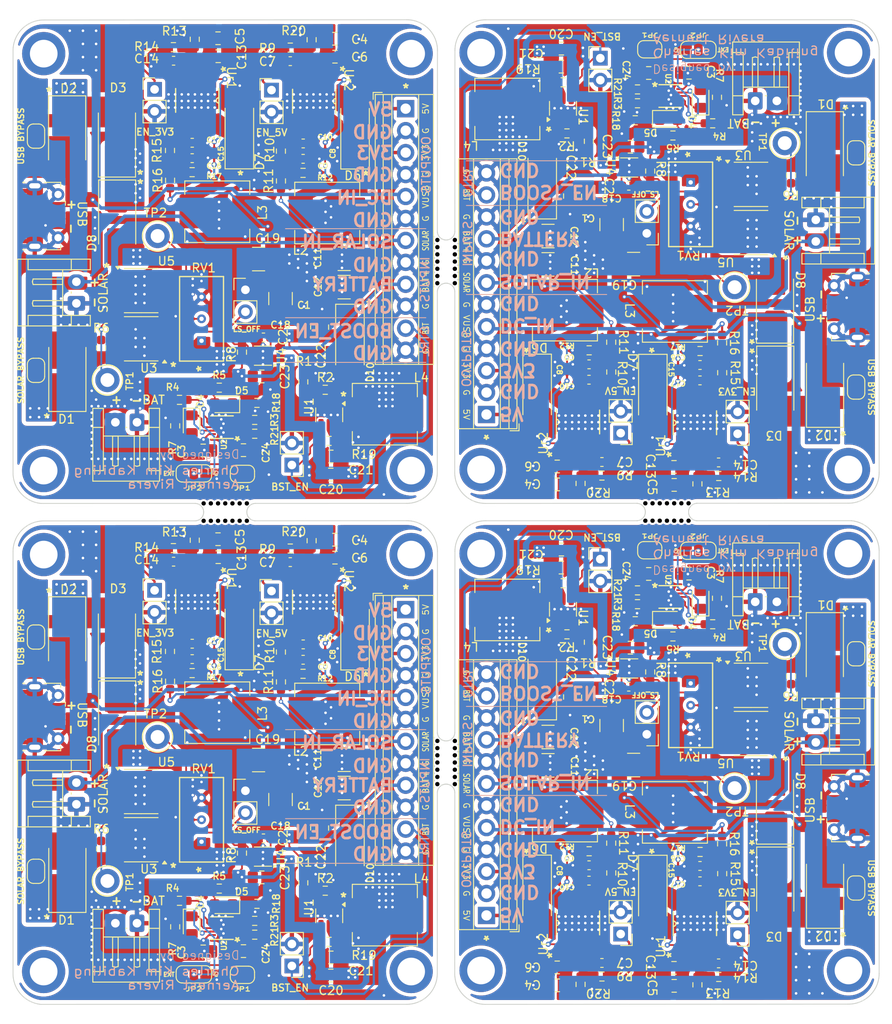
<source format=kicad_pcb>
(kicad_pcb (version 20240108) (generator "pcbnew") (generator_version "8.0")
  (layers (0 "F.Cu" signal) (31 "B.Cu" signal) (34 "B.Paste" user) (35 "F.Paste" user) (36 "B.SilkS" user "B.Silkscreen") (37 "F.SilkS" user "F.Silkscreen") (38 "B.Mask" user) (39 "F.Mask" user) (44 "Edge.Cuts" user))
  (net 0 "")
  (net 1 "Board_0-/PG")
  (net 2 "Board_0-3.3VOUT")
  (net 3 "Board_0-5VOUT")
  (net 4 "Board_0-BATT +")
  (net 5 "Board_0-BOOST_EN")
  (net 6 "Board_0-DC IN")
  (net 7 "Board_0-EXTERNAL_SUP")
  (net 8 "Board_0-GND")
  (net 9 "Board_0-Net-(C16-Pad2)")
  (net 10 "Board_0-Net-(C9-Pad2)")
  (net 11 "Board_0-Net-(D10-A)")
  (net 12 "Board_0-Net-(D10-K)")
  (net 13 "Board_0-Net-(D3-K)")
  (net 14 "Board_0-Net-(D4-A)")
  (net 15 "Board_0-Net-(D4-K)")
  (net 16 "Board_0-Net-(D5-A)")
  (net 17 "Board_0-Net-(D6-K)")
  (net 18 "Board_0-Net-(D7-K)")
  (net 19 "Board_0-Net-(J1-Pin_1)")
  (net 20 "Board_0-Net-(J2-Pin_1)")
  (net 21 "Board_0-Net-(J7-Pin_2)")
  (net 22 "Board_0-Net-(JP1-A)")
  (net 23 "Board_0-Net-(JP1-B)")
  (net 24 "Board_0-Net-(JP2-C)")
  (net 25 "Board_0-Net-(U1-FB)")
  (net 26 "Board_0-Net-(U1-IN)")
  (net 27 "Board_0-Net-(U2-PRETERM)")
  (net 28 "Board_0-Net-(U2-TS)")
  (net 29 "Board_0-Net-(U3A-+)")
  (net 30 "Board_0-Net-(U3A--)")
  (net 31 "Board_0-Net-(U4-CT)")
  (net 32 "Board_0-Net-(Ur1-BOOT)")
  (net 33 "Board_0-Net-(Ur1-COMP)")
  (net 34 "Board_0-Net-(Ur1-SS)")
  (net 35 "Board_0-Net-(Ur1-VSENSE)")
  (net 36 "Board_0-Net-(Ur2-BOOT)")
  (net 37 "Board_0-Net-(Ur2-COMP)")
  (net 38 "Board_0-Net-(Ur2-SS)")
  (net 39 "Board_0-Net-(Ur2-VSENSE)")
  (net 40 "Board_0-SOLAR IN")
  (net 41 "Board_0-unconnected-(J3-D+-Pad3)")
  (net 42 "Board_0-unconnected-(J3-D--Pad2)")
  (net 43 "Board_0-unconnected-(J3-ID-Pad4)")
  (net 44 "Board_0-unconnected-(U1-NC-Pad6)")
  (net 45 "Board_0-unconnected-(U2-NC-Pad6)")
  (net 46 "Board_1-/PG")
  (net 47 "Board_1-3.3VOUT")
  (net 48 "Board_1-5VOUT")
  (net 49 "Board_1-BATT +")
  (net 50 "Board_1-BOOST_EN")
  (net 51 "Board_1-DC IN")
  (net 52 "Board_1-EXTERNAL_SUP")
  (net 53 "Board_1-GND")
  (net 54 "Board_1-Net-(C16-Pad2)")
  (net 55 "Board_1-Net-(C9-Pad2)")
  (net 56 "Board_1-Net-(D10-A)")
  (net 57 "Board_1-Net-(D10-K)")
  (net 58 "Board_1-Net-(D3-K)")
  (net 59 "Board_1-Net-(D4-A)")
  (net 60 "Board_1-Net-(D4-K)")
  (net 61 "Board_1-Net-(D5-A)")
  (net 62 "Board_1-Net-(D6-K)")
  (net 63 "Board_1-Net-(D7-K)")
  (net 64 "Board_1-Net-(J1-Pin_1)")
  (net 65 "Board_1-Net-(J2-Pin_1)")
  (net 66 "Board_1-Net-(J7-Pin_2)")
  (net 67 "Board_1-Net-(JP1-A)")
  (net 68 "Board_1-Net-(JP1-B)")
  (net 69 "Board_1-Net-(JP2-C)")
  (net 70 "Board_1-Net-(U1-FB)")
  (net 71 "Board_1-Net-(U1-IN)")
  (net 72 "Board_1-Net-(U2-PRETERM)")
  (net 73 "Board_1-Net-(U2-TS)")
  (net 74 "Board_1-Net-(U3A-+)")
  (net 75 "Board_1-Net-(U3A--)")
  (net 76 "Board_1-Net-(U4-CT)")
  (net 77 "Board_1-Net-(Ur1-BOOT)")
  (net 78 "Board_1-Net-(Ur1-COMP)")
  (net 79 "Board_1-Net-(Ur1-SS)")
  (net 80 "Board_1-Net-(Ur1-VSENSE)")
  (net 81 "Board_1-Net-(Ur2-BOOT)")
  (net 82 "Board_1-Net-(Ur2-COMP)")
  (net 83 "Board_1-Net-(Ur2-SS)")
  (net 84 "Board_1-Net-(Ur2-VSENSE)")
  (net 85 "Board_1-SOLAR IN")
  (net 86 "Board_1-unconnected-(J3-D+-Pad3)")
  (net 87 "Board_1-unconnected-(J3-D--Pad2)")
  (net 88 "Board_1-unconnected-(J3-ID-Pad4)")
  (net 89 "Board_1-unconnected-(U1-NC-Pad6)")
  (net 90 "Board_1-unconnected-(U2-NC-Pad6)")
  (net 91 "Board_2-/PG")
  (net 92 "Board_2-3.3VOUT")
  (net 93 "Board_2-5VOUT")
  (net 94 "Board_2-BATT +")
  (net 95 "Board_2-BOOST_EN")
  (net 96 "Board_2-DC IN")
  (net 97 "Board_2-EXTERNAL_SUP")
  (net 98 "Board_2-GND")
  (net 99 "Board_2-Net-(C16-Pad2)")
  (net 100 "Board_2-Net-(C9-Pad2)")
  (net 101 "Board_2-Net-(D10-A)")
  (net 102 "Board_2-Net-(D10-K)")
  (net 103 "Board_2-Net-(D3-K)")
  (net 104 "Board_2-Net-(D4-A)")
  (net 105 "Board_2-Net-(D4-K)")
  (net 106 "Board_2-Net-(D5-A)")
  (net 107 "Board_2-Net-(D6-K)")
  (net 108 "Board_2-Net-(D7-K)")
  (net 109 "Board_2-Net-(J1-Pin_1)")
  (net 110 "Board_2-Net-(J2-Pin_1)")
  (net 111 "Board_2-Net-(J7-Pin_2)")
  (net 112 "Board_2-Net-(JP1-A)")
  (net 113 "Board_2-Net-(JP1-B)")
  (net 114 "Board_2-Net-(JP2-C)")
  (net 115 "Board_2-Net-(U1-FB)")
  (net 116 "Board_2-Net-(U1-IN)")
  (net 117 "Board_2-Net-(U2-PRETERM)")
  (net 118 "Board_2-Net-(U2-TS)")
  (net 119 "Board_2-Net-(U3A-+)")
  (net 120 "Board_2-Net-(U3A--)")
  (net 121 "Board_2-Net-(U4-CT)")
  (net 122 "Board_2-Net-(Ur1-BOOT)")
  (net 123 "Board_2-Net-(Ur1-COMP)")
  (net 124 "Board_2-Net-(Ur1-SS)")
  (net 125 "Board_2-Net-(Ur1-VSENSE)")
  (net 126 "Board_2-Net-(Ur2-BOOT)")
  (net 127 "Board_2-Net-(Ur2-COMP)")
  (net 128 "Board_2-Net-(Ur2-SS)")
  (net 129 "Board_2-Net-(Ur2-VSENSE)")
  (net 130 "Board_2-SOLAR IN")
  (net 131 "Board_2-unconnected-(J3-D+-Pad3)")
  (net 132 "Board_2-unconnected-(J3-D--Pad2)")
  (net 133 "Board_2-unconnected-(J3-ID-Pad4)")
  (net 134 "Board_2-unconnected-(U1-NC-Pad6)")
  (net 135 "Board_2-unconnected-(U2-NC-Pad6)")
  (net 136 "Board_3-/PG")
  (net 137 "Board_3-3.3VOUT")
  (net 138 "Board_3-5VOUT")
  (net 139 "Board_3-BATT +")
  (net 140 "Board_3-BOOST_EN")
  (net 141 "Board_3-DC IN")
  (net 142 "Board_3-EXTERNAL_SUP")
  (net 143 "Board_3-GND")
  (net 144 "Board_3-Net-(C16-Pad2)")
  (net 145 "Board_3-Net-(C9-Pad2)")
  (net 146 "Board_3-Net-(D10-A)")
  (net 147 "Board_3-Net-(D10-K)")
  (net 148 "Board_3-Net-(D3-K)")
  (net 149 "Board_3-Net-(D4-A)")
  (net 150 "Board_3-Net-(D4-K)")
  (net 151 "Board_3-Net-(D5-A)")
  (net 152 "Board_3-Net-(D6-K)")
  (net 153 "Board_3-Net-(D7-K)")
  (net 154 "Board_3-Net-(J1-Pin_1)")
  (net 155 "Board_3-Net-(J2-Pin_1)")
  (net 156 "Board_3-Net-(J7-Pin_2)")
  (net 157 "Board_3-Net-(JP1-A)")
  (net 158 "Board_3-Net-(JP1-B)")
  (net 159 "Board_3-Net-(JP2-C)")
  (net 160 "Board_3-Net-(U1-FB)")
  (net 161 "Board_3-Net-(U1-IN)")
  (net 162 "Board_3-Net-(U2-PRETERM)")
  (net 163 "Board_3-Net-(U2-TS)")
  (net 164 "Board_3-Net-(U3A-+)")
  (net 165 "Board_3-Net-(U3A--)")
  (net 166 "Board_3-Net-(U4-CT)")
  (net 167 "Board_3-Net-(Ur1-BOOT)")
  (net 168 "Board_3-Net-(Ur1-COMP)")
  (net 169 "Board_3-Net-(Ur1-SS)")
  (net 170 "Board_3-Net-(Ur1-VSENSE)")
  (net 171 "Board_3-Net-(Ur2-BOOT)")
  (net 172 "Board_3-Net-(Ur2-COMP)")
  (net 173 "Board_3-Net-(Ur2-SS)")
  (net 174 "Board_3-Net-(Ur2-VSENSE)")
  (net 175 "Board_3-SOLAR IN")
  (net 176 "Board_3-unconnected-(J3-D+-Pad3)")
  (net 177 "Board_3-unconnected-(J3-D--Pad2)")
  (net 178 "Board_3-unconnected-(J3-ID-Pad4)")
  (net 179 "Board_3-unconnected-(U1-NC-Pad6)")
  (net 180 "Board_3-unconnected-(U2-NC-Pad6)")
  (footprint "NPTH" (layer "F.Cu") (at 124.614806 75.952178)
    (property "Reference" "KiKit_MB_2_2" (hide yes))
    (property "Value" "NPTH" (hide yes))
  )
  (footprint "InnovationCentral:TPS54331" (layer "F.Cu") (at 163.758014 124.490038 90)
    (property "Reference" "Ur2")
    (property "Value" "TPS54331DR")
  )
  (footprint "Resistor_SMD:R_0603_1608Metric_Pad0.98x0.95mm_HandSolder" (layer "F.Cu") (at 170.383014 31.630018)
    (property "Reference" "R18")
    (property "Value" "1K")
  )
  (footprint "Inductor_SMD:L_Sunlord_MWSA0603S" (layer "F.Cu") (at 134.749486 42.357498)
    (property "Reference" "L2")
    (property "Value" "5.6uH")
  )
  (footprint "Diode_SMD:D_SMB_Handsoldering" (layer "F.Cu") (at 192.318014 93.300038 -90)
    (property "Reference" "D1")
    (property "Value" "SS54L")
  )
  (footprint "Connector_PinHeader_2.54mm:PinHeader_1x02_P2.54mm_Vertical" (layer "F.Cu") (at 114.771986 28.054998)
    (property "Reference" "J1" (hide yes))
    (property "Value" "Conn_01x02_Pin")
  )
  (footprint "Resistor_SMD:R_0603_1608Metric_Pad0.98x0.95mm_HandSolder" (layer "F.Cu") (at 188.413014 37.997518 90)
    (property "Reference" "R6")
    (property "Value" "10K")
  )
  (footprint "Capacitor_SMD:C_0603_1608Metric_Pad1.08x0.95mm_HandSolder" (layer "F.Cu") (at 165.033014 61.645018)
    (property "Reference" "C10")
    (property "Value" "10pF")
  )
  (footprint "Resistor_SMD:R_0603_1608Metric_Pad0.98x0.95mm_HandSolder" (layer "F.Cu") (at 174.743014 91.34504 180)
    (property "Reference" "R5")
    (property "Value" "1.5K")
  )
  (footprint "MountingHole:MountingHole_3.2mm_M3" (layer "F.Cu") (at 152.542014 72.035018 90)
    (property "Reference" "H3" (hide yes))
    (property "Value" "MountingHole")
  )
  (footprint "Capacitor_SMD:C_0603_1608Metric_Pad1.08x0.95mm_HandSolder" (layer "F.Cu") (at 180.028014 129.170038)
    (property "Reference" "C14")
    (property "Value" "8.2nF")
  )
  (footprint "TestPoint:TestPoint_Keystone_5005-5009_Compact" (layer "F.Cu") (at 181.879014 108.891038 90)
    (property "Reference" "TP2")
    (property "Value" "TP_Vcomp")
  )
  (footprint "Capacitor_SMD:C_0201_0603Metric_Pad0.64x0.40mm_HandSolder" (layer "F.Cu") (at 121.666986 93.367518 -90)
    (property "Reference" "C15")
    (property "Value" "100nF")
  )
  (footprint "Diode_SMD:D_SMB_Handsoldering" (layer "F.Cu") (at 104.681986 60.609998 90)
    (property "Reference" "D1")
    (property "Value" "SS54L")
  )
  (footprint "Jumper:SolderJumper-3_P1.3mm_Open_RoundedPad1.0x1.5mm" (layer "F.Cu") (at 177.683014 23.475018 180)
    (property "Reference" "JP2")
    (property "Value" "SolderJumper_3_Open")
  )
  (footprint "Resistor_SMD:R_0603_1608Metric_Pad0.98x0.95mm_HandSolder" (layer "F.Cu") (at 170.643014 87.615038 180)
    (property "Reference" "R3")
    (property "Value" "2K")
  )
  (footprint "Capacitor_SMD:C_0805_2012Metric_Pad1.18x1.45mm_HandSolder" (layer "F.Cu") (at 120.396986 127.785018)
    (property "Reference" "C3")
    (property "Value" "10uF")
  )
  (footprint "Jumper:SolderJumper-2_P1.3mm_Open_RoundedPad1.0x1.5mm" (layer "F.Cu") (at 172.063014 81.370038 180)
    (property "Reference" "JP1")
    (property "Value" "SolderJumper_2_Open")
  )
  (footprint "Diode_SMD:D_SMB_Handsoldering" (layer "F.Cu") (at 186.583014 120.422538 -90)
    (property "Reference" "D3")
    (property "Value" "SS54L")
  )
  (footprint "BQ24040DSQR:DSQ10_P9X1P5" (layer "F.Cu") (at 174.435514 86.775039)
    (property "Reference" "U2")
    (property "Value" "BQ24040DSQR")
  )
  (footprint "Resistor_SMD:R_0603_1608Metric_Pad0.98x0.95mm_HandSolder" (layer "F.Cu") (at 172.114514 37.500518 -90)
    (property "Reference" "R8")
    (property "Value" "10K")
  )
  (footprint "NPTH" (layer "F.Cu") (at 175.718527 75.940717)
    (property "Reference" "KiKit_MB_4_2" (hide yes))
    (property "Value" "NPTH" (hide yes))
  )
  (footprint "Capacitor_SMD:C_0805_2012Metric_Pad1.18x1.45mm_HandSolder" (layer "F.Cu") (at 125.056986 69.794998)
    (property "Reference" "C24")
    (property "Value" "10uF")
  )
  (footprint "Capacitor_SMD:C_0805_2012Metric_Pad1.18x1.45mm_HandSolder" (layer "F.Cu") (at 127.175486 119.219518)
    (property "Reference" "C23")
    (property "Value" "10uF")
  )
  (footprint "3296W:3296W-1-103_BRN" (layer "F.Cu") (at 176.793014 38.815018 -90)
    (property "Reference" "RV1")
    (property "Value" "R_Potentiometer_Small")
  )
  (footprint "Capacitor_SMD:C_1210_3225Metric_Pad1.33x2.70mm_HandSolder" (layer "F.Cu") (at 167.655014 43.697018 -90)
    (property "Reference" "C18")
    (property "Value" "47uF")
  )
  (footprint "Jumper:SolderJumper-3_P1.3mm_Open_RoundedPad1.0x1.5mm" (layer "F.Cu") (at 177.683014 81.430038 180)
    (property "Reference" "JP2")
    (property "Value" "SolderJumper_3_Open")
  )
  (footprint "Resistor_SMD:R_0603_1608Metric_Pad0.98x0.95mm_HandSolder" (layer "F.Cu") (at 119.116986 37.632498)
    (property "Reference" "R17")
    (property "Value" "3.24K")
  )
  (footprint "Resistor_SMD:R_0603_1608Metric_Pad0.98x0.95mm_HandSolder" (layer "F.Cu") (at 167.603014 57.305018 -90)
    (property "Reference" "R11")
    (property "Value" "10.2K")
  )
  (footprint "Capacitor_SMD:C_0201_0603Metric_Pad0.64x0.40mm_HandSolder" (layer "F.Cu") (at 175.333014 60.542518 90)
    (property "Reference" "C15")
    (property "Value" "100nF")
  )
  (footprint "Jumper:SolderJumper-2_P1.3mm_Open_RoundedPad1.0x1.5mm" (layer "F.Cu") (at 101.056986 60.559998 90)
    (property "Reference" "JP3" (hide yes))
    (property "Value" "SolderJumper_2_Open")
  )
  (footprint "NPTH" (layer "F.Cu") (at 147.488114 107.599194)
    (property "Reference" "KiKit_MB_5_6" (hide yes))
    (property "Value" "NPTH" (hide yes))
  )
  (footprint "Package_SO:SOIC-8_3.9x4.9mm_P1.27mm" (layer "F.Cu") (at 183.773014 97.000038)
    (property "Reference" "U3")
    (property "Value" "LM2903")
  )
  (footprint "Diode_SMD:D_SMA_Handsoldering" (layer "F.Cu") (at 159.033014 63.195018 -90)
    (property "Reference" "D6")
    (property "Value" "B340")
  )
  (footprint "Capacitor_SMD:C_0603_1608Metric_Pad1.08x0.95mm_HandSolder" (layer "F.Cu") (at 131.966986 34.309998 180)
    (property "Reference" "C10")
    (property "Value" "10pF")
  )
  (footprint "NPTH" (layer "F.Cu") (at 149.510767 48.810841)
    (property "Reference" "KiKit_MB_3_3" (hide yes))
    (property "Value" "NPTH" (hide yes))
  )
  (footprint "Resistor_SMD:R_0603_1608Metric_Pad0.98x0.95mm_HandSolder" (layer "F.Cu") (at 131.949486 37.712498)
    (property "Reference" "R12")
    (property "Value" "1.96K")
  )
  (footprint "Connector_JST:JST_EH_S2B-EH_1x02_P2.50mm_Horizontal" (layer "F.Cu") (at 112.736986 66.569998 180)
    (property "Reference" "J6" (hide yes))
    (property "Value" "Conn_01x02_Socket")
  )
  (footprint "MountingHole:MountingHole_3.2mm_M3" (layer "F.Cu") (at 152.542014 81.752338 90)
    (property "Reference" "H2" (hide yes))
    (property "Value" "MountingHole")
  )
  (footprint "NPTH" (layer "F.Cu") (at 122.94814 77.968267)
    (property "Reference" "KiKit_MB_6_4" (hide yes))
    (property "Value" "NPTH" (hide yes))
  )
  (footprint "Diode_SMD:D_SMB_Handsoldering" (layer "F.Cu") (at 104.681986 118.565018 90)
    (property "Reference" "D1")
    (property "Value" "SS54L")
  )
  (footprint "Inductor_SMD:L_Sunlord_MWSA0603S" (layer "F.Cu") (at 162.250514 53.597518 180)
    (property "Reference" "L2")
    (property "Value" "5.6uH")
  )
  (footprint "Resistor_SMD:R_0603_1608Metric_Pad0.98x0.95mm_HandSolder" (layer "F.Cu") (at 180.443014 118.787538 90)
    (property "Reference" "R15")
    (property "Value" "60.4K")
  )
  (footprint "NPTH" (layer "F.Cu") (at 125.448139 77.966691)
    (property "Reference" "KiKit_MB_6_7" (hide yes))
    (property "Value" "NPTH" (hide yes))
  )
  (footprint "Connector_JST:JST_EH_S2B-EH_1x02_P2.50mm_Horizontal" (layer "F.Cu") (at 191.273014 43.145018 -90)
    (property "Reference" "J4" (hide yes))
    (property "Value" "Conn_01x02_Socket")
  )
  (footprint "Capacitor_SMD:C_0603_1608Metric_Pad1.08x0.95mm_HandSolder" (layer "F.Cu") (at 169.634514 97.155538 180)
    (property "Reference" "C2")
    (property "Value" "1nF")
  )
  (footprint "Package_SON:WSON-6-1EP_2x2mm_P0.65mm_EP1x1.6mm" (layer "F.Cu") (at 127.312986 58.861998 180)
    (property "Reference" "U4")
    (property "Value" "TPS22810DRV")
  )
  (footprint "Connector_PinHeader_2.54mm:PinHeader_1x02_P2.54mm_Vertical" (layer "F.Cu") (at 128.301986 86.090018)
    (property "Reference" "J2" (hide yes))
    (property "Value" "Conn_01x02_Pin")
  )
  (footprint "Capacitor_SMD:C_0603_1608Metric_Pad1.08x0.95mm_HandSolder" (layer "F.Cu") (at 169.634514 39.200518 180)
    (property "Reference" "C2")
    (property "Value" "1nF")
  )
  (footprint "MountingHole:MountingHole_3.2mm_M3" (layer "F.Cu") (at 144.457986 23.919998 -90)
    (property "Reference" "H3" (hide yes))
    (property "Value" "MountingHole")
  )
  (footprint "Resistor_SMD:R_0603_1608Metric_Pad0.98x0.95mm_HandSolder" (layer "F.Cu") (at 122.256986 120.520016)
    (property "Reference" "R5")
    (property "Value" "1.5K")
  )
  (footprint "Inductor_SMD:L_Sunlord_MWSA0603S" (layer "F.Cu") (at 122.026986 42.209998)
    (property "Reference" "L3")
    (property "Value" "5.6uH")
  )
  (footprint "Capacitor_SMD:C_0603_1608Metric_Pad1.08x0.95mm_HandSolder" (layer "F.Cu") (at 119.124486 93.967518 180)
    (property "Reference" "C16")
    (property "Value" "1nF")
  )
  (footprint "LED_SMD:LED_0805_2012Metric_Pad1.15x1.40mm_HandSolder" (layer "F.Cu") (at 177.943014 29.160018 90)
    (property "Reference" "D4")
    (property "Value" "CHG")
  )
  (footprint "Capacitor_SMD:C_0805_2012Metric_Pad1.18x1.45mm_HandSolder" (layer "F.Cu") (at 134.170986 113.515018 90)
    (property "Reference" "C22")
    (property "Value" "22uF")
  )
  (footprint "Capacitor_SMD:C_1210_3225Metric_Pad1.33x2.70mm_HandSolder" (layer "F.Cu") (at 136.706986 105.605018)
    (property "Reference" "C11")
    (property "Value" "47uF")
  )
  (footprint "NPTH" (layer "F.Cu") (at 149.512258 103.432528)
    (property "Reference" "KiKit_MB_7_7" (hide yes))
    (property "Value" "NPTH" (hide yes))
  )
  (footprint "Diode_SMD:D_SMA_Handsoldering" (layer "F.Cu") (at 137.966986 32.759998 90)
    (property "Reference" "D6")
    (property "Value" "B340")
  )
  (footprint "Capacitor_SMD:C_0603_1608Metric_Pad1.08x0.95mm_HandSolder" (layer "F.Cu") (at 177.875514 59.942518)
    (property "Reference" "C16")
    (property "Value" "1nF")
  )
  (footprint "Resistor_SMD:R_0603_1608Metric_Pad0.98x0.95mm_HandSolder" (layer "F.Cu") (at 130.471986 81.175018 180)
    (property "Reference" "R9")
    (property "Value" "44.2K")
  )
  (footprint "Capacitor_SMD:C_0805_2012Metric_Pad1.18x1.45mm_HandSolder" (layer "F.Cu") (at 161.833014 83.380038)
    (property "Reference" "C21")
    (property "Value" "22uF")
  )
  (footprint "Capacitor_SMD:C_1210_3225Metric_Pad1.33x2.70mm_HandSolder" (layer "F.Cu") (at 160.293014 106.260038 180)
    (property "Reference" "C11")
    (property "Value" "47uF")
  )
  (footprint "Connector_PinHeader_2.54mm:PinHeader_1x02_P2.54mm_Vertical" (layer "F.Cu") (at 125.280986 109.197018)
    (property "Reference" "J7" (hide yes))
    (property "Value" "Conn_01x02_Pin")
  )
  (footprint "Capacitor_SMD:C_1210_3225Metric_Pad1.33x2.70mm_HandSolder" (layer "F.Cu") (at 126.804986 105.641018)
    (property "Reference" "C19")
    (property "Value" "47uF")
  )
  (footprint "NPTH" (layer "F.Cu") (at 147.489232 47.144175)
    (property "Reference" "KiKit_MB_1_3" (hide yes))
    (property "Value" "NPTH" (hide yes))
  )
  (footprint "Diode_SMD:D_SMB_Handsoldering" (layer "F.Cu") (at 186.583014 62.467518 -90)
    (property "Reference" "D3")
    (property "Value" "SS54L")
  )
  (footprint "Jumper:SolderJumper-2_P1.3mm_Open_RoundedPad1.0x1.5mm" (layer "F.Cu") (at 195.943014 120.450038 90)
    (property "Reference" "JP4" (hide yes))
    (property "Value" "SolderJumper_2_Open")
  )
  (footprint "Connector_USB:USB_Micro-B_Molex-105017-0001" (layer "F.Cu") (at 102.144486 42.709998 -90)
    (property "Reference" "J3" (hide yes))
    (property "Value" "USB_B_Micro")
  )
  (footprint "NPTH" (layer "F.Cu") (at 147.488859 105.932528)
    (property "Reference" "KiKit_MB_5_4" (hide yes))
    (property "Value" "NPTH" (hide yes))
  )
  (footprint "LED_SMD:LED_0805_2012Metric_Pad1.15x1.40mm_HandSolder" (layer "F.Cu") (at 122.756986 122.450018 180)
    (property "Reference" "D5")
    (property "Value" "PGOOD")
  )
  (footprint "Inductor_SMD:L_Sunlord_MWSA0603S" (layer "F.Cu") (at 162.250514 111.552538 180)
    (property "Reference" "L2")
    (property "Value" "5.6uH")
  )
  (footprint "Resistor_SMD:R_0603_1608Metric_Pad0.98x0.95mm_HandSolder" (layer "F.Cu") (at 170.643014 28.060018 180)
    (property "Reference" "R21")
    (property "Value" "1K")
  )
  (footprint "Capacitor_SMD:C_0603_1608Metric_Pad1.08x0.95mm_HandSolder" (layer "F.Cu") (at 119.126986 92.187518 180)
    (property "Reference" "C17")
    (property "Value" "10pF")
  )
  (footprint "InnovationCentral:TPS54331" (layer "F.Cu") (at 163.758014 66.535018 90)
    (property "Reference" "Ur2")
    (property "Value" "TPS54331DR")
  )
  (footprint "Capacitor_SMD:C_0805_2012Metric_Pad1.18x1.45mm_HandSolder" (layer "F.Cu") (at 135.629486 22.199998)
    (property "Reference" "C4")
    (property "Value" "22uF")
  )
  (footprint "Capacitor_SMD:C_0805_2012Metric_Pad1.18x1.45mm_HandSolder" (layer "F.Cu") (at 161.370514 131.710038 180)
    (property "Reference" "C4")
    (property "Value" "22uF")
  )
  (footprint "Resistor_SMD:R_0603_1608Metric_Pad0.98x0.95mm_HandSolder" (layer "F.Cu") (at 170.383014 89.585038)
    (property "Reference" "R18")
    (property "Value" "1K")
  )
  (footprint "Resistor_SMD:R_0603_1608Metric_Pad0.98x0.95mm_HandSolder" (layer "F.Cu") (at 177.578014 131.650038 90)
    (property "Reference" "R13")
    (property "Value" "169K")
  )
  (footprint "3296W:3296W-1-103_BRN" (layer "F.Cu") (at 120.206986 115.095018 90)
    (property "Reference" "RV1")
    (property "Value" "R_Potentiometer_Small")
  )
  (footprint "Diode_SMD:D_SMA_Handsoldering" (layer "F.Cu") (at 172.418014 63.217518 -90)
    (property "Reference" "D7")
    (property "Value" "B340")
  )
  (footprint "Resistor_SMD:R_0603_1608Metric_Pad0.98x0.95mm_HandSolder" (layer "F.Cu") (at 116.566986 38.572498 90)
    (property "Reference" "R16")
    (property "Value" "10.2K")
  )
  (footprint "Resistor_SMD:R_0603_1608Metric_Pad0.98x0.95mm_HandSolder" (layer "F.Cu") (at 167.603014 115.260038 -90)
    (property "Reference" "R11")
    (property "Value" "10.2K")
  )
  (footprint "Inductor_SMD:L_Sunlord_MWSA0603S" (layer "F.Cu") (at 122.026986 100.165018)
    (property "Reference" "L3")
    (property "Value" "5.6uH")
  )
  (footprint "Capacitor_SMD:C_1210_3225Metric_Pad1.33x2.70mm_HandSolder" (layer "F.Cu") (at 136.706986 108.885018)
    (property "Reference" "C12")
    (property "Value" "47uF")
  )
  (footprint "NPTH" (layer "F.Cu") (at 171.55186 75.943344)
    (property "Reference" "KiKit_MB_4_7" (hide yes))
    (property "Value" "NPTH" (hide yes))
  )
  (footprint "Diode_SMD:D_SMA_Handsoldering" (layer "F.Cu") (at 124.581986 90.692518 90)
    (property "Reference" "D7")
    (property "Value" "B340")
  )
  (footprint "Capacitor_SMD:C_1210_3225Metric_Pad1.33x2.70mm_HandSolder" (layer "F.Cu") (at 160.293014 102.980038 180)
    (property "Reference" "C12")
    (property "Value" "47uF")
  )
  (footprint "Capacitor_SMD:C_0805_2012Metric_Pad1.18x1.45mm_HandSolder" (layer "F.Cu") (at 135.166986 70.529998 180)
    (property "Reference" "C21")
    (property "Value" "22uF")
  )
  (footprint "NPTH" (layer "F.Cu") (at 123.781472 75.952281)
    (property "Reference" "KiKit_MB_2_3" (hide yes))
    (property "Value" "NPTH" (hide yes))
  )
  (footprint "Capacitor_SMD:C_0805_2012Metric_Pad1.18x1.45mm_HandSolder" (layer "F.Cu") (at 125.056986 127.750018)
    (property "Reference" "C24")
    (property "Value" "10uF")
  )
  (footprint "Diode_SMD:D_SMA_Handsoldering" (layer "F.Cu") (at 137.966986 90.715018 90)
    (property "Reference" "D6")
    (property "Value" "B340")
  )
  (footprint "Jumper:SolderJumper-2_P1.3mm_Open_RoundedPad1.0x1.5mm" (layer "F.Cu") (at 124.936986 130.495018)
    (property "Reference" "JP1")
    (property "Value" "SolderJumper_2_Open")
  )
  (footprint "Resistor_SMD:R_0603_1608Metric_Pad0.98x0.95mm_HandSolder" (layer "F.Cu") (at 177.883014 116.277538 180)
    (property "Reference" "R17")
    (property "Value" "3.24K")
  )
  (footprint "Resistor_SMD:R_0603_1608Metric_Pad0.98x0.95mm_HandSolder" (layer "F.Cu") (at 117.156986 66.982498 -90)
    (property "Reference" "R7")
    (property "Value" "1.5K")
  )
  (footprint "NPTH" (layer "F.Cu") (at 174.05186 77.957651)
    (property "Reference" "KiKit_MB_8_4" (hide yes))
    (property "Value" "NPTH" (hide yes))
  )
  (footprint "Resistor_SMD:R_0603_1608Metric_Pad0.98x0.95mm_HandSolder" (layer "F.Cu") (at 116.951986 23.169998 180)
    (property "Reference" "R14")
    (property "Value" "63.4K")
  )
  (footprint "Capacitor_SMD:C_0805_2012Metric_Pad1.18x1.45mm_HandSolder" (layer "F.Cu") (at 161.356314 71.681318 180)
    (property "Reference" "C6")
    (property "Value" "22uF")
  )
  (footprint "Jumper:SolderJumper-2_P1.3mm_Open_RoundedPad1.0x1.5mm" (layer "F.Cu") (at 101.056986 91.415018 -90)
    (property "Reference" "JP4" (hide yes))
    (property "Value" "SolderJumper_2_Open")
  )
  (footprint "Diode_SMD:D_SMA_Handsoldering" (layer "F.Cu") (at 124.581986 32.737498 90)
    (property "Reference" "D7")
    (property "Value" "B340")
  )
  (footprint "Capacitor_SMD:C_0603_1608Metric_Pad1.08x0.95mm_HandSolder" (layer "F.Cu") (at 166.528014 71.165018)
    (property "Reference" "C7")
    (property "Value" "8.2nF")
  )
  (footprint "Resistor_SMD:R_0603_1608Metric_Pad0.98x0.95mm_HandSolder" (layer "F.Cu") (at 177.578014 73.695018 90)
    (property "Reference" "R13")
    (property "Value" "169K")
  )
  (footprint "Capacitor_SMD:C_0805_2012Metric_Pad1.18x1.45mm_HandSolder" (layer "F.Cu") (at 132.090986 55.532498 90)
    (property "Reference" "C1")
    (property "Value" "22uF")
  )
  (footprint "NPTH" (layer "F.Cu") (at 120.44814 75.952692)
    (property "Reference" "KiKit_MB_2_7" (hide yes))
    (property "Value" "NPTH" (hide yes))
  )
  (footprint "Connector_PinHeader_2.54mm:PinHeader_1x02_P2.54mm_Vertical" (layer "F.Cu") (at 130.656986 71.509998 180)
    (property "Reference" "J5" (hide yes))
    (property "Value" "Conn_01x02_Pin")
  )
  (footprint "Capacitor_SMD:C_0201_0603Metric_Pad0.64x0.40mm_HandSolder" (layer "F.Cu") (at 134.506986 35.489998 -90)
    (property "Reference" "C8")
    (property "Value" "100nF")
  )
  (footprint "Connector_PinHeader_2.54mm:PinHeader_1x02_P2.54mm_Vertical" (layer "F.Cu") (at 171.719014 44.713018 180)
    (property "Reference" "J7" (hide yes))
    (property "Value" "Conn_01x02_Pin")
  )
  (footprint "Capacitor_SMD:C_0603_1608Metric_Pad1.08x0.95mm_HandSolder" (layer "F.Cu") (at 130.471986 24.789998 180)
    (property "Reference" "C7")
    (property "Value" "8.2nF")
  )
  (footprint "Resistor_SMD:R_0603_1608Metric_Pad0.98x0.95mm_HandSolder" (layer "F.Cu") (at 180.048014 72.785018)
    (property "Reference" "R14")
    (property "Value" "63.4K")
  )
  (footprint "Jumper:SolderJumper-2_P1.3mm_Open_RoundedPad1.0x1.5mm" (layer "F.Cu") (at 124.936986 72.539998)
    (property "Reference" "JP1")
    (property "Value" "SolderJumper_2_Open")
  )
  (footprint "NPTH" (layer "F.Cu") (at 174.885193 75.941243)
    (property "Reference" "KiKit_MB_4_3" (hide yes))
    (property "Value" "NPTH" (hide yes))
  )
  (footprint "BQ24040DSQR:DSQ10_P9X1P5" (layer "F.Cu") (at 174.435514 28.820019)
    (property "Reference" "U2")
    (property "Value" "BQ24040DSQR")
  )
  (footprint "NPTH" (layer "F.Cu") (at 149.512258 45.477508)
    (property "Reference" "KiKit_MB_3_7" (hide yes))
    (property "Value" "NPTH" (hide yes))
  )
  (footprint "NPTH" (layer "F.Cu") (at 149.51114 47.977508)
    (property "Reference" "KiKit_MB_3_4" (hide yes))
    (property "Value" "NPTH" (hide yes))
  )
  (footprint "Capacitor_SMD:C_0603_1608Metric_Pad1.08x0.95mm_HandSolder" (layer "F.Cu") (at 131.966986 92.265018 180)
    (property "Reference" "C10")
    (property "Value" "10pF")
  )
  (footprint "Capacitor_SMD:C_0805_2012Metric_Pad1.18x1.45mm_HandSolder" (layer "F.Cu") (at 122.111986 80.095018)
    (property "Reference" "C5")
    (property "Value" "22uF")
  )
  (footprint "Connector_JST:JST_EH_S2B-EH_1x02_P2.50mm_Horizontal" (layer "F.Cu") (at 191.273014 101.100038 -90)
    (property "Reference" "J4" (hide yes))
    (property "Value" "Conn_01x02_Socket")
  )
  (footprint "LED_SMD:LED_0805_2012Metric_Pad1.15x1.40mm_HandSolder" (layer "F.Cu") (at 119.056986 124.750018 -90)
    (property "Reference" "D4")
    (property "Value" "CHG")
  )
  (footprint "NPTH" (layer "F.Cu") (at 176.55186 75.940192)
    (property "Reference" "KiKit_MB_4_1" (hide yes))
    (property "Value" "NPTH" (hide yes))
  )
  (footprint "Capacitor_SMD:C_0805_2012Metric_Pad1.18x1.45mm_HandSolder" (layer "F.Cu") (at 162.829014 98.350038 -90)
    (property "Reference" "C22")
    (property "Value" "22uF")
  )
  (footprint "Resistor_SMD:R_0603_1608Metric_Pad0.98x0.95mm_HandSolder" (layer "F.Cu") (at 131.978486 61.894998 -90)
    (property "Reference" "R1")
    (property "Value" "100K")
  )
  (footprint "MountingHole:MountingHole_3.2mm_M3" (layer "F.Cu") (at 152.542014 129.990038 90)
    (property "Reference" "H3" (hide yes))
    (property "Value" "MountingHole")
  )
  (footprint "Resistor_SMD:R_0603_1608Metric_Pad0.98x0.95mm_HandSolder" (layer "F.Cu") (at 165.050514 58.242518 180)
    (property "Reference" "R12")
    (property "Value" "1.96K")
  )
  (footprint "NPTH" (layer "F.Cu") (at 147.489978 45.477508)
    (property "Reference" "KiKit_MB_1_1" (hide yes))
    (property "Value" "NPTH" (hide yes))
  )
  (footprint "Package_SON:WSON-6-1EP_2x2mm_P0.65mm_EP1x1.6mm" (layer "F.Cu") (at 169.687014 37.093018)
    (property "Reference" "U4")
    (property "Value" "TPS22810DRV")
  )
  (footprint "Inductor_SMD:L_Sunlord_MWSA0603S" (layer "F.Cu") (at 155.588014 30.325018)
    (property "Reference" "L4")
    (property "Value" "5.6uH")
  )
  (footprint "Resistor_SMD:R_0603_1608Metric_Pad0.98x0.95mm_HandSolder" (layer "F.Cu") (at 117.156986 124.937518 -90)
    (property "Reference" "R7")
    (property "Value" "1.5K")
  )
  (footprint "Resistor_SMD:R_0603_1608Metric_Pad0.98x0.95mm_HandSolder" (layer "F.Cu") (at 116.556986 35.122498 -90)
    (property "Reference" "R15")
    (property "Value" "60.4K")
  )
  (footprint "Capacitor_SMD:C_0805_2012Metric_Pad1.18x1.45mm_HandSolder" (layer "F.Cu") (at 120.396986 69.829998)
    (property "Reference" "C3")
    (property "Value" "10uF")
  )
  (footprint "TerminalBlock:TerminalBlock_Xinya_XY308-2.54-12P_1x12_P2.54mm_Horizontal" (layer "F.Cu") (at 143.822986 88.242018 -90)
    (property "Reference" "J8" (hide yes))
    (property "Value" "PROVISIONAL_PORTS")
  )
  (footprint "Capacitor_SMD:C_0805_2012Metric_Pad1.18x1.45mm_HandSolder" (layer "F.Cu") (at 176.603014 84.080038 180)
    (property "Reference" "C3")
    (property "Value" "10uF")
  )
  (footprint "Capacitor_SMD:C_0805_2012Metric_Pad1.18x1.45mm_HandSolder" (layer "F.Cu") (at 176.603014 26.125018 180)
    (property "Reference" "C3")
    (property "Value" "10uF")
  )
  (footprint "Capacitor_SMD:C_0805_2012Metric_Pad1.18x1.45mm_HandSolder" (layer "F.Cu") (at 174.868014 71.735018 180)
    (property "Reference" "C13")
    (property "Value" "22uF")
  )
  (footprint "Connector_JST:JST_EH_S2B-EH_1x02_P2.50mm_Horizontal" (layer "F.Cu") (at 184.263014 87.340038)
    (property "Reference" "J6" (hide yes))
    (property "Value" "Conn_01x02_Socket")
  )
  (footprint "Connector_PinHeader_2.54mm:PinHeader_1x02_P2.54mm_Vertical" (layer "F.Cu") (at 168.698014 67.820018 180)
    (property "Reference" "J2" (hide yes))
    (property "Value" "Conn_01x02_Pin")
  )
  (footprint "Resistor_SMD:R_0603_1608Metric_Pad0.98x0.95mm_HandSolder" (layer "F.Cu") (at 134.956986 68.719998 180)
    (property "Reference" "R19")
    (property "Value" "10K")
  )
  (footprint "Resistor_SMD:R_0603_1608Metric_Pad0.98x0.95mm_HandSolder" (layer "F.Cu") (at 166.528014 72.735018)
    (property "Reference" "R9")
    (property "Value" "44.2K")
  )
  (footprint "Jumper:SolderJumper-2_P1.3mm_Open_RoundedPad1.0x1.5mm" (layer "F.Cu") (at 172.063014 23.415018 180)
    (property "Reference" "JP1")
    (property "Value" "SolderJumper_2_Open")
  )
  (footprint "Capacitor_SMD:C_0201_0603Metric_Pad0.64x0.40mm_HandSolder" (layer "F.Cu") (at 162.493014 118.420038 90)
    (property "Reference" "C8")
    (property "Value" "100nF")
  )
  (footprint "Resistor_SMD:R_0603_1608Metric_Pad0.98x0.95mm_HandSolder" (layer "F.Cu") (at 126.356986 125.850018)
    (property "Reference" "R21")
    (property "Value" "1K")
  )
  (footprint "Capacitor_SMD:C_0805_2012Metric_Pad1.18x1.45mm_HandSolder" (layer "F.Cu") (at 122.131986 82.175018)
    (property "Reference" "C13")
    (property "Value" "22uF")
  )
  (footprint "Resistor_SMD:R_0603_1608Metric_Pad0.98x0.95mm_HandSolder" (layer "F.Cu") (at 165.050514 116.197538 180)
    (property "Reference" "R12")
    (property "Value" "1.96K")
  )
  (footprint "NPTH" (layer "F.Cu") (at 149.511512 47.144175)
    (property "Reference" "KiKit_MB_3_5" (hide yes))
    (property "Value" "NPTH" (hide yes))
  )
  (footprint "Package_TO_SOT_SMD:SOT-23-6" (layer "F.Cu") (at 134.976986 123.662518 -90)
    (property "Reference" "U1")
    (property "Value" "MT3608")
  )
  (footprint "Resistor_SMD:R_0603_1608Metric_Pad0.98x0.95mm_HandSolder" (layer "F.Cu") (at 116.566986 96.527518 90)
    (property "Reference" "R16")
    (property "Value" "10.2K")
  )
  (footprint "Capacitor_SMD:C_0805_2012Metric_Pad1.18x1.45mm_HandSolder" (layer "F.Cu") (at 135.159486 72.619998 180)
    (property "Reference" "C20")
    (property "Value" "22uF")
  )
  (footprint "Jumper:SolderJumper-3_P1.3mm_Open_RoundedPad1.0x1.5mm" (layer "F.Cu") (at 119.316986 130.435018)
    (property "Reference" "JP2")
    (property "Value" "SolderJumper_3_Open")
  )
  (footprint "Resistor_SMD:R_0603_1608Metric_Pad0.98x0.95mm_HandSolder" (layer "F.Cu") (at 170.643014 29.660018 180)
    (property "Reference" "R3")
    (property "Value" "2K")
  )
  (footprint "Resistor_SMD:R_0603_1608Metric_Pad0.98x0.95mm_HandSolder" (layer "F.Cu") (at 134.956986 126.675018 180)
    (property "Reference" "R19")
    (property "Value" "10K")
  )
  (footprint "Package_SO:SOIC-8_3.9x4.9mm_P1.27mm" (layer "F.Cu") (at 183.778014 44.620018 180)
    (property "Reference" "U5")
    (property "Value" "LM285D-1.2")
  )
  (footprint "Resistor_SMD:R_0603_1608Metric_Pad0.98x0.95mm_HandSolder" (layer "F.Cu") (at 177.883014 58.322518 180)
    (property "Reference" "R17")
    (property "Value" "3.24K")
  )
  (footprint "Connector_JST:JST_EH_S2B-EH_1x02_P2.50mm_Horizontal" (layer "F.Cu") (at 105.726986 110.765018 90)
    (property "Reference" "J4" (hide yes))
    (property "Value" "Conn_01x02_Socket")
  )
  (footprint "Capacitor_SMD:C_1210_3225Metric_Pad1.33x2.70mm_HandSolder" (layer "F.Cu") (at 167.655014 101.652038 -90)
    (property "Reference" "C18")
    (property "Value" "47uF")
  )
  (footprint "Capacitor_SMD:C_0805_2012Metric_Pad1.18x1.45mm_HandSolder" (layer "F.Cu") (at 174.888014 131.770038 180)
    (property "Reference" "C5")
    (property "Value" "22uF")
  )
  (footprint "TerminalBlock:TerminalBlock_Xinya_XY308-2.54-12P_1x12_P2.54mm_Horizontal" (layer "F.Cu") (at 153.177014 123.623038 90)
    (property "Reference" "J8" (hide yes))
    (property "Value" "PROVISIONAL_PORTS")
  )
  (footprint "NPTH" (layer "F.Cu") (at 149.510767 106.765861)
    (property "Reference" "KiKit_MB_7_3" (hide yes))
    (property "Value" "NPTH" (hide yes))
  )
  (footprint "Capacitor_SMD:C_0201_0603Metric_Pad0.64x0.40mm_HandSolder" (layer "F.Cu") (at 162.493014 60.465018 90)
    (property "Reference" "C8")
    (property "Value" "100nF")
  )
  (footprint "Capacitor_SMD:C_0805_2012Metric_Pad1.18x1.45mm_HandSolder" (layer "F.Cu") (at 161.840514 23.335018)
    (property "Reference" "C20")
    (property "Value" "22uF")
  )
  (footprint "Connector_PinHeader_2.54mm:PinHeader_1x02_P2.54mm_Vertical" (layer "F.Cu") (at 168.698014 125.775038 180)
    (property "Reference" "J2" (hide yes))
    (property "Value" "Conn_01x02_Pin")
  )
  (footprint "NPTH" (layer "F.Cu") (at 149.510394 107.599194)
    (property "Reference" "KiKit_MB_7_2" (hide yes))
    (property "Value" "NPTH" (hide yes))
  )
  (footprint "Diode_SMD:D_SMA_Handsoldering" (layer "F.Cu") (at 137.376986 57.422498 -90)
    (property "Reference" "D10")
    (property "Value" "SS54")
  )
  (footprint "Capacitor_SMD:C_0805_2012Metric_Pad1.18x1.45mm_HandSolder" (layer "F.Cu") (at 171.943014 84.115038 180)
    (property "Reference" "C24")
    (property "Value" "10uF")
  )
  (footprint "Resistor_SMD:R_0603_1608Metric_Pad0.98x0.95mm_HandSolder" (layer "F.Cu") (at 166.528014 130.690038)
    (property "Reference" "R9")
    (property "Value" "44.2K")
  )
  (footprint "Capacitor_SMD:C_0805_2012Metric_Pad1.18x1.45mm_HandSolder" (layer "F.Cu") (at 169.824514 92.645538 180)
    (property "Reference" "C23")
    (property "Value" "10uF")
  )
  (footprint "Capacitor_SMD:C_0805_2012Metric_Pad1.18x1.45mm_HandSolder" (layer "F.Cu") (at 161.833014 25.425018)
    (property "Reference" "C21")
    (property "Value" "22uF")
  )
  (footprint "Resistor_SMD:R_0603_1608Metric_Pad0.98x0.95mm_HandSolder" (layer "F.Cu") (at 132.941986 80.265018 -90)
    (property "Reference" "R20")
    (property "Value" "169K")
  )
  (footprint "Resistor_SMD:R_0603_1608Metric_Pad0.98x0.95mm_HandSolder" (layer "F.Cu") (at 124.885486 58.454498 90)
    (property "Reference" "R8")
    (property "Value" "10K")
  )
  (footprint "InnovationCentral:TPS54331" (layer "F.Cu") (at 133.241986 87.375018 -90)
    (property "Reference" "Ur2")
    (property "Value" "TPS54331DR")
  )
  (footprint "InnovationCentral:TPS54331" (layer "F.Cu") (at 177.288014 66.625018 90)
    (property "Reference" "Ur1")
    (property "Value" "TPS54331DR")
  )
  (footprint "LED_SMD:LED_0805_2012Metric_Pad1.15x1.40mm_HandSolder" (layer "F.Cu") (at 177.943014 87.115038 90)
    (property "Reference" "D4")
    (property "Value" "CHG")
  )
  (footprint "Connector_JST:JST_EH_S2B-EH_1x02_P2.50mm_Horizontal" (layer "F.Cu") (at 112.736986 124.525018 180)
    (property "Reference" "J6" (hide yes))
    (property "Value" "Conn_01x02_Socket")
  )
  (footprint "Capacitor_SMD:C_0603_1608Metric_Pad1.08x0.95mm_HandSolder" (layer "F.Cu") (at 177.875514 117.897538)
    (property "Reference" "C16")
    (property "Value" "1nF")
  )
  (footprint "Diode_SMD:D_SMA_Handsoldering" (layer "F.Cu") (at 159.033014 121.150038 -90)
    (property "Reference" "D6")
    (property "Value" "B340")
  )
  (footprint "Capacitor_SMD:C_1210_3225Metric_Pad1.33x2.70mm_HandSolder" (layer "F.Cu") (at 126.804986 47.685998)
    (property "Reference" "C19")
    (property "Value" "47uF")
  )
  (footprint "Jumper:SolderJumper-2_P1.3mm_Open_RoundedPad1.0x1.5mm" (layer "F.Cu") (at 101.056986 33.459998 -90)
    (property "Reference" "JP4" (hide yes))
    (property "Value" "SolderJumper_2_Open")
  )
  (footprint "NPTH" (layer "F.Cu") (at 172.385193 75.942818)
    (property "Reference" "KiKit_MB_4_6" (hide yes))
    (property "Value" "NPTH" (hide yes))
  )
  (footprint "NPTH" (layer "F.Cu") (at 125.448139 75.952075)
    (property "Reference" "KiKit_MB_2_1" (hide yes))
    (property "Value" "NPTH" (hide yes))
  )
  (footprint "Capacitor_SMD:C_0805_2012Metric_Pad1.18x1.45mm_HandSolder" (layer "F.Cu") (at 135.629486 80.155018)
    (property "Reference" "C4")
    (property "Value" "22uF")
  )
  (footprint "Resistor_SMD:R_0603_1608Metric_Pad0.98x0.95mm_HandSolder" (layer "F.Cu") (at 119.421986 22.259998 -90)
    (property "Reference" "R13")
    (property "Value" "169K")
  )
  (footprint "Capacitor_SMD:C_0603_1608Metric_Pad1.08x0.95mm_HandSolder" (layer "F.Cu") (at 131.959486 36.089998 180)
    (property "Reference" "C9")
    (property "Value" "1nF")
  )
  (footprint "Capacitor_SMD:C_0603_1608Metric_Pad1.08x0.95mm_HandSolder" (layer "F.Cu") (at 130.471986 82.745018 180)
    (property "Reference" "C7")
    (property "Value" "8.2nF")
  )
  (footprint "NPTH" (layer "F.Cu") (at 147.489978 103.432528)
    (property "Reference" "KiKit_MB_5_1" (hide yes))
    (property "Value" "NPTH" (hide yes))
  )
  (footprint "Capacitor_SMD:C_0603_1608Metric_Pad1.08x0.95mm_HandSolder" (layer "F.Cu") (at 165.033014 119.600038)
    (property "Reference" "C10")
    (property "Value" "10pF")
  )
  (footprint "Resistor_SMD:R_0603_1608Metric_Pad0.98x0.95mm_HandSolder" (layer "F.Cu") (at 108.586986 57.957498 -90)
    (property "Reference" "R6")
    (property "Value" "10K")
  )
  (footprint "NPTH" (layer "F.Cu") (at 173.218527 75.942293)
    (property "Reference" "KiKit_MB_4_5" (hide yes))
    (property "Value" "NPTH" (hide yes))
  )
  (footprint "MountingHole:MountingHole_3.2mm_M3" (layer "F.Cu") (at 101.936986 72.157698 -90)
    (property "Reference" "H1" (hide yes))
    (property "Value" "MountingHole")
  )
  (footprint "NPTH" (layer "F.Cu") (at 147.489605 46.310842)
    (property "Reference" "KiKit_MB_1_2" (hide yes))
    (property "Value" "NPTH" (hide yes))
  )
  (footprint "NPTH" (layer "F.Cu") (at 176.55186 77.957343)
    (property "Reference" "KiKit_MB_8_7" (hide yes))
    (property "Value" "NPTH" (hide yes))
  )
  (footprint "Resistor_SMD:R_0603_1608Metric_Pad0.98x0.95mm_HandSolder" (layer "F.Cu") (at 131.978486 119.850018 -90)
    (property "Reference" "R1")
    (property "Value" "100K")
  )
  (footprint "NPTH" (layer "F.Cu") (at 172.385193 77.957857)
    (property "Reference" "KiKit_MB_8_2" (hide yes))
    (property "Value" "NPTH" (hide yes))
  )
  (footprint "Diode_SMD:D_SMA_Handsoldering" (layer "F.Cu") (at 172.418014 121.172538 -90)
    (property "Reference" "D7")
    (property "Value" "B340")
  )
  (footprint "MountingHole:MountingHole_3.2mm_M3" (layer "F.Cu") (at 101.936986 130.112718 -90)
    (property "Reference" "H1" (hide yes))
    (property "Value" "MountingHole")
  )
  (footprint "Capacitor_SMD:C_0805_2012Metric_Pad1.18x1.45mm_HandSolder" (layer "F.Cu") (at 122.131986 24.219998)
    (property "Reference" "C13")
    (property "Value" "22uF")
  )
  (footprint "Package_SO:SOIC-8_3.9x4.9mm_P1.27mm" (layer "F.Cu") (at 183.778014 102.575038 180)
    (property "Reference" "U5")
    (property "Value" "LM285D-1.2")
  )
  (footprint "NPTH" (layer "F.Cu") (at 171.55186 77.95796)
    (property "Reference" "KiKit_MB_8_1" (hide yes))
    (property "Value" "NPTH" (hide yes))
  )
  (footprint "Capacitor_SMD:C_0805_2012Metric_Pad1.18x1.45mm_HandSolder" (layer "F.Cu") (at 169.824514 34.690518 180)
    (property "Reference" "C23")
    (property "Value" "10uF")
  )
  (footprint "Capacitor_SMD:C_1210_3225Metric_Pad1.33x2.70mm_HandSolder" (layer "F.Cu") (at 136.706986 50.929998)
    (property "Reference" "C12")
    (property "Value" "47uF")
  )
  (footprint "Jumper:SolderJumper-2_P1.3mm_Open_RoundedPad1.0x1.5mm" (layer "F.Cu") (at 195.943014 62.495018 90)
    (property "Reference" "JP4" (hide yes))
    (property "Value" "SolderJumper_2_Open")
  )
  (footprint "Diode_SMD:D_SMB_Handsoldering" (layer "F.Cu") (at 110.416986 33.487498 90)
    (property "Reference" "D3")
    (property "Value" "SS54L")
  )
  (footprint "Capacitor_SMD:C_1210_3225Metric_Pad1.33x2.70mm_HandSolder" (layer "F.Cu") (at 160.293014 45.025018 180)
    (property "Reference" "C12")
    (property "Value" "47uF")
  )
  (footprint "Capacitor_SMD:C_0805_2012Metric_Pad1.18x1.45mm_HandSolder" (layer "F.Cu") (at 161.356314 129.636338 180)
    (property "Reference" "C6")
    (property "Value" "22uF")
  )
  (footprint "NPTH" (layer "F.Cu") (at 147.488859 47.977508)
    (property "Reference" "KiKit_MB_1_4" (hide yes))
    (property "Value" "NPTH" (hide yes))
  )
  (footprint "Capacitor_SMD:C_0805_2012Metric_Pad1.18x1.45mm_HandSolder" (layer "F.Cu") (at 164.909014 40.422518 -90)
    (property "Reference" "C1")
    (property "Value" "22uF")
  )
  (footprint "Capacitor_SMD:C_0805_2012Metric_Pad1.18x1.45mm_HandSolder" (layer "F.Cu") (at 162.829014 40.395018 -90)
    (property "Reference" "C22")
    (property "Value" "22uF")
  )
  (footprint "TestPoint:TestPoint_Keystone_5005-5009_Compact" (layer "F.Cu") (at 187.683014 34.275018 90)
    (property "Reference" "TP1")
    (property "Value" "TP_Vref")
  )
  (footprint "Resistor_SMD:R_0603_1608Metric_Pad0.98x0.95mm_HandSolder" (layer "F.Cu") (at 165.021514 34.060018 90)
    (property "Reference" "R1")
    (property "Value" "100K")
  )
  (footprint "3296W:3296W-1-103_BRN" (layer "F.Cu") (at 176.793014 96.770038 -90)
    (property "Reference" "RV1")
    (property "Value" "R_Potentiometer_Small")
  )
  (footprint "Resistor_SMD:R_0603_1608Metric_Pad0.98x0.95mm_HandSolder" (layer "F.Cu") (at 174.743014 33.39002 180)
    (property "Reference" "R5")
    (property "Value" "1.5K")
  )
  (footprint "Connector_PinHeader_2.54mm:PinHeader_1x02_P2.54mm_Vertical" (layer "F.Cu") (at 166.343014 82.400038)
    (property "Reference" "J5" (hide yes))
    (property "Value" "Conn_01x02_Pin")
  )
  (footprint "Capacitor_SMD:C_1210_3225Metric_Pad1.33x2.70mm_HandSolder" (layer "F.Cu") (at 129.344986 52.257998 90)
    (property "Reference" "C18")
    (property "Value" "47uF")
  )
  (footprint "Capacitor_SMD:C_0201_0603Metric_Pad0.64x0.40mm_HandSolder" (layer "F.Cu") (at 121.666986 35.412498 -90)
    (property "Reference" "C15")
    (property "Value" "100nF")
  )
  (footprint "TestPoint:TestPoint_Keystone_5005-5009_Compact" (layer "F.Cu") (at 187.683014 92.230038 90)
    (property "Reference" "TP1")
    (property "Value" "TP_Vref")
  )
  (footprint "Resistor_SMD:R_0603_1608Metric_Pad0.98x0.95mm_HandSolder" (layer "F.Cu") (at 126.356986 67.894998)
    (property "Reference" "R21")
    (property "Value" "1K")
  )
  (footprint "Resistor_SMD:R_0603_1608Metric_Pad0.98x0.95mm_HandSolder" (layer "F.Cu") (at 180.433014 115.337538 -90)
    (property "Reference" "R16")
    (property "Value" "10.2K")
  )
  (footprint "Resistor_SMD:R_0603_1608Metric_Pad0.98x0.95mm_HandSolder" (layer "F.Cu") (at 116.951986 81.125018 180)
    (property "Reference" "R14")
    (property "Value" "63.4K")
  )
  (footprint "TestPoint:TestPoint_Keystone_5005-5009_Compact" (layer "F.Cu") (at 109.316986 119.635018 -90)
    (property "Reference" "TP1")
    (property "Value" "TP_Vref")
  )
  (footprint "Capacitor_SMD:C_0805_2012Metric_Pad1.18x1.45mm_HandSolder" (layer "F.Cu") (at 122.111986 22.139998)
    (property "Reference" "C5")
    (property "Value" "22uF")
  )
  (footprint "Resistor_SMD:R_0603_1608Metric_Pad0.98x0.95mm_HandSolder" (layer "F.Cu") (at 130.471986 23.219998 180)
    (property "Reference" "R9")
    (property "Value" "44.2K")
  )
  (footprint "Connector_PinHeader_2.54mm:PinHeader_1x02_P2.54mm_Vertical" (layer "F.Cu") (at 125.280986 51.241998)
    (property "Reference" "J7" (hide yes))
    (property "Value" "Conn_01x02_Pin")
  )
  (footprint "Resistor_SMD:R_0603_1608Metric_Pad0.98x0.95mm_HandSolder" (layer "F.Cu") (at 179.843014 28.972518 90)
    (property "Reference" "R7")
    (property "Value" "1.5K")
  )
  (footprint "Connector_USB:USB_Micro-B_Molex-105017-0001" (layer "F.Cu") (at 102.144486 100.665018 -90)
    (property "Reference" "J3" (hide yes))
    (property "Value" "USB_B_Micro")
  )
  (footprint "3296W:3296W-1-103_BRN" (layer "F.Cu") (at 120.206986 57.139998 90)
    (property "Reference" "RV1")
    (property "Value" "R_Potentiometer_Small")
  )
  (footprint "Resistor_SMD:R_0603_1608Metric_Pad0.98x0.95mm_HandSolder" (layer "F.Cu") (at 129.389486 35.199998 -90)
    (property "Reference" "R10")
    (property "Value" "60.4K")
  )
  (footprint "Resistor_SMD:R_0603_1608Metric_Pad0.98x0.95mm_HandSolder" (layer "F.Cu") (at 134.518486 120.762518)
    (property "Reference" "R2")
    (property "Value" "7.5K")
  )
  (footprint "Capacitor_SMD:C_0805_2012Metric_Pad1.18x1.45mm_HandSolder" (layer "F.Cu") (at 161.370514 73.755018 180)
    (property "Reference" "C4")
    (property "Value" "22uF")
  )
  (footprint "Resistor_SMD:R_0603_1608Metric_Pad0.98x0.95mm_HandSolder" (layer "F.Cu") (at 131.949486 95.667518)
    (property "Reference" "R12")
    (property "Value" "1.96K")
  )
  (footprint "Resistor_SMD:R_0603_1608Metric_Pad0.98x0.95mm_HandSolder" (layer "F.Cu") (at 134.518486 62.807498)
    (property "Reference" "R2")
    (property "Value" "7.5K")
  )
  (footprint "Resistor_SMD:R_0603_1608Metric_Pad0.98x0.95mm_HandSolder" (layer "F.Cu") (at 179.843014 86.927538 90)
    (property "Reference" "R7")
    (property "Value" "1.5K")
  )
  (footprint "NPTH" (layer "F.Cu") (at 122.114807 77.968792)
    (property "Reference" "KiKit_MB_6_3" (hide yes))
    (property "Value" "NPTH" (hide yes))
  )
  (footprint "Package_SO:SOIC-8_3.9x4.9mm_P1.27mm" (layer "F.Cu") (at 183.773014 39.045018)
    (property "Reference" "U3")
    (property "Value" "LM2903")
  )
  (footprint "InnovationCentral:TPS54331" (layer "F.Cu") (at 119.711986 29.329998 -90)
    (property "Reference" "Ur1")
    (property "Value" "TPS54331DR")
  )
  (footprint "TerminalBlock:TerminalBlock_Xinya_XY308-2.54-12P_1x12_P2.54mm_Horizontal" (layer "F.Cu") (at 153.177014 65.668018 90)
    (property "Reference" "J8" (hide yes))
    (property "Value" "PROVISIONAL_PORTS")
  )
  (footprint "Diode_SMD:D_SMB_Handsoldering" (layer "F.Cu") (at 110.446986 43.249998 -90)
    (property "Reference" "D8")
    (property "Value" "SS54L")
  )
  (footprint "Capacitor_SMD:C_0805_2012Metric_Pad1.18x1.45mm_HandSolder" (layer "F.Cu") (at 135.159486 130.575018 180)
    (property "Reference" "C20")
    (property "Value" "22uF")
  )
  (footprint "Capacitor_SMD:C_0805_2012Metric_Pad1.18x1.45mm_HandSolder" (layer "F.Cu") (at 135.643686 82.228718)
    (property "Reference" "C6")
    (property "Value" "22uF")
  )
  (footprint "Connector_PinHeader_2.54mm:PinHeader_1x02_P2.54mm_Vertical" (layer "F.Cu") (at 130.656986 129.465018 180)
    (property "Reference" "J5" (hide yes))
    (property "Value" "Conn_01x02_Pin")
  )
  (footprint "Inductor_SMD:L_Sunlord_MWSA0603S" (layer "F.Cu") (at 141.411986 65.629998 180)
    (property "Reference" "L4")
    (property "Value" "5.6uH")
  )
  (footprint "Connector_PinHeader_2.54mm:PinHeader_1x02_P2.54mm_Vertical" (layer "F.Cu") (at 114.771986 86.010018)
    (property "Reference" "J1" (hide yes))
    (property "Value" "Conn_01x02_Pin")
  )
  (footprint "Diode_SMD:D_SMB_Handsoldering" (layer "F.Cu") (at 104.656986 91.465018 -90)
    (property "Reference" "D2")
    (property "Value" "SS54L")
  )
  (footprint "NPTH" (layer "F.Cu") (at 149.511885 104.265861)
    (property "Reference" "KiKit_MB_7_6" (hide yes))
    (property "Value" "NPTH" (hide yes))
  )
  (footprint "Package_SO:SOIC-8_3.9x4.9mm_P1.27mm" (layer "F.Cu") (at 113.226986 114.865018 180)
    (property "Reference" "U3")
    (property "Value" "LM2903")
  )
  (footprint "Capacitor_SMD:C_1210_3225Metric_Pad1.33x2.70mm_HandSolder" (layer "F.Cu") (at 136.706986 47.649998)
    (property "Reference" "C11")
    (property "Value" "47uF")
  )
  (footprint "Connector_PinHeader_2.54mm:PinHeader_1x02_P2.54mm_Vertical" (layer "F.Cu") (at 182.228014 67.900018 180)
    (property "Reference" "J1" (hide yes))
    (property "Value" "Conn_01x02_Pin")
  )
  (footprint "Jumper:SolderJumper-2_P1.3mm_Open_RoundedPad1.0x1.5mm" (layer "F.Cu") (at 101.056986 118.515018 90)
    (property "Reference" "JP3" (hide yes))
    (property "Value" "SolderJumper_2_Open")
  )
  (footprint "MountingHole:MountingHole_3.2mm_M3" (layer "F.Cu") (at 195.053014 72.035018 90)
    (property "Reference" "H4" (hide yes))
    (property "Value" "MountingHole")
  )
  (footprint "Connector_USB:USB_Micro-B_Molex-105017-0001" (layer "F.Cu") (at 194.855514 111.200038 90)
    (property "Reference" "J3" (hide yes))
    (property "Value" "USB_B_Micro")
  )
  (footprint "Capacitor_SMD:C_1210_3225Metric_Pad1.33x2.70mm_HandSolder" (layer "F.Cu") (at 160.293014 48.305018 180)
    (property "Reference" "C11")
    (property "Value" "47uF")
  )
  (footprint "InnovationCentral:TPS54331" (layer "F.Cu") (at 119.711986 87.285018 -90)
    (property "Reference" "Ur1")
    (property "Value" "TPS54331DR")
  )
  (footprint "MountingHole:MountingHole_3.2mm_M3" (layer "F.Cu") (at 195.063014 81.752338 90)
    (property "Reference" "H1" (hide yes))
    (property "Value" "MountingHole")
  )
  (footprint "Inductor_SMD:L_Sunlord_MWSA0603S" (layer "F.Cu") (at 174.973014 53.745018 180)
    (property "Reference" "L3")
    (property "Value" "5.6uH")
  )
  (footprint "Resistor_SMD:R_0603_1608Metric_Pad0.98x0.95mm_HandSolder" (layer "F.Cu") (at 119.116986 95.587518)
    (property "Reference" "R17")
    (property "Value" "3.24K")
  )
  (footprint "NPTH" (layer "F.Cu") (at 124.614806 77.967217)
    (property "Reference" "KiKit_MB_6_6" (hide yes))
    (property "Value" "NPTH" (hide yes))
  )
  (footprint "Diode_SMD:D_SMB_Handsoldering" (layer "F.Cu") (at 192.343014 120.400038 90)
    (property "Reference" "D2")
    (property "Value" "SS54L")
  )
  (footprint "Capacitor_SMD:C_0603_1608Metric_Pad1.08x0.95mm_HandSolder" (layer "F.Cu") (at 180.028014 71.215018)
    (property "Reference" "C14")
    (property "Value" "8.2nF")
  )
  (footprint "NPTH" (layer "F.Cu") (at 174.885193 77.957548)
    (property "Reference" "KiKit_MB_8_5" (hide yes))
    (property "Value" "NPTH" (hide yes))
  )
  (footprint "Package_TO_SOT_SMD:SOT-23-6" (layer "F.Cu") (at 134.976986 65.707498 -90)
    (property "Reference" "U1")
    (property "Value" "MT3608")
  )
  (footprint "Capacitor_SMD:C_0201_0603Metric_Pad0.64x0.40mm_HandSolder" (layer "F.Cu") (at 134.506986 93.445018 -90)
    (property "Reference" "C8")
    (property "Value" "100nF")
  )
  (footprint "Inductor_SMD:L_Sunlord_MWSA0603S" (layer "F.Cu") (at 174.973014 111.700038 180)
    (property "Reference" "L3")
    (property "Value" "5.6uH")
  )
  (footprint "MountingHole:MountingHole_3.2mm_M3" (layer "F.Cu") (at 144.457986 81.875018 -90)
    (property "Reference" "H3" (hide yes))
    (property "Value" "MountingHole")
  )
  (footprint "MountingHole:MountingHole_3.2mm_M3" (layer "F.Cu") (at 144.457986 72.157698 -90)
    (property "Reference" "H2" (hide yes))
    (property "Value" "MountingHole")
  )
  (footprint "Package_SON:WSON-6-1EP_2x2mm_P0.65mm_EP1x1.6mm" (layer "F.Cu") (at 127.312986 116.817018 180)
    (property "Reference" "U4")
    (property "Value" "TPS22810DRV")
  )
  (footprint "Diode_SMD:D_SMA_Handsoldering" (layer "F.Cu") (at 159.623014 96.487538 90)
    (property "Reference" "D10")
    (property "Value" "SS54")
  )
  (footprint "Capacitor_SMD:C_0603_1608Metric_Pad1.08x0.95mm_HandSolder" (layer "F.Cu") (at 165.040514 59.865018)
    (property "Reference" "C9")
    (property "Value" "1nF")
  )
  (footprint "Resistor_SMD:R_0603_1608Metric_Pad0.98x0.95mm_HandSolder" (layer "F.Cu") (at 162.481514 91.102538 180)
    (property "Reference" "R2")
    (property "Value" "7.5K")
  )
  (footprint "NPTH" (layer "F.Cu") (at 147.489605 104.265861)
    (property "Reference" "KiKit_MB_5_2" (hide yes))
    (property "Value" "NPTH" (hide yes))
  )
  (footprint "Capacitor_SMD:C_0603_1608Metric_Pad1.08x0.95mm_HandSolder" (layer "F.Cu") (at 166.528014 129.120038)
    (property "Reference" "C7")
    (property "Value" "8.2nF")
  )
  (footprint "Capacitor_SMD:C_0805_2012Metric_Pad1.18x1.45mm_HandSolder" (layer "F.Cu") (at 135.166986 128.485018 180)
    (property "Reference" "C21")
    (property "Value" "22uF")
  )
  (footprint "Capacitor_SMD:C_0805_2012Metric_Pad1.18x1.45mm_HandSolder" (layer "F.Cu") (at 171.943014 26.160018 180)
    (property "Reference" "C24")
    (property "Value" "10uF")
  )
  (footprint "LED_SMD:LED_0805_2012Metric_Pad1.15x1.40mm_HandSolder" (layer "F.Cu") (at 174.243014 89.415038)
    (property "Reference" "D5")
    (property "Value" "PGOOD")
  )
  (footprint "Resistor_SMD:R_0603_1608Metric_Pad0.98x0.95mm_HandSolder" (layer "F.Cu") (at 179.343014 31.980018)
    (property "Reference" "R4")
    (property "Value" "10K")
  )
  (footprint "Resistor_SMD:R_0603_1608Metric_Pad0.98x0.95mm_HandSolder" (layer "F.Cu") (at 124.885486 116.409518 90)
    (property "Reference" "R8")
    (property "Value" "10K")
  )
  (footprint "Resistor_SMD:R_0603_1608Metric_Pad0.98x0.95mm_HandSolder" (layer "F.Cu") (at 167.610514 118.710038 90)
    (property "Reference" "R10")
    (property "Value" "60.4K")
  )
  (footprint "Capacitor_SMD:C_1210_3225Metric_Pad1.33x2.70mm_HandSolder" (layer "F.Cu") (at 170.195014 48.269018 180)
    (property "Reference" "C19")
    (property "Value" "47uF")
  )
  (footprint "Capacitor_SMD:C_0603_1608Metric_Pad1.08x0.95mm_HandSolder" (layer "F.Cu") (at 177.873014 61.722518)
    (property "Reference" "C17")
    (property "Value" "10pF")
  )
  (footprint "Resistor_SMD:R_0603_1608Metric_Pad0.98x0.95mm_HandSolder" (layer "F.Cu") (at 122.256986 62.564996)
    (property "Reference" "R5")
    (property "Value" "1.5K")
  )
  (footprint "Resistor_SMD:R_0603_1608Metric_Pad0.98x0.95mm_HandSolder" (layer "F.Cu") (at 167.610514 60.755018 90)
    (property "Reference" "R10")
    (property "Value" "60.4K")
  )
  (footprint "Package_TO_SOT_SMD:SOT-23-6" (layer "F.Cu") (at 162.023014 30.247518 90)
    (property "Reference" "U1")
    (property "Value" "MT3608")
  )
  (footprint "TestPoint:TestPoint_Keystone_5005-5009_Compact" (layer "F.Cu") (at 115.120986 102.974018 -90)
    (property "Reference" "TP2")
    (property "Value" "TP_Vcomp")
  )
  (footprint "Connector_JST:JST_EH_S2B-EH_1x02_P2.50mm_Horizontal" (layer "F.Cu") (at 105.726986 52.809998 90)
    (property "Reference" "J4" (hide yes))
    (property "Value" "Conn_01x02_Socket")
  )
  (footprint "Connector_PinHeader_2.54mm:PinHeader_1x02_P2.54mm_Vertical" (layer "F.Cu") (at 128.301986 28.134998)
    (property "Reference" "J2" (hide yes))
    (property "Value" "Conn_01x02_Pin")
  )
  (footprint "LED_SMD:LED_0805_2012Metric_Pad1.15x1.40mm_HandSolder" (layer "F.Cu") (at 119.056986 66.794998 -90)
    (property "Reference" "D4")
    (property "Value" "CHG")
  )
  (footprint "Inductor_SMD:L_Sunlord_MWSA0603S" (layer "F.Cu") (at 141.411986 123.585018 180)
    (property "Reference" "L4")
    (property "Value" "5.6uH")
  )
  (footprint "NPTH" (layer "F.Cu") (at 149.510394 49.644174)
    (property "Reference" "KiKit_MB_3_2" (hide yes))
    (property "Value" "NPTH" (hide yes))
  )
  (footprint "Capacitor_SMD:C_0805_2012Metric_Pad1.18x1.45mm_HandSolder" (layer "F.Cu") (at 134.170986 55.559998 90)
    (property "Reference" "C22")
    (property "Value" "22uF")
  )
  (footprint "Diode_SMD:D_SMB_Handsoldering" (layer "F.Cu") (at 110.446986 101.205018 -90)
    (property "Reference" "D8")
    (property "Value" "SS54L")
  )
  (footprint "Capacitor_SMD:C_0805_2012Metric_Pad1.18x1.45mm_HandSolder" (layer "F.Cu") (at 174.888014 73.815018 180)
    (property "Reference" "C5")
    (property "Value" "22uF")
  )
  (footprint "Connector_PinHeader_2.54mm:PinHeader_1x02_P2.54mm_Vertical" (layer "F.Cu") (at 182.228014 125.855038 180)
    (property "Reference" "J1" (hide yes))
    (property "Value" "Conn_01x02_Pin")
  )
  (footprint "TestPoint:TestPoint_Keystone_5005-5009_Compact" (layer "F.Cu") (at 115.120986 45.018998 -90)
    (property "Reference" "TP2")
    (property "Value" "TP_Vcomp")
  )
  (footprint "Resistor_SMD:R_0603_1608Metric_Pad0.98x0.95mm_HandSolder" (layer "F.Cu") (at 129.396986 38.649998 90)
    (property "Reference" "R11")
    (property "Value" "10.2K")
  )
  (footprint "Capacitor_SMD:C_0201_0603Metric_Pad0.64x0.40mm_HandSolder" (layer "F.Cu") (at 175.333014 118.497538 90)
    (property "Reference" "C15")
    (property "Value" "100nF")
  )
  (footprint "BQ24040DSQR:DSQ10_P9X1P5" (layer "F.Cu") (at 122.564486 67.134997 180)
    (property "Reference" "U2")
    (property "Value" "BQ24040DSQR")
  )
  (footprint "Diode_SMD:D_SMB_Handsoldering" (layer "F.Cu") (at 186.553014 52.705018 90)
    (property "Reference" "D8")
    (property "Value" "SS54L")
  )
  (footprint "Capacitor_SMD:C_0603_1608Metric_Pad1.08x0.95mm_HandSolder" (layer "F.Cu") (at 127.365486 56.754498)
    (property "Reference" "C2")
    (property "Value" "1nF")
  )
  (footprint "Connector_PinHeader_2.54mm:PinHeader_1x02_P2.54mm_Vertical" (layer "F.Cu") (at 171.719014 102.668038 180)
    (property "Reference" "J7" (hide yes))
    (property "Value" "Conn_01x02_Pin")
  )
  (footprint "Jumper:SolderJumper-2_P1.3mm_Open_RoundedPad1.0x1.5mm" (layer "F.Cu") (at 195.943014 35.395018 -90)
    (property "Reference" "JP3" (hide yes))
    (property "Value" "SolderJumper_2_Open")
  )
  (footprint "Diode_SMD:D_SMB_Handsoldering" (layer "F.Cu") (at 192.343014 62.445018 90)
    (property "Reference" "D2")
    (property "Value" "SS54L")
  )
  (footprint "Resistor_SMD:R_0603_1608Metric_Pad0.98x0.95mm_HandSolder" (layer "F.Cu") (at 126.616986 64.324998 180)
    (property "Reference" "R18")
    (property "Value" "1K")
  )
  (footprint "Resistor_SMD:R_0603_1608Metric_Pad0.98x0.95mm_HandSolder" (layer "F.Cu") (at 162.043014 85.190038)
    (property "Reference" "R19")
    (property "Value" "10K")
  )
  (footprint "Capacitor_SMD:C_0603_1608Metric_Pad1.08x0.95mm_HandSolder" (layer "F.Cu") (at 131.959486 94.045018 180)
    (property "Reference" "C9")
    (property "Value" "1nF")
  )
  (footprint "Resistor_SMD:R_0603_1608Metric_Pad0.98x0.95mm_HandSolder" (layer "F.Cu") (at 129.389486 93.155018 -90)
    (property "Reference" "R10")
    (property "Value" "60.4K")
  )
  (footprint "Jumper:SolderJumper-2_P1.3mm_Open_RoundedPad1.0x1.5mm" (layer "F.Cu") (at 195.943014 93.350038 -90)
    (property "Reference" "JP3" (hide yes))
    (property "Value" "SolderJumper_2_Open")
  )
  (footprint "Capacitor_SMD:C_0603_1608Metric_Pad1.08x0.95mm_HandSolder" (layer "F.Cu") (at 177.873014 119.677538)
    (property "Reference" "C17")
    (property "Value" "10pF")
  )
  (footprint "Inductor_SMD:L_Sunlord_MWSA0603S" (layer "F.Cu") (at 155.588014 88.280038)
    (property "Reference" "L4")
    (property "Value" "5.6uH")
  )
  (footprint "Diode_SMD:D_SMB_Handsoldering" (layer "F.Cu") (at 192.318014 35.345018 -90)
    (property "Reference" "D1")
    (property "Value" "SS54L")
  )
  (footprint "NPTH" (layer "F.Cu") (at 174.05186 75.941768)
    (property "Reference" "KiKit_MB_4_4" (hide yes))
    (property "Value" "NPTH" (hide yes))
  )
  (footprint "Capacitor_SMD:C_0805_2012Metric_Pad1.18x1.45mm_HandSolder" (layer "F.Cu") (at 127.175486 61.264498)
    (property "Reference" "C23")
    (property "Value" "10uF")
  )
  (footprint "NPTH" (layer "F.Cu") (at 173.218527 77.957754)
    (property "Reference" "KiKit_MB_8_3" (hide yes))
    (property "Value" "NPTH" (hide yes))
  )
  (footprint "Diode_SMD:D_SMB_Handsoldering" (layer "F.Cu") (at 110.416986 91.442518 90)
    (property "Reference" "D3")
    (property "Value" "SS54L")
  )
  (footprint "Connector_JST:JST_EH_S2B-EH_1x02_P2.50mm_Horizontal" (layer "F.Cu") (at 184.263014 29.385018)
    (property "Reference" "J6" (hide yes))
    (property "Value" "Conn_01x02_Socket")
  )
  (footprint "Diode_SMD:D_SMA_Handsoldering" (layer "F.Cu") (at 159.623014 38.532518 90)
    (property "Reference" "D10")
    (property "Value" "SS54")
  )
  (footprint "Capacitor_SMD:C_0805_2012Metric_Pad1.18x1.45mm_HandSolder" (layer "F.Cu") (at 161.840514 81.290038)
    (property "Reference" "C20")
    (property "Value" "22uF")
  )
  (footprint "Package_TO_SOT_SMD:SOT-23-6" (layer "F.Cu") (at 162.023014 88.202538 90)
    (property "Reference" "U1")
    (property "Value" "MT3608")
  )
  (footprint "Resistor_SMD:R_0603_1608Metric_Pad0.98x0.95mm_HandSolder" (layer "F.Cu") (at 180.433014 57.382518 -90)
    (property "Reference" "R16")
    (property "Value" "10.2K")
  )
  (footprint "MountingHole:MountingHole_3.2mm_M3" (layer "F.Cu") (at 152.542014 23.797318 90)
    (property "Reference" "H2" (hide yes))
    (property "Value" "MountingHole")
  )
  (footprint "MountingHole:MountingHole_3.2mm_M3" (layer "F.Cu") (at 195.063014 23.797318 90)
    (property "Reference" "H1" (hide yes))
    (property "Value" "MountingHole")
  )
  (footprint "TerminalBlock:TerminalBlock_Xinya_XY308-2.54-12P_1x12_P2.54mm_Horizontal" (layer "F.Cu") (at 143.822986 30.286998 -90)
    (property "Reference" "J8" (hide yes))
    (property "Value" "PROVISIONAL_PORTS")
  )
  (footprint "MountingHole:MountingHole_3.2mm_M3" (layer "F.Cu") (at 144.457986 130.112718 -90)
    (property "Reference" "H2" (hide yes))
    (property "Value" "MountingHole")
  )
  (footprint "Diode_SMD:D_SMB_Handsoldering" (layer "F.Cu") (at 104.656986 33.509998 -90)
    (property "Reference" "D2")
    (property "Value" "SS54L")
  )
  (footprint "Package_SO:SOIC-8_3.9x4.9mm_P1.27mm" (layer "F.Cu") (at 113.221986 51.334998)
    (property "Reference" "U5")
    (property "Value" "LM285D-1.2")
  )
  (footprint "NPTH" (layer "F.Cu") (at 149.511512 105.099194)
    (property "Reference" "KiKit_MB_7_5" (hide yes))
    (property "Value" "NPTH" (hide yes))
  )
  (footprint "Inductor_SMD:L_Sunlord_MWSA0603S" (layer "F.Cu") (at 134.749486 100.312518)
    (property "Reference" "L2")
    (property "Value" "5.6uH")
  )
  (footprint "Resistor_SMD:R_0603_1608Metric_Pad0.98x0.95mm_HandSolder" (layer "F.Cu") (at 164.058014 73.645018 90)
    (property "Reference" "R20")
    (property "Value" "169K")
  )
  (footprint "NPTH" (layer "F.Cu") (at 147.488487 106.765861)
    (property "Reference" "KiKit_MB_5_5" (hide yes))
    (property "Value" "NPTH" (hide yes))
  )
  (footprint "NPTH" (layer "F.Cu") (at 121.281473 75.95259)
    (property "Reference" "KiKit_MB_2_6" (hide yes))
    (property "Value" "NPTH" (hide yes))
  )
  (footprint "Capacitor_SMD:C_0603_1608Metric_Pad1.08x0.95mm_HandSolder" (layer "F.Cu") (at 165.040514 117.820038)
    (property "Reference" "C9")
    (property "Value" "1nF")
  )
  (footprint "Capacitor_SMD:C_0805_2012Metric_Pad1.18x1.45mm_HandSolder" (layer "F.Cu") (at 164.909014 98.377538 -90)
    (property "Reference" "C1")
    (property "Value" "22uF")
  )
  (footprint "Connector_PinHeader_2.54mm:PinHeader_1x02_P2.54mm_Vertical" (layer "F.Cu") (at 166.343014 24.445018)
    (property "Reference" "J5" (hide yes))
    (property "Value" "Conn_01x02_Pin")
  )
  (footprint "Capacitor_SMD:C_1210_3225Metric_Pad1.33x2.70mm_HandSolder" (layer "F.Cu") (at 170.195014 106.224038 180)
    (property "Reference" "C19")
    (property "Value" "47uF")
  )
  (footprint "InnovationCentral:TPS54331" (layer "F.Cu") (at 133.241986 29.419998 -90)
    (property "Reference" "Ur2")
    (property "Value" "TPS54331DR")
  )
  (footprint "NPTH" (layer "F.Cu") (at 147.488487 48.810841)
    (property "Reference" "KiKit_MB_1_5" (hide yes))
    (property "Value" "NPTH" (hide yes))
  )
  (footprint "Capacitor_SMD:C_0603_1608Metric_Pad1.08x0.95mm_HandSolder" (layer "F.Cu") (at 127.365486 114.709518)
    (property "Reference" "C2")
    (property "Value" "1nF")
  )
  (footprint "Capacitor_SMD:C_0603_1608Metric_Pad1.08x0.95mm_HandSolder" (layer "F.Cu") (at 119.124486 36.012498 180)
    (property "Reference" "C16")
    (property "Value" "1nF")
  )
  (footprint "Resistor_SMD:R_0603_1608Metric_Pad0.98x0.95mm_HandSolder" (layer "F.Cu") (at 108.586986 115.912518 -90)
    (property "Reference" "R6")
    (property "Value" "10K")
  )
  (footprint "NPTH" (layer "F.Cu") (at 149.510021 50.477508)
    (property "Reference" "KiKit_MB_3_1" (hide yes))
    (property "Value" "NPTH" (hide yes))
  )
  (footprint "NPTH" (layer "F.Cu") (at 147.487741 50.477508)
    (property "Reference" "KiKit_MB_1_7" (hide yes))
    (property "Value" "NPTH" (hide yes))
  )
  (footprint "Capacitor_SMD:C_0805_2012Metric_Pad1.18x1.45mm_HandSolder" (layer "F.Cu") (at 132.090986 113.487518 90)
    (property "Reference" "C1")
    (property "Value" "22uF")
  )
  (footprint "Capacitor_SMD:C_0603_1608Metric_Pad1.08x0.95mm_HandSolder" (layer "F.Cu") (at 116.971986 82.695018 180)
    (property "Reference" "C14")
    (property "Value" "8.2nF")
  )
  (footprint "Package_SON:WSON-6-1EP_2x2mm_P0.65mm_EP1x1.6mm" (layer "F.Cu") (at 169.687014 95.048038)
    (property "Reference" "U4")
    (property "Value" "TPS22810DRV")
  )
  (footprint "NPTH" (layer "F.Cu") (at 122.94814 75.952384)
    (property "Reference" "KiKit_MB_2_4" (hide yes))
    (property "Value" "NPTH" (hide yes))
  )
  (footprint "Resistor_SMD:R_0603_1608Metric_Pad0.98x0.95mm_HandSolder" (layer "F.Cu") (at 165.021514 92.015038 90)
    (property "Reference" "R1")
    (property "Value" "100K")
  )
  (footprint "Resistor_SMD:R_0603_1608Metric_Pad0.98x0.95mm_HandSolder" (layer "F.Cu") (at 116.556986 93.077518 -90)
    (property "Reference" "R15")
    (property "Value" "60.4K")
  )
  (footprint "BQ24040DSQR:DSQ10_P9X1P5" (layer "F.Cu") (at 122.564486 125.090017 180)
    (property "Reference" "U2")
    (property "Value" "BQ24040DSQR")
  )
  (footprint "LED_SMD:LED_0805_2012Metric_Pad1.15x1.40mm_HandSolder" (layer "F.Cu") (at 174.243014 31.460018)
    (property "Reference" "D5")
    (property "Value" "PGOOD")
  )
  (footprint "TestPoint:TestPoint_Keystone_5005-5009_Compact" (layer "F.Cu") (at 181.879014 50.936018 90)
    (property "Reference" "TP2")
    (property "Value" "TP_Vcomp")
  )
  (footprint "Resistor_SMD:R_0603_1608Metric_Pad0.98x0.95mm_HandSolder" (layer "F.Cu") (at 126.356986 66.294998)
    (property "Reference" "R3")
    (property "Value" "2K")
  )
  (footprint "Jumper:SolderJumper-3_P1.3mm_Open_RoundedPad1.0x1.5mm" (layer "F.Cu") (at 119.316986 72.479998)
    (property "Reference" "JP2")
    (property "Value" "SolderJumper_3_Open")
  )
  (footprint "Resistor_SMD:R_0603_1608Metric_Pad0.98x0.95mm_HandSolder" (layer "F.Cu") (at 162.481514 33.147518 180)
    (property "Reference" "R2")
    (property "Value" "7.5K")
  )
  (footprint "Resistor_SMD:R_0603_1608Metric_Pad0.98x0.95mm_HandSolder" (layer "F.Cu") (at 172.114514 95.455538 -90)
    (property "Reference" "R8")
    (property "Value" "10K")
  )
  (footprint "Resistor_SMD:R_0603_1608Metric_Pad0.98x0.95mm_HandSolder" (layer "F.Cu") (at 180.048014 130.740038)
    (property "Reference" "R14")
    (property "Value" "63.4K")
  )
  (footprint "Resistor_SMD:R_0603_1608Metric_Pad0.98x0.95mm_HandSolder" (layer "F.Cu") (at 164.058014 131.600038 90)
    (property "Reference" "R20")
    (property "Value" "169K")
  )
  (footprint "NPTH" (layer "F.Cu") (at 123.781472 77.967742)
    (property "Reference" "KiKit_MB_6_5" (hide yes))
    (property "Value" "NPTH" (hide yes))
  )
  (footprint "Capacitor_SMD:C_0603_1608Metric_Pad1.08x0.95mm_HandSolder" (layer "F.Cu") (at 119.126986 34.232498 180)
    (property "Reference" "C17")
    (property "Value" "10pF")
  )
  (footprint "Capacitor_SMD:C_0805_2012Metric_Pad1.18x1.45mm_HandSolder" (layer "F.Cu") (at 135.643686 24.273698)
    (property "Reference" "C6")
    (property "Value" "22uF")
  )
  (footprint "NPTH" (layer "F.Cu") (at 120.44814 77.969843)
    (property "Reference" "KiKit_MB_6_1" (hide yes))
    (property "Value" "NPTH" (hide yes))
  )
  (footprint "Resistor_SMD:R_0603_1608Metric_Pad0.98x0.95mm_HandSolder" (layer "F.Cu") (at 180.443014 60.832518 90)
    (property "Reference" "R15")
    (property "Value" "60.4K")
  )
  (footprint "TestPoint:TestPoint_Keystone_5005-5009_Compact" (layer "F.Cu") (at 109.316986 61.679998 -90)
    (property "Reference" "TP1")
    (property "Value" "TP_Vref")
  )
  (footprint "Package_SO:SOIC-8_3.9x4.9mm_P1.27mm" (layer "F.Cu") (at 113.221986 109.290018)
    (property "Reference" "U5")
    (property "Value" "LM285D-1.2")
  )
  (footprint "Resistor_SMD:R_0603_1608Metric_Pad0.98x0.95mm_HandSolder" (layer "F.Cu") (at 170.643014 86.015038 180)
    (property "Reference" "R21")
    (property "Value" "1K")
  )
  (footprint "NPTH" (layer "F.Cu") (at 121.281473 77.969318)
    (property "Reference" "KiKit_MB_6_2" (hide yes))
    (property "Value" "NPTH" (hide yes))
  )
  (footprint "Capacitor_SMD:C_0805_2012Metric_Pad1.18x1.45mm_HandSolder" (layer "F.Cu") (at 174.868014 129.690038 180)
    (property "Reference" "C13")
    (property "Value" "22uF")
  )
  (footprint "MountingHole:MountingHole_3.2mm_M3" (layer "F.Cu") (at 101.946986 23.919998 -90)
    (property "Reference" "H4" (hide yes))
    (property "Value" "MountingHole")
  )
  (footprint "Resistor_SMD:R_0603_1608Metric_Pad0.98x0.95mm_HandSolder" (layer "F.Cu") (at 179.343014 89.935038)
    (property "Reference" "R4")
    (property "Value" "10K")
  )
  (footprint "Resistor_SMD:R_0603_1608Metric_Pad0.98x0.95mm_HandSolder" (layer "F.Cu") (at 117.656986 63.974998 180)
    (property "Reference" "R4")
    (property "Value" "10K")
  )
  (footprint "NPTH" (layer "F.Cu") (at 149.51114 105.932528)
    (property "Reference" "KiKit_MB_7_4" (hide yes))
    (property "Value" "NPTH" (hide yes))
  )
  (footprint "Resistor_SMD:R_0603_1608Metric_Pad0.98x0.95mm_HandSolder" (layer "F.Cu") (at 188.413014 95.952538 90)
    (property "Reference" "R6")
    (property "Value" "10K")
  )
  (footprint "NPTH" (layer "F.Cu") (at 149.510021 108.432528)
    (property "Reference" "KiKit_MB_7_1" (hide yes))
    (property "Value" "NPTH" (hide yes))
  )
  (footprint "NPTH" (layer "F.Cu") (at 149.511885 46.310842)
    (property "Reference" "KiKit_MB_3_6" (hide yes))
    (property "Value" "NPTH" (hide yes))
  )
  (footprint "Resistor_SMD:R_0603_1608Metric_Pad0.98x0.95mm_HandSolder" (layer "F.Cu") (at 126.356986 124.250018)
    (property "Reference" "R3")
    (property "Value" "2K")
  )
  (footprint "Resistor_SMD:R_0603_1608Metric_Pad0.98x0.95mm_HandSolder" (layer "F.Cu") (at 126.616986 122.280018 180)
    (property "Reference" "R18")
    (property "Value" "1K")
  )
  (footprint "LED_SMD:LED_0805_2012Metric_Pad1.15x1.40mm_HandSolder" (layer "F.Cu") (at 122.756986 64.494998 180)
    (property "Reference" "D5")
    (property "Value" "PGOOD")
  )
  (footprint "Resistor_SMD:R_0603_1608Metric_Pad0.98x0.95mm_HandSolder" (layer "F.Cu") (at 132.941986 22.309998 -90)
    (property "Reference" "R20")
    (property "Value" "169K")
  )
  (footprint "Capacitor_SMD:C_0603_1608Metric_Pad1.08x0.95mm_HandSolder" (layer "F.Cu") (at 116.971986 24.739998 180)
    (property "Reference" "C14")
    (property "Value" "8.2nF")
  )
  (footprint "Resistor_SMD:R_0603_1608Metric_Pad0.98x0.95mm_HandSolder" (layer "F.Cu") (at 117.656986 121.930018 180)
    (property "Reference" "R4")
    (property "Value" "10K")
  )
  (footprint "MountingHole:MountingHole_3.2mm_M3" (layer "F.Cu") (at 101.946986 81.875018 -90)
    (property "Reference" "H4" (hide yes))
    (property "Value" "MountingHole")
  )
  (footprint "Diode_SMD:D_SMB_Handsoldering" (layer "F.Cu") (at 186.553014 110.660038 90)
    (property "Reference" "D8")
    (property "Value" "SS54L")
  )
  (footprint "NPTH" (layer "F.Cu") (at 175.718527 77.957445)
    (property "Reference" "KiKit_MB_8_6" (hide yes))
    (property "Value" "NPTH" (hide yes))
  )
  (footprint "Resistor_SMD:R_0603_1608Metric_Pad0.98x0.95mm_HandSolder" (layer "F.Cu") (at 129.396986 96.605018 90)
    (property "Reference" "R11")
    (property "Value" "10.2K")
  )
  (footprint "Connector_USB:USB_Micro-B_Molex-105017-0001" (layer "F.Cu") (at 194.855514 53.245018 90)
    (property "Reference" "J3" (hide yes))
    (property "Value" "USB_B_Micro")
  )
  (footprint "Resistor_SMD:R_0603_1608Metric_Pad0.98x0.95mm_HandSolder" (layer "F.Cu") (at 162.043014 27.235018)
    (property "Reference" "R19")
    (property "Value" "10K")
  )
  (footprint "Package_SO:SOIC-8_3.9x4.9mm_P1.27mm" (layer "F.Cu") (at 113.226986 56.909998 180)
    (property "Reference" "U3")
    (property "Value" "LM2903")
  )
  (footprint "NPTH" (layer "F.Cu") (at 147.489232 105.099194)
    (property "Reference" "KiKit_MB_5_3" (hide yes))
    (property "Value" "NPTH" (hide yes))
  )
  (footprint "NPTH" (layer "F.Cu") (at 147.488114 49.644174)
    (property "Reference" "KiKit_MB_1_6" (hide yes))
    (property "Value" "NPTH" (hide yes))
  )
  (footprint "MountingHole:MountingHole_3.2mm_M3" (layer "F.Cu") (at 195.053014 129.990038 90)
    (property "Reference" "H4" (hide yes))
    (property "Value" "MountingHole")
  )
  (footprint "Capacitor_SMD:C_1210_3225Metric_Pad1.33x2.70mm_HandSolder" (layer "F.Cu") (at 129.344986 110.213018 90)
    (property "Reference" "C18")
    (property "Value" "47uF")
  )
  (footprint "NPTH" (layer "F.Cu") (at 147.487741 108.432528)
    (property "Reference" "KiKit_MB_5_7" (hide yes))
    (property "Value" "NPTH" (hide yes))
  )
  (footprint "InnovationCentral:TPS54331" (layer "F.Cu") (at 177.288014 124.580038 90)
    (property "Reference" "Ur1")
    (property "Value" "TPS54331DR")
  )
  (footprint "Resistor_SMD:R_0603_1608Metric_Pad0.98x0.95mm_HandSolder" (layer "F.Cu") (at 119.421986 80.215018 -90)
    (property "Reference" "R13")
    (property "Value" "169K")
  )
  (footprint "NPTH" (layer "F.Cu") (at 122.114807 75.952487)
    (property "Reference" "KiKit_MB_2_5" (hide yes))
    (property "Value" "NPTH" (hide yes))
  )
  (footprint "Diode_SMD:D_SMA_Handsoldering" (layer "F.Cu") (at 137.376986 115.377518 -90)
    (property "Reference" "D10")
    (property "Value" "SS54")
  )
  (gr_line (start 167.083014 94.270038) (end 150.843014 94.270038) (stroke (width 0.1)) (layer "B.SilkS"))
  (gr_line (start 167.083014 99.440038) (end 150.843014 99.440038) (stroke (width 0.1)) (layer "B.SilkS"))
  (gr_line (start 129.916986 112.425018) (end 146.156986 112.425018) (stroke (width 0.1)) (layer "B.SilkS"))
  (gr_line (start 167.083014 109.740038) (end 150.843014 109.740038) (stroke (width 0.1)) (layer "B.SilkS"))
  (gr_line (start 129.916986 44.169998) (end 146.156986 44.169998) (stroke (width 0.1)) (layer "B.SilkS"))
  (gr_line (start 129.916986 102.125018) (end 146.156986 102.125018) (stroke (width 0.1)) (layer "B.SilkS"))
  (gr_line (start 167.083014 41.485018) (end 150.843014 41.485018) (stroke (width 0.1)) (layer "B.SilkS"))
  (gr_line (start 167.083014 36.315018) (end 150.843014 36.315018) (stroke (width 0.1)) (layer "B.SilkS"))
  (gr_line (start 167.083014 51.785018) (end 150.843014 51.785018) (stroke (width 0.1)) (layer "B.SilkS"))
  (gr_line (start 129.916986 117.595018) (end 146.156986 117.595018) (stroke (width 0.1)) (layer "B.SilkS"))
  (gr_line (start 129.916986 54.469998) (end 146.156986 54.469998) (stroke (width 0.1)) (layer "B.SilkS"))
  (gr_line (start 129.916986 59.639998) (end 146.156986 59.639998) (stroke (width 0.1)) (layer "B.SilkS"))
  (gr_line (start 198.533742 73.086709) (end 198.561069 72.933442) (stroke (width 0.1)) (layer "Edge.Cuts"))
  (gr_line (start 176.627917 77.340548) (end 176.610267 77.294798) (stroke (width 0.1)) (layer "Edge.Cuts"))
  (gr_line (start 198.500186 80.643449) (end 198.458967 80.491552) (stroke (width 0.1)) (layer "Edge.Cuts"))
  (gr_line (start 151.670497 78.245439) (end 151.529984 78.309168) (stroke (width 0.1)) (layer "Edge.Cuts"))
  (gr_line (start 147.471857 130.567291) (end 147.473214 130.542005) (stroke (width 0.1)) (layer "Edge.Cuts"))
  (gr_line (start 147.717028 103.067092) (end 147.686863 103.028418) (stroke (width 0.1)) (layer "Edge.Cuts"))
  (gr_line (start 149.751445 22.292319) (end 149.742567 22.316035) (stroke (width 0.1)) (layer "Edge.Cuts"))
  (gr_line (start 151.529961 78.309179) (end 151.507171 78.320221) (stroke (width 0.1)) (layer "Edge.Cuts"))
  (gr_line (start 198.160078 132.058782) (end 198.232487 131.920961) (stroke (width 0.1)) (layer "Edge.Cuts"))
  (gr_line (start 198.50627 22.713369) (end 198.500192 22.688454) (stroke (width 0.1)) (layer "Edge.Cuts"))
  (gr_line (start 119.547645 77.965604) (end 119.498767 77.969239) (stroke (width 0.1)) (layer "Edge.Cuts"))
  (gr_line (start 144.521307 20.045075) (end 144.496199 20.041135) (stroke (width 0.1)) (layer "Edge.Cuts"))
  (gr_line (start 150.897858 20.744068) (end 150.777849 20.841038) (stroke (width 0.1)) (layer "Edge.Cuts"))
  (gr_line (start 170.889504 77.899653) (end 170.84295 77.915037) (stroke (width 0.1)) (layer "Edge.Cuts"))
  (gr_line (start 195.016059 133.883545) (end 195.181836 133.881649) (stroke (width 0.1)) (layer "Edge.Cuts"))
  (gr_line (start 152.682694 75.936649) (end 152.837061 75.948907) (stroke (width 0.1)) (layer "Edge.Cuts"))
  (gr_line (start 198.598418 72.572905) (end 198.599654 72.547384) (stroke (width 0.1)) (layer "Edge.Cuts"))
  (gr_line (start 98.435083 23.046885) (end 98.415639 23.201351) (stroke (width 0.1)) (layer "Edge.Cuts"))
  (gr_line (start 198.602136 81.365423) (end 198.592919 81.210288) (stroke (width 0.1)) (layer "Edge.Cuts"))
  (gr_line (start 176.778448 76.305017) (end 176.810452 76.267894) (stroke (width 0.1)) (layer "Edge.Cuts"))
  (gr_line (start 152.532291 78.00033) (end 152.380278 78.026735) (stroke (width 0.1)) (layer "Edge.Cuts"))
  (gr_line (start 147.180727 131.784078) (end 147.190797 131.760842) (stroke (width 0.1)) (layer "Edge.Cuts"))
  (gr_line (start 151.160891 133.369781) (end 151.293889 133.449098) (stroke (width 0.1)) (layer "Edge.Cuts"))
  (gr_line (start 151.783027 133.679048) (end 151.806818 133.687988) (stroke (width 0.1)) (layer "Edge.Cuts"))
  (gr_line (start 145.524246 20.364678) (end 145.38387 20.2993) (stroke (width 0.1)) (layer "Edge.Cuts"))
  (gr_line (start 196.098608 75.773881) (end 196.24645 75.725092) (stroke (width 0.1)) (layer "Edge.Cuts"))
  (gr_line (start 101.637174 20.039085) (end 101.611722 20.041338) (stroke (width 0.1)) (layer "Edge.Cuts"))
  (gr_line (start 147.714217 108.797575) (end 147.746244 108.760464) (stroke (width 0.1)) (layer "Edge.Cuts"))
  (gr_line (start 149.692147 22.461908) (end 149.684484 22.486044) (stroke (width 0.1)) (layer "Edge.Cuts"))
  (gr_line (start 99.900828 75.318262) (end 99.921821 75.332991) (stroke (width 0.1)) (layer "Edge.Cuts"))
  (gr_line (start 146.484456 132.823564) (end 146.501981 132.805283) (stroke (width 0.1)) (layer "Edge.Cuts"))
  (gr_line (start 149.895453 79.918271) (end 149.884217 79.940966) (stroke (width 0.1)) (layer "Edge.Cuts"))
  (gr_line (start 150.845502 133.14739) (end 150.8655 133.163074) (stroke (width 0.1)) (layer "Edge.Cuts"))
  (gr_line (start 125.46735 77.162034) (end 125.458961 77.113704) (stroke (width 0.1)) (layer "Edge.Cuts"))
  (gr_line (start 99.253561 79.212153) (end 99.154626 79.33236) (stroke (width 0.1)) (layer "Edge.Cuts"))
  (gr_line (start 171.148022 77.761444) (end 171.107939 77.789678) (stroke (width 0.1)) (layer "Edge.Cuts"))
  (gr_line (start 149.51598 72.747813) (end 149.533908 72.901625) (stroke (width 0.1)) (layer "Edge.Cuts"))
  (gr_line (start 176.720091 76.383744) (end 176.748304 76.343665) (stroke (width 0.1)) (layer "Edge.Cuts"))
  (gr_line (start 149.522268 23.528044) (end 149.522069 23.5419) (stroke (width 0.1)) (layer "Edge.Cuts"))
  (gr_line (start 196.119242 20.149797) (end 196.094767 20.142136) (stroke (width 0.1)) (layer "Edge.Cuts"))
  (gr_line (start 125.851977 76.148591) (end 125.89206 76.120357) (stroke (width 0.1)) (layer "Edge.Cuts"))
  (gr_line (start 147.818382 45.218577) (end 147.782867 45.184749) (stroke (width 0.1)) (layer "Edge.Cuts"))
  (gr_line (start 125.524244 77.349508) (end 125.506583 77.303744) (stroke (width 0.1)) (layer "Edge.Cuts"))
  (gr_line (start 149.71355 131.580082) (end 149.769657 131.724413) (stroke (width 0.1)) (layer "Edge.Cuts"))
  (gr_line (start 99.65808 20.857173) (end 99.638585 20.87369) (stroke (width 0.1)) (layer "Edge.Cuts"))
  (gr_line (start 100.901391 20.181134) (end 100.753549 20.229923) (stroke (width 0.1)) (layer "Edge.Cuts"))
  (gr_line (start 145.046836 78.12629) (end 145.022621 78.118574) (stroke (width 0.1)) (layer "Edge.Cuts"))
  (gr_line (start 147.484019 81.162222) (end 147.466091 81.00841) (stroke (width 0.1)) (layer "Edge.Cuts"))
  (gr_line (start 151.475753 75.590337) (end 151.616129 75.655715) (stroke (width 0.1)) (layer "Edge.Cuts"))
  (gr_line (start 151.042768 20.63787) (end 150.917993 20.728626) (stroke (width 0.1)) (layer "Edge.Cuts"))
  (gr_line (start 144.496174 20.041131) (end 144.342631 20.021028) (stroke (width 0.1)) (layer "Edge.Cuts"))
  (gr_line (start 150.125795 132.37924) (end 150.21646 132.504777) (stroke (width 0.1)) (layer "Edge.Cuts"))
  (gr_line (start 144.467708 75.909705) (end 144.619721 75.8833) (stroke (width 0.1)) (layer "Edge.Cuts"))
  (gr_line (start 146.374875 132.932216) (end 146.484438 132.823582) (stroke (width 0.1)) (layer "Edge.Cuts"))
  (gr_line (start 149.181617 50.736438) (end 149.217132 50.770266) (stroke (width 0.1)) (layer "Edge.Cuts"))
  (gr_line (start 149.500278 130.333573) (end 149.502597 130.4975) (stroke (width 0.1)) (layer "Edge.Cuts"))
  (gr_line (start 197.200243 75.210936) (end 197.220558 75.195439) (stroke (width 0.1)) (layer "Edge.Cuts"))
  (gr_line (start 120.443332 77.069352) (end 120.437335 77.117998) (stroke (width 0.1)) (layer "Edge.Cuts"))
  (gr_line (start 100.880757 133.760238) (end 100.905232 133.767899) (stroke (width 0.1)) (layer "Edge.Cuts"))
  (gr_line (start 149.285782 103.06748) (end 149.253755 103.104591) (stroke (width 0.1)) (layer "Edge.Cuts"))
  (gr_line (start 176.694011 77.471844) (end 176.669839 77.429178) (stroke (width 0.1)) (layer "Edge.Cuts"))
  (gr_line (start 120.044543 77.773654) (end 120.004481 77.801892) (stroke (width 0.1)) (layer "Edge.Cuts"))
  (gr_line (start 147.405457 131.076208) (end 147.433156 130.924425) (stroke (width 0.1)) (layer "Edge.Cuts"))
  (gr_line (start 101.431666 20.062591) (end 101.278099 20.088178) (stroke (width 0.1)) (layer "Edge.Cuts"))
  (gr_line (start 171.550656 76.893935) (end 171.55186 76.942986) (stroke (width 0.1)) (layer "Edge.Cuts"))
  (gr_line (start 147.315523 131.423966) (end 147.358463 131.275772) (stroke (width 0.1)) (layer "Edge.Cuts"))
  (gr_line (start 153.022799 133.909833) (end 153.037231 133.910033) (stroke (width 0.1)) (layer "Edge.Cuts"))
  (gr_line (start 170.601998 77.956874) (end 170.552971 77.958083) (stroke (width 0.1)) (layer "Edge.Cuts"))
  (gr_line (start 170.935246 77.882003) (end 170.889504 77.899653) (stroke (width 0.1)) (layer "Edge.Cuts"))
  (gr_line (start 198.232499 73.965919) (end 198.2438 73.943002) (stroke (width 0.1)) (layer "Edge.Cuts"))
  (gr_line (start 152.657393 75.93399) (end 152.682669 75.936646) (stroke (width 0.1)) (layer "Edge.Cuts"))
  (gr_line (start 119.831876 77.894247) (end 119.786155 77.911909) (stroke (width 0.1)) (layer "Edge.Cuts"))
  (gr_line (start 98.597374 73.592705) (end 98.605977 73.616865) (stroke (width 0.1)) (layer "Edge.Cuts"))
  (gr_line (start 101.609471 75.954807) (end 101.619693 75.955016) (stroke (width 0.1)) (layer "Edge.Cuts"))
  (gr_line (start 196.462026 20.278186) (end 196.438467 20.268053) (stroke (width 0.1)) (layer "Edge.Cuts"))
  (gr_line (start 171.541049 77.105655) (end 171.532667 77.153963) (stroke (width 0.1)) (layer "Edge.Cuts"))
  (gr_line (start 196.604989 78.299097) (end 196.46205 78.233216) (stroke (width 0.1)) (layer "Edge.Cuts"))
  (gr_line (start 149.394599 44.949704) (end 149.370424 44.992347) (stroke (width 0.1)) (layer "Edge.Cuts"))
  (gr_line (start 100.561555 133.641992) (end 100.707691 133.700441) (stroke (width 0.1)) (layer "Edge.Cuts"))
  (gr_line (start 126.447028 75.951952) (end 143.913091 75.949796) (stroke (width 0.1)) (layer "Edge.Cuts"))
  (gr_line (start 151.953163 75.783745) (end 151.977378 75.791461) (stroke (width 0.1)) (layer "Edge.Cuts"))
  (gr_line (start 145.162569 133.686025) (end 145.306135 133.629508) (stroke (width 0.1)) (layer "Edge.Cuts"))
  (gr_line (start 150.592704 74.972407) (end 150.706899 75.076998) (stroke (width 0.1)) (layer "Edge.Cuts"))
  (gr_line (start 146.986015 21.703504) (end 146.972752 21.681825) (stroke (width 0.1)) (layer "Edge.Cuts"))
  (gr_line (start 119.595612 75.963612) (end 119.643928 75.97199) (stroke (width 0.1)) (layer "Edge.Cuts"))
  (gr_line (start 119.643928 75.97199) (end 119.691775 75.982729) (stroke (width 0.1)) (layer "Edge.Cuts"))
  (gr_line (start 145.629971 133.474033) (end 145.652171 133.461849) (stroke (width 0.1)) (layer "Edge.Cuts"))
  (gr_line (start 147.533336 44.768154) (end 147.520272 44.720879) (stroke (width 0.1)) (layer "Edge.Cuts"))
  (gr_line (start 149.469582 44.768849) (end 149.454189 44.815389) (stroke (width 0.1)) (layer "Edge.Cuts"))
  (gr_line (start 149.024295 108.574736) (end 149.065728 108.600983) (stroke (width 0.1)) (layer "Edge.Cuts"))
  (gr_line (start 100.07772 20.553725) (end 99.947058 20.638372) (stroke (width 0.1)) (layer "Edge.Cuts"))
  (gr_line (start 176.917155 77.730501) (end 176.880021 77.698473) (stroke (width 0.1)) (layer "Edge.Cuts"))
  (gr_line (start 197.341919 75.097842) (end 197.361414 75.081325) (stroke (width 0.1)) (layer "Edge.Cuts"))
  (gr_line (start 147.517325 109.188425) (end 147.530417 109.141186) (stroke (width 0.1)) (layer "Edge.Cuts"))
  (gr_line (start 151.693841 78.235557) (end 151.67052 78.245428) (stroke (width 0.1)) (layer "Edge.Cuts"))
  (gr_line (start 147.146118 79.9529) (end 147.075621 79.815024) (stroke (width 0.1)) (layer "Edge.Cuts"))
  (gr_line (start 98.512941 80.621815) (end 98.506539 80.646552) (stroke (width 0.1)) (layer "Edge.Cuts"))
  (gr_line (start 151.192879 20.539162) (end 151.06366 20.62347) (stroke (width 0.1)) (layer "Edge.Cuts"))
  (gr_line (start 171.433806 76.471875) (end 171.455869 76.515686) (stroke (width 0.1)) (layer "Edge.Cuts"))
  (gr_line (start 146.654725 21.244798) (end 146.551761 21.129134) (stroke (width 0.1)) (layer "Edge.Cuts"))
  (gr_line (start 101.056644 75.856034) (end 101.08148 75.862428) (stroke (width 0.1)) (layer "Edge.Cuts"))
  (gr_line (start 150.263883 79.33221) (end 150.172067 79.456207) (stroke (width 0.1)) (layer "Edge.Cuts"))
  (gr_line (start 148.440392 45.476303) (end 148.391478 45.472694) (stroke (width 0.1)) (layer "Edge.Cuts"))
  (gr_line (start 98.909646 132.208793) (end 98.923001 132.230687) (stroke (width 0.1)) (layer "Edge.Cuts"))
  (gr_line (start 150.328847 132.645811) (end 150.345257 132.665218) (stroke (width 0.1)) (layer "Edge.Cuts"))
  (gr_line (start 100.256851 78.405314) (end 100.234403 78.41752) (stroke (width 0.1)) (layer "Edge.Cuts"))
  (gr_line (start 147.190806 73.805799) (end 147.248545 73.66272) (stroke (width 0.1)) (layer "Edge.Cuts"))
  (gr_line (start 119.831354 76.028825) (end 119.876186 76.048693) (stroke (width 0.1)) (layer "Edge.Cuts"))
  (gr_line (start 148.104097 50.553509) (end 148.149834 50.535872) (stroke (width 0.1)) (layer "Edge.Cuts"))
  (gr_line (start 149.027161 103.290477) (end 148.984507 103.314632) (stroke (width 0.1)) (layer "Edge.Cuts"))
  (gr_line (start 150.515543 79.041491) (end 150.498018 79.059772) (stroke (width 0.1)) (layer "Edge.Cuts"))
  (gr_line (start 177.404387 77.946423) (end 177.356071 77.938045) (stroke (width 0.1)) (layer "Edge.Cuts"))
  (gr_line (start 147.501178 44.624691) (end 147.495194 44.57601) (stroke (width 0.1)) (layer "Edge.Cuts"))
  (gr_line (start 101.98394 20.02649) (end 101.818163 20.028386) (stroke (width 0.1)) (layer "Edge.Cuts"))
  (gr_line (start 171.45596 77.386179) (end 171.433917 77.429974) (stroke (width 0.1)) (layer "Edge.Cuts"))
  (gr_line (start 125.467332 76.756072) (end 125.478073 76.708233) (stroke (width 0.1)) (layer "Edge.Cuts"))
  (gr_line (start 147.714217 50.842555) (end 147.746244 50.805444) (stroke (width 0.1)) (layer "Edge.Cuts"))
  (gr_line (start 148.015492 108.550423) (end 148.059281 108.528389) (stroke (width 0.1)) (layer "Edge.Cuts"))
  (gr_line (start 171.541038 76.796331) (end 171.547046 76.845015) (stroke (width 0.1)) (layer "Edge.Cuts"))
  (gr_line (start 100.707715 75.74543) (end 100.731763 75.754338) (stroke (width 0.1)) (layer "Edge.Cuts"))
  (gr_line (start 149.542958 23.163698) (end 149.540319 23.188884) (stroke (width 0.1)) (layer "Edge.Cuts"))
  (gr_line (start 148.062184 45.381539) (end 148.018376 45.359481) (stroke (width 0.1)) (layer "Edge.Cuts"))
  (gr_line (start 101.818138 20.028387) (end 101.792604 20.029333) (stroke (width 0.1)) (layer "Edge.Cuts"))
  (gr_line (start 125.933481 76.094123) (end 125.976139 76.069953) (stroke (width 0.1)) (layer "Edge.Cuts"))
  (gr_line (start 99.031513 21.543591) (end 98.945389 21.673284) (stroke (width 0.1)) (layer "Edge.Cuts"))
  (gr_line (start 176.778657 77.59202) (end 176.748486 77.553363) (stroke (width 0.1)) (layer "Edge.Cuts"))
  (gr_line (start 195.390528 77.955228) (end 195.380306 77.955019) (stroke (width 0.1)) (layer "Edge.Cuts"))
  (gr_line (start 147.315523 73.468946) (end 147.358463 73.320752) (stroke (width 0.1)) (layer "Edge.Cuts"))
  (gr_line (start 197.503015 78.924348) (end 197.386822 78.818182) (stroke (width 0.1)) (layer "Edge.Cuts"))
  (gr_line (start 147.746244 50.805444) (end 147.780053 50.76995) (stroke (width 0.1)) (layer "Edge.Cuts"))
  (gr_line (start 150.345274 132.665237) (end 150.448238 132.780901) (stroke (width 0.1)) (layer "Edge.Cuts"))
  (gr_line (start 148.981623 50.595534) (end 149.024295 50.619716) (stroke (width 0.1)) (layer "Edge.Cuts"))
  (gr_line (start 125.506583 77.303744) (end 125.49119 77.257169) (stroke (width 0.1)) (layer "Edge.Cuts"))
  (gr_line (start 148.440392 103.431323) (end 148.391478 103.427714) (stroke (width 0.1)) (layer "Edge.Cuts"))
  (gr_line (start 149.562923 23.01068) (end 149.54296 23.163673) (stroke (width 0.1)) (layer "Edge.Cuts"))
  (gr_line (start 151.953163 133.738765) (end 151.977378 133.746481) (stroke (width 0.1)) (layer "Edge.Cuts"))
  (gr_line (start 196.27055 133.671469) (end 196.4157 133.615174) (stroke (width 0.1)) (layer "Edge.Cuts"))
  (gr_line (start 147.491607 102.482114) (end 147.490425 102.433068) (stroke (width 0.1)) (layer "Edge.Cuts"))
  (gr_line (start 150.706918 133.032035) (end 150.72609 133.048717) (stroke (width 0.1)) (layer "Edge.Cuts"))
  (gr_line (start 98.409263 130.680371) (end 98.426659 130.836798) (stroke (width 0.1)) (layer "Edge.Cuts"))
  (gr_line (start 171.493471 77.295611) (end 171.475827 77.341355) (stroke (width 0.1)) (layer "Edge.Cuts"))
  (gr_line (start 147.466088 23.053365) (end 147.462504 23.028204) (stroke (width 0.1)) (layer "Edge.Cuts"))
  (gr_line (start 152.007517 20.166156) (end 151.861269 20.215317) (stroke (width 0.1)) (layer "Edge.Cuts"))
  (gr_line (start 152.710551 77.977964) (end 152.557394 77.996623) (stroke (width 0.1)) (layer "Edge.Cuts"))
  (gr_line (start 196.922279 133.35631) (end 197.052941 133.271663) (stroke (width 0.1)) (layer "Edge.Cuts"))
  (gr_line (start 151.83743 78.17903) (end 151.693864 78.235547) (stroke (width 0.1)) (layer "Edge.Cuts"))
  (gr_line (start 195.721925 133.821853) (end 195.747013 133.81701) (stroke (width 0.1)) (layer "Edge.Cuts"))
  (gr_line (start 98.541039 131.373528) (end 98.548389 131.398098) (stroke (width 0.1)) (layer "Edge.Cuts"))
  (gr_line (start 144.162912 20.006106) (end 144.137534 20.00474) (stroke (width 0.1)) (layer "Edge.Cuts"))
  (gr_line (start 145.957231 75.317145) (end 146.082006 75.226389) (stroke (width 0.1)) (layer "Edge.Cuts"))
  (gr_line (start 149.742559 22.316059) (end 149.692155 22.461884) (stroke (width 0.1)) (layer "Edge.Cuts"))
  (gr_line (start 98.690919 80.108426) (end 98.680806 80.131891) (stroke (width 0.1)) (layer "Edge.Cuts"))
  (gr_line (start 150.279479 79.312227) (end 150.263898 79.332189) (stroke (width 0.1)) (layer "Edge.Cuts"))
  (gr_line (start 119.786155 77.911909) (end 119.739623 77.927307) (stroke (width 0.1)) (layer "Edge.Cuts"))
  (gr_line (start 143.962753 20.000002) (end 101.989345 20.026457) (stroke (width 0.1)) (layer "Edge.Cuts"))
  (gr_line (start 125.506528 76.614424) (end 125.524172 76.56868) (stroke (width 0.1)) (layer "Edge.Cuts"))
  (gr_line (start 147.437076 130.899355) (end 147.457039 130.746362) (stroke (width 0.1)) (layer "Edge.Cuts"))
  (gr_line (start 146.827946 74.453808) (end 146.842495 74.43308) (stroke (width 0.1)) (layer "Edge.Cuts"))
  (gr_line (start 197.367412 78.801342) (end 197.245917 78.701288) (stroke (width 0.1)) (layer "Edge.Cuts"))
  (gr_line (start 151.214454 78.480874) (end 151.192901 78.494169) (stroke (width 0.1)) (layer "Edge.Cuts"))
  (gr_line (start 149.105824 108.629232) (end 149.144484 108.659414) (stroke (width 0.1)) (layer "Edge.Cuts"))
  (gr_line (start 148.611596 103.427719) (end 148.562709 103.431325) (stroke (width 0.1)) (layer "Edge.Cuts"))
  (gr_line (start 147.457041 130.746337) (end 147.45968 130.721151) (stroke (width 0.1)) (layer "Edge.Cuts"))
  (gr_line (start 100.052986 133.375096) (end 100.074709 133.388727) (stroke (width 0.1)) (layer "Edge.Cuts"))
  (gr_line (start 150.027261 132.228232) (end 150.111416 132.358223) (stroke (width 0.1)) (layer "Edge.Cuts"))
  (gr_line (start 196.767406 78.383589) (end 196.628042 78.31045) (stroke (width 0.1)) (layer "Edge.Cuts"))
  (gr_line (start 150.592704 132.927427) (end 150.706899 133.032018) (stroke (width 0.1)) (layer "Edge.Cuts"))
  (gr_line (start 149.526784 23.368055) (end 149.522268 23.52803) (stroke (width 0.1)) (layer "Edge.Cuts"))
  (gr_line (start 150.027261 74.273212) (end 150.111416 74.403203) (stroke (width 0.1)) (layer "Edge.Cuts"))
  (gr_line (start 177.501961 77.956022) (end 177.453056 77.95242) (stroke (width 0.1)) (layer "Edge.Cuts"))
  (gr_line (start 176.562675 77.104814) (end 176.556672 77.056146) (stroke (width 0.1)) (layer "Edge.Cuts"))
  (gr_line (start 197.953797 132.387382) (end 197.968472 132.366465) (stroke (width 0.1)) (layer "Edge.Cuts"))
  (gr_line (start 147.717028 45.112072) (end 147.686863 45.073398) (stroke (width 0.1)) (layer "Edge.Cuts"))
  (gr_line (start 197.885024 79.353235) (end 197.869493 79.332827) (stroke (width 0.1)) (layer "Edge.Cuts"))
  (gr_line (start 149.147312 45.250869) (end 149.108662 45.28102) (stroke (width 0.1)) (layer "Edge.Cuts"))
  (gr_line (start 125.452949 76.85304) (end 125.45895 76.80438) (stroke (width 0.1)) (layer "Edge.Cuts"))
  (gr_line (start 125.478102 77.209894) (end 125.46735 77.162034) (stroke (width 0.1)) (layer "Edge.Cuts"))
  (gr_line (start 195.207421 75.92568) (end 195.3628 75.915931) (stroke (width 0.1)) (layer "Edge.Cuts"))
  (gr_line (start 177.355425 75.958866) (end 177.403712 75.95046) (stroke (width 0.1)) (layer "Edge.Cuts"))
  (gr_line (start 150.279479 21.357207) (end 150.263898 21.377169) (stroke (width 0.1)) (layer "Edge.Cuts"))
  (gr_line (start 148.391478 103.427714) (end 148.3428 103.421708) (stroke (width 0.1)) (layer "Edge.Cuts"))
  (gr_line (start 99.799756 20.744079) (end 99.779441 20.759576) (stroke (width 0.1)) (layer "Edge.Cuts"))
  (gr_line (start 198.561073 72.933417) (end 198.564912 72.908155) (stroke (width 0.1)) (layer "Edge.Cuts"))
  (gr_line (start 149.313136 50.881617) (end 149.341367 50.921725) (stroke (width 0.1)) (layer "Edge.Cuts"))
  (gr_line (start 151.370028 78.391022) (end 151.347828 78.403206) (stroke (width 0.1)) (layer "Edge.Cuts"))
  (gr_line (start 99.779421 78.714612) (end 99.6581 78.812177) (stroke (width 0.1)) (layer "Edge.Cuts"))
  (gr_line (start 120.279908 77.526291) (end 120.251695 77.56637) (stroke (width 0.1)) (layer "Edge.Cuts"))
  (gr_line (start 149.466663 109.141881) (end 149.479727 109.189156) (stroke (width 0.1)) (layer "Edge.Cuts"))
  (gr_line (start 149.413797 51.04967) (end 149.433658 51.094517) (stroke (width 0.1)) (layer "Edge.Cuts"))
  (gr_line (start 198.076984 21.679326) (end 197.991598 21.54711) (stroke (width 0.1)) (layer "Edge.Cuts"))
  (gr_line (start 98.945375 21.673306) (end 98.93179 21.694946) (stroke (width 0.1)) (layer "Edge.Cuts"))
  (gr_line (start 99.393012 79.059381) (end 99.375308 79.077806) (stroke (width 0.1)) (layer "Edge.Cuts"))
  (gr_line (start 170.699554 77.947254) (end 170.650894 77.953261) (stroke (width 0.1)) (layer "Edge.Cuts"))
  (gr_line (start 99.478484 132.92291) (end 99.496966 132.94069) (stroke (width 0.1)) (layer "Edge.Cuts"))
  (gr_line (start 152.837087 133.903929) (end 152.862465 133.905295) (stroke (width 0.1)) (layer "Edge.Cuts"))
  (gr_line (start 197.869477 21.377787) (end 197.770972 21.255033) (stroke (width 0.1)) (layer "Edge.Cuts"))
  (gr_line (start 152.532291 20.04531) (end 152.380278 20.071715) (stroke (width 0.1)) (layer "Edge.Cuts"))
  (gr_line (start 147.749055 103.104239) (end 147.717028 103.067092) (stroke (width 0.1)) (layer "Edge.Cuts"))
  (gr_line (start 148.608521 50.482321) (end 148.657199 50.488327) (stroke (width 0.1)) (layer "Edge.Cuts"))
  (gr_line (start 120.448139 76.951828) (end 120.448139 76.97146) (stroke (width 0.1)) (layer "Edge.Cuts"))
  (gr_line (start 152.180321 20.117008) (end 152.031767 20.158684) (stroke (width 0.1)) (layer "Edge.Cuts"))
  (gr_line (start 98.396983 72.514998) (end 98.397861 72.544583) (stroke (width 0.1)) (layer "Edge.Cuts"))
  (gr_line (start 149.853881 131.912155) (end 149.924378 132.050031) (stroke (width 0.1)) (layer "Edge.Cuts"))
  (gr_line (start 149.498821 109.285344) (end 149.504805 109.334025) (stroke (width 0.1)) (layer "Edge.Cuts"))
  (gr_line (start 198.444195 73.437914) (end 198.487051 73.288244) (stroke (width 0.1)) (layer "Edge.Cuts"))
  (gr_line (start 197.078157 78.577029) (end 196.947035 78.489973) (stroke (width 0.1)) (layer "Edge.Cuts"))
  (gr_line (start 152.007517 78.121176) (end 151.861269 78.170337) (stroke (width 0.1)) (layer "Edge.Cuts"))
  (gr_line (start 176.810452 76.267894) (end 176.844238 76.232386) (stroke (width 0.1)) (layer "Edge.Cuts"))
  (gr_line (start 146.874204 21.530795) (end 146.783539 21.405258) (stroke (width 0.1)) (layer "Edge.Cuts"))
  (gr_line (start 150.498001 79.05979) (end 150.394091 79.173843) (stroke (width 0.1)) (layer "Edge.Cuts"))
  (gr_line (start 196.581427 133.541646) (end 196.60447 133.530606) (stroke (width 0.1)) (layer "Edge.Cuts"))
  (gr_line (start 145.706088 78.415944) (end 145.683936 78.403487) (stroke (width 0.1)) (layer "Edge.Cuts"))
  (gr_line (start 147.220514 22.162129) (end 147.15713 22.020842) (stroke (width 0.1)) (layer "Edge.Cuts"))
  (gr_line (start 120.221551 77.605018) (end 120.189547 77.642141) (stroke (width 0.1)) (layer "Edge.Cuts"))
  (gr_line (start 176.669839 77.429178) (end 176.64779 77.385378) (stroke (width 0.1)) (layer "Edge.Cuts"))
  (gr_line (start 196.415724 133.615165) (end 196.439302 133.605319) (stroke (width 0.1)) (layer "Edge.Cuts"))
  (gr_line (start 100.099535 20.540372) (end 100.077741 20.553711) (stroke (width 0.1)) (layer "Edge.Cuts"))
  (gr_line (start 147.530417 109.141186) (end 147.54581 109.094646) (stroke (width 0.1)) (layer "Edge.Cuts"))
  (gr_line (start 99.921842 75.333006) (end 100.052964 75.420062) (stroke (width 0.1)) (layer "Edge.Cuts"))
  (gr_line (start 125.675076 77.601033) (end 125.644887 77.56237) (stroke (width 0.1)) (layer "Edge.Cuts"))
  (gr_line (start 198.090353 79.656262) (end 198.076998 79.634368) (stroke (width 0.1)) (layer "Edge.Cuts"))
  (gr_line (start 177.214398 77.898854) (end 177.168645 77.88121) (stroke (width 0.1)) (layer "Edge.Cuts"))
  (gr_line (start 196.900464 133.369663) (end 196.922258 133.356324) (stroke (width 0.1)) (layer "Edge.Cuts"))
  (gr_line (start 120.189547 77.642141) (end 120.155761 77.677649) (stroke (width 0.1)) (layer "Edge.Cuts"))
  (gr_line (start 143.92288 133.904719) (end 144.084934 133.901526) (stroke (width 0.1)) (layer "Edge.Cuts"))
  (gr_line (start 151.160891 75.414761) (end 151.293889 75.494078) (stroke (width 0.1)) (layer "Edge.Cuts"))
  (gr_line (start 143.9131 133.904816) (end 143.92287 133.904719) (stroke (width 0.1)) (layer "Edge.Cuts"))
  (gr_line (start 177.260376 75.982728) (end 177.307608 75.969631) (stroke (width 0.1)) (layer "Edge.Cuts"))
  (gr_line (start 195.388303 75.913675) (end 195.542979 75.895984) (stroke (width 0.1)) (layer "Edge.Cuts"))
  (gr_line (start 152.150721 133.79622) (end 152.301423 133.831836) (stroke (width 0.1)) (layer "Edge.Cuts"))
  (gr_line (start 148.294475 103.413321) (end 148.24662 103.402571) (stroke (width 0.1)) (layer "Edge.Cuts"))
  (gr_line (start 100.210175 75.513937) (end 100.23257 75.526434) (stroke (width 0.1)) (layer "Edge.Cuts"))
  (gr_line (start 151.83743 20.22401) (end 151.693864 20.280527) (stroke (width 0.1)) (layer "Edge.Cuts"))
  (gr_line (start 176.553064 77.007242) (end 176.55186 76.958207) (stroke (width 0.1)) (layer "Edge.Cuts"))
  (gr_line (start 150.706918 75.077015) (end 150.72609 75.093697) (stroke (width 0.1)) (layer "Edge.Cuts"))
  (gr_line (start 150.625124 20.977819) (end 150.515561 21.086453) (stroke (width 0.1)) (layer "Edge.Cuts"))
  (gr_line (start 145.360519 78.24416) (end 145.216996 78.186016) (stroke (width 0.1)) (layer "Edge.Cuts"))
  (gr_line (start 198.263496 22.023742) (end 198.252459 22.000593) (stroke (width 0.1)) (layer "Edge.Cuts"))
  (gr_line (start 146.551744 21.129115) (end 146.534368 21.110569) (stroke (width 0.1)) (layer "Edge.Cuts"))
  (gr_line (start 198.533742 131.041729) (end 198.561069 130.888462) (stroke (width 0.1)) (layer "Edge.Cuts"))
  (gr_line (start 144.110283 75.945362) (end 144.26419 75.934499) (stroke (width 0.1)) (layer "Edge.Cuts"))
  (gr_line (start 147.063454 79.792653) (end 146.986028 79.658546) (stroke (width 0.1)) (layer "Edge.Cuts"))
  (gr_line (start 99.24562 132.674623) (end 99.350303 132.792153) (stroke (width 0.1)) (layer "Edge.Cuts"))
  (gr_line (start 145.49285 75.589803) (end 145.629948 75.519025) (stroke (width 0.1)) (layer "Edge.Cuts"))
  (gr_line (start 196.925268 20.521294) (end 196.789846 20.441091) (stroke (width 0.1)) (layer "Edge.Cuts"))
  (gr_line (start 98.818929 74.094749) (end 98.831141 74.1173) (stroke (width 0.1)) (layer "Edge.Cuts"))
  (gr_line (start 171.475827 77.341355) (end 171.45596 77.386179) (stroke (width 0.1)) (layer "Edge.Cuts"))
  (gr_line (start 198.561073 130.888437) (end 198.564912 130.863175) (stroke (width 0.1)) (layer "Edge.Cuts"))
  (gr_line (start 152.889716 77.964673) (end 152.735809 77.975536) (stroke (width 0.1)) (layer "Edge.Cuts"))
  (gr_line (start 101.100879 20.126452) (end 101.076072 20.132573) (stroke (width 0.1)) (layer "Edge.Cuts"))
  (gr_line (start 144.849278 78.068835) (end 144.698576 78.033219) (stroke (width 0.1)) (layer "Edge.Cuts"))
  (gr_line (start 152.86249 75.950276) (end 153.022784 75.954813) (stroke (width 0.1)) (layer "Edge.Cuts"))
  (gr_line (start 125.566193 77.43816) (end 125.54413 77.394349) (stroke (width 0.1)) (layer "Edge.Cuts"))
  (gr_line (start 100.753525 78.184951) (end 100.729473 78.193577) (stroke (width 0.1)) (layer "Edge.Cuts"))
  (gr_line (start 147.501178 102.579711) (end 147.495194 102.53103) (stroke (width 0.1)) (layer "Edge.Cuts"))
  (gr_line (start 144.795105 75.844233) (end 144.819653 75.838014) (stroke (width 0.1)) (layer "Edge.Cuts"))
  (gr_line (start 148.756374 103.402605) (end 148.708545 103.413343) (stroke (width 0.1)) (layer "Edge.Cuts"))
  (gr_line (start 99.138868 79.352538) (end 99.046217 79.477652) (stroke (width 0.1)) (layer "Edge.Cuts"))
  (gr_line (start 170.650894 77.953261) (end 170.601998 77.956874) (stroke (width 0.1)) (layer "Edge.Cuts"))
  (gr_line (start 99.130522 132.532248) (end 99.229027 132.655002) (stroke (width 0.1)) (layer "Edge.Cuts"))
  (gr_line (start 196.765618 133.447523) (end 196.900442 133.369676) (stroke (width 0.1)) (layer "Edge.Cuts"))
  (gr_line (start 198.377149 131.588614) (end 198.386048 131.564662) (stroke (width 0.1)) (layer "Edge.Cuts"))
  (gr_line (start 149.92439 132.050053) (end 149.936532 132.07238) (stroke (width 0.1)) (layer "Edge.Cuts"))
  (gr_line (start 197.770956 79.210034) (end 197.754396 79.190451) (stroke (width 0.1)) (layer "Edge.Cuts"))
  (gr_line (start 144.264215 75.934497) (end 144.289423 75.932073) (stroke (width 0.1)) (layer "Edge.Cuts"))
  (gr_line (start 150.013984 74.251511) (end 150.027247 74.27319) (stroke (width 0.1)) (layer "Edge.Cuts"))
  (gr_line (start 147.48632 23.232538) (end 147.484022 23.207228) (stroke (width 0.1)) (layer "Edge.Cuts"))
  (gr_line (start 149.635095 80.613826) (end 149.59973 80.764008) (stroke (width 0.1)) (layer "Edge.Cuts"))
  (gr_line (start 148.753379 108.462484) (end 148.800649 108.475569) (stroke (width 0.1)) (layer "Edge.Cuts"))
  (gr_line (start 99.031513 79.498611) (end 98.945389 79.628304) (stroke (width 0.1)) (layer "Edge.Cuts"))
  (gr_line (start 101.98394 77.98151) (end 101.818163 77.983406) (stroke (width 0.1)) (layer "Edge.Cuts"))
  (gr_line (start 144.619746 75.883295) (end 144.644578 75.878329) (stroke (width 0.1)) (layer "Edge.Cuts"))
  (gr_line (start 98.563472 80.447721) (end 98.555811 80.472097) (stroke (width 0.1)) (layer "Edge.Cuts"))
  (gr_line (start 147.583347 109.00411) (end 147.6054 108.960331) (stroke (width 0.1)) (layer "Edge.Cuts"))
  (gr_line (start 100.232593 133.481466) (end 100.371957 133.554605) (stroke (width 0.1)) (layer "Edge.Cuts"))
  (gr_line (start 149.566839 22.985635) (end 149.562926 23.010654) (stroke (width 0.1)) (layer "Edge.Cuts"))
  (gr_line (start 100.210175 133.468957) (end 100.23257 133.481454) (stroke (width 0.1)) (layer "Edge.Cuts"))
  (gr_line (start 120.42894 76.756905) (end 120.437324 76.805221) (stroke (width 0.1)) (layer "Edge.Cuts"))
  (gr_line (start 177.453056 77.95242) (end 177.404387 77.946423) (stroke (width 0.1)) (layer "Edge.Cuts"))
  (gr_line (start 147.398407 22.699268) (end 147.392282 22.674602) (stroke (width 0.1)) (layer "Edge.Cuts"))
  (gr_line (start 125.892452 77.797918) (end 125.852336 77.769688) (stroke (width 0.1)) (layer "Edge.Cuts"))
  (gr_line (start 147.629575 50.962668) (end 147.655812 50.921261) (stroke (width 0.1)) (layer "Edge.Cuts"))
  (gr_line (start 198.436527 73.462314) (end 198.444188 73.437938) (stroke (width 0.1)) (layer "Edge.Cuts"))
  (gr_line (start 120.155761 77.677649) (end 120.120274 77.711458) (stroke (width 0.1)) (layer "Edge.Cuts"))
  (gr_line (start 195.543004 133.851) (end 195.568307 133.847448) (stroke (width 0.1)) (layer "Edge.Cuts"))
  (gr_line (start 147.6054 108.960331) (end 147.629575 108.917688) (stroke (width 0.1)) (layer "Edge.Cuts"))
  (gr_line (start 198.232499 131.920939) (end 198.2438 131.898022) (stroke (width 0.1)) (layer "Edge.Cuts"))
  (gr_line (start 147.658632 45.03329) (end 147.632403 44.991844) (stroke (width 0.1)) (layer "Edge.Cuts"))
  (gr_line (start 197.245897 20.746252) (end 197.225688 20.730463) (stroke (width 0.1)) (layer "Edge.Cuts"))
  (gr_line (start 197.977107 21.525889) (end 197.88504 21.398236) (stroke (width 0.1)) (layer "Edge.Cuts"))
  (gr_line (start 148.24662 45.447551) (end 148.19935 45.434466) (stroke (width 0.1)) (layer "Edge.Cuts"))
  (gr_line (start 147.4625 23.028179) (end 147.436763 22.875479) (stroke (width 0.1)) (layer "Edge.Cuts"))
  (gr_line (start 196.074122 133.736292) (end 196.098584 133.728909) (stroke (width 0.1)) (layer "Edge.Cuts"))
  (gr_line (start 148.059281 50.573369) (end 148.104097 50.553509) (stroke (width 0.1)) (layer "Edge.Cuts"))
  (gr_line (start 198.544429 80.847448) (end 198.53964 80.822254) (stroke (width 0.1)) (layer "Edge.Cuts"))
  (gr_line (start 99.632587 75.108693) (end 99.754082 75.208747) (stroke (width 0.1)) (layer "Edge.Cuts"))
  (gr_line (start 197.885024 21.398215) (end 197.869493 21.377807) (stroke (width 0.1)) (layer "Edge.Cuts"))
  (gr_line (start 98.923015 74.275689) (end 99.008401 74.407905) (stroke (width 0.1)) (layer "Edge.Cuts"))
  (gr_line (start 152.86249 133.905296) (end 153.022784 133.909833) (stroke (width 0.1)) (layer "Edge.Cuts"))
  (gr_line (start 195.01066 133.883578) (end 195.016054 133.883545) (stroke (width 0.1)) (layer "Edge.Cuts"))
  (gr_line (start 150.86552 133.16309) (end 150.98976 133.255523) (stroke (width 0.1)) (layer "Edge.Cuts"))
  (gr_line (start 152.710551 20.022944) (end 152.557394 20.041603) (stroke (width 0.1)) (layer "Edge.Cuts"))
  (gr_line (start 170.84295 77.915037) (end 170.795698 77.928119) (stroke (width 0.1)) (layer "Edge.Cuts"))
  (gr_line (start 147.686863 45.073398) (end 147.658632 45.03329) (stroke (width 0.1)) (layer "Edge.Cuts"))
  (gr_line (start 176.693878 76.42516) (end 176.720091 76.383744) (stroke (width 0.1)) (layer "Edge.Cuts"))
  (gr_line (start 198.564916 130.86315) (end 198.58436 130.708684) (stroke (width 0.1)) (layer "Edge.Cuts"))
  (gr_line (start 177.123324 76.035671) (end 177.168123 76.015788) (stroke (width 0.1)) (layer "Edge.Cuts"))
  (gr_line (start 98.401581 23.38211) (end 98.400345 23.407631) (stroke (width 0.1)) (layer "Edge.Cuts"))
  (gr_line (start 176.64779 77.385378) (end 176.627917 77.340548) (stroke (width 0.1)) (layer "Edge.Cuts"))
  (gr_line (start 147.496394 81.342109) (end 147.486322 81.187584) (stroke (width 0.1)) (layer "Edge.Cuts"))
  (gr_line (start 147.487295 109.431093) (end 147.488519 109.382077) (stroke (width 0.1)) (layer "Edge.Cuts"))
  (gr_line (start 195.739933 78.007175) (end 195.584942 77.979796) (stroke (width 0.1)) (layer "Edge.Cuts"))
  (gr_line (start 197.099171 78.591773) (end 197.078178 78.577044) (stroke (width 0.1)) (layer "Edge.Cuts"))
  (gr_line (start 147.398407 80.654288) (end 147.392282 80.629622) (stroke (width 0.1)) (layer "Edge.Cuts"))
  (gr_line (start 147.47793 130.368121) (end 147.487295 109.431093) (stroke (width 0.1)) (layer "Edge.Cuts"))
  (gr_line (start 149.06858 103.264258) (end 149.027161 103.290477) (stroke (width 0.1)) (layer "Edge.Cuts"))
  (gr_line (start 101.234909 133.852766) (end 101.260041 133.857875) (stroke (width 0.1)) (layer "Edge.Cuts"))
  (gr_line (start 126.019931 76.047905) (end 126.064753 76.028032) (stroke (width 0.1)) (layer "Edge.Cuts"))
  (gr_line (start 146.484456 74.868544) (end 146.501981 74.850263) (stroke (width 0.1)) (layer "Edge.Cuts"))
  (gr_line (start 145.860619 78.508856) (end 145.83913 78.495287) (stroke (width 0.1)) (layer "Edge.Cuts"))
  (gr_line (start 100.880757 75.805218) (end 100.905232 75.812879) (stroke (width 0.1)) (layer "Edge.Cuts"))
  (gr_line (start 198.539635 22.867209) (end 198.506276 22.713394) (stroke (width 0.1)) (layer "Edge.Cuts"))
  (gr_line (start 198.500186 22.688429) (end 198.458967 22.536532) (stroke (width 0.1)) (layer "Edge.Cuts"))
  (gr_line (start 149.217132 108.725286) (end 149.250944 108.760816) (stroke (width 0.1)) (layer "Edge.Cuts"))
  (gr_line (start 149.500278 72.378553) (end 149.502597 72.54248) (stroke (width 0.1)) (layer "Edge.Cuts"))
  (gr_line (start 145.989427 20.639837) (end 145.86064 20.55385) (stroke (width 0.1)) (layer "Edge.Cuts"))
  (gr_line (start 197.477619 132.932663) (end 197.496242 132.915169) (stroke (width 0.1)) (layer "Edge.Cuts"))
  (gr_line (start 149.508392 109.382941) (end 149.509574 109.431987) (stroke (width 0.1)) (layer "Edge.Cuts"))
  (gr_line (start 144.08496 75.946505) (end 144.110258 75.945363) (stroke (width 0.1)) (layer "Edge.Cuts"))
  (gr_line (start 147.25744 131.593976) (end 147.307844 131.448151) (stroke (width 0.1)) (layer "Edge.Cuts"))
  (gr_line (start 152.150721 75.8412) (end 152.301423 75.876816) (stroke (width 0.1)) (layer "Edge.Cuts"))
  (gr_line (start 196.947013 78.489959) (end 196.92529 78.476328) (stroke (width 0.1)) (layer "Edge.Cuts"))
  (gr_line (start 147.655812 108.876281) (end 147.684048 108.836211) (stroke (width 0.1)) (layer "Edge.Cuts"))
  (gr_line (start 148.984507 45.359612) (end 148.940718 45.381646) (stroke (width 0.1)) (layer "Edge.Cuts"))
  (gr_line (start 149.522069 23.541914) (end 149.512704 44.478942) (stroke (width 0.1)) (layer "Edge.Cuts"))
  (gr_line (start 126.064753 76.028032) (end 126.110495 76.010382) (stroke (width 0.1)) (layer "Edge.Cuts"))
  (gr_line (start 195.543004 75.89598) (end 195.568307 75.892428) (stroke (width 0.1)) (layer "Edge.Cuts"))
  (gr_line (start 198.603493 130.328233) (end 198.603016 81.395066) (stroke (width 0.1)) (layer "Edge.Cuts"))
  (gr_line (start 148.018376 103.314501) (end 147.975704 103.290319) (stroke (width 0.1)) (layer "Edge.Cuts"))
  (gr_line (start 197.078157 20.622009) (end 196.947035 20.534953) (stroke (width 0.1)) (layer "Edge.Cuts"))
  (gr_line (start 198.590736 23.229664) (end 198.57334 23.073237) (stroke (width 0.1)) (layer "Edge.Cuts"))
  (gr_line (start 146.671152 21.264224) (end 146.654742 21.244817) (stroke (width 0.1)) (layer "Edge.Cuts"))
  (gr_line (start 101.100879 78.081472) (end 101.076072 78.087593) (stroke (width 0.1)) (layer "Edge.Cuts"))
  (gr_line (start 148.803619 45.434515) (end 148.756374 45.447585) (stroke (width 0.1)) (layer "Edge.Cuts"))
  (gr_line (start 149.601592 73.255747) (end 149.607717 73.280413) (stroke (width 0.1)) (layer "Edge.Cuts"))
  (gr_line (start 98.931777 21.694968) (end 98.852406 21.828901) (stroke (width 0.1)) (layer "Edge.Cuts"))
  (gr_line (start 125.458961 77.113704) (end 125.452953 77.06502) (stroke (width 0.1)) (layer "Edge.Cuts"))
  (gr_line (start 119.546943 75.957615) (end 119.595612 75.963612) (stroke (width 0.1)) (layer "Edge.Cuts"))
  (gr_line (start 147.48632 81.187558) (end 147.484022 81.162248) (stroke (width 0.1)) (layer "Edge.Cuts"))
  (gr_line (start 145.306158 75.674478) (end 145.329479 75.664607) (stroke (width 0.1)) (layer "Edge.Cuts"))
  (gr_line (start 149.563241 73.079561) (end 149.568102 73.104506) (stroke (width 0.1)) (layer "Edge.Cuts"))
  (gr_line (start 196.743148 75.504721) (end 196.765596 75.492515) (stroke (width 0.1)) (layer "Edge.Cuts"))
  (gr_line (start 149.513679 72.722477) (end 149.515977 72.747787) (stroke (width 0.1)) (layer "Edge.Cuts"))
  (gr_line (start 101.637174 77.994105) (end 101.611722 77.996358) (stroke (width 0.1)) (layer "Edge.Cuts"))
  (gr_line (start 197.200243 133.165956) (end 197.220558 133.150459) (stroke (width 0.1)) (layer "Edge.Cuts"))
  (gr_line (start 146.407295 20.982608) (end 146.2931 20.878017) (stroke (width 0.1)) (layer "Edge.Cuts"))
  (gr_line (start 151.977403 75.791469) (end 152.126095 75.834713) (stroke (width 0.1)) (layer "Edge.Cuts"))
  (gr_line (start 197.861131 132.512517) (end 197.953782 132.387403) (stroke (width 0.1)) (layer "Edge.Cuts"))
  (gr_line (start 195.943355 20.098981) (end 195.918519 20.092587) (stroke (width 0.1)) (layer "Edge.Cuts"))
  (gr_line (start 98.67243 131.742507) (end 98.736492 131.88627) (stroke (width 0.1)) (layer "Edge.Cuts"))
  (gr_line (start 152.657393 133.88901) (end 152.682669 133.891666) (stroke (width 0.1)) (layer "Edge.Cuts"))
  (gr_line (start 125.478073 76.708233) (end 125.491149 76.66098) (stroke (width 0.1)) (layer "Edge.Cuts"))
  (gr_line (start 143.9772 20.000202) (end 143.962768 20.000002) (stroke (width 0.1)) (layer "Edge.Cuts"))
  (gr_line (start 126.157049 75.994998) (end 126.204301 75.981916) (stroke (width 0.1)) (layer "Edge.Cuts"))
  (gr_line (start 195.739933 20.052155) (end 195.584942 20.024776) (stroke (width 0.1)) (layer "Edge.Cuts"))
  (gr_line (start 148.489437 103.432528) (end 148.440392 103.431323) (stroke (width 0.1)) (layer "Edge.Cuts"))
  (gr_line (start 99.503738 20.994884) (end 99.39303 21.104343) (stroke (width 0.1)) (layer "Edge.Cuts"))
  (gr_line (start 98.506532 22.691557) (end 98.471395 22.843224) (stroke (width 0.1)) (layer "Edge.Cuts"))
  (gr_line (start 98.499813 73.266586) (end 98.541032 73.418483) (stroke (width 0.1)) (layer "Edge.Cuts"))
  (gr_line (start 196.789824 20.441078) (end 196.767429 20.428581) (stroke (width 0.1)) (layer "Edge.Cuts"))
  (gr_line (start 198.573337 81.028232) (end 198.569849 81.002825) (stroke (width 0.1)) (layer "Edge.Cuts"))
  (gr_line (start 171.066094 76.08589) (end 171.107547 76.112117) (stroke (width 0.1)) (layer "Edge.Cuts"))
  (gr_line (start 148.937815 108.528496) (end 148.981623 108.550554) (stroke (width 0.1)) (layer "Edge.Cuts"))
  (gr_line (start 149.147312 103.205889) (end 149.108662 103.23604) (stroke (width 0.1)) (layer "Edge.Cuts"))
  (gr_line (start 120.405156 77.261354) (end 120.389788 77.307896) (stroke (width 0.1)) (layer "Edge.Cuts"))
  (gr_line (start 147.934271 103.264072) (end 147.894175 103.235823) (stroke (width 0.1)) (layer "Edge.Cuts"))
  (gr_line (start 197.953797 74.432362) (end 197.968472 74.411445) (stroke (width 0.1)) (layer "Edge.Cuts"))
  (gr_line (start 144.819678 133.793027) (end 144.968232 133.751351) (stroke (width 0.1)) (layer "Edge.Cuts"))
  (gr_line (start 148.559607 50.478712) (end 148.608521 50.482321) (stroke (width 0.1)) (layer "Edge.Cuts"))
  (gr_line (start 198.544429 22.892428) (end 198.53964 22.867234) (stroke (width 0.1)) (layer "Edge.Cuts"))
  (gr_line (start 198.402625 22.36231) (end 198.394022 22.33815) (stroke (width 0.1)) (layer "Edge.Cuts"))
  (gr_line (start 149.144484 50.704394) (end 149.181617 50.736438) (stroke (width 0.1)) (layer "Edge.Cuts"))
  (gr_line (start 148.513692 45.477508) (end 148.489437 45.477508) (stroke (width 0.1)) (layer "Edge.Cuts"))
  (gr_line (start 149.704939 73.601123) (end 149.713541 73.625038) (stroke (width 0.1)) (layer "Edge.Cuts"))
  (gr_line (start 125.740962 77.673684) (end 125.707127 77.638167) (stroke (width 0.1)) (layer "Edge.Cuts"))
  (gr_line (start 144.264215 133.889517) (end 144.289423 133.887093) (stroke (width 0.1)) (layer "Edge.Cuts"))
  (gr_line (start 152.889716 20.009653) (end 152.735809 20.020516) (stroke (width 0.1)) (layer "Edge.Cuts"))
  (gr_line (start 149.479727 109.189156) (end 149.490455 109.237016) (stroke (width 0.1)) (layer "Edge.Cuts"))
  (gr_line (start 99.754102 75.208763) (end 99.774311 75.224552) (stroke (width 0.1)) (layer "Edge.Cuts"))
  (gr_line (start 126.110495 76.010382) (end 126.157049 75.994998) (stroke (width 0.1)) (layer "Edge.Cuts"))
  (gr_line (start 147.492146 51.378172) (end 147.498167 51.329523) (stroke (width 0.1)) (layer "Edge.Cuts"))
  (gr_line (start 101.611696 20.04134) (end 101.45702 20.059031) (stroke (width 0.1)) (layer "Edge.Cuts"))
  (gr_line (start 198.160078 74.103762) (end 198.232487 73.965941) (stroke (width 0.1)) (layer "Edge.Cuts"))
  (gr_line (start 147.307852 73.493107) (end 147.315515 73.468971) (stroke (width 0.1)) (layer "Edge.Cuts"))
  (gr_line (start 145.989427 78.594857) (end 145.86064 78.50887) (stroke (width 0.1)) (layer "Edge.Cuts"))
  (gr_line (start 150.465649 132.799484) (end 150.574369 132.909754) (stroke (width 0.1)) (layer "Edge.Cuts"))
  (gr_line (start 177.123813 77.861342) (end 177.08001 77.839298) (stroke (width 0.1)) (layer "Edge.Cuts"))
  (gr_line (start 148.753379 50.507464) (end 148.800649 50.520549) (stroke (width 0.1)) (layer "Edge.Cuts"))
  (gr_line (start 145.046836 20.17127) (end 145.022621 20.163554) (stroke (width 0.1)) (layer "Edge.Cuts"))
  (gr_line (start 149.648866 131.384772) (end 149.656239 131.409093) (stroke (width 0.1)) (layer "Edge.Cuts"))
  (gr_line (start 98.62285 22.321421) (end 98.613951 22.345373) (stroke (width 0.1)) (layer "Edge.Cuts"))
  (gr_line (start 98.397863 130.499632) (end 98.40708 130.654767) (stroke (width 0.1)) (layer "Edge.Cuts"))
  (gr_line (start 98.605986 73.616889) (end 98.662577 73.763754) (stroke (width 0.1)) (layer "Edge.Cuts"))
  (gr_line (start 149.413797 109.00469) (end 149.433658 109.049537) (stroke (width 0.1)) (layer "Edge.Cuts"))
  (gr_line (start 98.555804 22.517101) (end 98.512948 22.666771) (stroke (width 0.1)) (layer "Edge.Cuts"))
  (gr_line (start 198.598418 130.527925) (end 198.599654 130.502404) (stroke (width 0.1)) (layer "Edge.Cuts"))
  (gr_line (start 152.301448 133.831841) (end 152.326322 133.837055) (stroke (width 0.1)) (layer "Edge.Cuts"))
  (gr_line (start 126.300445 75.962781) (end 126.349105 75.956774) (stroke (width 0.1)) (layer "Edge.Cuts"))
  (gr_line (start 147.855515 45.250621) (end 147.818382 45.218577) (stroke (width 0.1)) (layer "Edge.Cuts"))
  (gr_line (start 197.521515 78.942145) (end 197.503033 78.924365) (stroke (width 0.1)) (layer "Edge.Cuts"))
  (gr_line (start 150.625124 78.932839) (end 150.515561 79.041473) (stroke (width 0.1)) (layer "Edge.Cuts"))
  (gr_line (start 150.013984 132.206531) (end 150.027247 132.22821) (stroke (width 0.1)) (layer "Edge.Cuts"))
  (gr_line (start 151.010572 133.270198) (end 151.139359 133.356185) (stroke (width 0.1)) (layer "Edge.Cuts"))
  (gr_line (start 147.499771 81.538768) (end 147.499721 81.531489) (stroke (width 0.1)) (layer "Edge.Cuts"))
  (gr_line (start 195.923952 75.822436) (end 196.074098 75.781279) (stroke (width 0.1)) (layer "Edge.Cuts"))
  (gr_line (start 198.444195 131.392934) (end 198.487051 131.243264) (stroke (width 0.1)) (layer "Edge.Cuts"))
  (gr_line (start 197.074065 133.257197) (end 197.200222 133.165972) (stroke (width 0.1)) (layer "Edge.Cuts"))
  (gr_line (start 98.613943 80.300417) (end 98.56348 80.447696) (stroke (width 0.1)) (layer "Edge.Cuts"))
  (gr_line (start 151.806841 133.687996) (end 151.953139 133.738757) (stroke (width 0.1)) (layer "Edge.Cuts"))
  (gr_line (start 196.074122 75.781272) (end 196.098584 75.773889) (stroke (width 0.1)) (layer "Edge.Cuts"))
  (gr_line (start 149.315951 103.028844) (end 149.285782 103.06748) (stroke (width 0.1)) (layer "Edge.Cuts"))
  (gr_line (start 149.482674 102.67663) (end 149.469582 102.723869) (stroke (width 0.1)) (layer "Edge.Cuts"))
  (gr_line (start 149.533911 72.90165) (end 149.537495 72.926811) (stroke (width 0.1)) (layer "Edge.Cuts"))
  (gr_line (start 119.963082 77.82813) (end 119.920446 77.852307) (stroke (width 0.1)) (layer "Edge.Cuts"))
  (gr_line (start 149.568107 73.104531) (end 149.601586 73.255722) (stroke (width 0.1)) (layer "Edge.Cuts"))
  (gr_line (start 147.54581 51.139626) (end 147.563467 51.093897) (stroke (width 0.1)) (layer "Edge.Cuts"))
  (gr_line (start 147.815563 108.691177) (end 147.852687 108.659166) (stroke (width 0.1)) (layer "Edge.Cuts"))
  (gr_line (start 198.586906 130.683209) (end 198.598417 130.52795) (stroke (width 0.1)) (layer "Edge.Cuts"))
  (gr_line (start 145.93636 75.331531) (end 145.95721 75.317159) (stroke (width 0.1)) (layer "Edge.Cuts"))
  (gr_line (start 98.506532 80.646577) (end 98.471395 80.798244) (stroke (width 0.1)) (layer "Edge.Cuts"))
  (gr_line (start 146.827946 132.408828) (end 146.842495 132.3881) (stroke (width 0.1)) (layer "Edge.Cuts"))
  (gr_line (start 98.613943 22.345397) (end 98.56348 22.492676) (stroke (width 0.1)) (layer "Edge.Cuts"))
  (gr_line (start 144.08496 133.901525) (end 144.110258 133.900383) (stroke (width 0.1)) (layer "Edge.Cuts"))
  (gr_line (start 149.562923 80.9657) (end 149.54296 81.118693) (stroke (width 0.1)) (layer "Edge.Cuts"))
  (gr_line (start 149.217132 50.770266) (end 149.250944 50.805796) (stroke (width 0.1)) (layer "Edge.Cuts"))
  (gr_line (start 146.736116 74.577825) (end 146.827932 74.453828) (stroke (width 0.1)) (layer "Edge.Cuts"))
  (gr_line (start 101.599218 133.908772) (end 101.609389 133.909822) (stroke (width 0.1)) (layer "Edge.Cuts"))
  (gr_line (start 196.581427 75.586626) (end 196.60447 75.575586) (stroke (width 0.1)) (layer "Edge.Cuts"))
  (gr_line (start 176.955816 77.760667) (end 176.917155 77.730501) (stroke (width 0.1)) (layer "Edge.Cuts"))
  (gr_line (start 197.845389 74.577655) (end 197.861115 74.557517) (stroke (width 0.1)) (layer "Edge.Cuts"))
  (gr_line (start 197.606987 74.850654) (end 197.624691 74.832229) (stroke (width 0.1)) (layer "Edge.Cuts"))
  (gr_line (start 145.306158 133.629498) (end 145.329479 133.619627) (stroke (width 0.1)) (layer "Edge.Cuts"))
  (gr_line (start 150.758524 20.857481) (end 150.64359 20.960416) (stroke (width 0.1)) (layer "Edge.Cuts"))
  (gr_line (start 148.510562 108.432528) (end 148.559607 108.433732) (stroke (width 0.1)) (layer "Edge.Cuts"))
  (gr_line (start 198.394013 80.293146) (end 198.337422 80.146281) (stroke (width 0.1)) (layer "Edge.Cuts"))
  (gr_line (start 99.375291 79.077824) (end 99.270332 79.192808) (stroke (width 0.1)) (layer "Edge.Cuts"))
  (gr_line (start 99.638566 20.873707) (end 99.522399 20.977355) (stroke (width 0.1)) (layer "Edge.Cuts"))
  (gr_line (start 99.900828 133.273282) (end 99.921821 133.288011) (stroke (width 0.1)) (layer "Edge.Cuts"))
  (gr_line (start 144.317305 77.973386) (end 144.162938 77.961128) (stroke (width 0.1)) (layer "Edge.Cuts"))
  (gr_line (start 100.074731 133.388741) (end 100.210153 133.468944) (stroke (width 0.1)) (layer "Edge.Cuts"))
  (gr_line (start 148.562709 103.431325) (end 148.513692 103.432528) (stroke (width 0.1)) (layer "Edge.Cuts"))
  (gr_line (start 152.326347 75.88204) (end 152.478667 75.909936) (stroke (width 0.1)) (layer "Edge.Cuts"))
  (gr_line (start 197.496261 74.960131) (end 197.606969 74.850672) (stroke (width 0.1)) (layer "Edge.Cuts"))
  (gr_line (start 198.592917 23.255242) (end 198.590739 23.229689) (stroke (width 0.1)) (layer "Edge.Cuts"))
  (gr_line (start 149.06858 45.309238) (end 149.027161 45.335457) (stroke (width 0.1)) (layer "Edge.Cuts"))
  (gr_line (start 101.234909 75.897746) (end 101.260041 75.902855) (stroke (width 0.1)) (layer "Edge.Cuts"))
  (gr_line (start 99.114975 132.51182) (end 99.130506 132.532228) (stroke (width 0.1)) (layer "Edge.Cuts"))
  (gr_line (start 198.603016 81.395037) (end 198.602138 81.365452) (stroke (width 0.1)) (layer "Edge.Cuts"))
  (gr_line (start 144.442631 133.868429) (end 144.467683 133.864729) (stroke (width 0.1)) (layer "Edge.Cuts"))
  (gr_line (start 99.229043 132.655021) (end 99.245603 132.674604) (stroke (width 0.1)) (layer "Edge.Cuts"))
  (gr_line (start 147.566341 102.815518) (end 147.548705 102.769752) (stroke (width 0.1)) (layer "Edge.Cuts"))
  (gr_line (start 198.394013 22.338126) (end 198.337422 22.191261) (stroke (width 0.1)) (layer "Edge.Cuts"))
  (gr_line (start 98.435083 81.001905) (end 98.415639 81.156371) (stroke (width 0.1)) (layer "Edge.Cuts"))
  (gr_line (start 144.162912 77.961126) (end 144.137534 77.95976) (stroke (width 0.1)) (layer "Edge.Cuts"))
  (gr_line (start 176.581804 77.200975) (end 176.571059 77.15313) (stroke (width 0.1)) (layer "Edge.Cuts"))
  (gr_line (start 125.452953 77.06502) (end 125.449343 77.0161) (stroke (width 0.1)) (layer "Edge.Cuts"))
  (gr_line (start 176.581775 76.695921) (end 176.594843 76.648681) (stroke (width 0.1)) (layer "Edge.Cuts"))
  (gr_line (start 125.70689 76.280108) (end 125.740696 76.244596) (stroke (width 0.1)) (layer "Edge.Cuts"))
  (gr_line (start 120.120274 77.711458) (end 120.083171 77.743485) (stroke (width 0.1)) (layer "Edge.Cuts"))
  (gr_line (start 145.383847 20.29929) (end 145.360542 20.28915) (stroke (width 0.1)) (layer "Edge.Cuts"))
  (gr_line (start 195.362825 133.87095) (end 195.388277 133.868697) (stroke (width 0.1)) (layer "Edge.Cuts"))
  (gr_line (start 99.114975 74.5568) (end 99.130506 74.577208) (stroke (width 0.1)) (layer "Edge.Cuts"))
  (gr_line (start 195.01066 75.928558) (end 195.016054 75.928525) (stroke (width 0.1)) (layer "Edge.Cuts"))
  (gr_line (start 148.243625 50.50743) (end 148.291454 50.496692) (stroke (width 0.1)) (layer "Edge.Cuts"))
  (gr_line (start 149.537499 130.881856) (end 149.563236 131.034556) (stroke (width 0.1)) (layer "Edge.Cuts"))
  (gr_line (start 146.986015 79.658524) (end 146.972752 79.636845) (stroke (width 0.1)) (layer "Edge.Cuts"))
  (gr_line (start 176.844238 76.232386) (end 176.879725 76.198577) (stroke (width 0.1)) (layer "Edge.Cuts"))
  (gr_line (start 198.45896 22.536507) (end 198.45161 22.511937) (stroke (width 0.1)) (layer "Edge.Cuts"))
  (gr_line (start 152.12612 75.83472) (end 152.150696 75.841193) (stroke (width 0.1)) (layer "Edge.Cuts"))
  (gr_line (start 145.022596 78.118566) (end 144.873904 78.075322) (stroke (width 0.1)) (layer "Edge.Cuts"))
  (gr_line (start 119.449003 75.952816) (end 119.498038 75.954013) (stroke (width 0.1)) (layer "Edge.Cuts"))
  (gr_line (start 198.168845 21.837693) (end 198.090366 21.701264) (stroke (width 0.1)) (layer "Edge.Cuts"))
  (gr_line (start 100.925877 78.128763) (end 100.901415 78.136146) (stroke (width 0.1)) (layer "Edge.Cuts"))
  (gr_line (start 176.669728 76.467811) (end 176.693878 76.42516) (stroke (width 0.1)) (layer "Edge.Cuts"))
  (gr_line (start 120.437335 77.117998) (end 120.428958 77.16629) (stroke (width 0.1)) (layer "Edge.Cuts"))
  (gr_line (start 149.502597 72.542506) (end 149.503604 72.5679) (stroke (width 0.1)) (layer "Edge.Cuts"))
  (gr_line (start 148.984507 103.314632) (end 148.940718 103.336666) (stroke (width 0.1)) (layer "Edge.Cuts"))
  (gr_line (start 99.15461 21.37736) (end 99.138884 21.397498) (stroke (width 0.1)) (layer "Edge.Cuts"))
  (gr_line (start 148.895902 103.356526) (end 148.850165 103.374163) (stroke (width 0.1)) (layer "Edge.Cuts"))
  (gr_line (start 151.475753 133.545357) (end 151.616129 133.610735) (stroke (width 0.1)) (layer "Edge.Cuts"))
  (gr_line (start 147.248554 131.617716) (end 147.257432 131.594) (stroke (width 0.1)) (layer "Edge.Cuts"))
  (gr_line (start 148.608521 108.437341) (end 148.657199 108.443347) (stroke (width 0.1)) (layer "Edge.Cuts"))
  (gr_line (start 151.063639 20.623484) (end 151.042789 20.637856) (stroke (width 0.1)) (layer "Edge.Cuts"))
  (gr_line (start 98.747552 131.909465) (end 98.818917 132.049746) (stroke (width 0.1)) (layer "Edge.Cuts"))
  (gr_line (start 125.976139 76.069953) (end 126.019931 76.047905) (stroke (width 0.1)) (layer "Edge.Cuts"))
  (gr_line (start 98.466257 80.823326) (end 98.43893 80.976593) (stroke (width 0.1)) (layer "Edge.Cuts"))
  (gr_line (start 146.783524 79.360258) (end 146.768124 79.34004) (stroke (width 0.1)) (layer "Edge.Cuts"))
  (gr_line (start 176.594843 76.648681) (end 176.610211 76.602139) (stroke (width 0.1)) (layer "Edge.Cuts"))
  (gr_line (start 198.603364 130.339617) (end 198.603493 130.328244) (stroke (width 0.1)) (layer "Edge.Cuts"))
  (gr_line (start 149.219946 45.185065) (end 149.184436 45.218858) (stroke (width 0.1)) (layer "Edge.Cuts"))
  (gr_line (start 152.915039 20.00851) (end 152.889741 20.009652) (stroke (width 0.1)) (layer "Edge.Cuts"))
  (gr_line (start 153.077119 20.005316) (end 152.915065 20.008509) (stroke (width 0.1)) (layer "Edge.Cuts"))
  (gr_line (start 100.256851 20.450294) (end 100.234403 20.4625) (stroke (width 0.1)) (layer "Edge.Cuts"))
  (gr_line (start 98.415636 23.201376) (end 98.413095 23.226801) (stroke (width 0.1)) (layer "Edge.Cuts"))
  (gr_line (start 145.839108 78.495274) (end 145.70611 78.415957) (stroke (width 0.1)) (layer "Edge.Cuts"))
  (gr_line (start 99.130522 74.577228) (end 99.229027 74.699982) (stroke (width 0.1)) (layer "Edge.Cuts"))
  (gr_line (start 198.076984 79.634346) (end 197.991598 79.50213) (stroke (width 0.1)) (layer "Edge.Cuts"))
  (gr_line (start 195.747039 75.861984) (end 195.899095 75.828569) (stroke (width 0.1)) (layer "Edge.Cuts"))
  (gr_line (start 98.62285 80.276441) (end 98.613951 80.300393) (stroke (width 0.1)) (layer "Edge.Cuts"))
  (gr_line (start 196.439325 133.605309) (end 196.581403 133.541657) (stroke (width 0.1)) (layer "Edge.Cuts"))
  (gr_line (start 198.252447 79.95559) (end 198.181082 79.815309) (stroke (width 0.1)) (layer "Edge.Cuts"))
  (gr_line (start 196.789824 78.396098) (end 196.767429 78.383601) (stroke (width 0.1)) (layer "Edge.Cuts"))
  (gr_line (start 149.501832 44.625492) (end 149.493432 44.673786) (stroke (width 0.1)) (layer "Edge.Cuts"))
  (gr_line (start 197.649679 21.117863) (end 197.632135 21.099157) (stroke (width 0.1)) (layer "Edge.Cuts"))
  (gr_line (start 120.18931 76.280886) (end 120.221342 76.318015) (stroke (width 0.1)) (layer "Edge.Cuts"))
  (gr_line (start 195.721925 75.866833) (end 195.747013 75.86199) (stroke (width 0.1)) (layer "Edge.Cuts"))
  (gr_line (start 126.252784 77.946973) (end 126.204917 77.936252) (stroke (width 0.1)) (layer "Edge.Cuts"))
  (gr_line (start 147.364904 73.296209) (end 147.400269 73.146027) (stroke (width 0.1)) (layer "Edge.Cuts"))
  (gr_line (start 198.252447 22.00057) (end 198.181082 21.860289) (stroke (width 0.1)) (layer "Edge.Cuts"))
  (gr_line (start 147.157119 22.020819) (end 147.146129 21.997903) (stroke (width 0.1)) (layer "Edge.Cuts"))
  (gr_line (start 152.031742 20.158692) (end 152.007541 20.166149) (stroke (width 0.1)) (layer "Edge.Cuts"))
  (gr_line (start 197.649679 79.072883) (end 197.632135 79.054177) (stroke (width 0.1)) (layer "Edge.Cuts"))
  (gr_line (start 148.850165 45.419143) (end 148.803619 45.434515) (stroke (width 0.1)) (layer "Edge.Cuts"))
  (gr_line (start 196.765618 75.492503) (end 196.900442 75.414656) (stroke (width 0.1)) (layer "Edge.Cuts"))
  (gr_line (start 149.635095 22.658806) (end 149.59973 22.808988) (stroke (width 0.1)) (layer "Edge.Cuts"))
  (gr_line (start 149.936545 132.072402) (end 150.013971 132.206509) (stroke (width 0.1)) (layer "Edge.Cuts"))
  (gr_line (start 151.13938 133.356199) (end 151.160869 133.369768) (stroke (width 0.1)) (layer "Edge.Cuts"))
  (gr_line (start 198.590736 81.184684) (end 198.57334 81.028257) (stroke (width 0.1)) (layer "Edge.Cuts"))
  (gr_line (start 120.405115 76.661799) (end 120.418195 76.70906) (stroke (width 0.1)) (layer "Edge.Cuts"))
  (gr_line (start 152.915039 77.96353) (end 152.889741 77.964672) (stroke (width 0.1)) (layer "Edge.Cuts"))
  (gr_line (start 120.443327 76.853889) (end 120.446935 76.902793) (stroke (width 0.1)) (layer "Edge.Cuts"))
  (gr_line (start 195.400781 77.956283) (end 195.39061 77.955233) (stroke (width 0.1)) (layer "Edge.Cuts"))
  (gr_line (start 150.394075 21.218842) (end 150.3775 21.237989) (stroke (width 0.1)) (layer "Edge.Cuts"))
  (gr_line (start 198.592917 81.210262) (end 198.590739 81.184709) (stroke (width 0.1)) (layer "Edge.Cuts"))
  (gr_line (start 150.11143 74.403224) (end 150.12578 74.424199) (stroke (width 0.1)) (layer "Edge.Cuts"))
  (gr_line (start 101.081505 75.862434) (end 101.234884 75.897741) (stroke (width 0.1)) (layer "Edge.Cuts"))
  (gr_line (start 198.436527 131.417334) (end 198.444188 131.392958) (stroke (width 0.1)) (layer "Edge.Cuts"))
  (gr_line (start 176.748304 76.343665) (end 176.778448 76.305017) (stroke (width 0.1)) (layer "Edge.Cuts"))
  (gr_line (start 143.962753 77.955022) (end 126.447781 77.966061) (stroke (width 0.1)) (layer "Edge.Cuts"))
  (gr_line (start 149.108662 45.28102) (end 149.06858 45.309238) (stroke (width 0.1)) (layer "Edge.Cuts"))
  (gr_line (start 150.394075 79.173862) (end 150.3775 79.193009) (stroke (width 0.1)) (layer "Edge.Cuts"))
  (gr_line (start 148.059281 108.528389) (end 148.104097 108.508529) (stroke (width 0.1)) (layer "Edge.Cuts"))
  (gr_line (start 171.223796 77.699249) (end 171.186672 77.731276) (stroke (width 0.1)) (layer "Edge.Cuts"))
  (gr_line (start 195.390528 20.000208) (end 195.380306 19.999999) (stroke (width 0.1)) (layer "Edge.Cuts"))
  (gr_line (start 195.207421 133.8807) (end 195.3628 133.870951) (stroke (width 0.1)) (layer "Edge.Cuts"))
  (gr_line (start 195.181861 133.881648) (end 195.207395 133.880702) (stroke (width 0.1)) (layer "Edge.Cuts"))
  (gr_line (start 195.380286 77.955019) (end 177.550996 77.957219) (stroke (width 0.1)) (layer "Edge.Cuts"))
  (gr_line (start 145.022596 20.163546) (end 144.873904 20.120302) (stroke (width 0.1)) (layer "Edge.Cuts"))
  (gr_line (start 149.315951 45.073824) (end 149.285782 45.11246) (stroke (width 0.1)) (layer "Edge.Cuts"))
  (gr_line (start 198.068222 132.215067) (end 198.147593 132.081134) (stroke (width 0.1)) (layer "Edge.Cuts"))
  (gr_line (start 198.054624 74.281709) (end 198.068209 74.260069) (stroke (width 0.1)) (layer "Edge.Cuts"))
  (gr_line (start 150.574387 74.954752) (end 150.592686 74.97239) (stroke (width 0.1)) (layer "Edge.Cuts"))
  (gr_line (start 149.500228 130.326287) (end 149.500278 130.333566) (stroke (width 0.1)) (layer "Edge.Cuts"))
  (gr_line (start 149.253755 45.149571) (end 149.219946 45.185065) (stroke (width 0.1)) (layer "Edge.Cuts"))
  (gr_line (start 147.075609 21.859982) (end 147.063467 21.837655) (stroke (width 0.1)) (layer "Edge.Cuts"))
  (gr_line (start 126.39873 77.964888) (end 126.349807 77.961309) (stroke (width 0.1)) (layer "Edge.Cuts"))
  (gr_line (start 197.869477 79.332807) (end 197.770972 79.210053) (stroke (width 0.1)) (layer "Edge.Cuts"))
  (gr_line (start 197.977107 79.480909) (end 197.88504 79.353256) (stroke (width 0.1)) (layer "Edge.Cuts"))
  (gr_line (start 98.839921 79.806273) (end 98.767512 79.944094) (stroke (width 0.1)) (layer "Edge.Cuts"))
  (gr_line (start 125.616475 76.395976) (end 125.644705 76.355889) (stroke (width 0.1)) (layer "Edge.Cuts"))
  (gr_line (start 198.50627 80.668389) (end 198.500192 80.643474) (stroke (width 0.1)) (layer "Edge.Cuts"))
  (gr_line (start 150.231891 74.570015) (end 150.328831 74.690771) (stroke (width 0.1)) (layer "Edge.Cuts"))
  (gr_line (start 170.552218 75.943974) (end 170.601269 75.945147) (stroke (width 0.1)) (layer "Edge.Cuts"))
  (gr_line (start 125.449343 77.0161) (end 125.448139 76.967049) (stroke (width 0.1)) (layer "Edge.Cuts"))
  (gr_line (start 147.351133 22.525263) (end 147.34376 22.500942) (stroke (width 0.1)) (layer "Edge.Cuts"))
  (gr_line (start 98.831154 132.072342) (end 98.909633 132.208771) (stroke (width 0.1)) (layer "Edge.Cuts"))
  (gr_line (start 147.855515 103.205641) (end 147.818382 103.173597) (stroke (width 0.1)) (layer "Edge.Cuts"))
  (gr_line (start 120.119978 76.211562) (end 120.155495 76.245373) (stroke (width 0.1)) (layer "Edge.Cuts"))
  (gr_line (start 99.367882 132.810897) (end 99.478466 132.922892) (stroke (width 0.1)) (layer "Edge.Cuts"))
  (gr_line (start 177.168645 77.88121) (end 177.123813 77.861342) (stroke (width 0.1)) (layer "Edge.Cuts"))
  (gr_line (start 125.740696 76.244596) (end 125.776203 76.210786) (stroke (width 0.1)) (layer "Edge.Cuts"))
  (gr_line (start 147.405457 73.121188) (end 147.433156 72.969405) (stroke (width 0.1)) (layer "Edge.Cuts"))
  (gr_line (start 195.568333 75.892424) (end 195.7219 75.866837) (stroke (width 0.1)) (layer "Edge.Cuts"))
  (gr_line (start 152.355396 78.031711) (end 152.204918 78.065796) (stroke (width 0.1)) (layer "Edge.Cuts"))
  (gr_line (start 99.367882 74.855877) (end 99.478466 74.967872) (stroke (width 0.1)) (layer "Edge.Cuts"))
  (gr_line (start 147.818382 103.173597) (end 147.782867 103.139769) (stroke (width 0.1)) (layer "Edge.Cuts"))
  (gr_line (start 99.022892 132.384146) (end 99.114959 132.511799) (stroke (width 0.1)) (layer "Edge.Cuts"))
  (gr_line (start 99.921842 133.288026) (end 100.052964 133.375082) (stroke (width 0.1)) (layer "Edge.Cuts"))
  (gr_line (start 149.522268 81.483064) (end 149.522069 81.49692) (stroke (width 0.1)) (layer "Edge.Cuts"))
  (gr_line (start 171.55186 76.959071) (end 171.550657 77.008098) (stroke (width 0.1)) (layer "Edge.Cuts"))
  (gr_line (start 120.306121 77.484875) (end 120.279908 77.526291) (stroke (width 0.1)) (layer "Edge.Cuts"))
  (gr_line (start 148.705524 108.451734) (end 148.753379 108.462484) (stroke (width 0.1)) (layer "Edge.Cuts"))
  (gr_line (start 153.086899 77.960239) (end 153.077129 77.960336) (stroke (width 0.1)) (layer "Edge.Cuts"))
  (gr_line (start 147.43316 72.96938) (end 147.437073 72.944361) (stroke (width 0.1)) (layer "Edge.Cuts"))
  (gr_line (start 148.43729 50.47871) (end 148.486307 50.477508) (stroke (width 0.1)) (layer "Edge.Cuts"))
  (gr_line (start 120.418224 77.214114) (end 120.405156 77.261354) (stroke (width 0.1)) (layer "Edge.Cuts"))
  (gr_line (start 146.241475 75.097534) (end 146.356409 74.994599) (stroke (width 0.1)) (layer "Edge.Cuts"))
  (gr_line (start 149.454189 102.770409) (end 149.436532 102.816138) (stroke (width 0.1)) (layer "Edge.Cuts"))
  (gr_line (start 98.680796 22.176895) (end 98.622859 22.321397) (stroke (width 0.1)) (layer "Edge.Cuts"))
  (gr_line (start 143.9772 77.955222) (end 143.962768 77.955022) (stroke (width 0.1)) (layer "Edge.Cuts"))
  (gr_line (start 146.241475 133.052554) (end 146.356409 132.949619) (stroke (width 0.1)) (layer "Edge.Cuts"))
  (gr_line (start 149.469582 102.723869) (end 149.454189 102.770409) (stroke (width 0.1)) (layer "Edge.Cuts"))
  (gr_line (start 148.940718 45.381646) (end 148.895902 45.401506) (stroke (width 0.1)) (layer "Edge.Cuts"))
  (gr_line (start 101.440468 75.934057) (end 101.599198 75.95375) (stroke (width 0.1)) (layer "Edge.Cuts"))
  (gr_line (start 100.731787 75.754347) (end 100.880733 75.80521) (stroke (width 0.1)) (layer "Edge.Cuts"))
  (gr_line (start 195.016059 75.928525) (end 195.181836 75.926629) (stroke (width 0.1)) (layer "Edge.Cuts"))
  (gr_line (start 149.522069 81.496934) (end 149.512704 102.433962) (stroke (width 0.1)) (layer "Edge.Cuts"))
  (gr_line (start 148.803619 103.389535) (end 148.756374 103.402605) (stroke (width 0.1)) (layer "Edge.Cuts"))
  (gr_line (start 148.611596 45.472699) (end 148.562709 45.476305) (stroke (width 0.1)) (layer "Edge.Cuts"))
  (gr_line (start 149.71355 73.625062) (end 149.769657 73.769393) (stroke (width 0.1)) (layer "Edge.Cuts"))
  (gr_line (start 170.934724 76.019837) (end 170.979578 76.039695) (stroke (width 0.1)) (layer "Edge.Cuts"))
  (gr_line (start 170.795698 77.928119) (end 170.747861 77.938866) (stroke (width 0.1)) (layer "Edge.Cuts"))
  (gr_line (start 171.475755 76.560527) (end 171.493416 76.606291) (stroke (width 0.1)) (layer "Edge.Cuts"))
  (gr_line (start 144.137509 20.004739) (end 143.977215 20.000202) (stroke (width 0.1)) (layer "Edge.Cuts"))
  (gr_line (start 125.852336 77.769688) (end 125.813654 77.739523) (stroke (width 0.1)) (layer "Edge.Cuts"))
  (gr_line (start 146.874204 79.485815) (end 146.783539 79.360278) (stroke (width 0.1)) (layer "Edge.Cuts"))
  (gr_line (start 149.537499 72.926836) (end 149.563236 73.079536) (stroke (width 0.1)) (layer "Edge.Cuts"))
  (gr_line (start 150.515543 21.086471) (end 150.498018 21.104752) (stroke (width 0.1)) (layer "Edge.Cuts"))
  (gr_line (start 100.07772 78.508745) (end 99.947058 78.593392) (stroke (width 0.1)) (layer "Edge.Cuts"))
  (gr_line (start 146.888569 21.551791) (end 146.874219 21.530816) (stroke (width 0.1)) (layer "Edge.Cuts"))
  (gr_line (start 145.216972 78.186007) (end 145.193181 78.177067) (stroke (width 0.1)) (layer "Edge.Cuts"))
  (gr_line (start 177.260962 77.914232) (end 177.214398 77.898854) (stroke (width 0.1)) (layer "Edge.Cuts"))
  (gr_line (start 149.490455 51.281996) (end 149.498821 51.330324) (stroke (width 0.1)) (layer "Edge.Cuts"))
  (gr_line (start 149.779485 73.792886) (end 149.842869 73.934173) (stroke (width 0.1)) (layer "Edge.Cuts"))
  (gr_line (start 151.977403 133.746489) (end 152.126095 133.789733) (stroke (width 0.1)) (layer "Edge.Cuts"))
  (gr_line (start 146.605924 132.691193) (end 146.622499 132.672046) (stroke (width 0.1)) (layer "Edge.Cuts"))
  (gr_line (start 148.388403 50.482316) (end 148.43729 50.47871) (stroke (width 0.1)) (layer "Edge.Cuts"))
  (gr_line (start 149.416652 44.905925) (end 149.394599 44.949704) (stroke (width 0.1)) (layer "Edge.Cuts"))
  (gr_line (start 149.184436 45.218858) (end 149.147312 45.250869) (stroke (width 0.1)) (layer "Edge.Cuts"))
  (gr_line (start 125.524172 76.56868) (end 125.544039 76.523856) (stroke (width 0.1)) (layer "Edge.Cuts"))
  (gr_line (start 126.398001 75.953161) (end 126.447028 75.951952) (stroke (width 0.1)) (layer "Edge.Cuts"))
  (gr_line (start 151.63948 133.620895) (end 151.783003 133.679039) (stroke (width 0.1)) (layer "Edge.Cuts"))
  (gr_line (start 120.251695 77.56637) (end 120.221551 77.605018) (stroke (width 0.1)) (layer "Edge.Cuts"))
  (gr_line (start 153.037246 133.910033) (end 195.010654 133.883578) (stroke (width 0.1)) (layer "Edge.Cuts"))
  (gr_line (start 152.503825 133.868904) (end 152.657368 133.889007) (stroke (width 0.1)) (layer "Edge.Cuts"))
  (gr_line (start 100.232593 75.526446) (end 100.371957 75.599585) (stroke (width 0.1)) (layer "Edge.Cuts"))
  (gr_line (start 144.467708 133.864725) (end 144.619721 133.83832) (stroke (width 0.1)) (layer "Edge.Cuts"))
  (gr_line (start 149.936545 74.117382) (end 150.013971 74.251489) (stroke (width 0.1)) (layer "Edge.Cuts"))
  (gr_line (start 196.246474 75.725084) (end 196.270526 75.716458) (stroke (width 0.1)) (layer "Edge.Cuts"))
  (gr_line (start 144.137509 77.959759) (end 143.977215 77.955222) (stroke (width 0.1)) (layer "Edge.Cuts"))
  (gr_line (start 100.395506 78.33446) (end 100.256874 78.405302) (stroke (width 0.1)) (layer "Edge.Cuts"))
  (gr_line (start 146.374875 74.977196) (end 146.484438 74.868562) (stroke (width 0.1)) (layer "Edge.Cuts"))
  (gr_line (start 125.644705 76.355889) (end 125.674867 76.317235) (stroke (width 0.1)) (layer "Edge.Cuts"))
  (gr_line (start 151.452972 75.579013) (end 151.47573 75.590326) (stroke (width 0.1)) (layer "Edge.Cuts"))
  (gr_line (start 195.559531 77.975978) (end 195.400801 77.956285) (stroke (width 0.1)) (layer "Edge.Cuts"))
  (gr_line (start 147.852687 108.659166) (end 147.891337 108.629015) (stroke (width 0.1)) (layer "Edge.Cuts"))
  (gr_line (start 126.111049 77.907829) (end 126.065275 77.890198) (stroke (width 0.1)) (layer "Edge.Cuts"))
  (gr_line (start 147.436758 22.875454) (end 147.431897 22.850509) (stroke (width 0.1)) (layer "Edge.Cuts"))
  (gr_line (start 119.920446 77.852307) (end 119.876675 77.874364) (stroke (width 0.1)) (layer "Edge.Cuts"))
  (gr_line (start 176.627845 76.556407) (end 176.647699 76.511595) (stroke (width 0.1)) (layer "Edge.Cuts"))
  (gr_line (start 149.607724 131.235457) (end 149.648859 131.384747) (stroke (width 0.1)) (layer "Edge.Cuts"))
  (gr_line (start 150.172053 79.456227) (end 150.157504 79.476955) (stroke (width 0.1)) (layer "Edge.Cuts"))
  (gr_line (start 148.149834 50.535872) (end 148.19638 50.5205) (stroke (width 0.1)) (layer "Edge.Cuts"))
  (gr_line (start 144.644603 133.833344) (end 144.795081 133.799259) (stroke (width 0.1)) (layer "Edge.Cuts"))
  (gr_line (start 147.608241 44.949162) (end 147.586202 44.905345) (stroke (width 0.1)) (layer "Edge.Cuts"))
  (gr_line (start 143.92288 75.949699) (end 144.084934 75.946506) (stroke (width 0.1)) (layer "Edge.Cuts"))
  (gr_line (start 177.308224 77.927306) (end 177.260962 77.914232) (stroke (width 0.1)) (layer "Edge.Cuts"))
  (gr_line (start 149.253755 103.104591) (end 149.219946 103.140085) (stroke (width 0.1)) (layer "Edge.Cuts"))
  (gr_line (start 149.568107 131.059551) (end 149.601586 131.210742) (stroke (width 0.1)) (layer "Edge.Cuts"))
  (gr_line (start 149.884207 21.985969) (end 149.819282 22.125934) (stroke (width 0.1)) (layer "Edge.Cuts"))
  (gr_line (start 148.705524 50.496714) (end 148.753379 50.507464) (stroke (width 0.1)) (layer "Edge.Cuts"))
  (gr_line (start 99.52238 78.932392) (end 99.503757 78.949886) (stroke (width 0.1)) (layer "Edge.Cuts"))
  (gr_line (start 149.809193 80.104236) (end 149.751454 80.247315) (stroke (width 0.1)) (layer "Edge.Cuts"))
  (gr_line (start 198.569845 81.002799) (end 198.544434 80.847474) (stroke (width 0.1)) (layer "Edge.Cuts"))
  (gr_line (start 197.770956 21.255014) (end 197.754396 21.235431) (stroke (width 0.1)) (layer "Edge.Cuts"))
  (gr_line (start 150.231891 132.525035) (end 150.328831 132.645791) (stroke (width 0.1)) (layer "Edge.Cuts"))
  (gr_line (start 149.479727 51.234136) (end 149.490455 51.281996) (stroke (width 0.1)) (layer "Edge.Cuts"))
  (gr_line (start 101.415082 133.885263) (end 101.440443 133.889073) (stroke (width 0.1)) (layer "Edge.Cuts"))
  (gr_line (start 98.45557 131.017607) (end 98.460359 131.042801) (stroke (width 0.1)) (layer "Edge.Cuts"))
  (gr_line (start 98.512941 22.666795) (end 98.506539 22.691532) (stroke (width 0.1)) (layer "Edge.Cuts"))
  (gr_line (start 145.652193 75.506817) (end 145.785523 75.429174) (stroke (width 0.1)) (layer "Edge.Cuts"))
  (gr_line (start 145.329502 75.664596) (end 145.470015 75.600867) (stroke (width 0.1)) (layer "Edge.Cuts"))
  (gr_line (start 198.319203 131.73314) (end 198.37714 131.588638) (stroke (width 0.1)) (layer "Edge.Cuts"))
  (gr_line (start 120.3523 77.39844) (end 120.330271 77.442224) (stroke (width 0.1)) (layer "Edge.Cuts"))
  (gr_line (start 198.30908 131.756629) (end 198.319193 131.733164) (stroke (width 0.1)) (layer "Edge.Cuts"))
  (gr_line (start 145.629971 75.519013) (end 145.652171 75.506829) (stroke (width 0.1)) (layer "Edge.Cuts"))
  (gr_line (start 125.813654 77.739523) (end 125.7765 77.707496) (stroke (width 0.1)) (layer "Edge.Cuts"))
  (gr_line (start 149.466663 51.186861) (end 149.479727 51.234136) (stroke (width 0.1)) (layer "Edge.Cuts"))
  (gr_line (start 98.839921 21.851253) (end 98.767512 21.989074) (stroke (width 0.1)) (layer "Edge.Cuts"))
  (gr_line (start 195.747039 133.817004) (end 195.899095 133.783589) (stroke (width 0.1)) (layer "Edge.Cuts"))
  (gr_line (start 171.54705 77.056995) (end 171.541049 77.105655) (stroke (width 0.1)) (layer "Edge.Cuts"))
  (gr_line (start 98.430154 130.862256) (end 98.455565 131.017581) (stroke (width 0.1)) (layer "Edge.Cuts"))
  (gr_line (start 149.504805 109.334025) (end 149.508392 109.382941) (stroke (width 0.1)) (layer "Edge.Cuts"))
  (gr_line (start 146.154497 20.762645) (end 146.134499 20.746961) (stroke (width 0.1)) (layer "Edge.Cuts"))
  (gr_line (start 147.032592 132.083297) (end 147.104534 131.946806) (stroke (width 0.1)) (layer "Edge.Cuts"))
  (gr_line (start 170.88895 76.002206) (end 170.934724 76.019837) (stroke (width 0.1)) (layer "Edge.Cuts"))
  (gr_line (start 196.628019 20.355418) (end 196.605012 20.344088) (stroke (width 0.1)) (layer "Edge.Cuts"))
  (gr_line (start 149.533911 130.85667) (end 149.537495 130.881831) (stroke (width 0.1)) (layer "Edge.Cuts"))
  (gr_line (start 149.979792 79.759641) (end 149.967419 79.781736) (stroke (width 0.1)) (layer "Edge.Cuts"))
  (gr_line (start 120.044183 76.149368) (end 120.082844 76.179534) (stroke (width 0.1)) (layer "Edge.Cuts"))
  (gr_line (start 147.975704 45.335299) (end 147.934271 45.309052) (stroke (width 0.1)) (layer "Edge.Cuts"))
  (gr_line (start 149.648866 73.429752) (end 149.656239 73.454073) (stroke (width 0.1)) (layer "Edge.Cuts"))
  (gr_line (start 147.509544 44.673019) (end 147.501178 44.624691) (stroke (width 0.1)) (layer "Edge.Cuts"))
  (gr_line (start 147.6054 51.005311) (end 147.629575 50.962668) (stroke (width 0.1)) (layer "Edge.Cuts"))
  (gr_line (start 197.746438 74.697882) (end 197.845373 74.577675) (stroke (width 0.1)) (layer "Edge.Cuts"))
  (gr_line (start 196.268212 78.155688) (end 196.119266 78.104825) (stroke (width 0.1)) (layer "Edge.Cuts"))
  (gr_line (start 120.279751 76.396763) (end 120.305988 76.438191) (stroke (width 0.1)) (layer "Edge.Cuts"))
  (gr_line (start 100.052986 75.420076) (end 100.074709 75.433707) (stroke (width 0.1)) (layer "Edge.Cuts"))
  (gr_line (start 126.30112 77.955332) (end 126.252784 77.946973) (stroke (width 0.1)) (layer "Edge.Cuts"))
  (gr_line (start 99.046202 21.522653) (end 99.031527 21.54357) (stroke (width 0.1)) (layer "Edge.Cuts"))
  (gr_line (start 125.45895 76.80438) (end 125.467332 76.756072) (stroke (width 0.1)) (layer "Edge.Cuts"))
  (gr_line (start 151.063639 78.578504) (end 151.042789 78.592876) (stroke (width 0.1)) (layer "Edge.Cuts"))
  (gr_line (start 147.931419 108.600797) (end 147.972838 108.574578) (stroke (width 0.1)) (layer "Edge.Cuts"))
  (gr_line (start 120.372154 77.353628) (end 120.3523 77.39844) (stroke (width 0.1)) (layer "Edge.Cuts"))
  (gr_line (start 171.02386 77.840082) (end 170.980068 77.86213) (stroke (width 0.1)) (layer "Edge.Cuts"))
  (gr_line (start 150.77783 78.796074) (end 150.758543 78.812485) (stroke (width 0.1)) (layer "Edge.Cuts"))
  (gr_line (start 196.604493 75.575575) (end 196.743125 75.504733) (stroke (width 0.1)) (layer "Edge.Cuts"))
  (gr_line (start 177.403712 75.95046) (end 177.452354 75.944431) (stroke (width 0.1)) (layer "Edge.Cuts"))
  (gr_line (start 198.487058 131.24324) (end 198.49346 131.218503) (stroke (width 0.1)) (layer "Edge.Cuts"))
  (gr_line (start 150.377484 79.193028) (end 150.279495 79.312207) (stroke (width 0.1)) (layer "Edge.Cuts"))
  (gr_line (start 198.493467 131.218478) (end 198.528604 131.066811) (stroke (width 0.1)) (layer "Edge.Cuts"))
  (gr_line (start 98.909646 74.253773) (end 98.923001 74.275667) (stroke (width 0.1)) (layer "Edge.Cuts"))
  (gr_line (start 148.847219 50.535938) (end 148.892978 50.553595) (stroke (width 0.1)) (layer "Edge.Cuts"))
  (gr_line (start 176.556672 77.056146) (end 176.553064 77.007242) (stroke (width 0.1)) (layer "Edge.Cuts"))
  (gr_line (start 177.550243 75.939563) (end 195.010654 75.928558) (stroke (width 0.1)) (layer "Edge.Cuts"))
  (gr_line (start 149.504805 51.379005) (end 149.508392 51.427921) (stroke (width 0.1)) (layer "Edge.Cuts"))
  (gr_line (start 147.498167 109.284543) (end 147.506567 109.236249) (stroke (width 0.1)) (layer "Edge.Cuts"))
  (gr_line (start 195.89912 133.783583) (end 195.923927 133.777462) (stroke (width 0.1)) (layer "Edge.Cuts"))
  (gr_line (start 147.104546 131.946784) (end 147.115782 131.924089) (stroke (width 0.1)) (layer "Edge.Cuts"))
  (gr_line (start 146.671152 79.219244) (end 146.654742 79.199837) (stroke (width 0.1)) (layer "Edge.Cuts"))
  (gr_line (start 147.891337 108.629015) (end 147.931419 108.600797) (stroke (width 0.1)) (layer "Edge.Cuts"))
  (gr_line (start 148.19935 103.389486) (end 148.15278 103.374097) (stroke (width 0.1)) (layer "Edge.Cuts"))
  (gr_line (start 147.495194 44.57601) (end 147.491607 44.527094) (stroke (width 0.1)) (layer "Edge.Cuts"))
  (gr_line (start 149.250944 108.760816) (end 149.282971 108.797963) (stroke (width 0.1)) (layer "Edge.Cuts"))
  (gr_line (start 177.036917 76.081905) (end 177.079553 76.057728) (stroke (width 0.1)) (layer "Edge.Cuts"))
  (gr_line (start 149.84288 73.934196) (end 149.85387 73.957112) (stroke (width 0.1)) (layer "Edge.Cuts"))
  (gr_line (start 147.586202 102.860365) (end 147.566341 102.815518) (stroke (width 0.1)) (layer "Edge.Cuts"))
  (gr_line (start 99.393012 21.104361) (end 99.375308 21.122786) (stroke (width 0.1)) (layer "Edge.Cuts"))
  (gr_line (start 150.448255 74.8259) (end 150.465631 74.844446) (stroke (width 0.1)) (layer "Edge.Cuts"))
  (gr_line (start 149.684476 22.486069) (end 149.641536 22.634263) (stroke (width 0.1)) (layer "Edge.Cuts"))
  (gr_line (start 198.451602 22.511913) (end 198.402633 22.362334) (stroke (width 0.1)) (layer "Edge.Cuts"))
  (gr_line (start 152.180321 78.072028) (end 152.031767 78.113704) (stroke (width 0.1)) (layer "Edge.Cuts"))
  (gr_line (start 197.632117 79.054158) (end 197.521533 78.942163) (stroke (width 0.1)) (layer "Edge.Cuts"))
  (gr_line (start 120.083171 77.743485) (end 120.044543 77.773654) (stroke (width 0.1)) (layer "Edge.Cuts"))
  (gr_line (start 176.720248 77.513272) (end 176.694011 77.471844) (stroke (width 0.1)) (layer "Edge.Cuts"))
  (gr_line (start 145.138754 75.73969) (end 145.162546 75.731014) (stroke (width 0.1)) (layer "Edge.Cuts"))
  (gr_line (start 146.53435 79.065571) (end 146.42563 78.955301) (stroke (width 0.1)) (layer "Edge.Cuts"))
  (gr_line (start 145.383847 78.25431) (end 145.360542 78.24417) (stroke (width 0.1)) (layer "Edge.Cuts"))
  (gr_line (start 198.327569 80.122548) (end 198.263507 79.978785) (stroke (width 0.1)) (layer "Edge.Cuts"))
  (gr_line (start 99.35032 74.837152) (end 99.367864 74.855858) (stroke (width 0.1)) (layer "Edge.Cuts"))
  (gr_line (start 150.917973 78.683661) (end 150.897878 78.699072) (stroke (width 0.1)) (layer "Edge.Cuts"))
  (gr_line (start 148.489437 45.477508) (end 148.440392 45.476303) (stroke (width 0.1)) (layer "Edge.Cuts"))
  (gr_line (start 147.466088 81.008385) (end 147.462504 80.983224) (stroke (width 0.1)) (layer "Edge.Cuts"))
  (gr_line (start 101.076047 78.087599) (end 100.925901 78.128756) (stroke (width 0.1)) (layer "Edge.Cuts"))
  (gr_line (start 101.431666 78.017611) (end 101.278099 78.043198) (stroke (width 0.1)) (layer "Edge.Cuts"))
  (gr_line (start 197.624708 132.787231) (end 197.729667 132.672247) (stroke (width 0.1)) (layer "Edge.Cuts"))
  (gr_line (start 196.119242 78.104817) (end 196.094767 78.097156) (stroke (width 0.1)) (layer "Edge.Cuts"))
  (gr_line (start 120.389788 77.307896) (end 120.372154 77.353628) (stroke (width 0.1)) (layer "Edge.Cuts"))
  (gr_line (start 171.107547 76.112117) (end 171.147663 76.140347) (stroke (width 0.1)) (layer "Edge.Cuts"))
  (gr_line (start 148.657199 50.488327) (end 148.705524 50.496714) (stroke (width 0.1)) (layer "Edge.Cuts"))
  (gr_line (start 150.989781 133.255538) (end 151.010551 133.270184) (stroke (width 0.1)) (layer "Edge.Cuts"))
  (gr_line (start 147.520272 102.675899) (end 147.509544 102.628039) (stroke (width 0.1)) (layer "Edge.Cuts"))
  (gr_line (start 176.594884 77.248236) (end 176.581804 77.200975) (stroke (width 0.1)) (layer "Edge.Cuts"))
  (gr_line (start 171.107939 77.789678) (end 171.066518 77.815912) (stroke (width 0.1)) (layer "Edge.Cuts"))
  (gr_line (start 147.477731 130.381991) (end 147.47793 130.368135) (stroke (width 0.1)) (layer "Edge.Cuts"))
  (gr_line (start 147.115792 131.924066) (end 147.180717 131.784101) (stroke (width 0.1)) (layer "Edge.Cuts"))
  (gr_line (start 144.521307 78.000095) (end 144.496199 77.996155) (stroke (width 0.1)) (layer "Edge.Cuts"))
  (gr_line (start 149.692147 80.416928) (end 149.684484 80.441064) (stroke (width 0.1)) (layer "Edge.Cuts"))
  (gr_line (start 101.25296 20.093031) (end 101.100904 20.126446) (stroke (width 0.1)) (layer "Edge.Cuts"))
  (gr_line (start 147.459682 72.766106) (end 147.471855 72.612297) (stroke (width 0.1)) (layer "Edge.Cuts"))
  (gr_line (start 146.407295 78.937628) (end 146.2931 78.833037) (stroke (width 0.1)) (layer "Edge.Cuts"))
  (gr_line (start 152.204894 78.065802) (end 152.180346 78.072021) (stroke (width 0.1)) (layer "Edge.Cuts"))
  (gr_line (start 145.785545 75.429161) (end 145.807098 75.415866) (stroke (width 0.1)) (layer "Edge.Cuts"))
  (gr_line (start 196.628019 78.310438) (end 196.605012 78.299108) (stroke (width 0.1)) (layer "Edge.Cuts"))
  (gr_line (start 145.49285 133.544823) (end 145.629948 133.474045) (stroke (width 0.1)) (layer "Edge.Cuts"))
  (gr_line (start 144.873879 78.075315) (end 144.849303 78.068842) (stroke (width 0.1)) (layer "Edge.Cuts"))
  (gr_line (start 126.020421 77.87034) (end 125.976595 77.848305) (stroke (width 0.1)) (layer "Edge.Cuts"))
  (gr_line (start 149.370424 44.992347) (end 149.344187 45.033754) (stroke (width 0.1)) (layer "Edge.Cuts"))
  (gr_line (start 151.783027 75.724028) (end 151.806818 75.732968) (stroke (width 0.1)) (layer "Edge.Cuts"))
  (gr_line (start 148.657199 108.443347) (end 148.705524 108.451734) (stroke (width 0.1)) (layer "Edge.Cuts"))
  (gr_line (start 171.292872 76.271868) (end 171.324923 76.309002) (stroke (width 0.1)) (layer "Edge.Cuts"))
  (gr_line (start 198.319203 73.77812) (end 198.37714 73.633618) (stroke (width 0.1)) (layer "Edge.Cuts"))
  (gr_line (start 150.125795 74.42422) (end 150.21646 74.549757) (stroke (width 0.1)) (layer "Edge.Cuts"))
  (gr_line (start 148.937815 50.573476) (end 148.981623 50.595534) (stroke (width 0.1)) (layer "Edge.Cuts"))
  (gr_line (start 147.583347 51.04909) (end 147.6054 51.005311) (stroke (width 0.1)) (layer "Edge.Cuts"))
  (gr_line (start 147.972838 50.619558) (end 148.015492 50.595403) (stroke (width 0.1)) (layer "Edge.Cuts"))
  (gr_line (start 149.542958 81.118718) (end 149.540319 81.143904) (stroke (width 0.1)) (layer "Edge.Cuts"))
  (gr_line (start 147.499721 81.531482) (end 147.497402 81.367555) (stroke (width 0.1)) (layer "Edge.Cuts"))
  (gr_line (start 147.780053 50.76995) (end 147.815563 50.736157) (stroke (width 0.1)) (layer "Edge.Cuts"))
  (gr_line (start 147.358469 131.275748) (end 147.364898 131.251253) (stroke (width 0.1)) (layer "Edge.Cuts"))
  (gr_line (start 149.454189 44.815389) (end 149.436532 44.861118) (stroke (width 0.1)) (layer "Edge.Cuts"))
  (gr_line (start 151.293911 75.494091) (end 151.316063 75.506548) (stroke (width 0.1)) (layer "Edge.Cuts"))
  (gr_line (start 146.134479 20.746945) (end 146.010239 20.654512) (stroke (width 0.1)) (layer "Edge.Cuts"))
  (gr_line (start 99.52238 20.977372) (end 99.503757 20.994866) (stroke (width 0.1)) (layer "Edge.Cuts"))
  (gr_line (start 101.989339 77.981477) (end 101.983945 77.98151) (stroke (width 0.1)) (layer "Edge.Cuts"))
  (gr_line (start 98.396983 130.470018) (end 98.397861 130.499603) (stroke (width 0.1)) (layer "Edge.Cuts"))
  (gr_line (start 149.563241 131.034581) (end 149.568102 131.059526) (stroke (width 0.1)) (layer "Edge.Cuts"))
  (gr_line (start 147.684048 108.836211) (end 147.714217 108.797575) (stroke (width 0.1)) (layer "Edge.Cuts"))
  (gr_line (start 149.219946 103.140085) (end 149.184436 103.173878) (stroke (width 0.1)) (layer "Edge.Cuts"))
  (gr_line (start 100.234381 78.417532) (end 100.099557 78.495379) (stroke (width 0.1)) (layer "Edge.Cuts"))
  (gr_line (start 125.89206 76.120357) (end 125.933481 76.094123) (stroke (width 0.1)) (layer "Edge.Cuts"))
  (gr_line (start 99.046202 79.477673) (end 99.031527 79.49859) (stroke (width 0.1)) (layer "Edge.Cuts"))
  (gr_line (start 170.650192 75.948726) (end 170.698879 75.954703) (stroke (width 0.1)) (layer "Edge.Cuts"))
  (gr_line (start 152.837087 75.948909) (end 152.862465 75.950275) (stroke (width 0.1)) (layer "Edge.Cuts"))
  (gr_line (start 197.386803 20.863145) (end 197.367432 20.846339) (stroke (width 0.1)) (layer "Edge.Cuts"))
  (gr_line (start 101.25296 78.048051) (end 101.100904 78.081466) (stroke (width 0.1)) (layer "Edge.Cuts"))
  (gr_line (start 147.180727 73.829058) (end 147.190797 73.805822) (stroke (width 0.1)) (layer "Edge.Cuts"))
  (gr_line (start 176.55186 76.958207) (end 176.55186 76.938575) (stroke (width 0.1)) (layer "Edge.Cuts"))
  (gr_line (start 144.342606 77.976045) (end 144.31733 77.973389) (stroke (width 0.1)) (layer "Edge.Cuts"))
  (gr_line (start 149.84288 131.889216) (end 149.85387 131.912132) (stroke (width 0.1)) (layer "Edge.Cuts"))
  (gr_line (start 99.925934 78.607858) (end 99.799777 78.699083) (stroke (width 0.1)) (layer "Edge.Cuts"))
  (gr_line (start 119.691775 75.982729) (end 119.739037 75.995803) (stroke (width 0.1)) (layer "Edge.Cuts"))
  (gr_line (start 149.819272 80.080977) (end 149.809202 80.104213) (stroke (width 0.1)) (layer "Edge.Cuts"))
  (gr_line (start 98.756188 22.012036) (end 98.690929 22.153383) (stroke (width 0.1)) (layer "Edge.Cuts"))
  (gr_line (start 148.486307 108.432528) (end 148.510562 108.432528) (stroke (width 0.1)) (layer "Edge.Cuts"))
  (gr_line (start 197.968486 74.411424) (end 198.05461 74.281731) (stroke (width 0.1)) (layer "Edge.Cuts"))
  (gr_line (start 99.270315 21.237807) (end 99.253578 21.257114) (stroke (width 0.1)) (layer "Edge.Cuts"))
  (gr_line (start 148.847219 108.490958) (end 148.892978 108.508615) (stroke (width 0.1)) (layer "Edge.Cuts"))
  (gr_line (start 98.555804 80.472121) (end 98.512948 80.621791) (stroke (width 0.1)) (layer "Edge.Cuts"))
  (gr_line (start 177.037341 77.815132) (end 176.99591 77.7889) (stroke (width 0.1)) (layer "Edge.Cuts"))
  (gr_line (start 150.643571 78.915453) (end 150.625142 78.932821) (stroke (width 0.1)) (layer "Edge.Cuts"))
  (gr_line (start 149.490455 109.237016) (end 149.498821 109.285344) (stroke (width 0.1)) (layer "Edge.Cuts"))
  (gr_line (start 151.616152 75.655725) (end 151.639457 75.665865) (stroke (width 0.1)) (layer "Edge.Cuts"))
  (gr_line (start 146.501998 132.805265) (end 146.605908 132.691212) (stroke (width 0.1)) (layer "Edge.Cuts"))
  (gr_line (start 98.67243 73.787487) (end 98.736492 73.93125) (stroke (width 0.1)) (layer "Edge.Cuts"))
  (gr_line (start 98.471389 80.798269) (end 98.466262 80.823301) (stroke (width 0.1)) (layer "Edge.Cuts"))
  (gr_line (start 150.072071 21.650474) (end 150.058593 21.671913) (stroke (width 0.1)) (layer "Edge.Cuts"))
  (gr_line (start 197.367412 20.846322) (end 197.245917 20.746268) (stroke (width 0.1)) (layer "Edge.Cuts"))
  (gr_line (start 151.370028 20.436002) (end 151.347828 20.448186) (stroke (width 0.1)) (layer "Edge.Cuts"))
  (gr_line (start 152.355396 20.076691) (end 152.204918 20.110776) (stroke (width 0.1)) (layer "Edge.Cuts"))
  (gr_line (start 195.918494 78.047601) (end 195.765115 78.012294) (stroke (width 0.1)) (layer "Edge.Cuts"))
  (gr_line (start 144.317305 20.018366) (end 144.162938 20.006108) (stroke (width 0.1)) (layer "Edge.Cuts"))
  (gr_line (start 147.487295 51.476073) (end 147.488519 51.427057) (stroke (width 0.1)) (layer "Edge.Cuts"))
  (gr_line (start 196.925268 78.476314) (end 196.789846 78.396111) (stroke (width 0.1)) (layer "Edge.Cuts"))
  (gr_line (start 125.976595 77.848305) (end 125.933905 77.824145) (stroke (width 0.1)) (layer "Edge.Cuts"))
  (gr_line (start 197.245897 78.701272) (end 197.225688 78.685483) (stroke (width 0.1)) (layer "Edge.Cuts"))
  (gr_line (start 198.243811 73.942979) (end 198.30907 73.801632) (stroke (width 0.1)) (layer "Edge.Cuts"))
  (gr_line (start 99.24562 74.719603) (end 99.350303 74.837133) (stroke (width 0.1)) (layer "Edge.Cuts"))
  (gr_line (start 146.551744 79.084135) (end 146.534368 79.065589) (stroke (width 0.1)) (layer "Edge.Cuts"))
  (gr_line (start 125.644887 77.56237) (end 125.616632 77.522272) (stroke (width 0.1)) (layer "Edge.Cuts"))
  (gr_line (start 196.094742 78.097149) (end 195.94338 78.054007) (stroke (width 0.1)) (layer "Edge.Cuts"))
  (gr_line (start 147.815563 50.736157) (end 147.852687 50.704146) (stroke (width 0.1)) (layer "Edge.Cuts"))
  (gr_line (start 171.023404 76.06173) (end 171.066094 76.08589) (stroke (width 0.1)) (layer "Edge.Cuts"))
  (gr_line (start 146.605924 74.736173) (end 146.622499 74.717026) (stroke (width 0.1)) (layer "Edge.Cuts"))
  (gr_line (start 171.325132 77.5928) (end 171.293109 77.629927) (stroke (width 0.1)) (layer "Edge.Cuts"))
  (gr_line (start 196.098608 133.728901) (end 196.24645 133.680112) (stroke (width 0.1)) (layer "Edge.Cuts"))
  (gr_line (start 176.562664 76.792037) (end 176.571041 76.743745) (stroke (width 0.1)) (layer "Edge.Cuts"))
  (gr_line (start 120.221342 76.318015) (end 120.251513 76.356672) (stroke (width 0.1)) (layer "Edge.Cuts"))
  (gr_line (start 125.448139 76.950964) (end 125.449342 76.901937) (stroke (width 0.1)) (layer "Edge.Cuts"))
  (gr_line (start 146.082026 133.181394) (end 146.102121 133.165983) (stroke (width 0.1)) (layer "Edge.Cuts"))
  (gr_line (start 146.972738 79.636823) (end 146.888583 79.506832) (stroke (width 0.1)) (layer "Edge.Cuts"))
  (gr_line (start 149.684476 80.441089) (end 149.641536 80.589283) (stroke (width 0.1)) (layer "Edge.Cuts"))
  (gr_line (start 198.30908 73.801609) (end 198.319193 73.778144) (stroke (width 0.1)) (layer "Edge.Cuts"))
  (gr_line (start 150.897858 78.699088) (end 150.777849 78.796058) (stroke (width 0.1)) (layer "Edge.Cuts"))
  (gr_line (start 198.586906 72.728189) (end 198.598417 72.57293) (stroke (width 0.1)) (layer "Edge.Cuts"))
  (gr_line (start 177.213844 75.998126) (end 177.260376 75.982728) (stroke (width 0.1)) (layer "Edge.Cuts"))
  (gr_line (start 146.082026 75.226374) (end 146.102121 75.210963) (stroke (width 0.1)) (layer "Edge.Cuts"))
  (gr_line (start 197.861131 74.557497) (end 197.953782 74.432383) (stroke (width 0.1)) (layer "Edge.Cuts"))
  (gr_line (start 98.426662 72.881803) (end 98.43015 72.90721) (stroke (width 0.1)) (layer "Edge.Cuts"))
  (gr_line (start 171.493416 76.606291) (end 171.508809 76.652866) (stroke (width 0.1)) (layer "Edge.Cuts"))
  (gr_line (start 147.499771 23.583748) (end 147.499721 23.576469) (stroke (width 0.1)) (layer "Edge.Cuts"))
  (gr_line (start 196.438444 20.268043) (end 196.292308 20.209594) (stroke (width 0.1)) (layer "Edge.Cuts"))
  (gr_line (start 151.861245 20.215325) (end 151.837453 20.224001) (stroke (width 0.1)) (layer "Edge.Cuts"))
  (gr_line (start 145.80712 133.370873) (end 145.936339 133.286565) (stroke (width 0.1)) (layer "Edge.Cuts"))
  (gr_line (start 177.501232 75.940796) (end 177.550243 75.939563) (stroke (width 0.1)) (layer "Edge.Cuts"))
  (gr_line (start 148.388403 108.437336) (end 148.43729 108.43373) (stroke (width 0.1)) (layer "Edge.Cuts"))
  (gr_line (start 171.324923 76.309002) (end 171.355112 76.347665) (stroke (width 0.1)) (layer "Edge.Cuts"))
  (gr_line (start 101.818138 77.983407) (end 101.792604 77.984353) (stroke (width 0.1)) (layer "Edge.Cuts"))
  (gr_line (start 197.521515 20.987125) (end 197.503033 20.969345) (stroke (width 0.1)) (layer "Edge.Cuts"))
  (gr_line (start 171.355112 76.347665) (end 171.383367 76.387763) (stroke (width 0.1)) (layer "Edge.Cuts"))
  (gr_line (start 144.673652 20.072975) (end 144.521332 20.045079) (stroke (width 0.1)) (layer "Edge.Cuts"))
  (gr_line (start 147.248554 73.662696) (end 147.257432 73.63898) (stroke (width 0.1)) (layer "Edge.Cuts"))
  (gr_line (start 147.780053 108.72497) (end 147.815563 108.691177) (stroke (width 0.1)) (layer "Edge.Cuts"))
  (gr_line (start 152.380253 78.02674) (end 152.355421 78.031706) (stroke (width 0.1)) (layer "Edge.Cuts"))
  (gr_line (start 145.547027 78.331022) (end 145.524269 78.319709) (stroke (width 0.1)) (layer "Edge.Cuts"))
  (gr_line (start 149.501832 102.580512) (end 149.493432 102.628806) (stroke (width 0.1)) (layer "Edge.Cuts"))
  (gr_line (start 176.55186 76.938575) (end 176.553063 76.889564) (stroke (width 0.1)) (layer "Edge.Cuts"))
  (gr_line (start 146.501998 74.850245) (end 146.605908 74.736192) (stroke (width 0.1)) (layer "Edge.Cuts"))
  (gr_line (start 99.632587 133.063713) (end 99.754082 133.163767) (stroke (width 0.1)) (layer "Edge.Cuts"))
  (gr_line (start 150.05858 79.626954) (end 149.979804 79.759619) (stroke (width 0.1)) (layer "Edge.Cuts"))
  (gr_line (start 149.656247 73.454098) (end 149.704931 73.601099) (stroke (width 0.1)) (layer "Edge.Cuts"))
  (gr_line (start 171.433917 77.429974) (end 171.409753 77.472635) (stroke (width 0.1)) (layer "Edge.Cuts"))
  (gr_line (start 150.15749 79.476976) (end 150.072085 79.605472) (stroke (width 0.1)) (layer "Edge.Cuts"))
  (gr_line (start 171.55186 76.942986) (end 171.55186 76.959071) (stroke (width 0.1)) (layer "Edge.Cuts"))
  (gr_line (start 198.603364 72.384597) (end 198.603493 72.373224) (stroke (width 0.1)) (layer "Edge.Cuts"))
  (gr_line (start 171.147663 76.140347) (end 171.186345 76.170512) (stroke (width 0.1)) (layer "Edge.Cuts"))
  (gr_line (start 196.900464 75.414643) (end 196.922258 75.401304) (stroke (width 0.1)) (layer "Edge.Cuts"))
  (gr_line (start 149.509574 51.476967) (end 149.500228 72.371259) (stroke (width 0.1)) (layer "Edge.Cuts"))
  (gr_line (start 100.753525 20.229931) (end 100.729473 20.238557) (stroke (width 0.1)) (layer "Edge.Cuts"))
  (gr_line (start 151.316085 75.50656) (end 151.45295 75.579001) (stroke (width 0.1)) (layer "Edge.Cuts"))
  (gr_line (start 171.355294 77.554146) (end 171.325132 77.5928) (stroke (width 0.1)) (layer "Edge.Cuts"))
  (gr_line (start 149.656247 131.409118) (end 149.704931 131.556119) (stroke (width 0.1)) (layer "Edge.Cuts"))
  (gr_line (start 100.395506 20.37944) (end 100.256874 20.450282) (stroke (width 0.1)) (layer "Edge.Cuts"))
  (gr_line (start 150.05858 21.671934) (end 149.979804 21.804599) (stroke (width 0.1)) (layer "Edge.Cuts"))
  (gr_line (start 147.364904 131.251229) (end 147.400269 131.101047) (stroke (width 0.1)) (layer "Edge.Cuts"))
  (gr_line (start 151.452972 133.534033) (end 151.47573 133.545346) (stroke (width 0.1)) (layer "Edge.Cuts"))
  (gr_line (start 148.107021 45.40142) (end 148.062184 45.381539) (stroke (width 0.1)) (layer "Edge.Cuts"))
  (gr_line (start 149.344187 45.033754) (end 149.315951 45.073824) (stroke (width 0.1)) (layer "Edge.Cuts"))
  (gr_line (start 100.074731 75.433721) (end 100.210153 75.513924) (stroke (width 0.1)) (layer "Edge.Cuts"))
  (gr_line (start 149.433658 51.094517) (end 149.451294 51.140283) (stroke (width 0.1)) (layer "Edge.Cuts"))
  (gr_line (start 176.955456 76.136381) (end 176.995518 76.108143) (stroke (width 0.1)) (layer "Edge.Cuts"))
  (gr_line (start 147.608241 102.904182) (end 147.586202 102.860365) (stroke (width 0.1)) (layer "Edge.Cuts"))
  (gr_line (start 197.729684 74.717208) (end 197.746421 74.697901) (stroke (width 0.1)) (layer "Edge.Cuts"))
  (gr_line (start 198.602136 23.410403) (end 198.592919 23.255268) (stroke (width 0.1)) (layer "Edge.Cuts"))
  (gr_line (start 198.18107 79.815286) (end 198.168858 79.792735) (stroke (width 0.1)) (layer "Edge.Cuts"))
  (gr_line (start 151.010572 75.315178) (end 151.139359 75.401165) (stroke (width 0.1)) (layer "Edge.Cuts"))
  (gr_line (start 149.779485 131.747906) (end 149.842869 131.889193) (stroke (width 0.1)) (layer "Edge.Cuts"))
  (gr_line (start 125.590246 76.4374) (end 125.616475 76.395976) (stroke (width 0.1)) (layer "Edge.Cuts"))
  (gr_line (start 149.391758 108.960873) (end 149.413797 109.00469) (stroke (width 0.1)) (layer "Edge.Cuts"))
  (gr_line (start 147.146118 21.99788) (end 147.075621 21.860004) (stroke (width 0.1)) (layer "Edge.Cuts"))
  (gr_line (start 120.389732 76.615237) (end 120.405115 76.661799) (stroke (width 0.1)) (layer "Edge.Cuts"))
  (gr_line (start 198.054624 132.236729) (end 198.068209 132.215089) (stroke (width 0.1)) (layer "Edge.Cuts"))
  (gr_line (start 100.099535 78.495392) (end 100.077741 78.508731) (stroke (width 0.1)) (layer "Edge.Cuts"))
  (gr_line (start 151.192879 78.494182) (end 151.06366 78.57849) (stroke (width 0.1)) (layer "Edge.Cuts"))
  (gr_line (start 149.498821 51.330324) (end 149.504805 51.379005) (stroke (width 0.1)) (layer "Edge.Cuts"))
  (gr_line (start 198.52861 73.111766) (end 198.533737 73.086734) (stroke (width 0.1)) (layer "Edge.Cuts"))
  (gr_line (start 99.35032 132.792172) (end 99.367864 132.810878) (stroke (width 0.1)) (layer "Edge.Cuts"))
  (gr_line (start 148.892978 50.553595) (end 148.937815 50.573476) (stroke (width 0.1)) (layer "Edge.Cuts"))
  (gr_line (start 147.488519 109.382077) (end 147.492146 109.333192) (stroke (width 0.1)) (layer "Edge.Cuts"))
  (gr_line (start 145.683914 20.448455) (end 145.547049 20.376014) (stroke (width 0.1)) (layer "Edge.Cuts"))
  (gr_line (start 146.941419 132.238101) (end 147.020195 132.105436) (stroke (width 0.1)) (layer "Edge.Cuts"))
  (gr_line (start 120.155495 76.245373) (end 120.18931 76.280886) (stroke (width 0.1)) (layer "Edge.Cuts"))
  (gr_line (start 170.795082 75.973783) (end 170.842365 75.986842) (stroke (width 0.1)) (layer "Edge.Cuts"))
  (gr_line (start 198.327569 22.167528) (end 198.263507 22.023765) (stroke (width 0.1)) (layer "Edge.Cuts"))
  (gr_line (start 171.521926 77.201802) (end 171.50885 77.249055) (stroke (width 0.1)) (layer "Edge.Cuts"))
  (gr_line (start 146.783524 21.405238) (end 146.768124 21.38502) (stroke (width 0.1)) (layer "Edge.Cuts"))
  (gr_line (start 150.86552 75.20807) (end 150.98976 75.300503) (stroke (width 0.1)) (layer "Edge.Cuts"))
  (gr_line (start 149.391758 51.005853) (end 149.413797 51.04967) (stroke (width 0.1)) (layer "Edge.Cuts"))
  (gr_line (start 198.599655 130.502378) (end 198.603364 130.339628) (stroke (width 0.1)) (layer "Edge.Cuts"))
  (gr_line (start 98.466257 22.868306) (end 98.43893 23.021573) (stroke (width 0.1)) (layer "Edge.Cuts"))
  (gr_line (start 149.512704 102.433962) (end 149.51148 102.482978) (stroke (width 0.1)) (layer "Edge.Cuts"))
  (gr_line (start 147.431892 80.805504) (end 147.398413 80.654313) (stroke (width 0.1)) (layer "Edge.Cuts"))
  (gr_line (start 100.925877 20.173743) (end 100.901415 20.181126) (stroke (width 0.1)) (layer "Edge.Cuts"))
  (gr_line (start 195.943355 78.054001) (end 195.918519 78.047607) (stroke (width 0.1)) (layer "Edge.Cuts"))
  (gr_line (start 98.680796 80.131915) (end 98.622859 80.276417) (stroke (width 0.1)) (layer "Edge.Cuts"))
  (gr_line (start 195.923952 133.777456) (end 196.074098 133.736299) (stroke (width 0.1)) (layer "Edge.Cuts"))
  (gr_line (start 144.849278 20.113815) (end 144.698576 20.078199) (stroke (width 0.1)) (layer "Edge.Cuts"))
  (gr_line (start 119.739037 75.995803) (end 119.785601 76.011181) (stroke (width 0.1)) (layer "Edge.Cuts"))
  (gr_line (start 198.564916 72.90813) (end 198.58436 72.753664) (stroke (width 0.1)) (layer "Edge.Cuts"))
  (gr_line (start 149.64153 80.589307) (end 149.635101 80.613802) (stroke (width 0.1)) (layer "Edge.Cuts"))
  (gr_line (start 144.342606 20.021025) (end 144.31733 20.018369) (stroke (width 0.1)) (layer "Edge.Cuts"))
  (gr_line (start 126.349105 75.956774) (end 126.398001 75.953161) (stroke (width 0.1)) (layer "Edge.Cuts"))
  (gr_line (start 148.15278 103.374097) (end 148.107021 103.35644) (stroke (width 0.1)) (layer "Edge.Cuts"))
  (gr_line (start 99.503738 78.949904) (end 99.39303 79.059363) (stroke (width 0.1)) (layer "Edge.Cuts"))
  (gr_line (start 98.852393 79.783943) (end 98.839934 79.806251) (stroke (width 0.1)) (layer "Edge.Cuts"))
  (gr_line (start 195.559531 20.020958) (end 195.400801 20.001265) (stroke (width 0.1)) (layer "Edge.Cuts"))
  (gr_line (start 145.860619 20.553836) (end 145.83913 20.540267) (stroke (width 0.1)) (layer "Edge.Cuts"))
  (gr_line (start 147.190806 131.760819) (end 147.248545 131.61774) (stroke (width 0.1)) (layer "Edge.Cuts"))
  (gr_line (start 144.496174 77.996151) (end 144.342631 77.976048) (stroke (width 0.1)) (layer "Edge.Cuts"))
  (gr_line (start 147.286449 80.284973) (end 147.230342 80.140642) (stroke (width 0.1)) (layer "Edge.Cuts"))
  (gr_line (start 119.739623 77.927307) (end 119.692391 77.940404) (stroke (width 0.1)) (layer "Edge.Cuts"))
  (gr_line (start 147.629575 108.917688) (end 147.655812 108.876281) (stroke (width 0.1)) (layer "Edge.Cuts"))
  (gr_line (start 149.502597 130.497526) (end 149.503604 130.52292) (stroke (width 0.1)) (layer "Edge.Cuts"))
  (gr_line (start 196.415724 75.660145) (end 196.439302 75.650299) (stroke (width 0.1)) (layer "Edge.Cuts"))
  (gr_line (start 171.383367 76.387763) (end 171.409619 76.429199) (stroke (width 0.1)) (layer "Edge.Cuts"))
  (gr_line (start 125.674867 76.317235) (end 125.70689 76.280108) (stroke (width 0.1)) (layer "Edge.Cuts"))
  (gr_line (start 148.19935 45.434466) (end 148.15278 45.419077) (stroke (width 0.1)) (layer "Edge.Cuts"))
  (gr_line (start 101.456995 20.059035) (end 101.431692 20.062587) (stroke (width 0.1)) (layer "Edge.Cuts"))
  (gr_line (start 176.810689 77.629149) (end 176.778657 77.59202) (stroke (width 0.1)) (layer "Edge.Cuts"))
  (gr_line (start 148.3428 45.466688) (end 148.294475 45.458301) (stroke (width 0.1)) (layer "Edge.Cuts"))
  (gr_line (start 144.698551 20.078194) (end 144.673677 20.07298) (stroke (width 0.1)) (layer "Edge.Cuts"))
  (gr_line (start 98.756188 79.967056) (end 98.690929 80.108403) (stroke (width 0.1)) (layer "Edge.Cuts"))
  (gr_line (start 99.496984 132.940707) (end 99.613177 133.046873) (stroke (width 0.1)) (layer "Edge.Cuts"))
  (gr_line (start 144.619746 133.838315) (end 144.644578 133.833349) (stroke (width 0.1)) (layer "Edge.Cuts"))
  (gr_line (start 171.532667 77.153963) (end 171.521926 77.201802) (stroke (width 0.1)) (layer "Edge.Cuts"))
  (gr_line (start 147.431892 22.850484) (end 147.398413 22.699293) (stroke (width 0.1)) (layer "Edge.Cuts"))
  (gr_line (start 98.831154 74.117322) (end 98.909633 74.253751) (stroke (width 0.1)) (layer "Edge.Cuts"))
  (gr_line (start 170.601269 75.945147) (end 170.650192 75.948726) (stroke (width 0.1)) (layer "Edge.Cuts"))
  (gr_line (start 100.39501 133.565958) (end 100.537949 133.631839) (stroke (width 0.1)) (layer "Edge.Cuts"))
  (gr_line (start 150.465649 74.844464) (end 150.574369 74.954734) (stroke (width 0.1)) (layer "Edge.Cuts"))
  (gr_line (start 146.622515 132.672027) (end 146.720504 132.552848) (stroke (width 0.1)) (layer "Edge.Cuts"))
  (gr_line (start 152.301448 75.876821) (end 152.326322 75.882035) (stroke (width 0.1)) (layer "Edge.Cuts"))
  (gr_line (start 147.520272 44.720879) (end 147.509544 44.673019) (stroke (width 0.1)) (layer "Edge.Cuts"))
  (gr_line (start 149.594542 80.788847) (end 149.566843 80.94063) (stroke (width 0.1)) (layer "Edge.Cuts"))
  (gr_line (start 147.655812 50.921261) (end 147.684048 50.881191) (stroke (width 0.1)) (layer "Edge.Cuts"))
  (gr_line (start 145.652193 133.461837) (end 145.785523 133.384194) (stroke (width 0.1)) (layer "Edge.Cuts"))
  (gr_line (start 98.852393 21.828923) (end 98.839934 21.851231) (stroke (width 0.1)) (layer "Edge.Cuts"))
  (gr_line (start 147.343752 22.500917) (end 147.295068 22.353916) (stroke (width 0.1)) (layer "Edge.Cuts"))
  (gr_line (start 198.168845 79.792713) (end 198.090366 79.656284) (stroke (width 0.1)) (layer "Edge.Cuts"))
  (gr_line (start 147.436758 80.830474) (end 147.431897 80.805529) (stroke (width 0.1)) (layer "Edge.Cuts"))
  (gr_line (start 145.138754 133.69471) (end 145.162546 133.686034) (stroke (width 0.1)) (layer "Edge.Cuts"))
  (gr_line (start 99.774331 133.179588) (end 99.900807 133.273267) (stroke (width 0.1)) (layer "Edge.Cuts"))
  (gr_line (start 147.496394 23.387089) (end 147.486322 23.232564) (stroke (width 0.1)) (layer "Edge.Cuts"))
  (gr_line (start 150.328847 74.690791) (end 150.345257 74.710198) (stroke (width 0.1)) (layer "Edge.Cuts"))
  (gr_line (start 144.992482 133.743879) (end 145.13873 133.694718) (stroke (width 0.1)) (layer "Edge.Cuts"))
  (gr_line (start 148.660247 45.466701) (end 148.611596 45.472699) (stroke (width 0.1)) (layer "Edge.Cuts"))
  (gr_line (start 147.063454 21.837633) (end 146.986028 21.703526) (stroke (width 0.1)) (layer "Edge.Cuts"))
  (gr_line (start 196.604989 20.344077) (end 196.46205 20.278196) (stroke (width 0.1)) (layer "Edge.Cuts"))
  (gr_line (start 197.754379 79.190432) (end 197.649696 79.072902) (stroke (width 0.1)) (layer "Edge.Cuts"))
  (gr_line (start 146.222169 75.113961) (end 146.241456 75.09755) (stroke (width 0.1)) (layer "Edge.Cuts"))
  (gr_line (start 149.528142 23.342744) (end 149.526785 23.36803) (stroke (width 0.1)) (layer "Edge.Cuts"))
  (gr_line (start 147.530417 51.186166) (end 147.54581 51.139626) (stroke (width 0.1)) (layer "Edge.Cuts"))
  (gr_line (start 148.15278 45.419077) (end 148.107021 45.40142) (stroke (width 0.1)) (layer "Edge.Cuts"))
  (gr_line (start 148.800649 108.475569) (end 148.847219 108.490958) (stroke (width 0.1)) (layer "Edge.Cuts"))
  (gr_line (start 148.895902 45.401506) (end 148.850165 45.419143) (stroke (width 0.1)) (layer "Edge.Cuts"))
  (gr_line (start 196.292284 20.209585) (end 196.268236 20.200677) (stroke (width 0.1)) (layer "Edge.Cuts"))
  (gr_line (start 147.563467 51.093897) (end 147.583347 51.04909) (stroke (width 0.1)) (layer "Edge.Cuts"))
  (gr_line (start 100.560674 78.259746) (end 100.418596 78.323398) (stroke (width 0.1)) (layer "Edge.Cuts"))
  (gr_line (start 170.980068 77.86213) (end 170.935246 77.882003) (stroke (width 0.1)) (layer "Edge.Cuts"))
  (gr_line (start 197.052962 133.271649) (end 197.074044 133.257212) (stroke (width 0.1)) (layer "Edge.Cuts"))
  (gr_line (start 197.341919 133.052862) (end 197.361414 133.036345) (stroke (width 0.1)) (layer "Edge.Cuts"))
  (gr_line (start 98.818929 132.049769) (end 98.831141 132.07232) (stroke (width 0.1)) (layer "Edge.Cuts"))
  (gr_line (start 125.776203 76.210786) (end 125.813327 76.178759) (stroke (width 0.1)) (layer "Edge.Cuts"))
  (gr_line (start 197.503015 20.969328) (end 197.386822 20.863162) (stroke (width 0.1)) (layer "Edge.Cuts"))
  (gr_line (start 146.010218 78.609517) (end 145.989448 78.594871) (stroke (width 0.1)) (layer "Edge.Cuts"))
  (gr_line (start 177.168123 76.015788) (end 177.213844 75.998126) (stroke (width 0.1)) (layer "Edge.Cuts"))
  (gr_line (start 153.037246 75.955013) (end 170.552218 75.943974) (stroke (width 0.1)) (layer "Edge.Cuts"))
  (gr_line (start 144.289448 133.887091) (end 144.442605 133.868432) (stroke (width 0.1)) (layer "Edge.Cuts"))
  (gr_line (start 144.968257 133.751343) (end 144.992458 133.743886) (stroke (width 0.1)) (layer "Edge.Cuts"))
  (gr_line (start 149.819272 22.125957) (end 149.809202 22.149193) (stroke (width 0.1)) (layer "Edge.Cuts"))
  (gr_line (start 126.252138 75.971169) (end 126.300445 75.962781) (stroke (width 0.1)) (layer "Edge.Cuts"))
  (gr_line (start 98.493729 131.196666) (end 98.499807 131.221581) (stroke (width 0.1)) (layer "Edge.Cuts"))
  (gr_line (start 153.077119 77.960336) (end 152.915065 77.963529) (stroke (width 0.1)) (layer "Edge.Cuts"))
  (gr_line (start 197.624708 74.832211) (end 197.729667 74.717227) (stroke (width 0.1)) (layer "Edge.Cuts"))
  (gr_line (start 147.473215 72.58696) (end 147.477731 72.426985) (stroke (width 0.1)) (layer "Edge.Cuts"))
  (gr_line (start 147.29506 22.353892) (end 147.286458 22.329977) (stroke (width 0.1)) (layer "Edge.Cuts"))
  (gr_line (start 146.622515 74.717007) (end 146.720504 74.597828) (stroke (width 0.1)) (layer "Edge.Cuts"))
  (gr_line (start 176.748486 77.553363) (end 176.720248 77.513272) (stroke (width 0.1)) (layer "Edge.Cuts"))
  (gr_line (start 150.263883 21.37719) (end 150.172067 21.501187) (stroke (width 0.1)) (layer "Edge.Cuts"))
  (gr_line (start 126.204917 77.936252) (end 126.157634 77.923193) (stroke (width 0.1)) (layer "Edge.Cuts"))
  (gr_line (start 119.596287 77.959575) (end 119.547645 77.965604) (stroke (width 0.1)) (layer "Edge.Cuts"))
  (gr_line (start 198.263496 79.978762) (end 198.252459 79.955613) (stroke (width 0.1)) (layer "Edge.Cuts"))
  (gr_line (start 150.377484 21.238008) (end 150.279495 21.357187) (stroke (width 0.1)) (layer "Edge.Cuts"))
  (gr_line (start 198.584363 130.708659) (end 198.586904 130.683234) (stroke (width 0.1)) (layer "Edge.Cuts"))
  (gr_line (start 100.729449 20.238566) (end 100.584299 20.294861) (stroke (width 0.1)) (layer "Edge.Cuts"))
  (gr_line (start 119.498767 77.969239) (end 119.449756 77.970472) (stroke (width 0.1)) (layer "Edge.Cuts"))
  (gr_line (start 149.607724 73.280437) (end 149.648859 73.429727) (stroke (width 0.1)) (layer "Edge.Cuts"))
  (gr_line (start 101.415082 75.930243) (end 101.440443 75.934053) (stroke (width 0.1)) (layer "Edge.Cuts"))
  (gr_line (start 147.358469 73.320728) (end 147.364898 73.296233) (stroke (width 0.1)) (layer "Edge.Cuts"))
  (gr_line (start 149.769667 73.769417) (end 149.779475 73.792863) (stroke (width 0.1)) (layer "Edge.Cuts"))
  (gr_line (start 196.767406 20.428569) (end 196.628042 20.35543) (stroke (width 0.1)) (layer "Edge.Cuts"))
  (gr_line (start 98.548397 131.398122) (end 98.597366 131.547701) (stroke (width 0.1)) (layer "Edge.Cuts"))
  (gr_line (start 150.216475 132.504797) (end 150.231875 132.525015) (stroke (width 0.1)) (layer "Edge.Cuts"))
  (gr_line (start 99.478484 74.96789) (end 99.496966 74.98567) (stroke (width 0.1)) (layer "Edge.Cuts"))
  (gr_line (start 146.273889 20.861301) (end 146.154517 20.762661) (stroke (width 0.1)) (layer "Edge.Cuts"))
  (gr_line (start 146.927928 132.259561) (end 146.941406 132.238122) (stroke (width 0.1)) (layer "Edge.Cuts"))
  (gr_line (start 145.785545 133.384181) (end 145.807098 133.370886) (stroke (width 0.1)) (layer "Edge.Cuts"))
  (gr_line (start 176.610267 77.294798) (end 176.594884 77.248236) (stroke (width 0.1)) (layer "Edge.Cuts"))
  (gr_line (start 99.022892 74.429126) (end 99.114959 74.556779) (stroke (width 0.1)) (layer "Edge.Cuts"))
  (gr_line (start 149.51148 44.527958) (end 149.507853 44.576843) (stroke (width 0.1)) (layer "Edge.Cuts"))
  (gr_line (start 98.662586 131.718798) (end 98.672419 131.742483) (stroke (width 0.1)) (layer "Edge.Cuts"))
  (gr_line (start 147.563467 109.048917) (end 147.583347 109.00411) (stroke (width 0.1)) (layer "Edge.Cuts"))
  (gr_line (start 98.493729 73.241646) (end 98.499807 73.266561) (stroke (width 0.1)) (layer "Edge.Cuts"))
  (gr_line (start 149.285782 45.11246) (end 149.253755 45.149571) (stroke (width 0.1)) (layer "Edge.Cuts"))
  (gr_line (start 176.844504 77.664662) (end 176.810689 77.629149) (stroke (width 0.1)) (layer "Edge.Cuts"))
  (gr_line (start 148.149834 108.490892) (end 148.19638 108.47552) (stroke (width 0.1)) (layer "Edge.Cuts"))
  (gr_line (start 98.460364 73.087806) (end 98.493723 73.241621) (stroke (width 0.1)) (layer "Edge.Cuts"))
  (gr_line (start 147.499721 23.576462) (end 147.497402 23.412535) (stroke (width 0.1)) (layer "Edge.Cuts"))
  (gr_line (start 146.927928 74.304541) (end 146.941406 74.283102) (stroke (width 0.1)) (layer "Edge.Cuts"))
  (gr_line (start 148.294475 45.458301) (end 148.24662 45.447551) (stroke (width 0.1)) (layer "Edge.Cuts"))
  (gr_line (start 151.507149 20.365212) (end 151.370051 20.43599) (stroke (width 0.1)) (layer "Edge.Cuts"))
  (gr_line (start 196.438444 78.223063) (end 196.292308 78.164614) (stroke (width 0.1)) (layer "Edge.Cuts"))
  (gr_line (start 100.37198 75.599597) (end 100.394987 75.610927) (stroke (width 0.1)) (layer "Edge.Cuts"))
  (gr_line (start 145.470038 75.600856) (end 145.492828 75.589814) (stroke (width 0.1)) (layer "Edge.Cuts"))
  (gr_line (start 98.438926 80.976618) (end 98.435087 81.00188) (stroke (width 0.1)) (layer "Edge.Cuts"))
  (gr_line (start 119.876675 77.874364) (end 119.831876 77.894247) (stroke (width 0.1)) (layer "Edge.Cuts"))
  (gr_line (start 146.425612 21.000263) (end 146.407313 20.982625) (stroke (width 0.1)) (layer "Edge.Cuts"))
  (gr_line (start 148.107021 103.35644) (end 148.062184 103.336559) (stroke (width 0.1)) (layer "Edge.Cuts"))
  (gr_line (start 100.584275 78.24989) (end 100.560697 78.259736) (stroke (width 0.1)) (layer "Edge.Cuts"))
  (gr_line (start 177.079553 76.057728) (end 177.123324 76.035671) (stroke (width 0.1)) (layer "Edge.Cuts"))
  (gr_line (start 149.742559 80.271079) (end 149.692155 80.416904) (stroke (width 0.1)) (layer "Edge.Cuts"))
  (gr_line (start 146.293081 20.878) (end 146.273909 20.861318) (stroke (width 0.1)) (layer "Edge.Cuts"))
  (gr_line (start 101.599218 75.953752) (end 101.609389 75.954802) (stroke (width 0.1)) (layer "Edge.Cuts"))
  (gr_line (start 99.008415 74.407926) (end 99.022877 74.429105) (stroke (width 0.1)) (layer "Edge.Cuts"))
  (gr_line (start 98.471389 22.843249) (end 98.466262 22.868281) (stroke (width 0.1)) (layer "Edge.Cuts"))
  (gr_line (start 197.746438 132.652902) (end 197.845373 132.532695) (stroke (width 0.1)) (layer "Edge.Cuts"))
  (gr_line (start 195.400781 20.001263) (end 195.39061 20.000213) (stroke (width 0.1)) (layer "Edge.Cuts"))
  (gr_line (start 151.693841 20.280537) (end 151.67052 20.290408) (stroke (width 0.1)) (layer "Edge.Cuts"))
  (gr_line (start 98.690919 22.153406) (end 98.680806 22.176871) (stroke (width 0.1)) (layer "Edge.Cuts"))
  (gr_line (start 99.613196 133.04689) (end 99.632567 133.063696) (stroke (width 0.1)) (layer "Edge.Cuts"))
  (gr_line (start 147.400275 73.146002) (end 147.405452 73.121213) (stroke (width 0.1)) (layer "Edge.Cuts"))
  (gr_line (start 149.144484 108.659414) (end 149.181617 108.691458) (stroke (width 0.1)) (layer "Edge.Cuts"))
  (gr_line (start 149.884207 79.940989) (end 149.819282 80.080954) (stroke (width 0.1)) (layer "Edge.Cuts"))
  (gr_line (start 99.638566 78.828727) (end 99.522399 78.932375) (stroke (width 0.1)) (layer "Edge.Cuts"))
  (gr_line (start 195.584917 77.979792) (end 195.559556 77.975982) (stroke (width 0.1)) (layer "Edge.Cuts"))
  (gr_line (start 101.278074 20.088182) (end 101.252986 20.093025) (stroke (width 0.1)) (layer "Edge.Cuts"))
  (gr_line (start 101.056644 133.811054) (end 101.08148 133.817448) (stroke (width 0.1)) (layer "Edge.Cuts"))
  (gr_line (start 98.460364 131.042826) (end 98.493723 131.196641) (stroke (width 0.1)) (layer "Edge.Cuts"))
  (gr_line (start 197.991584 21.547089) (end 197.977122 21.52591) (stroke (width 0.1)) (layer "Edge.Cuts"))
  (gr_line (start 147.852687 50.704146) (end 147.891337 50.673995) (stroke (width 0.1)) (layer "Edge.Cuts"))
  (gr_line (start 120.004089 76.121135) (end 120.044183 76.149368) (stroke (width 0.1)) (layer "Edge.Cuts"))
  (gr_line (start 145.93636 133.286551) (end 145.95721 133.272179) (stroke (width 0.1)) (layer "Edge.Cuts"))
  (gr_line (start 149.181617 108.691458) (end 149.217132 108.725286) (stroke (width 0.1)) (layer "Edge.Cuts"))
  (gr_line (start 152.478692 75.90994) (end 152.5038 75.91388) (stroke (width 0.1)) (layer "Edge.Cuts"))
  (gr_line (start 120.33016 76.480857) (end 120.352209 76.524657) (stroke (width 0.1)) (layer "Edge.Cuts"))
  (gr_line (start 198.584363 72.753639) (end 198.586904 72.728214) (stroke (width 0.1)) (layer "Edge.Cuts"))
  (gr_line (start 151.293911 133.449111) (end 151.316063 133.461568) (stroke (width 0.1)) (layer "Edge.Cuts"))
  (gr_line (start 147.566341 44.860498) (end 147.548705 44.814732) (stroke (width 0.1)) (layer "Edge.Cuts"))
  (gr_line (start 100.560674 20.304726) (end 100.418596 20.368378) (stroke (width 0.1)) (layer "Edge.Cuts"))
  (gr_line (start 98.945375 79.628326) (end 98.93179 79.649966) (stroke (width 0.1)) (layer "Edge.Cuts"))
  (gr_line (start 147.658632 102.98831) (end 147.632403 102.946864) (stroke (width 0.1)) (layer "Edge.Cuts"))
  (gr_line (start 98.396635 81.525438) (end 98.396506 81.536811) (stroke (width 0.1)) (layer "Edge.Cuts"))
  (gr_line (start 99.375291 21.122804) (end 99.270332 21.237788) (stroke (width 0.1)) (layer "Edge.Cuts"))
  (gr_line (start 176.556667 76.840683) (end 176.562664 76.792037) (stroke (width 0.1)) (layer "Edge.Cuts"))
  (gr_line (start 119.449756 77.970472) (end 101.989345 77.981477) (stroke (width 0.1)) (layer "Edge.Cuts"))
  (gr_line (start 98.407082 130.654793) (end 98.40926 130.680346) (stroke (width 0.1)) (layer "Edge.Cuts"))
  (gr_line (start 99.947037 78.593406) (end 99.925955 78.607843) (stroke (width 0.1)) (layer "Edge.Cuts"))
  (gr_line (start 101.611696 77.99636) (end 101.45702 78.014051) (stroke (width 0.1)) (layer "Edge.Cuts"))
  (gr_line (start 120.004481 77.801892) (end 119.963082 77.82813) (stroke (width 0.1)) (layer "Edge.Cuts"))
  (gr_line (start 99.270315 79.192827) (end 99.253578 79.212134) (stroke (width 0.1)) (layer "Edge.Cuts"))
  (gr_line (start 98.409263 72.725351) (end 98.426659 72.881778) (stroke (width 0.1)) (layer "Edge.Cuts"))
  (gr_line (start 171.186345 76.170512) (end 171.223499 76.202539) (stroke (width 0.1)) (layer "Edge.Cuts"))
  (gr_line (start 149.367596 50.963171) (end 149.391758 51.005853) (stroke (width 0.1)) (layer "Edge.Cuts"))
  (gr_line (start 147.894175 45.280803) (end 147.855515 45.250621) (stroke (width 0.1)) (layer "Edge.Cuts"))
  (gr_line (start 147.115792 73.969046) (end 147.180717 73.829081) (stroke (width 0.1)) (layer "Edge.Cuts"))
  (gr_line (start 147.020207 74.150394) (end 147.03258 74.128299) (stroke (width 0.1)) (layer "Edge.Cuts"))
  (gr_line (start 149.704939 131.556143) (end 149.713541 131.580058) (stroke (width 0.1)) (layer "Edge.Cuts"))
  (gr_line (start 146.010218 20.654497) (end 145.989448 20.639851) (stroke (width 0.1)) (layer "Edge.Cuts"))
  (gr_line (start 149.493432 44.673786) (end 149.482674 44.72161) (stroke (width 0.1)) (layer "Edge.Cuts"))
  (gr_line (start 99.008415 132.362946) (end 99.022877 132.384125) (stroke (width 0.1)) (layer "Edge.Cuts"))
  (gr_line (start 149.540317 23.188909) (end 149.528144 23.342718) (stroke (width 0.1)) (layer "Edge.Cuts"))
  (gr_line (start 101.440468 133.889077) (end 101.599198 133.90877) (stroke (width 0.1)) (layer "Edge.Cuts"))
  (gr_line (start 149.51598 130.702833) (end 149.533908 130.856645) (stroke (width 0.1)) (layer "Edge.Cuts"))
  (gr_line (start 100.39501 75.610938) (end 100.537949 75.676819) (stroke (width 0.1)) (layer "Edge.Cuts"))
  (gr_line (start 147.104546 73.991764) (end 147.115782 73.969069) (stroke (width 0.1)) (layer "Edge.Cuts"))
  (gr_line (start 149.394599 102.904724) (end 149.370424 102.947367) (stroke (width 0.1)) (layer "Edge.Cuts"))
  (gr_line (start 176.99591 77.7889) (end 176.955816 77.760667) (stroke (width 0.1)) (layer "Edge.Cuts"))
  (gr_line (start 197.361433 75.081308) (end 197.4776 74.97766) (stroke (width 0.1)) (layer "Edge.Cuts"))
  (gr_line (start 198.068222 74.260047) (end 198.147593 74.126114) (stroke (width 0.1)) (layer "Edge.Cuts"))
  (gr_line (start 149.601592 131.210767) (end 149.607717 131.235433) (stroke (width 0.1)) (layer "Edge.Cuts"))
  (gr_line (start 195.918494 20.092581) (end 195.765115 20.057274) (stroke (width 0.1)) (layer "Edge.Cuts"))
  (gr_line (start 146.842509 132.388079) (end 146.927914 132.259583) (stroke (width 0.1)) (layer "Edge.Cuts"))
  (gr_line (start 149.451294 51.140283) (end 149.466663 51.186861) (stroke (width 0.1)) (layer "Edge.Cuts"))
  (gr_line (start 98.548397 73.443102) (end 98.597366 73.592681) (stroke (width 0.1)) (layer "Edge.Cuts"))
  (gr_line (start 171.066518 77.815912) (end 171.02386 77.840082) (stroke (width 0.1)) (layer "Edge.Cuts"))
  (gr_line (start 170.747861 77.938866) (end 170.699554 77.947254) (stroke (width 0.1)) (layer "Edge.Cuts"))
  (gr_line (start 147.020207 132.105414) (end 147.03258 132.083319) (stroke (width 0.1)) (layer "Edge.Cuts"))
  (gr_line (start 149.507853 44.576843) (end 149.501832 44.625492) (stroke (width 0.1)) (layer "Edge.Cuts"))
  (gr_line (start 146.53435 21.110551) (end 146.42563 21.000281) (stroke (width 0.1)) (layer "Edge.Cuts"))
  (gr_line (start 197.477619 74.977643) (end 197.496242 74.960149) (stroke (width 0.1)) (layer "Edge.Cuts"))
  (gr_line (start 171.293109 77.629927) (end 171.259303 77.665439) (stroke (width 0.1)) (layer "Edge.Cuts"))
  (gr_line (start 144.442631 75.913409) (end 144.467683 75.909709) (stroke (width 0.1)) (layer "Edge.Cuts"))
  (gr_line (start 147.548705 102.769752) (end 147.533336 102.723174) (stroke (width 0.1)) (layer "Edge.Cuts"))
  (gr_line (start 149.493432 102.628806) (end 149.482674 102.67663) (stroke (width 0.1)) (layer "Edge.Cuts"))
  (gr_line (start 148.291454 50.496692) (end 148.339752 50.488314) (stroke (width 0.1)) (layer "Edge.Cuts"))
  (gr_line (start 125.491149 76.66098) (end 125.506528 76.614424) (stroke (width 0.1)) (layer "Edge.Cuts"))
  (gr_line (start 147.220514 80.117149) (end 147.15713 79.975862) (stroke (width 0.1)) (layer "Edge.Cuts"))
  (gr_line (start 148.291454 108.451712) (end 148.339752 108.443334) (stroke (width 0.1)) (layer "Edge.Cuts"))
  (gr_line (start 144.992482 75.788859) (end 145.13873 75.739698) (stroke (width 0.1)) (layer "Edge.Cuts"))
  (gr_line (start 176.879725 76.198577) (end 176.916828 76.16655) (stroke (width 0.1)) (layer "Edge.Cuts"))
  (gr_line (start 120.428958 77.16629) (end 120.418224 77.214114) (stroke (width 0.1)) (layer "Edge.Cuts"))
  (gr_line (start 146.72052 74.597808) (end 146.736101 74.577846) (stroke (width 0.1)) (layer "Edge.Cuts"))
  (gr_line (start 146.72052 132.552828) (end 146.736101 132.532866) (stroke (width 0.1)) (layer "Edge.Cuts"))
  (gr_line (start 198.18107 21.860266) (end 198.168858 21.837715) (stroke (width 0.1)) (layer "Edge.Cuts"))
  (gr_line (start 119.644574 77.951169) (end 119.596287 77.959575) (stroke (width 0.1)) (layer "Edge.Cuts"))
  (gr_line (start 150.11143 132.358244) (end 150.12578 132.379219) (stroke (width 0.1)) (layer "Edge.Cuts"))
  (gr_line (start 147.509544 102.628039) (end 147.501178 102.579711) (stroke (width 0.1)) (layer "Edge.Cuts"))
  (gr_line (start 146.888569 79.506811) (end 146.874219 79.485836) (stroke (width 0.1)) (layer "Edge.Cuts"))
  (gr_line (start 149.313136 108.836637) (end 149.341367 108.876745) (stroke (width 0.1)) (layer "Edge.Cuts"))
  (gr_line (start 98.736503 131.886293) (end 98.74754 131.909442) (stroke (width 0.1)) (layer "Edge.Cuts"))
  (gr_line (start 150.77783 20.841054) (end 150.758543 20.857465) (stroke (width 0.1)) (layer "Edge.Cuts"))
  (gr_line (start 146.654725 79.199818) (end 146.551761 79.084154) (stroke (width 0.1)) (layer "Edge.Cuts"))
  (gr_line (start 148.800649 50.520549) (end 148.847219 50.535938) (stroke (width 0.1)) (layer "Edge.Cuts"))
  (gr_line (start 197.225668 20.730447) (end 197.099192 20.636768) (stroke (width 0.1)) (layer "Edge.Cuts"))
  (gr_line (start 197.220578 133.150443) (end 197.341899 133.052878) (stroke (width 0.1)) (layer "Edge.Cuts"))
  (gr_line (start 176.916828 76.16655) (end 176.955456 76.136381) (stroke (width 0.1)) (layer "Edge.Cuts"))
  (gr_line (start 99.229043 74.700001) (end 99.245603 74.719584) (stroke (width 0.1)) (layer "Edge.Cuts"))
  (gr_line (start 99.947037 20.638386) (end 99.925955 20.652823) (stroke (width 0.1)) (layer "Edge.Cuts"))
  (gr_line (start 195.76509 78.012289) (end 195.739958 78.00718) (stroke (width 0.1)) (layer "Edge.Cuts"))
  (gr_line (start 149.105824 50.674212) (end 149.144484 50.704394) (stroke (width 0.1)) (layer "Edge.Cuts"))
  (gr_line (start 120.448139 76.97146) (end 120.446936 77.020471) (stroke (width 0.1)) (layer "Edge.Cuts"))
  (gr_line (start 170.747215 75.963062) (end 170.795082 75.973783) (stroke (width 0.1)) (layer "Edge.Cuts"))
  (gr_line (start 149.451294 109.095303) (end 149.466663 109.141881) (stroke (width 0.1)) (layer "Edge.Cuts"))
  (gr_line (start 125.616632 77.522272) (end 125.59038 77.480836) (stroke (width 0.1)) (layer "Edge.Cuts"))
  (gr_line (start 145.524246 78.319698) (end 145.38387 78.25432) (stroke (width 0.1)) (layer "Edge.Cuts"))
  (gr_line (start 196.439325 75.650289) (end 196.581403 75.586637) (stroke (width 0.1)) (layer "Edge.Cuts"))
  (gr_line (start 147.437076 72.944335) (end 147.457039 72.791342) (stroke (width 0.1)) (layer "Edge.Cuts"))
  (gr_line (start 148.850165 103.374163) (end 148.803619 103.389535) (stroke (width 0.1)) (layer "Edge.Cuts"))
  (gr_line (start 148.015492 50.595403) (end 148.059281 50.573369) (stroke (width 0.1)) (layer "Edge.Cuts"))
  (gr_line (start 145.706088 20.460924) (end 145.683936 20.448467) (stroke (width 0.1)) (layer "Edge.Cuts"))
  (gr_line (start 149.509574 109.431987) (end 149.500228 130.326279) (stroke (width 0.1)) (layer "Edge.Cuts"))
  (gr_line (start 196.268212 20.200668) (end 196.119266 20.149805) (stroke (width 0.1)) (layer "Edge.Cuts"))
  (gr_line (start 149.108662 103.23604) (end 149.06858 103.264258) (stroke (width 0.1)) (layer "Edge.Cuts"))
  (gr_line (start 148.339752 108.443334) (end 148.388403 108.437336) (stroke (width 0.1)) (layer "Edge.Cuts"))
  (gr_line (start 120.446935 76.902793) (end 120.448139 76.951828) (stroke (width 0.1)) (layer "Edge.Cuts"))
  (gr_line (start 151.347806 78.403218) (end 151.214476 78.480861) (stroke (width 0.1)) (layer "Edge.Cuts"))
  (gr_line (start 196.292284 78.164605) (end 196.268236 78.155697) (stroke (width 0.1)) (layer "Edge.Cuts"))
  (gr_line (start 196.922279 75.40129) (end 197.052941 75.316643) (stroke (width 0.1)) (layer "Edge.Cuts"))
  (gr_line (start 146.356428 132.949602) (end 146.374857 132.932234) (stroke (width 0.1)) (layer "Edge.Cuts"))
  (gr_line (start 151.529961 20.354159) (end 151.507171 20.365201) (stroke (width 0.1)) (layer "Edge.Cuts"))
  (gr_line (start 177.550996 77.957219) (end 177.501961 77.956022) (stroke (width 0.1)) (layer "Edge.Cuts"))
  (gr_line (start 151.347806 20.448198) (end 151.214476 20.525841) (stroke (width 0.1)) (layer "Edge.Cuts"))
  (gr_line (start 197.052962 75.316629) (end 197.074044 75.302192) (stroke (width 0.1)) (layer "Edge.Cuts"))
  (gr_line (start 198.337413 22.191237) (end 198.32758 22.167552) (stroke (width 0.1)) (layer "Edge.Cuts"))
  (gr_line (start 147.351133 80.480283) (end 147.34376 80.455962) (stroke (width 0.1)) (layer "Edge.Cuts"))
  (gr_line (start 176.880021 77.698473) (end 176.844504 77.664662) (stroke (width 0.1)) (layer "Edge.Cuts"))
  (gr_line (start 152.557368 77.996626) (end 152.532316 78.000326) (stroke (width 0.1)) (layer "Edge.Cuts"))
  (gr_line (start 148.24662 103.402571) (end 148.19935 103.389486) (stroke (width 0.1)) (layer "Edge.Cuts"))
  (gr_line (start 148.513692 103.432528) (end 148.489437 103.432528) (stroke (width 0.1)) (layer "Edge.Cuts"))
  (gr_line (start 195.568333 133.847444) (end 195.7219 133.821857) (stroke (width 0.1)) (layer "Edge.Cuts"))
  (gr_line (start 98.438926 23.021598) (end 98.435087 23.04686) (stroke (width 0.1)) (layer "Edge.Cuts"))
  (gr_line (start 148.708545 103.413343) (end 148.660247 103.421721) (stroke (width 0.1)) (layer "Edge.Cuts"))
  (gr_line (start 144.698551 78.033214) (end 144.673677 78.028) (stroke (width 0.1)) (layer "Edge.Cuts"))
  (gr_line (start 98.413093 81.181846) (end 98.401582 81.337105) (stroke (width 0.1)) (layer "Edge.Cuts"))
  (gr_line (start 147.47793 72.413101) (end 147.487295 51.476073) (stroke (width 0.1)) (layer "Edge.Cuts"))
  (gr_line (start 119.498038 75.954013) (end 119.546943 75.957615) (stroke (width 0.1)) (layer "Edge.Cuts"))
  (gr_line (start 98.931777 79.649988) (end 98.852406 79.783921) (stroke (width 0.1)) (layer "Edge.Cuts"))
  (gr_line (start 195.362825 75.91593) (end 195.388277 75.913677) (stroke (width 0.1)) (layer "Edge.Cuts"))
  (gr_line (start 149.370424 102.947367) (end 149.344187 102.988774) (stroke (width 0.1)) (layer "Edge.Cuts"))
  (gr_line (start 145.957231 133.272165) (end 146.082006 133.181409) (stroke (width 0.1)) (layer "Edge.Cuts"))
  (gr_line (start 119.919989 76.070737) (end 119.962658 76.094903) (stroke (width 0.1)) (layer "Edge.Cuts"))
  (gr_line (start 147.497402 81.367529) (end 147.496395 81.342135) (stroke (width 0.1)) (layer "Edge.Cuts"))
  (gr_line (start 171.455869 76.515686) (end 171.475755 76.560527) (stroke (width 0.1)) (layer "Edge.Cuts"))
  (gr_line (start 145.80712 75.415853) (end 145.936339 75.331545) (stroke (width 0.1)) (layer "Edge.Cuts"))
  (gr_line (start 147.491607 44.527094) (end 147.490425 44.478048) (stroke (width 0.1)) (layer "Edge.Cuts"))
  (gr_line (start 125.707127 77.638167) (end 125.675076 77.601033) (stroke (width 0.1)) (layer "Edge.Cuts"))
  (gr_line (start 148.660247 103.421721) (end 148.611596 103.427719) (stroke (width 0.1)) (layer "Edge.Cuts"))
  (gr_line (start 149.436532 102.816138) (end 149.416652 102.860945) (stroke (width 0.1)) (layer "Edge.Cuts"))
  (gr_line (start 150.345274 74.710217) (end 150.448238 74.825881) (stroke (width 0.1)) (layer "Edge.Cuts"))
  (gr_line (start 198.539635 80.822229) (end 198.506276 80.668414) (stroke (width 0.1)) (layer "Edge.Cuts"))
  (gr_line (start 144.968257 75.796323) (end 144.992458 75.788866) (stroke (width 0.1)) (layer "Edge.Cuts"))
  (gr_line (start 149.594542 22.833827) (end 149.566843 22.98561) (stroke (width 0.1)) (layer "Edge.Cuts"))
  (gr_line (start 125.448139 76.967049) (end 125.448139 76.950964) (stroke (width 0.1)) (layer "Edge.Cuts"))
  (gr_line (start 148.19638 108.47552) (end 148.243625 108.46245) (stroke (width 0.1)) (layer "Edge.Cuts"))
  (gr_line (start 147.457041 72.791317) (end 147.45968 72.766131) (stroke (width 0.1)) (layer "Edge.Cuts"))
  (gr_line (start 152.503825 75.913884) (end 152.657368 75.933987) (stroke (width 0.1)) (layer "Edge.Cuts"))
  (gr_line (start 196.947013 20.534939) (end 196.92529 20.521308) (stroke (width 0.1)) (layer "Edge.Cuts"))
  (gr_line (start 150.643571 20.960433) (end 150.625142 20.977801) (stroke (width 0.1)) (layer "Edge.Cuts"))
  (gr_line (start 149.895453 21.963251) (end 149.884217 21.985946) (stroke (width 0.1)) (layer "Edge.Cuts"))
  (gr_line (start 98.747552 73.954445) (end 98.818917 74.094726) (stroke (width 0.1)) (layer "Edge.Cuts"))
  (gr_line (start 149.065728 108.600983) (end 149.105824 108.629232) (stroke (width 0.1)) (layer "Edge.Cuts"))
  (gr_line (start 149.566839 80.940655) (end 149.562926 80.965674) (stroke (width 0.1)) (layer "Edge.Cuts"))
  (gr_line (start 146.736116 132.532845) (end 146.827932 132.408848) (stroke (width 0.1)) (layer "Edge.Cuts"))
  (gr_line (start 145.360519 20.28914) (end 145.216996 20.230996) (stroke (width 0.1)) (layer "Edge.Cuts"))
  (gr_line (start 195.76509 20.057269) (end 195.739958 20.05216) (stroke (width 0.1)) (layer "Edge.Cuts"))
  (gr_line (start 149.433658 109.049537) (end 149.451294 109.095303) (stroke (width 0.1)) (layer "Edge.Cuts"))
  (gr_line (start 148.43729 108.43373) (end 148.486307 108.432528) (stroke (width 0.1)) (layer "Edge.Cuts"))
  (gr_line (start 146.102141 75.210947) (end 146.22215 75.113977) (stroke (width 0.1)) (layer "Edge.Cuts"))
  (gr_line (start 171.223499 76.202539) (end 171.259037 76.236351) (stroke (width 0.1)) (layer "Edge.Cuts"))
  (gr_line (start 197.968486 132.366444) (end 198.05461 132.236751) (stroke (width 0.1)) (layer "Edge.Cuts"))
  (gr_line (start 146.356428 74.994582) (end 146.374857 74.977214) (stroke (width 0.1)) (layer "Edge.Cuts"))
  (gr_line (start 148.562709 45.476305) (end 148.513692 45.477508) (stroke (width 0.1)) (layer "Edge.Cuts"))
  (gr_line (start 144.795105 133.799253) (end 144.819653 133.793034) (stroke (width 0.1)) (layer "Edge.Cuts"))
  (gr_line (start 147.29506 80.308912) (end 147.286458 80.284997) (stroke (width 0.1)) (layer "Edge.Cuts"))
  (gr_line (start 171.547046 76.845015) (end 171.550656 76.893935) (stroke (width 0.1)) (layer "Edge.Cuts"))
  (gr_line (start 149.809193 22.149216) (end 149.751454 22.292295) (stroke (width 0.1)) (layer "Edge.Cuts"))
  (gr_line (start 120.305988 76.438191) (end 120.33016 76.480857) (stroke (width 0.1)) (layer "Edge.Cuts"))
  (gr_line (start 171.186672 77.731276) (end 171.148022 77.761444) (stroke (width 0.1)) (layer "Edge.Cuts"))
  (gr_line (start 177.452354 75.944431) (end 177.501232 75.940796) (stroke (width 0.1)) (layer "Edge.Cuts"))
  (gr_line (start 151.042768 78.59289) (end 150.917993 78.683646) (stroke (width 0.1)) (layer "Edge.Cuts"))
  (gr_line (start 149.967407 21.826738) (end 149.895465 21.963229) (stroke (width 0.1)) (layer "Edge.Cuts"))
  (gr_line (start 171.532649 76.748001) (end 171.541038 76.796331) (stroke (width 0.1)) (layer "Edge.Cuts"))
  (gr_line (start 126.157634 77.923193) (end 126.111049 77.907829) (stroke (width 0.1)) (layer "Edge.Cuts"))
  (gr_line (start 197.729684 132.672228) (end 197.746421 132.652921) (stroke (width 0.1)) (layer "Edge.Cuts"))
  (gr_line (start 147.495194 102.53103) (end 147.491607 102.482114) (stroke (width 0.1)) (layer "Edge.Cuts"))
  (gr_line (start 152.735784 77.975538) (end 152.710576 77.977962) (stroke (width 0.1)) (layer "Edge.Cuts"))
  (gr_line (start 171.409753 77.472635) (end 171.383524 77.514059) (stroke (width 0.1)) (layer "Edge.Cuts"))
  (gr_line (start 171.259037 76.236351) (end 171.292872 76.271868) (stroke (width 0.1)) (layer "Edge.Cuts"))
  (gr_line (start 195.584917 20.024772) (end 195.559556 20.020962) (stroke (width 0.1)) (layer "Edge.Cuts"))
  (gr_line (start 147.488519 51.427057) (end 147.492146 51.378172) (stroke (width 0.1)) (layer "Edge.Cuts"))
  (gr_line (start 198.487058 73.28822) (end 198.49346 73.263483) (stroke (width 0.1)) (layer "Edge.Cuts"))
  (gr_line (start 198.603016 23.440017) (end 198.602138 23.410432) (stroke (width 0.1)) (layer "Edge.Cuts"))
  (gr_line (start 149.027161 45.335457) (end 148.984507 45.359612) (stroke (width 0.1)) (layer "Edge.Cuts"))
  (gr_line (start 147.894175 103.235823) (end 147.855515 103.205641) (stroke (width 0.1)) (layer "Edge.Cuts"))
  (gr_line (start 145.162569 75.731005) (end 145.306135 75.674488) (stroke (width 0.1)) (layer "Edge.Cuts"))
  (gr_line (start 171.550657 77.008098) (end 171.54705 77.056995) (stroke (width 0.1)) (layer "Edge.Cuts"))
  (gr_line (start 100.707715 133.70045) (end 100.731763 133.709358) (stroke (width 0.1)) (layer "Edge.Cuts"))
  (gr_line (start 143.9131 75.949796) (end 143.92287 75.949699) (stroke (width 0.1)) (layer "Edge.Cuts"))
  (gr_line (start 99.613196 75.09187) (end 99.632567 75.108676) (stroke (width 0.1)) (layer "Edge.Cuts"))
  (gr_line (start 98.45557 73.062587) (end 98.460359 73.087781) (stroke (width 0.1)) (layer "Edge.Cuts"))
  (gr_line (start 147.782867 45.184749) (end 147.749055 45.149219) (stroke (width 0.1)) (layer "Edge.Cuts"))
  (gr_line (start 149.64153 22.634287) (end 149.635101 22.658782) (stroke (width 0.1)) (layer "Edge.Cuts"))
  (gr_line (start 147.506567 109.236249) (end 147.517325 109.188425) (stroke (width 0.1)) (layer "Edge.Cuts"))
  (gr_line (start 171.383524 77.514059) (end 171.355294 77.554146) (stroke (width 0.1)) (layer "Edge.Cuts"))
  (gr_line (start 120.330271 77.442224) (end 120.306121 77.484875) (stroke (width 0.1)) (layer "Edge.Cuts"))
  (gr_line (start 152.326347 133.83706) (end 152.478667 133.864956) (stroke (width 0.1)) (layer "Edge.Cuts"))
  (gr_line (start 147.749055 45.149219) (end 147.717028 45.112072) (stroke (width 0.1)) (layer "Edge.Cuts"))
  (gr_line (start 151.63948 75.665875) (end 151.783003 75.724019) (stroke (width 0.1)) (layer "Edge.Cuts"))
  (gr_line (start 120.437324 76.805221) (end 120.443327 76.853889) (stroke (width 0.1)) (layer "Edge.Cuts"))
  (gr_line (start 145.193158 78.177059) (end 145.04686 78.126298) (stroke (width 0.1)) (layer "Edge.Cuts"))
  (gr_line (start 120.418195 76.70906) (end 120.42894 76.756905) (stroke (width 0.1)) (layer "Edge.Cuts"))
  (gr_line (start 150.172053 21.501207) (end 150.157504 21.521935) (stroke (width 0.1)) (layer "Edge.Cuts"))
  (gr_line (start 198.386056 73.609618) (end 198.436519 73.462339) (stroke (width 0.1)) (layer "Edge.Cuts"))
  (gr_line (start 150.448255 132.78092) (end 150.465631 132.799466) (stroke (width 0.1)) (layer "Edge.Cuts"))
  (gr_line (start 98.736503 73.931273) (end 98.74754 73.954422) (stroke (width 0.1)) (layer "Edge.Cuts"))
  (gr_line (start 196.604493 133.530595) (end 196.743125 133.459753) (stroke (width 0.1)) (layer "Edge.Cuts"))
  (gr_line (start 146.768108 79.34002) (end 146.671168 79.219264) (stroke (width 0.1)) (layer "Edge.Cuts"))
  (gr_line (start 148.3428 103.421708) (end 148.294475 103.413321) (stroke (width 0.1)) (layer "Edge.Cuts"))
  (gr_line (start 147.490425 102.433068) (end 147.499771 81.538776) (stroke (width 0.1)) (layer "Edge.Cuts"))
  (gr_line (start 125.7765 77.707496) (end 125.740962 77.673684) (stroke (width 0.1)) (layer "Edge.Cuts"))
  (gr_line (start 147.517325 51.233405) (end 147.530417 51.186166) (stroke (width 0.1)) (layer "Edge.Cuts"))
  (gr_line (start 148.19638 50.5205) (end 148.243625 50.50743) (stroke (width 0.1)) (layer "Edge.Cuts"))
  (gr_line (start 151.670497 20.290419) (end 151.529984 20.354148) (stroke (width 0.1)) (layer "Edge.Cuts"))
  (gr_line (start 101.792578 20.029335) (end 101.637199 20.039084) (stroke (width 0.1)) (layer "Edge.Cuts"))
  (gr_line (start 148.062184 103.336559) (end 148.018376 103.314501) (stroke (width 0.1)) (layer "Edge.Cuts"))
  (gr_line (start 147.686863 103.028418) (end 147.658632 102.98831) (stroke (width 0.1)) (layer "Edge.Cuts"))
  (gr_line (start 126.349807 77.961309) (end 126.30112 77.955332) (stroke (width 0.1)) (layer "Edge.Cuts"))
  (gr_line (start 148.391478 45.472694) (end 148.3428 45.466688) (stroke (width 0.1)) (layer "Edge.Cuts"))
  (gr_line (start 150.216475 74.549777) (end 150.231875 74.569995) (stroke (width 0.1)) (layer "Edge.Cuts"))
  (gr_line (start 120.372082 76.569487) (end 120.389732 76.615237) (stroke (width 0.1)) (layer "Edge.Cuts"))
  (gr_line (start 171.50885 77.249055) (end 171.493471 77.295611) (stroke (width 0.1)) (layer "Edge.Cuts"))
  (gr_line (start 144.289448 75.932071) (end 144.442605 75.913412) (stroke (width 0.1)) (layer "Edge.Cuts"))
  (gr_line (start 147.075609 79.815002) (end 147.063467 79.792675) (stroke (width 0.1)) (layer "Edge.Cuts"))
  (gr_line (start 125.813327 76.178759) (end 125.851977 76.148591) (stroke (width 0.1)) (layer "Edge.Cuts"))
  (gr_line (start 149.599724 80.764033) (end 149.594547 80.788822) (stroke (width 0.1)) (layer "Edge.Cuts"))
  (gr_line (start 147.975704 103.290319) (end 147.934271 103.264072) (stroke (width 0.1)) (layer "Edge.Cuts"))
  (gr_line (start 100.901391 78.136154) (end 100.753549 78.184943) (stroke (width 0.1)) (layer "Edge.Cuts"))
  (gr_line (start 147.471857 72.612271) (end 147.473214 72.586985) (stroke (width 0.1)) (layer "Edge.Cuts"))
  (gr_line (start 101.081505 133.817454) (end 101.234884 133.852761) (stroke (width 0.1)) (layer "Edge.Cuts"))
  (gr_line (start 147.43316 130.9244) (end 147.437073 130.899381) (stroke (width 0.1)) (layer "Edge.Cuts"))
  (gr_line (start 151.13938 75.401179) (end 151.160869 75.414748) (stroke (width 0.1)) (layer "Edge.Cuts"))
  (gr_line (start 146.134479 78.701965) (end 146.010239 78.609532) (stroke (width 0.1)) (layer "Edge.Cuts"))
  (gr_line (start 120.446936 77.020471) (end 120.443332 77.069352) (stroke (width 0.1)) (layer "Edge.Cuts"))
  (gr_line (start 147.157119 79.975839) (end 147.146129 79.952923) (stroke (width 0.1)) (layer "Edge.Cuts"))
  (gr_line (start 149.513679 130.677497) (end 149.515977 130.702807) (stroke (width 0.1)) (layer "Edge.Cuts"))
  (gr_line (start 195.388303 133.868695) (end 195.542979 133.851004) (stroke (width 0.1)) (layer "Edge.Cuts"))
  (gr_line (start 147.25744 73.638956) (end 147.307844 73.493131) (stroke (width 0.1)) (layer "Edge.Cuts"))
  (gr_line (start 146.222169 133.068981) (end 146.241456 133.05257) (stroke (width 0.1)) (layer "Edge.Cuts"))
  (gr_line (start 197.845389 132.532675) (end 197.861115 132.512537) (stroke (width 0.1)) (layer "Edge.Cuts"))
  (gr_line (start 145.329502 133.619616) (end 145.470015 133.555887) (stroke (width 0.1)) (layer "Edge.Cuts"))
  (gr_line (start 147.230332 80.140618) (end 147.220524 80.117172) (stroke (width 0.1)) (layer "Edge.Cuts"))
  (gr_line (start 198.402625 80.31733) (end 198.394022 80.29317) (stroke (width 0.1)) (layer "Edge.Cuts"))
  (gr_line (start 98.597374 131.547725) (end 98.605977 131.571885) (stroke (width 0.1)) (layer "Edge.Cuts"))
  (gr_line (start 149.769667 131.724437) (end 149.779475 131.747883) (stroke (width 0.1)) (layer "Edge.Cuts"))
  (gr_line (start 98.563472 22.492701) (end 98.555811 22.517077) (stroke (width 0.1)) (layer "Edge.Cuts"))
  (gr_line (start 149.503605 72.567926) (end 149.513677 72.722451) (stroke (width 0.1)) (layer "Edge.Cuts"))
  (gr_line (start 100.561555 75.686972) (end 100.707691 75.745421) (stroke (width 0.1)) (layer "Edge.Cuts"))
  (gr_line (start 98.430154 72.907236) (end 98.455565 73.062561) (stroke (width 0.1)) (layer "Edge.Cuts"))
  (gr_line (start 100.234381 20.462512) (end 100.099557 20.540359) (stroke (width 0.1)) (layer "Edge.Cuts"))
  (gr_line (start 152.031742 78.113712) (end 152.007541 78.121169) (stroke (width 0.1)) (layer "Edge.Cuts"))
  (gr_line (start 176.610211 76.602139) (end 176.627845 76.556407) (stroke (width 0.1)) (layer "Edge.Cuts"))
  (gr_line (start 198.45896 80.491527) (end 198.45161 80.466957) (stroke (width 0.1)) (layer "Edge.Cuts"))
  (gr_line (start 149.507853 102.531863) (end 149.501832 102.580512) (stroke (width 0.1)) (layer "Edge.Cuts"))
  (gr_line (start 170.842365 75.986842) (end 170.88895 76.002206) (stroke (width 0.1)) (layer "Edge.Cuts"))
  (gr_line (start 100.729449 78.193586) (end 100.584299 78.249881) (stroke (width 0.1)) (layer "Edge.Cuts"))
  (gr_line (start 150.72611 133.048734) (end 150.845482 133.147374) (stroke (width 0.1)) (layer "Edge.Cuts"))
  (gr_line (start 149.250944 50.805796) (end 149.282971 50.842943) (stroke (width 0.1)) (layer "Edge.Cuts"))
  (gr_line (start 147.230332 22.185598) (end 147.220524 22.162152) (stroke (width 0.1)) (layer "Edge.Cuts"))
  (gr_line (start 100.418572 78.323409) (end 100.395529 78.334449) (stroke (width 0.1)) (layer "Edge.Cuts"))
  (gr_line (start 198.569845 23.047779) (end 198.544434 22.892454) (stroke (width 0.1)) (layer "Edge.Cuts"))
  (gr_line (start 99.138868 21.397518) (end 99.046217 21.522632) (stroke (width 0.1)) (layer "Edge.Cuts"))
  (gr_line (start 147.891337 50.673995) (end 147.931419 50.645777) (stroke (width 0.1)) (layer "Edge.Cuts"))
  (gr_line (start 125.566082 76.480061) (end 125.590246 76.4374) (stroke (width 0.1)) (layer "Edge.Cuts"))
  (gr_line (start 146.425612 78.955283) (end 146.407313 78.937645) (stroke (width 0.1)) (layer "Edge.Cuts"))
  (gr_line (start 149.341367 50.921725) (end 149.367596 50.963171) (stroke (width 0.1)) (layer "Edge.Cuts"))
  (gr_line (start 125.59038 77.480836) (end 125.566193 77.43816) (stroke (width 0.1)) (layer "Edge.Cuts"))
  (gr_line (start 101.609471 133.909827) (end 101.619693 133.910036) (stroke (width 0.1)) (layer "Edge.Cuts"))
  (gr_line (start 149.282971 108.797963) (end 149.313136 108.836637) (stroke (width 0.1)) (layer "Edge.Cuts"))
  (gr_line (start 125.54413 77.394349) (end 125.524244 77.349508) (stroke (width 0.1)) (layer "Edge.Cuts"))
  (gr_line (start 198.337413 80.146257) (end 198.32758 80.122572) (stroke (width 0.1)) (layer "Edge.Cuts"))
  (gr_line (start 148.559607 108.433732) (end 148.608521 108.437341) (stroke (width 0.1)) (layer "Edge.Cuts"))
  (gr_line (start 145.547027 20.376002) (end 145.524269 20.364689) (stroke (width 0.1)) (layer "Edge.Cuts"))
  (gr_line (start 171.409619 76.429199) (end 171.433806 76.471875) (stroke (width 0.1)) (layer "Edge.Cuts"))
  (gr_line (start 126.204301 75.981916) (end 126.252138 75.971169) (stroke (width 0.1)) (layer "Edge.Cuts"))
  (gr_line (start 98.407082 72.699773) (end 98.40926 72.725326) (stroke (width 0.1)) (layer "Edge.Cuts"))
  (gr_line (start 126.447781 77.966061) (end 126.39873 77.964888) (stroke (width 0.1)) (layer "Edge.Cuts"))
  (gr_line (start 101.076047 20.132579) (end 100.925901 20.173736) (stroke (width 0.1)) (layer "Edge.Cuts"))
  (gr_line (start 147.459682 130.721126) (end 147.471855 130.567317) (stroke (width 0.1)) (layer "Edge.Cuts"))
  (gr_line (start 152.682694 133.891669) (end 152.837061 133.903927) (stroke (width 0.1)) (layer "Edge.Cuts"))
  (gr_line (start 195.181861 75.926628) (end 195.207395 75.925682) (stroke (width 0.1)) (layer "Edge.Cuts"))
  (gr_line (start 147.586202 44.905345) (end 147.566341 44.860498) (stroke (width 0.1)) (layer "Edge.Cuts"))
  (gr_line (start 145.683914 78.403475) (end 145.547049 78.331034) (stroke (width 0.1)) (layer "Edge.Cuts"))
  (gr_line (start 146.102141 133.165967) (end 146.22215 133.068997) (stroke (width 0.1)) (layer "Edge.Cuts"))
  (gr_line (start 149.482674 44.72161) (end 149.469582 44.768849) (stroke (width 0.1)) (layer "Edge.Cuts"))
  (gr_line (start 146.941419 74.283081) (end 147.020195 74.150416) (stroke (width 0.1)) (layer "Edge.Cuts"))
  (gr_line (start 197.361433 133.036328) (end 197.4776 132.93268) (stroke (width 0.1)) (layer "Edge.Cuts"))
  (gr_line (start 99.779421 20.759592) (end 99.6581 20.857157) (stroke (width 0.1)) (layer "Edge.Cuts"))
  (gr_line (start 198.603493 72.373213) (end 198.603016 23.440046) (stroke (width 0.1)) (layer "Edge.Cuts"))
  (gr_line (start 100.37198 133.554617) (end 100.394987 133.565947) (stroke (width 0.1)) (layer "Edge.Cuts"))
  (gr_line (start 198.147606 74.126092) (end 198.160065 74.103784) (stroke (width 0.1)) (layer "Edge.Cuts"))
  (gr_line (start 170.979578 76.039695) (end 171.023404 76.06173) (stroke (width 0.1)) (layer "Edge.Cuts"))
  (gr_line (start 153.022799 75.954813) (end 153.037231 75.955013) (stroke (width 0.1)) (layer "Edge.Cuts"))
  (gr_line (start 147.782867 103.139769) (end 147.749055 103.104239) (stroke (width 0.1)) (layer "Edge.Cuts"))
  (gr_line (start 147.490425 44.478048) (end 147.499771 23.583756) (stroke (width 0.1)) (layer "Edge.Cuts"))
  (gr_line (start 149.751445 80.247339) (end 149.742567 80.271055) (stroke (width 0.1)) (layer "Edge.Cuts"))
  (gr_line (start 147.477731 72.426971) (end 147.47793 72.413115) (stroke (width 0.1)) (layer "Edge.Cuts"))
  (gr_line (start 153.086899 20.005219) (end 153.077129 20.005316) (stroke (width 0.1)) (layer "Edge.Cuts"))
  (gr_line (start 151.316085 133.46158) (end 151.45295 133.534021) (stroke (width 0.1)) (layer "Edge.Cuts"))
  (gr_line (start 148.243625 108.46245) (end 148.291454 108.451712) (stroke (width 0.1)) (layer "Edge.Cuts"))
  (gr_line (start 147.492146 109.333192) (end 147.498167 109.284543) (stroke (width 0.1)) (layer "Edge.Cuts"))
  (gr_line (start 148.756374 45.447585) (end 148.708545 45.458323) (stroke (width 0.1)) (layer "Edge.Cuts"))
  (gr_line (start 151.507149 78.320232) (end 151.370051 78.39101) (stroke (width 0.1)) (layer "Edge.Cuts"))
  (gr_line (start 98.396635 23.570418) (end 98.396506 23.581791) (stroke (width 0.1)) (layer "Edge.Cuts"))
  (gr_line (start 146.842509 74.433059) (end 146.927914 74.304563) (stroke (width 0.1)) (layer "Edge.Cuts"))
  (gr_line (start 100.537973 133.631849) (end 100.561532 133.641982) (stroke (width 0.1)) (layer "Edge.Cuts"))
  (gr_line (start 98.499813 131.221606) (end 98.541032 131.373503) (stroke (width 0.1)) (layer "Edge.Cuts"))
  (gr_line (start 99.799756 78.699099) (end 99.779441 78.714596) (stroke (width 0.1)) (layer "Edge.Cuts"))
  (gr_line (start 197.754379 21.235412) (end 197.649696 21.117882) (stroke (width 0.1)) (layer "Edge.Cuts"))
  (gr_line (start 146.154497 78.717665) (end 146.134499 78.701981) (stroke (width 0.1)) (layer "Edge.Cuts"))
  (gr_line (start 198.493467 73.263458) (end 198.528604 73.111791) (stroke (width 0.1)) (layer "Edge.Cuts"))
  (gr_line (start 125.49119 77.257169) (end 125.478102 77.209894) (stroke (width 0.1)) (layer "Edge.Cuts"))
  (gr_line (start 149.416652 102.860945) (end 149.394599 102.904724) (stroke (width 0.1)) (layer "Edge.Cuts"))
  (gr_line (start 147.934271 45.309052) (end 147.894175 45.280803) (stroke (width 0.1)) (layer "Edge.Cuts"))
  (gr_line (start 145.839108 20.540254) (end 145.70611 20.460937) (stroke (width 0.1)) (layer "Edge.Cuts"))
  (gr_line (start 99.774331 75.224568) (end 99.900807 75.318247) (stroke (width 0.1)) (layer "Edge.Cuts"))
  (gr_line (start 101.456995 78.014055) (end 101.431692 78.017607) (stroke (width 0.1)) (layer "Edge.Cuts"))
  (gr_line (start 150.845502 75.19237) (end 150.8655 75.208054) (stroke (width 0.1)) (layer "Edge.Cuts"))
  (gr_line (start 98.923015 132.230709) (end 99.008401 132.362925) (stroke (width 0.1)) (layer "Edge.Cuts"))
  (gr_line (start 125.933905 77.824145) (end 125.892452 77.797918) (stroke (width 0.1)) (layer "Edge.Cuts"))
  (gr_line (start 149.341367 108.876745) (end 149.367596 108.918191) (stroke (width 0.1)) (layer "Edge.Cuts"))
  (gr_line (start 198.147606 132.081112) (end 198.160065 132.058804) (stroke (width 0.1)) (layer "Edge.Cuts"))
  (gr_line (start 196.27055 75.716449) (end 196.4157 75.660154) (stroke (width 0.1)) (layer "Edge.Cuts"))
  (gr_line (start 146.293081 78.83302) (end 146.273909 78.816338) (stroke (width 0.1)) (layer "Edge.Cuts"))
  (gr_line (start 119.962658 76.094903) (end 120.004089 76.121135) (stroke (width 0.1)) (layer "Edge.Cuts"))
  (gr_line (start 126.065275 77.890198) (end 126.020421 77.87034) (stroke (width 0.1)) (layer "Edge.Cuts"))
  (gr_line (start 119.876186 76.048693) (end 119.919989 76.070737) (stroke (width 0.1)) (layer "Edge.Cuts"))
  (gr_line (start 98.426662 130.836823) (end 98.43015 130.86223) (stroke (width 0.1)) (layer "Edge.Cuts"))
  (gr_line (start 148.018376 45.359481) (end 147.975704 45.335299) (stroke (width 0.1)) (layer "Edge.Cuts"))
  (gr_line (start 197.991584 79.502109) (end 197.977122 79.48093) (stroke (width 0.1)) (layer "Edge.Cuts"))
  (gr_line (start 147.286449 22.329953) (end 147.230342 22.185622) (stroke (width 0.1)) (layer "Edge.Cuts"))
  (gr_line (start 98.7675 79.944116) (end 98.756199 79.967033) (stroke (width 0.1)) (layer "Edge.Cuts"))
  (gr_line (start 99.253561 21.257133) (end 99.154626 21.37734) (stroke (width 0.1)) (layer "Edge.Cuts"))
  (gr_line (start 177.307608 75.969631) (end 177.355425 75.958866) (stroke (width 0.1)) (layer "Edge.Cuts"))
  (gr_line (start 149.024295 50.619716) (end 149.065728 50.645963) (stroke (width 0.1)) (layer "Edge.Cuts"))
  (gr_line (start 149.526784 81.323075) (end 149.522268 81.48305) (stroke (width 0.1)) (layer "Edge.Cuts"))
  (gr_line (start 177.356071 77.938045) (end 177.308224 77.927306) (stroke (width 0.1)) (layer "Edge.Cuts"))
  (gr_line (start 151.214454 20.525854) (end 151.192901 20.539149) (stroke (width 0.1)) (layer "Edge.Cuts"))
  (gr_line (start 99.15461 79.33238) (end 99.138884 79.352518) (stroke (width 0.1)) (layer "Edge.Cuts"))
  (gr_line (start 197.496261 132.915151) (end 197.606969 132.805692) (stroke (width 0.1)) (layer "Edge.Cuts"))
  (gr_line (start 149.51148 102.482978) (end 149.507853 102.531863) (stroke (width 0.1)) (layer "Edge.Cuts"))
  (gr_line (start 147.632403 44.991844) (end 147.608241 44.949162) (stroke (width 0.1)) (layer "Edge.Cuts"))
  (gr_line (start 195.89912 75.828563) (end 195.923927 75.822442) (stroke (width 0.1)) (layer "Edge.Cuts"))
  (gr_line (start 144.819678 75.838007) (end 144.968232 75.796331) (stroke (width 0.1)) (layer "Edge.Cuts"))
  (gr_line (start 146.768108 21.385) (end 146.671168 21.264244) (stroke (width 0.1)) (layer "Edge.Cuts"))
  (gr_line (start 149.065728 50.645963) (end 149.105824 50.674212) (stroke (width 0.1)) (layer "Edge.Cuts"))
  (gr_line (start 147.400275 131.101022) (end 147.405452 131.076233) (stroke (width 0.1)) (layer "Edge.Cuts"))
  (gr_line (start 98.397863 72.544612) (end 98.40708 72.699747) (stroke (width 0.1)) (layer "Edge.Cuts"))
  (gr_line (start 197.225668 78.685467) (end 197.099192 78.591788) (stroke (width 0.1)) (layer "Edge.Cuts"))
  (gr_line (start 196.246474 133.680104) (end 196.270526 133.671478) (stroke (width 0.1)) (layer "Edge.Cuts"))
  (gr_line (start 100.731787 133.709367) (end 100.880733 133.76023) (stroke (width 0.1)) (layer "Edge.Cuts"))
  (gr_line (start 150.917973 20.728641) (end 150.897878 20.744052) (stroke (width 0.1)) (layer "Edge.Cuts"))
  (gr_line (start 100.418572 20.368389) (end 100.395529 20.379429) (stroke (width 0.1)) (layer "Edge.Cuts"))
  (gr_line (start 198.377149 73.633594) (end 198.386048 73.609642) (stroke (width 0.1)) (layer "Edge.Cuts"))
  (gr_line (start 151.861245 78.170345) (end 151.837453 78.179021) (stroke (width 0.1)) (layer "Edge.Cuts"))
  (gr_line (start 150.072071 79.605494) (end 150.058593 79.626933) (stroke (width 0.1)) (layer "Edge.Cuts"))
  (gr_line (start 149.599724 22.809013) (end 149.594547 22.833802) (stroke (width 0.1)) (layer "Edge.Cuts"))
  (gr_line (start 152.557368 20.041606) (end 152.532316 20.045306) (stroke (width 0.1)) (layer "Edge.Cuts"))
  (gr_line (start 148.486307 50.477508) (end 148.510562 50.477508) (stroke (width 0.1)) (layer "Edge.Cuts"))
  (gr_line (start 148.981623 108.550554) (end 149.024295 108.574736) (stroke (width 0.1)) (layer "Edge.Cuts"))
  (gr_line (start 98.400344 81.362677) (end 98.396635 81.525427) (stroke (width 0.1)) (layer "Edge.Cuts"))
  (gr_line (start 150.72611 75.093714) (end 150.845482 75.192354) (stroke (width 0.1)) (layer "Edge.Cuts"))
  (gr_line (start 148.510562 50.477508) (end 148.559607 50.478712) (stroke (width 0.1)) (layer "Edge.Cuts"))
  (gr_line (start 198.090353 21.701242) (end 198.076998 21.679348) (stroke (width 0.1)) (layer "Edge.Cuts"))
  (gr_line (start 152.204894 20.110782) (end 152.180346 20.117001) (stroke (width 0.1)) (layer "Edge.Cuts"))
  (gr_line (start 149.967407 79.781758) (end 149.895465 79.918249) (stroke (width 0.1)) (layer "Edge.Cuts"))
  (gr_line (start 101.792578 77.984355) (end 101.637199 77.994104) (stroke (width 0.1)) (layer "Edge.Cuts"))
  (gr_line (start 98.7675 21.989096) (end 98.756199 22.012013) (stroke (width 0.1)) (layer "Edge.Cuts"))
  (gr_line (start 101.989339 20.026457) (end 101.983945 20.02649) (stroke (width 0.1)) (layer "Edge.Cuts"))
  (gr_line (start 197.606987 132.805674) (end 197.624691 132.787249) (stroke (width 0.1)) (layer "Edge.Cuts"))
  (gr_line (start 147.473215 130.54198) (end 147.477731 130.382005) (stroke (width 0.1)) (layer "Edge.Cuts"))
  (gr_line (start 197.632117 21.099138) (end 197.521533 20.987143) (stroke (width 0.1)) (layer "Edge.Cuts"))
  (gr_line (start 99.65808 78.812193) (end 99.638585 78.82871) (stroke (width 0.1)) (layer "Edge.Cuts"))
  (gr_line (start 147.497402 23.412509) (end 147.496395 23.387115) (stroke (width 0.1)) (layer "Edge.Cuts"))
  (gr_line (start 147.684048 50.881191) (end 147.714217 50.842555) (stroke (width 0.1)) (layer "Edge.Cuts"))
  (gr_line (start 176.571059 77.15313) (end 176.562675 77.104814) (stroke (width 0.1)) (layer "Edge.Cuts"))
  (gr_line (start 148.339752 50.488314) (end 148.388403 50.482316) (stroke (width 0.1)) (layer "Edge.Cuts"))
  (gr_line (start 98.413093 23.226826) (end 98.401582 23.382085) (stroke (width 0.1)) (layer "Edge.Cuts"))
  (gr_line (start 149.184436 103.173878) (end 149.147312 103.205889) (stroke (width 0.1)) (layer "Edge.Cuts"))
  (gr_line (start 170.698879 75.954703) (end 170.747215 75.963062) (stroke (width 0.1)) (layer "Edge.Cuts"))
  (gr_line (start 198.451602 80.466933) (end 198.402633 80.317354) (stroke (width 0.1)) (layer "Edge.Cuts"))
  (gr_line (start 176.995518 76.108143) (end 177.036917 76.081905) (stroke (width 0.1)) (layer "Edge.Cuts"))
  (gr_line (start 149.979792 21.804621) (end 149.967419 21.826716) (stroke (width 0.1)) (layer "Edge.Cuts"))
  (gr_line (start 98.605986 131.571909) (end 98.662577 131.718774) (stroke (width 0.1)) (layer "Edge.Cuts"))
  (gr_line (start 150.15749 21.521956) (end 150.072085 21.650452) (stroke (width 0.1)) (layer "Edge.Cuts"))
  (gr_line (start 149.508392 51.427921) (end 149.509574 51.476967) (stroke (width 0.1)) (layer "Edge.Cuts"))
  (gr_line (start 196.743148 133.459741) (end 196.765596 133.447535) (stroke (width 0.1)) (layer "Edge.Cuts"))
  (gr_line (start 101.619713 75.955016) (end 119.449003 75.952816) (stroke (width 0.1)) (layer "Edge.Cuts"))
  (gr_line (start 149.436532 44.861118) (end 149.416652 44.905925) (stroke (width 0.1)) (layer "Edge.Cuts"))
  (gr_line (start 148.892978 108.508615) (end 148.937815 108.528496) (stroke (width 0.1)) (layer "Edge.Cuts"))
  (gr_line (start 146.972738 21.681803) (end 146.888583 21.551812) (stroke (width 0.1)) (layer "Edge.Cuts"))
  (gr_line (start 144.644603 75.878324) (end 144.795081 75.844239) (stroke (width 0.1)) (layer "Edge.Cuts"))
  (gr_line (start 145.216972 20.230987) (end 145.193181 20.222047) (stroke (width 0.1)) (layer "Edge.Cuts"))
  (gr_line (start 144.673652 78.027995) (end 144.521332 78.000099) (stroke (width 0.1)) (layer "Edge.Cuts"))
  (gr_line (start 197.099171 20.636753) (end 197.078178 20.622024) (stroke (width 0.1)) (layer "Edge.Cuts"))
  (gr_line (start 125.449342 76.901937) (end 125.452949 76.85304) (stroke (width 0.1)) (layer "Edge.Cuts"))
  (gr_line (start 198.243811 131.897999) (end 198.30907 131.756652) (stroke (width 0.1)) (layer "Edge.Cuts"))
  (gr_line (start 149.503605 130.522946) (end 149.513677 130.677471) (stroke (width 0.1)) (layer "Edge.Cuts"))
  (gr_line (start 149.282971 50.842943) (end 149.313136 50.881617) (stroke (width 0.1)) (layer "Edge.Cuts"))
  (gr_line (start 177.08001 77.839298) (end 177.037341 77.815132) (stroke (width 0.1)) (layer "Edge.Cuts"))
  (gr_line (start 145.193158 20.222039) (end 145.04686 20.171278) (stroke (width 0.1)) (layer "Edge.Cuts"))
  (gr_line (start 98.415636 81.156396) (end 98.413095 81.181821) (stroke (width 0.1)) (layer "Edge.Cuts"))
  (gr_line (start 151.616152 133.610745) (end 151.639457 133.620885) (stroke (width 0.1)) (layer "Edge.Cuts"))
  (gr_line (start 171.259303 77.665439) (end 171.223796 77.699249) (stroke (width 0.1)) (layer "Edge.Cuts"))
  (gr_line (start 147.032592 74.128277) (end 147.104534 73.991786) (stroke (width 0.1)) (layer "Edge.Cuts"))
  (gr_line (start 149.512704 44.478942) (end 149.51148 44.527958) (stroke (width 0.1)) (layer "Edge.Cuts"))
  (gr_line (start 98.400344 23.407657) (end 98.396635 23.570407) (stroke (width 0.1)) (layer "Edge.Cuts"))
  (gr_line (start 98.541039 73.418508) (end 98.548389 73.443078) (stroke (width 0.1)) (layer "Edge.Cuts"))
  (gr_line (start 198.599655 72.547358) (end 198.603364 72.384608) (stroke (width 0.1)) (layer "Edge.Cuts"))
  (gr_line (start 99.754102 133.163783) (end 99.774311 133.179572) (stroke (width 0.1)) (layer "Edge.Cuts"))
  (gr_line (start 197.386803 78.818165) (end 197.367432 78.801359) (stroke (width 0.1)) (layer "Edge.Cuts"))
  (gr_line (start 149.92439 74.095033) (end 149.936532 74.11736) (stroke (width 0.1)) (layer "Edge.Cuts"))
  (gr_line (start 120.251513 76.356672) (end 120.279751 76.396763) (stroke (width 0.1)) (layer "Edge.Cuts"))
  (gr_line (start 147.972838 108.574578) (end 148.015492 108.550423) (stroke (width 0.1)) (layer "Edge.Cuts"))
  (gr_line (start 149.540317 81.143929) (end 149.528144 81.297738) (stroke (width 0.1)) (layer "Edge.Cuts"))
  (gr_line (start 176.647699 76.511595) (end 176.669728 76.467811) (stroke (width 0.1)) (layer "Edge.Cuts"))
  (gr_line (start 148.940718 103.336666) (end 148.895902 103.356526) (stroke (width 0.1)) (layer "Edge.Cuts"))
  (gr_line (start 144.110283 133.900382) (end 144.26419 133.889519) (stroke (width 0.1)) (layer "Edge.Cuts"))
  (gr_line (start 119.785601 76.011181) (end 119.831354 76.028825) (stroke (width 0.1)) (layer "Edge.Cuts"))
  (gr_line (start 147.632403 102.946864) (end 147.608241 102.904182) (stroke (width 0.1)) (layer "Edge.Cuts"))
  (gr_line (start 101.260066 75.90286) (end 101.415057 75.930239) (stroke (width 0.1)) (layer "Edge.Cuts"))
  (gr_line (start 101.619713 133.910036) (end 143.913091 133.904816) (stroke (width 0.1)) (layer "Edge.Cuts"))
  (gr_line (start 149.528142 81.297764) (end 149.526785 81.32305) (stroke (width 0.1)) (layer "Edge.Cuts"))
  (gr_line (start 152.12612 133.78974) (end 152.150696 133.796213) (stroke (width 0.1)) (layer "Edge.Cuts"))
  (gr_line (start 149.500228 72.371267) (end 149.500278 72.378546) (stroke (width 0.1)) (layer "Edge.Cuts"))
  (gr_line (start 171.508809 76.652866) (end 171.521897 76.700141) (stroke (width 0.1)) (layer "Edge.Cuts"))
  (gr_line (start 149.853881 73.957135) (end 149.924378 74.095011) (stroke (width 0.1)) (layer "Edge.Cuts"))
  (gr_line (start 196.462026 78.233206) (end 196.438467 78.223073) (stroke (width 0.1)) (layer "Edge.Cuts"))
  (gr_line (start 152.478692 133.86496) (end 152.5038 133.8689) (stroke (width 0.1)) (layer "Edge.Cuts"))
  (gr_line (start 147.498167 51.329523) (end 147.506567 51.281229) (stroke (width 0.1)) (layer "Edge.Cuts"))
  (gr_line (start 147.506567 51.281229) (end 147.517325 51.233405) (stroke (width 0.1)) (layer "Edge.Cuts"))
  (gr_line (start 100.905257 75.812886) (end 101.056619 75.856028) (stroke (width 0.1)) (layer "Edge.Cuts"))
  (gr_line (start 101.260066 133.85788) (end 101.415057 133.885259) (stroke (width 0.1)) (layer "Edge.Cuts"))
  (gr_line (start 176.553063 76.889564) (end 176.556667 76.840683) (stroke (width 0.1)) (layer "Edge.Cuts"))
  (gr_line (start 99.925934 20.652838) (end 99.799777 20.744063) (stroke (width 0.1)) (layer "Edge.Cuts"))
  (gr_line (start 147.931419 50.645777) (end 147.972838 50.619558) (stroke (width 0.1)) (layer "Edge.Cuts"))
  (gr_line (start 147.54581 109.094646) (end 147.563467 109.048917) (stroke (width 0.1)) (layer "Edge.Cuts"))
  (gr_line (start 171.521897 76.700141) (end 171.532649 76.748001) (stroke (width 0.1)) (layer "Edge.Cuts"))
  (gr_line (start 147.343752 80.455937) (end 147.295068 80.308936) (stroke (width 0.1)) (layer "Edge.Cuts"))
  (gr_line (start 148.104097 108.508529) (end 148.149834 108.490892) (stroke (width 0.1)) (layer "Edge.Cuts"))
  (gr_line (start 152.735784 20.020518) (end 152.710576 20.022942) (stroke (width 0.1)) (layer "Edge.Cuts"))
  (gr_line (start 152.380253 20.07172) (end 152.355421 20.076686) (stroke (width 0.1)) (layer "Edge.Cuts"))
  (gr_line (start 147.392275 22.674578) (end 147.35114 22.525288) (stroke (width 0.1)) (layer "Edge.Cuts"))
  (gr_line (start 197.074065 75.302177) (end 197.200222 75.210952) (stroke (width 0.1)) (layer "Edge.Cuts"))
  (gr_line (start 125.544039 76.523856) (end 125.566082 76.480061) (stroke (width 0.1)) (layer "Edge.Cuts"))
  (gr_line (start 196.094742 20.142129) (end 195.94338 20.098987) (stroke (width 0.1)) (layer "Edge.Cuts"))
  (gr_line (start 198.386056 131.564638) (end 198.436519 131.417359) (stroke (width 0.1)) (layer "Edge.Cuts"))
  (gr_line (start 101.278074 78.043202) (end 101.252986 78.048045) (stroke (width 0.1)) (layer "Edge.Cuts"))
  (gr_line (start 100.537973 75.676829) (end 100.561532 75.686962) (stroke (width 0.1)) (layer "Edge.Cuts"))
  (gr_line (start 150.498001 21.10477) (end 150.394091 21.218823) (stroke (width 0.1)) (layer "Edge.Cuts"))
  (gr_line (start 195.380286 19.999999) (end 153.086908 20.005219) (stroke (width 0.1)) (layer "Edge.Cuts"))
  (gr_line (start 98.401581 81.33713) (end 98.400345 81.362651) (stroke (width 0.1)) (layer "Edge.Cuts"))
  (gr_line (start 98.662586 73.763778) (end 98.672419 73.787463) (stroke (width 0.1)) (layer "Edge.Cuts"))
  (gr_line (start 99.496984 74.985687) (end 99.613177 75.091853) (stroke (width 0.1)) (layer "Edge.Cuts"))
  (gr_line (start 120.352209 76.524657) (end 120.372082 76.569487) (stroke (width 0.1)) (layer "Edge.Cuts"))
  (gr_line (start 198.52861 131.066786) (end 198.533737 131.041754) (stroke (width 0.1)) (layer "Edge.Cuts"))
  (gr_line (start 119.692391 77.940404) (end 119.644574 77.951169) (stroke (width 0.1)) (layer "Edge.Cuts"))
  (gr_line (start 146.273889 78.816321) (end 146.154517 78.717681) (stroke (width 0.1)) (layer "Edge.Cuts"))
  (gr_line (start 147.484019 23.207202) (end 147.466091 23.05339) (stroke (width 0.1)) (layer "Edge.Cuts"))
  (gr_line (start 150.989781 75.300518) (end 151.010551 75.315164) (stroke (width 0.1)) (layer "Edge.Cuts"))
  (gr_line (start 149.344187 102.988774) (end 149.315951 103.028844) (stroke (width 0.1)) (layer "Edge.Cuts"))
  (gr_line (start 147.548705 44.814732) (end 147.533336 44.768154) (stroke (width 0.1)) (layer "Edge.Cuts"))
  (gr_line (start 100.584275 20.29487) (end 100.560697 20.304716) (stroke (width 0.1)) (layer "Edge.Cuts"))
  (gr_line (start 98.396506 23.581802) (end 98.396983 72.514969) (stroke (width 0.1)) (layer "Edge.Cuts"))
  (gr_line (start 150.758524 78.812501) (end 150.64359 78.915436) (stroke (width 0.1)) (layer "Edge.Cuts"))
  (gr_line (start 120.082844 76.179534) (end 120.119978 76.211562) (stroke (width 0.1)) (layer "Edge.Cuts"))
  (gr_line (start 197.220578 75.195423) (end 197.341899 75.097858) (stroke (width 0.1)) (layer "Edge.Cuts"))
  (gr_line (start 149.367596 108.918191) (end 149.391758 108.960873) (stroke (width 0.1)) (layer "Edge.Cuts"))
  (gr_line (start 145.470038 133.555876) (end 145.492828 133.544834) (stroke (width 0.1)) (layer "Edge.Cuts"))
  (gr_line (start 147.533336 102.723174) (end 147.520272 102.675899) (stroke (width 0.1)) (layer "Edge.Cuts"))
  (gr_line (start 144.873879 20.120295) (end 144.849303 20.113822) (stroke (width 0.1)) (layer "Edge.Cuts"))
  (gr_line (start 100.905257 133.767906) (end 101.056619 133.811048) (stroke (width 0.1)) (layer "Edge.Cuts"))
  (gr_line (start 170.552971 77.958083) (end 153.086908 77.960239) (stroke (width 0.1)) (layer "Edge.Cuts"))
  (gr_line (start 151.806841 75.732976) (end 151.953139 75.783737) (stroke (width 0.1)) (layer "Edge.Cuts"))
  (gr_line (start 147.4625 80.983199) (end 147.436763 80.830499) (stroke (width 0.1)) (layer "Edge.Cuts"))
  (gr_line (start 98.396506 81.536822) (end 98.396983 130.469989) (stroke (width 0.1)) (layer "Edge.Cuts"))
  (gr_line (start 147.746244 108.760464) (end 147.780053 108.72497) (stroke (width 0.1)) (layer "Edge.Cuts"))
  (gr_line (start 148.708545 45.458323) (end 148.660247 45.466701) (stroke (width 0.1)) (layer "Edge.Cuts"))
  (gr_line (start 176.571041 76.743745) (end 176.581775 76.695921) (stroke (width 0.1)) (layer "Edge.Cuts"))
  (gr_line (start 147.392275 80.629598) (end 147.35114 80.480308) (stroke (width 0.1)) (layer "Edge.Cuts"))
  (gr_line (start 198.573337 23.073212) (end 198.569849 23.047805) (stroke (width 0.1)) (layer "Edge.Cuts"))
  (gr_line (start 150.574387 132.909772) (end 150.592686 132.92741) (stroke (width 0.1)) (layer "Edge.Cuts"))
  (gr_line (start 147.307852 131.448127) (end 147.315515 131.423991) (stroke (width 0.1)) (layer "Edge.Cuts"))
  (gr_text "SOLAR_IN" (at 154.513014 107.330038 180) (layer "B.SilkS") (effects (font (size 1.5 1.5) (thickness 0.3) (bold yes)) (justify left bottom mirror)))
  (gr_text "OUTPUTS" (at 146.786986 33.369998 90) (layer "B.SilkS") (effects (font (size 1 1)) (justify left bottom mirror)))
  (gr_text "Charles Kim Kabiling\nAernest Rivera" (at 124.726986 132.275018 0) (layer "B.SilkS") (effects (font (size 1 1.2)) (justify left bottom mirror)))
  (gr_text "BOOST_EN" (at 154.513014 39.035018 180) (layer "B.SilkS") (effects (font (size 1.5 1.5) (thickness 0.3) (bold yes)) (justify left bottom mirror)))
  (gr_text "GND" (at 142.486986 38.819998 0) (layer "B.SilkS") (effects (font (size 1.5 1.5) (thickness 0.3) (bold yes)) (justify left bottom mirror)))
  (gr_text "GND" (at 154.513014 94.440038 180) (layer "B.SilkS") (effects (font (size 1.5 1.5) (thickness 0.3) (bold yes)) (justify left bottom mirror)))
  (gr_text "GND" (at 154.513014 51.875018 180) (layer "B.SilkS") (effects (font (size 1.5 1.5) (thickness 0.3) (bold yes)) (justify left bottom mirror)))
  (gr_text "BATTERY" (at 142.486986 51.509998 0) (layer "B.SilkS") (effects (font (size 1.5 1.5) (thickness 0.3) (bold yes)) (justify left bottom mirror)))
  (gr_text "Charles Kim Kabiling\nAernest Rivera" (at 172.273014 79.590038 180) (layer "B.SilkS") (effects (font (size 1 1.2)) (justify left bottom mirror)))
  (gr_text "DC_IN" (at 142.486986 41.489998 0) (layer "B.SilkS") (effects (font (size 1.5 1.5) (thickness 0.3) (bold yes)) (justify left bottom mirror)))
  (gr_text "OUTPUTS" (at 150.213014 62.585018 -90) (layer "B.SilkS") (effects (font (size 1 1)) (justify left bottom mirror)))
  (gr_text "GND" (at 154.513014 115.090038 180) (layer "B.SilkS") (effects (font (size 1.5 1.5) (thickness 0.3) (bold yes)) (justify left bottom mirror)))
  (gr_text "GND" (at 154.513014 62.055018 180) (layer "B.SilkS") (effects (font (size 1.5 1.5) (thickness 0.3) (bold yes)) (justify left bottom mirror)))
  (gr_text "Designed By:\n" (at 124.676986 70.869998 0) (layer "B.SilkS") (effects (font (size 1 1) (thickness 0.1)) (justify left bottom mirror)))
  (gr_text "Charles Kim Kabiling\nAernest Rivera" (at 124.726986 74.319998 0) (layer "B.SilkS") (effects (font (size 1 1.2)) (justify left bottom mirror)))
  (gr_text "3V3" (at 154.513014 59.665018 180) (layer "B.SilkS") (effects (font (size 1.5 1.5) (thickness 0.3) (bold yes)) (justify left bottom mirror)))
  (gr_text "GND" (at 142.486986 54.069998 0) (layer "B.SilkS") (effects (font (size 1.5 1.5) (thickness 0.3) (bold yes)) (justify left bottom mirror)))
  (gr_text "GND" (at 142.486986 44.079998 0) (layer "B.SilkS") (effects (font (size 1.5 1.5) (thickness 0.3) (bold yes)) (justify left bottom mirror)))
  (gr_text "5V" (at 154.513014 64.695018 180) (layer "B.SilkS") (effects (font (size 1.5 1.5) (thickness 0.3) (bold yes)) (justify left bottom mirror)))
  (gr_text "GND" (at 142.486986 49.259998 0) (layer "B.SilkS") (effects (font (size 1.5 1.5) (thickness 0.3) (bold yes)) (justify left bottom mirror)))
  (gr_text "INPUTS" (at 146.656986 47.309998 90) (layer "B.SilkS") (effects (font (size 1 1)) (justify left bottom mirror)))
  (gr_text "BOOST_EN" (at 154.513014 96.990038 180) (layer "B.SilkS") (effects (font (size 1.5 1.5) (thickness 0.3) (bold yes)) (justify left bottom mirror)))
  (gr_text "BOOST_EN" (at 142.486986 56.919998 0) (layer "B.SilkS") (effects (font (size 1.5 1.5) (thickness 0.3) (bold yes)) (justify left bottom mirror)))
  (gr_text "CTRL" (at 146.606986 113.265018 90) (layer "B.SilkS") (effects (font (size 1 1)) (justify left bottom mirror)))
  (gr_text "CTRL" (at 146.606986 55.309998 90) (layer "B.SilkS") (effects (font (size 1 1)) (justify left bottom mirror)))
  (gr_text "Designed By:\n" (at 124.676986 128.825018 0) (layer "B.SilkS") (effects (font (size 1 1) (thickness 0.1)) (justify left bottom mirror)))
  (gr_text "OUTPUTS" (at 150.213014 120.540038 -90) (layer "B.SilkS") (effects (font (size 1 1)) (justify left bottom mirror)))
  (gr_text "5V" (at 142.486986 31.259998 0) (layer "B.SilkS") (effects (font (size 1.5 1.5) (thickness 0.3) (bold yes)) (justify left bottom mirror)))
  (gr_text "GND" (at 154.513014 99.840038 180) (layer "B.SilkS") (effects (font (size 1.5 1.5) (thickness 0.3) (bold yes)) (justify left bottom mirror)))
  (gr_text "5V" (at 154.513014 122.650038 180) (layer "B.SilkS") (effects (font (size 1.5 1.5) (thickness 0.3) (bold yes)) (justify left bottom mirror)))
  (gr_text "OUTPUTS" (at 146.786986 91.325018 90) (layer "B.SilkS") (effects (font (size 1 1)) (justify left bottom mirror)))
  (gr_text "BATTERY" (at 154.513014 44.445018 180) (layer "B.SilkS") (effects (font (size 1.5 1.5) (thickness 0.3) (bold yes)) (justify left bottom mirror)))
  (gr_text "GND" (at 154.513014 109.830038 180) (layer "B.SilkS") (effects (font (size 1.5 1.5) (thickness 0.3) (bold yes)) (justify left bottom mirror)))
  (gr_text "GND" (at 142.486986 117.425018 0) (layer "B.SilkS") (effects (font (size 1.5 1.5) (thickness 0.3) (bold yes)) (justify left bottom mirror)))
  (gr_text "DC_IN" (at 154.513014 112.420038 180) (layer "B.SilkS") (effects (font (size 1.5 1.5) (thickness 0.3) (bold yes)) (justify left bottom mirror)))
  (gr_text "GND" (at 142.486986 112.025018 0) (layer "B.SilkS") (effects (font (size 1.5 1.5) (thickness 0.3) (bold yes)) (justify left bottom mirror)))
  (gr_text "GND" (at 154.513014 46.695018 180) (layer "B.SilkS") (effects (font (size 1.5 1.5) (thickness 0.3) (bold yes)) (justify left bottom mirror)))
  (gr_text "GND" (at 142.486986 33.899998 0) (layer "B.SilkS") (effects (font (size 1.5 1.5) (thickness 0.3) (bold yes)) (justify left bottom mirror)))
  (gr_text "SOLAR_IN" (at 142.486986 46.579998 0) (layer "B.SilkS") (effects (font (size 1.5 1.5) (thickness 0.3) (bold yes)) (justify left bottom mirror)))
  (gr_text "3V3" (at 142.486986 94.245018 0) (layer "B.SilkS") (effects (font (size 1.5 1.5) (thickness 0.3) (bold yes)) (justify left bottom mirror)))
  (gr_text "GND" (at 142.486986 102.035018 0) (layer "B.SilkS") (effects (font (size 1.5 1.5) (thickness 0.3) (bold yes)) (justify left bottom mirror)))
  (gr_text "SOLAR_IN" (at 154.513014 49.375018 180) (layer "B.SilkS") (effects (font (size 1.5 1.5) (thickness 0.3) (bold yes)) (justify left bottom mirror)))
  (gr_text "GND" (at 142.486986 59.469998 0) (layer "B.SilkS") (effects (font (size 1.5 1.5) (thickness 0.3) (bold yes)) (justify left bottom mirror)))
  (gr_text "CTRL" (at 150.393014 98.600038 -90) (layer "B.SilkS") (effects (font (size 1 1)) (justify left bottom mirror)))
  (gr_text "GND" (at 154.513014 36.485018 180) (layer "B.SilkS") (effects (font (size 1.5 1.5) (thickness 0.3) (bold yes)) (justify left bottom mirror)))
  (gr_text "5V" (at 142.486986 89.215018 0) (layer "B.SilkS") (effects (font (size 1.5 1.5) (thickness 0.3) (bold yes)) (justify left bottom mirror)))
  (gr_text "GND" (at 154.513014 41.885018 180) (layer "B.SilkS") (effects (font (size 1.5 1.5) (thickness 0.3) (bold yes)) (justify left bottom mirror)))
  (gr_text "INPUTS" (at 150.343014 48.645018 -90) (layer "B.SilkS") (effects (font (size 1 1)) (justify left bottom mirror)))
  (gr_text "GND" (at 154.513014 120.010038 180) (layer "B.SilkS") (effects (font (size 1.5 1.5) (thickness 0.3) (bold yes)) (justify left bottom mirror)))
  (gr_text "INPUTS" (at 146.656986 105.265018 90) (layer "B.SilkS") (effects (font (size 1 1)) (justify left bottom mirror)))
  (gr_text "GND" (at 142.486986 91.855018 0) (layer "B.SilkS") (effects (font (size 1.5 1.5) (thickness 0.3) (bold yes)) (justify left bottom mirror)))
  (gr_text "GND" (at 142.486986 96.775018 0) (layer "B.SilkS") (effects (font (size 1.5 1.5) (thickness 0.3) (bold yes)) (justify left bottom mirror)))
  (gr_text "GND" (at 154.513014 104.650038 180) (layer "B.SilkS") (effects (font (size 1.5 1.5) (thickness 0.3) (bold yes)) (justify left bottom mirror)))
  (gr_text "Designed By:\n" (at 172.323014 83.040038 180) (layer "B.SilkS") (effects (font (size 1 1) (thickness 0.1)) (justify left bottom mirror)))
  (gr_text "3V3" (at 142.486986 36.289998 0) (layer "B.SilkS") (effects (font (size 1.5 1.5) (thickness 0.3) (bold yes)) (justify left bottom mirror)))
  (gr_text "Charles Kim Kabiling\nAernest Rivera" (at 172.273014 21.635018 180) (layer "B.SilkS") (effects (font (size 1 1.2)) (justify left bottom mirror)))
  (gr_text "Designed By:\n" (at 172.323014 25.085018 180) (layer "B.SilkS") (effects (font (size 1 1) (thickness 0.1)) (justify left bottom mirror)))
  (gr_text "BATTERY" (at 154.513014 102.400038 180) (layer "B.SilkS") (effects (font (size 1.5 1.5) (thickness 0.3) (bold yes)) (justify left bottom mirror)))
  (gr_text "INPUTS" (at 150.343014 106.600038 -90) (layer "B.SilkS") (effects (font (size 1 1)) (justify left bottom mirror)))
  (gr_text "BOOST_EN" (at 142.486986 114.875018 0) (layer "B.SilkS") (effects (font (size 1.5 1.5) (thickness 0.3) (bold yes)) (justify left bottom mirror)))
  (gr_text "CTRL" (at 150.393014 40.645018 -90) (layer "B.SilkS") (effects (font (size 1 1)) (justify left bottom mirror)))
  (gr_text "GND" (at 154.513014 57.135018 180) (layer "B.SilkS") (effects (font (size 1.5 1.5) (thickness 0.3) (bold yes)) (justify left bottom mirror)))
  (gr_text "3V3" (at 154.513014 117.620038 180) (layer "B.SilkS") (effects (font (size 1.5 1.5) (thickness 0.3) (bold yes)) (justify left bottom mirror)))
  (gr_text "GND" (at 142.486986 107.215018 0) (layer "B.SilkS") (effects (font (size 1.5 1.5) (thickness 0.3) (bold yes)) (justify left bottom mirror)))
  (gr_text "DC_IN" (at 154.513014 54.465018 180) (layer "B.SilkS") (effects (font (size 1.5 1.5) (thickness 0.3) (bold yes)) (justify left bottom mirror)))
  (gr_text "DC_IN" (at 142.486986 99.445018 0) (layer "B.SilkS") (effects (font (size 1.5 1.5) (thickness 0.3) (bold yes)) (justify left bottom mirror)))
  (gr_text "BATTERY" (at 142.486986 109.465018 0) (layer "B.SilkS") (effects (font (size 1.5 1.5) (thickness 0.3) (bold yes)) (justify left bottom mirror)))
  (gr_text "SOLAR_IN" (at 142.486986 104.535018 0) (layer "B.SilkS") (effects (font (size 1.5 1.5) (thickness 0.3) (bold yes)) (justify left bottom mirror)))
  (gr_text "BST" (at 146.556986 56.465569 90) (layer "F.SilkS") (effects (font (size 0.7 0.5) (thickness 0.1)) (justify left bottom)))
  (gr_text "G" (at 150.443014 47.458018 -90) (layer "F.SilkS") (effects (font (size 0.7 0.7) (thickness 0.1)) (justify left bottom)))
  (gr_text "*" (at 124.196986 38.619998 0) (layer "F.SilkS") (effects (font (size 1 1) (thickness 0.2) (bold yes)) (justify left bottom)))
  (gr_text "*" (at 172.803014 115.290038 180) (layer "F.SilkS") (effects (font (size 1 1) (thickness 0.2) (bold yes)) (justify left bottom)))
  (gr_text "G" (at 150.443014 105.413038 -90) (layer "F.SilkS") (effects (font (size 0.7 0.7) (thickness 0.1)) (justify left bottom)))
  (gr_text "*" (at 138.696986 38.629998 0) (layer "F.SilkS") (effects (font (size 1 1) (thickness 0.2) (bold yes)) (justify left bottom)))
  (gr_text "BAT+" (at 146.556986 109.626304 90) (layer "F.SilkS") (effects (font (size 0.7 0.7) (thickness 0.1)) (justify left bottom)))
  (gr_text "*" (at 102.036986 86.905018 0) (layer "F.SilkS") (effects (font (size 1 1) (thickness 0.2) (bold yes)) (justify left bottom)))
  (gr_text "*" (at 184.403014 115.370038 180) (layer "F.SilkS") (effects (font (size 1 1) (thickness 0.2) (bold yes)) (justify left bottom)))
  (gr_text "*" (at 139.096986 111.565018 0) (layer "F.SilkS") (effects (font (size 1 1) (thickness 0.2) (bold yes)) (justify left bottom)))
  (gr_text "*" (at 124.196986 96.575018 0) (layer "F.SilkS") (effects (font (size 1 1) (thickness 0.2) (bold yes)) (justify left bottom)))
  (gr_text "*" (at 143.326986 86.515018 0) (layer "F.SilkS") (effects (font (size 1 1) (thickness 0.2) (bold yes)) (justify left bottom)))
  (gr_text "*" (at 158.303014 115.280038 180) (layer "F.SilkS") (effects (font (size 1 1) (thickness 0.2) (bold yes)) (justify left bottom)))
  (gr_text "*" (at 153.673014 67.395018 180) (layer "F.SilkS") (effects (font (size 1 1) (thickness 0.2) (bold yes)) (justify left bottom)))
  (gr_text "G" (at 150.443014 57.618018 -90) (layer "F.SilkS") (effects (font (size 0.7 0.7) (thickness 0.1)) (justify left bottom)))
  (gr_text "G" (at 175.453014 23.165018 180) (layer "F.SilkS") (effects (font (size 0.5 0.5) (thickness 0.125) (bold yes)) (justify left bottom)))
  (gr_text "G" (at 146.556986 38.336998 90) (layer "F.SilkS") (effects (font (size 0.7 0.7) (thickness 0.1)) (justify left bottom)))
  (gr_text "G" (at 146.556986 106.452018 90) (layer "F.SilkS") (effects (font (size 0.7 0.7) (thickness 0.1)) (justify left bottom)))
  (gr_text "G" (at 146.556986 33.256998 90) (layer "F.SilkS") (effects (font (size 0.7 0.7) (thickness 0.1)) (justify left bottom)))
  (gr_text "3V3" (at 146.556986 94.368685 90) (layer "F.SilkS") (effects (font (size 0.7 0.7) (thickness 0.1)) (justify left bottom)))
  (gr_text "*" (at 116.426986 118.735018 0) (layer "F.SilkS") (effects (font (size 1 1) (thickness 0.2) (bold yes)) (justify left bottom)))
  (gr_text "*" (at 157.903014 42.345018 180) (layer "F.SilkS") (effects (font (size 1 1) (thickness 0.2) (bold yes)) (justify left bottom)))
  (gr_text "VUSB" (at 150.443014 54.078018 -90) (layer "F.SilkS") (effects (font (size 0.7 0.7) (thickness 0.1)) (justify left bottom)))
  (gr_text "*" (at 101.786986 124.675018 0) (layer "F.SilkS") (effects (font (size 1 1) (thickness 0.2) (bold yes)) (justify left bottom)))
  (gr_text "G" (at 146.556986 43.416998 90) (layer "F.SilkS") (effects (font (size 0.7 0.7) (thickness 0.1)) (justify left bottom)))
  (gr_text "*" (at 138.696986 96.585018 0) (layer "F.SilkS") (effects (font (size 1 1) (thickness 0.2) (bold yes)) (justify left bottom)))
  (gr_text "*" (at 194.963014 124.960038 180) (layer "F.SilkS") (effects (font (size 1 1) (thickness 0.2) (bold yes)) (justify left bottom)))
  (gr_text "*" (at 112.606986 97.575018 0) (layer "F.SilkS") (effects (font (size 1 1) (thickness 0.2) (bold yes)) (justify left bottom)))
  (gr_text "*" (at 184.393014 114.290038 180) (layer "F.SilkS") (effects (font (size 1 1) (thickness 0.2) (bold yes)) (justify left bottom)))
  (gr_text "*" (at 139.096986 53.609998 0) (layer "F.SilkS") (effects (font (size 1 1) (thickness 0.2) (bold yes)) (justify left bottom)))
  (gr_text "*" (at 180.573014 35.175018 180) (layer "F.SilkS") (effects (font (size 1 1) (thickness 0.2) (bold yes)) (justify left bottom)))
  (gr_text "G" (at 150.443014 52.538018 -90) (layer "F.SilkS") (effects (font (size 0.7 0.7) (thickness 0.1)) (justify left bottom)))
  (gr_text "5V" (at 146.556986 31.000332 90) (layer "F.SilkS") (effects (font (size 0.7 0.7) (thickness 0.1)) (justify left bottom)))
  (gr_text "BAT+" (at 150.443014 102.238752 -90) (layer "F.SilkS") (effects (font (size 0.7 0.7) (thickness 0.1)) (justify left bottom)))
  (gr_text "SOLAR" (at 150.443014 107.116371 -90) (layer "F.SilkS") (effects (font (size 0.7 0.5) (thickness 0.1)) (justify left bottom)))
  (gr_text "*" (at 194.963014 67.005018 180) (layer "F.SilkS") (effects (font (size 1 1) (thickness 0.2) (bold yes)) (justify left bottom)))
  (gr_text "G" (at 150.443014 42.378018 -90) (layer "F.SilkS") (effects (font (size 0.7 0.7) (thickness 0.1)) (justify left bottom)))
  (gr_text "G" (at 146.556986 111.532018 90) (layer "F.SilkS") (effects (font (size 0.7 0.7) (thickness 0.1)) (justify left bottom)))
  (gr_text "5V" (at 146.556986 88.955352 90) (layer "F.SilkS") (effects (font (size 0.7 0.7) (thickness 0.1)) (justify left bottom)))
  (gr_text "G" (at 146.556986 48.496998 90) (layer "F.SilkS") (effects (font (size 0.7 0.7) (thickness 0.1)) (justify left bottom)))
  (gr_text "*" (at 180.573014 93.130038 180) (layer "F.SilkS") (effects (font (size 1 1) (thickness 0.2) (bold yes)) (justify left bottom)))
  (gr_text "*" (at 108.706986 49.319998 0) (layer "F.SilkS") (effects (font (size 1 1) (thickness 0.2) (bold yes)) (justify left bottom)))
  (gr_text "*" (at 101.786986 66.719998 0) (layer "F.SilkS") (effects (font (size 1 1) (thickness 0.2) (bold yes)) (justify left bottom)))
  (gr_text "G" (at 146.556986 101.372018 90) (layer "F.SilkS") (effects (font (size 0.7 0.7) (thickness 0.1)) (justify left bottom)))
  (gr_text "*" (at 184.393014 56.335018 180) (layer "F.SilkS") (effects (font (size 1 1) (thickness 0.2) (bold yes)) (justify left bottom)))
  (gr_text "G" (at 146.556986 116.735018 90) (layer "F.SilkS") (effects (font (size 0.7 0.7) (thickness 0.1)) (justify left bottom)))
  (gr_text "G" (at 150.443014 100.333038 -90) (layer "F.SilkS") (effects (font (size 0.7 0.7) (thickness 0.1)) (justify left bottom)))
  (gr_text "*" (at 112.596986 96.495018 0) (layer "F.SilkS") (effects (font (size 1 1) (thickness 0.2) (bold yes)) (justify left bottom)))
  (gr_text "G" (at 146.556986 96.292018 90) (layer "F.SilkS") (effects (font (size 0.7 0.7) (thickness 0.1)) (justify left bottom)))
  (gr_text "*" (at 136.116986 122.155018 0) (layer "F.SilkS") (effects (font (size 1 1) (thickness 0.2) (bold yes)) (justify left bottom)))
  (gr_text "G" (at 150.443014 62.698018 -90) (layer "F.SilkS") (effects (font (size 0.7 0.7) (thickness 0.1)) (justify left bottom)))
  (gr_text "BST" (at 150.443014 39.489447 -90) (layer "F.SilkS") (effects (font (size 0.7 0.5) (thickness 0.1)) (justify left bottom)))
  (gr_text "*" (at 184.403014 57.415018 180) (layer "F.SilkS") (effects (font (size 1 1) (thickness 0.2) (bold yes)) (justify left bottom)))
  (gr_text "*" (at 195.213014 87.190038 180) (layer "F.SilkS") (effects (font (size 1 1) (thickness 0.2) (bold yes)) (justify left bottom)))
  (gr_text "*" (at 108.706986 107.275018 0) (layer "F.SilkS") (effects (font (size 1 1) (thickness 0.2) (bold yes)) (justify left bottom)))
  (gr_text "5V" (at 150.443014 64.954684 -90) (layer "F.SilkS") (effects (font (size 0.7 0.7) (thickness 0.1)) (justify left bottom)))
  (gr_text "G" (at 150.443014 120.653038 -90) (layer "F.SilkS") (effects (font (size 0.7 0.7) (thickness 0.1)) (justify left bottom)))
  (gr_text "3V3" (at 150.443014 117.496371 -90) (layer "F.SilkS") (effects (font (size 0.7 0.7) (thickness 0.1)) (justify left bottom)))
  (gr_text "EXT" (at 115.696986 72.799998 0) (layer "F.SilkS") (effects (font (size 0.5 0.5) (thickness 0.125) (bold yes)) (justify left bottom)))
  (gr_text "G" (at 150.443014 110.493038 -90) (layer "F.SilkS") (effects (font (size 0.7 0.7) (thickness 0.1)) (justify left bottom)))
  (gr_text "*" (at 172.803014 57.335018 180) (layer "F.SilkS") (effects (font (size 1 1) (thickness 0.2) (bold yes)) (justify left bottom)))
  (gr_text "*" (at 158.303014 57.325018 180) (layer "F.SilkS") (effects (font (size 1 1) (thickness 0.2) (bold yes)) (justify left bottom)))
  (gr_text "G" (at 121.546986 130.745018 0) (layer "F.SilkS") (effects (font (size 0.5 0.5) (thickness 0.125) (bold yes)) (justify left bottom)))
  (gr_text "*" (at 112.596986 38.539998 0) (layer "F.SilkS") (effects (font (size 1 1) (thickness 0.2) (bold yes)) (justify left bottom)))
  (gr_text "EXT" (at 181.303014 81.110038 180) (layer "F.SilkS") (effects (font (size 0.5 0.5) (thickness 0.125) (bold yes)) (justify left bottom)))
  (gr_text "5V" (at 150.443014 122.909704 -90) (layer "F.SilkS") (effects (font (size 0.7 0.7) (thickness 0.1)) (justify left bottom)))
  (gr_text "G" (at 146.556986 58.779998 90) (layer "F.SilkS") (effects (font (size 0.7 0.7) (thickness 0.1)) (justify left bottom)))
  (gr_text "*" (at 136.116986 64.199998 0) (layer "F.SilkS") (effects (font (size 1 1) (thickness 0.2) (bold yes)) (justify left bottom)))
  (gr_text "G" (at 150.443014 95.130038 -90) (layer "F.SilkS") (effects (font (size 0.7 0.7) (thickness 0.1)) (justify left bottom)))
  (gr_text "G" (at 150.443014 37.175018 -90) (layer "F.SilkS") (effects (font (size 0.7 0.7) (thickness 0.1)) (justify left bottom)))
  (gr_text "VUSB" (at 146.556986 41.876998 90) (layer "F.SilkS") (effects (font (size 0.7 0.7) (thickness 0.1)) (justify left bottom)))
  (gr_text "*" (at 153.673014 125.350038 180) (layer "F.SilkS") (effects (font (size 1 1) (thickness 0.2) (bold yes)) (justify left bottom)))
  (gr_text "*" (at 195.213014 29.235018 180) (layer "F.SilkS") (effects (font (size 1 1) (thickness 0.2) (bold yes)) (justify left bottom)))
  (gr_text "BAT+" (at 146.556986 51.671284 90) (layer "F.SilkS") (effects (font (size 0.7 0.7) (thickness 0.1)) (justify left bottom)))
  (gr_text "BST" (at 150.443014 97.444467 -90) (layer "F.SilkS") (effects (font (size 0.7 0.5) (thickness 0.1)) (justify left bottom)))
  (gr_text "EXT" (at 181.303014 23.155018 180) (layer "F.SilkS") (effects (font (size 0.5 0.5) (thickness 0.125) (bold yes)) (justify left bottom)))
  (gr_text "*" (at 160.883014 31.755018 180) (layer "F.SilkS") (effects (font (size 1 1) (thickness 0.2) (bold yes)) (justify left bottom)))
  (gr_text "G" (at 150.443014 115.573038 -90) (layer "F.SilkS") (effects (font (size 0.7 0.7) (thickness 0.1)) (justify left bottom)))
  (gr_text "G" (at 146.556986 53.576998 90) (layer "F.SilkS") (effects (font (size 0.7 0.7) (thickness 0.1)) (justify left bottom)))
  (gr_text "BAT+" (at 150.443014 44.283732 -90) (layer "F.SilkS") (effects (font (size 0.7 0.7) (thickness 0.1)) (justify left bottom)))
  (gr_text "G" (at 175.453014 81.120038 180) (layer "F.SilkS") (effects (font (size 0.5 0.5) (thickness 0.125) (bold yes)) (justify left bottom)))
  (gr_text "*" (at 116.426986 60.779998 0) (layer "F.SilkS") (effects (font (size 1 1) (thickness 0.2) (bold yes)) (justify left bottom)))
  (gr_text "*" (at 160.883014 89.710038 180) (layer "F.SilkS") (effects (font (size 1 1) (thickness 0.2) (bold yes)) (justify left bottom)))
  (gr_text "SOLAR" (at 146.556986 104.748685 90) (layer "F.SilkS") (effects (font (size 0.7 0.5) (thickness 0.1)) (justify left bottom)))
  (gr_text "G" (at 121.546986 72.789998 0) (layer "F.SilkS") (effects (font (size 0.5 0.5) (thickness 0.125) (bold yes)) (justify left bottom)))
  (gr_text "*" (at 112.606986 39.619998 0) (layer "F.SilkS") (effects (font (size 1 1) (thickness 0.2) (bold yes)) (justify left bottom)))
  (gr_text "*" (at 143.326986 28.559998 0) (layer "F.SilkS") (effects (font (size 1 1) (thickness 0.2) (bold yes)) (justify left bottom)))
  (gr_text "*" (at 157.903014 100.300038 180) (layer "F.SilkS") (effects (font (size 1 1) (thickness 0.2) (bold yes)) (justify left bottom)))
  (gr_text "*" (at 188.293014 104.590038 180) (layer "F.SilkS") (effects (font (size 1 1) (thickness 0.2) (bold yes)) (justify left bottom)))
  (gr_text "3V3" (at 150.443014 59.541351 -90) (layer "F.SilkS") (effects (font (size 0.7 0.7) (thickness 0.1)) (justify left bottom)))
  (gr_text "SOLAR" (at 150.443014 49.161351 -90) (layer "F.SilkS") (effects (font (size 0.7 0.5) (thickness 0.1)) (justify left bottom)))
  (gr_text "BST" (at 146.556986 114.420589 90) (layer "F.SilkS") (effects (font (size 0.7 0.5) (thickness 0.1)) (justify left bottom)))
  (gr_text "G" (at 146.556986 91.212018 90) (layer "F.SilkS") (effects (font (size 0.7 0.7) (thickness 0.1)) (justify left bottom)))
  (gr_text "VUSB" (at 146.556986 99.832018 90) (layer "F.SilkS") (effects (font (size 0.7 0.7) (thickness 0.1)) (justify left bottom)))
  (gr_text "3V3" (at 146.556986 36.413665 90) (layer "F.SilkS") (effects (font (size 0.7 0.7) (thickness 0.1)) (justify left bottom)))
  (gr_text "SOLAR" (at 146.556986 46.793665 90) (layer "F.SilkS") (effects (font (size 0.7 0.5) (thickness 0.1)) (justify left bottom)))
  (gr_text "*" (at 102.036986 28.949998 0) (layer "F.SilkS") (effects (font (size 1 1) (thickness 0.2) (bold yes)) (justify left bottom)))
  (gr_text "*" (at 188.293014 46.635018 180) (layer "F.SilkS") (effects (font (size 1 1) (thickness 0.2) (bold yes)) (justify left bottom)))
  (gr_text "EXT" (at 115.696986 130.755018 0) (layer "F.SilkS") (effects (font (size 0.5 0.5) (thickness 0.125) (bold yes)) (justify left bottom)))
  (gr_text "VUSB" (at 150.443014 112.033038 -90) (layer "F.SilkS") (effects (font (size 0.7 0.7) (thickness 0.1)) (justify left bottom)))
  (segment (start 123.614486 65.602498) (end 123.614486 66.334996) (width 0.2) (layer "F.Cu") (net 1))
  (segment (start 123.781986 64.494998) (end 123.781986 65.434998) (width 0.2) (layer "F.Cu") (net 1))
  (segment (start 123.781986 65.434998) (end 123.614486 65.602498) (width 0.2) (layer "F.Cu") (net 1))
  (segment (start 133.027986 52.765998) (end 138.956514 52.765998) (width 0.4) (layer "F.Cu") (net 2))
  (segment (start 116.566986 39.484998) (end 116.566986 40.779998) (width 0.25) (layer "F.Cu") (net 2))
  (segment (start 130.957486 50.695498) (end 133.027986 52.765998) (width 0.4) (layer "F.Cu") (net 2))
  (segment (start 140.774986 36.128998) (end 141.536986 35.366998) (width 0.4) (layer "F.Cu") (net 2))
  (segment (start 141.536986 35.366998) (end 143.822986 35.366998) (width 0.4) (layer "F.Cu") (net 2))
  (segment (start 138.956514 52.765998) (end 140.774986 50.947526) (width 0.4) (layer "F.Cu") (net 2))
  (segment (start 129.344986 50.695498) (end 130.957486 50.695498) (width 0.4) (layer "F.Cu") (net 2))
  (segment (start 140.774986 50.947526) (end 140.774986 36.128998) (width 0.4) (layer "F.Cu") (net 2))
  (via (at 116.566986 40.779998) (size 0.6) (drill 0.3) (layers "F.Cu" "B.Cu") (net 2))
  (via (at 127.871786 43.901398) (size 0.5) (drill 0.3) (layers "F.Cu" "B.Cu") (net 2))
  (segment (start 117.280986 40.065998) (end 123.502986 40.065998) (width 0.25) (layer "B.Cu") (net 2))
  (segment (start 127.338386 43.901398) (end 127.871786 43.901398) (width 0.25) (layer "B.Cu") (net 2))
  (segment (start 116.566986 40.779998) (end 117.280986 40.065998) (width 0.25) (layer "B.Cu") (net 2))
  (segment (start 123.502986 40.065998) (end 127.338386 43.901398) (width 0.25) (layer "B.Cu") (net 2))
  (segment (start 129.396986 40.928398) (end 129.395786 40.929598) (width 0.2) (layer "F.Cu") (net 3))
  (segment (start 140.012986 32.191998) (end 140.012986 50.225998) (width 0.4) (layer "F.Cu") (net 3))
  (segment (start 129.396986 39.562498) (end 129.396986 40.928398) (width 0.2) (layer "F.Cu") (net 3))
  (segment (start 139.308986 50.929998) (end 138.269486 50.929998) (width 0.4) (layer "F.Cu") (net 3))
  (segment (start 141.917986 30.286998) (end 140.012986 32.191998) (width 0.4) (layer "F.Cu") (net 3))
  (segment (start 140.012986 50.225998) (end 139.308986 50.929998) (width 0.4) (layer "F.Cu") (net 3))
  (segment (start 143.822986 30.286998) (end 141.917986 30.286998) (width 0.4) (layer "F.Cu") (net 3))
  (via (at 137.091986 45.120598) (size 0.5) (drill 0.3) (layers "F.Cu" "B.Cu") (net 3))
  (via (at 129.395786 40.929598) (size 0.5) (drill 0.3) (layers "F.Cu" "B.Cu") (net 3))
  (segment (start 129.395786 40.929598) (end 133.586786 45.120598) (width 0.2) (layer "B.Cu") (net 3))
  (segment (start 133.586786 45.120598) (end 137.091986 45.120598) (width 0.2) (layer "B.Cu") (net 3))
  (segment (start 124.256986 62.564996) (end 123.169486 62.564996) (width 0.2) (layer "F.Cu") (net 4))
  (segment (start 121.056986 67.934998) (end 121.514486 67.934998) (width 0.2) (layer "F.Cu") (net 4))
  (segment (start 120.431986 68.559998) (end 121.056986 67.934998) (width 0.2) (layer "F.Cu") (net 4))
  (segment (start 124.885486 59.366998) (end 124.885486 60.241922) (width 0.2) (layer "F.Cu") (net 4))
  (segment (start 126.425486 59.511998) (end 125.718986 59.511998) (width 0.2) (layer "F.Cu") (net 4))
  (segment (start 121.434486 69.829998) (end 120.576986 69.829998) (width 0.2) (layer "F.Cu") (net 4))
  (segment (start 125.718986 59.511998) (end 125.573986 59.366998) (width 0.2) (layer "F.Cu") (net 4))
  (segment (start 125.573986 59.366998) (end 124.885486 59.366998) (width 0.2) (layer "F.Cu") (net 4))
  (segment (start 124.911486 61.264498) (end 124.876986 61.229998) (width 0.2) (layer "F.Cu") (net 4))
  (segment (start 117.156986 66.069998) (end 116.056986 66.069998) (width 0.2) (layer "F.Cu") (net 4))
  (segment (start 124.885486 60.241922) (end 124.433078 60.69433) (width 0.2) (layer "F.Cu") (net 4))
  (segment (start 120.576986 69.829998) (end 120.526986 69.779998) (width 0.2) (layer "F.Cu") (net 4))
  (segment (start 126.137986 61.264498) (end 124.911486 61.264498) (width 0.2) (layer "F.Cu") (net 4))
  (segment (start 116.056986 66.069998) (end 116.046986 66.059998) (width 0.2) (layer "F.Cu") (net 4))
  (via (at 120.431986 68.559998) (size 0.6) (drill 0.3) (layers "F.Cu" "B.Cu") (net 4))
  (via (at 116.046986 66.059998) (size 0.6) (drill 0.3) (layers "F.Cu" "B.Cu") (net 4))
  (via (at 124.876986 61.229998) (size 0.6) (drill 0.3) (layers "F.Cu" "B.Cu") (net 4))
  (via (at 120.526986 69.779998) (size 0.5) (drill 0.3) (layers "F.Cu" "B.Cu") (net 4))
  (via (at 124.433078 60.69433) (size 0.6) (drill 0.3) (layers "F.Cu" "B.Cu") (net 4))
  (via (at 124.256986 62.564996) (size 0.6) (drill 0.3) (layers "F.Cu" "B.Cu") (net 4))
  (segment (start 133.916986 57.972998) (end 129.725986 57.972998) (width 0.4) (layer "B.Cu") (net 4))
  (segment (start 129.090986 58.607998) (end 129.090986 60.639998) (width 0.4) (layer "B.Cu") (net 4))
  (segment (start 128.500986 61.229998) (end 124.876986 61.229998) (width 0.4) (layer "B.Cu") (net 4))
  (segment (start 129.725986 57.972998) (end 129.090986 58.607998) (width 0.4) (layer "B.Cu") (net 4))
  (segment (start 141.282986 50.606998) (end 133.916986 57.972998) (width 0.4) (layer "B.Cu") (net 4))
  (segment (start 143.822986 50.606998) (end 141.282986 50.606998) (width 0.4) (layer "B.Cu") (net 4))
  (segment (start 129.090986 60.639998) (end 128.500986 61.229998) (width 0.4) (layer "B.Cu") (net 4))
  (segment (start 134.044486 68.719998) (end 133.516986 68.719998) (width 0.2) (layer "F.Cu") (net 5))
  (segment (start 134.044486 66.862498) (end 134.026986 66.844998) (width 0.2) (layer "F.Cu") (net 5))
  (segment (start 133.516986 68.719998) (end 132.776986 69.459998) (width 0.2) (layer "F.Cu") (net 5))
  (segment (start 132.776986 69.459998) (end 132.776986 70.159998) (width 0.2) (layer "F.Cu") (net 5))
  (segment (start 132.776986 70.159998) (end 131.426986 71.509998) (width 0.2) (layer "F.Cu") (net 5))
  (segment (start 134.044486 68.719998) (end 134.044486 66.862498) (width 0.2) (layer "F.Cu") (net 5))
  (segment (start 131.426986 71.509998) (end 130.656986 71.509998) (width 0.2) (layer "F.Cu") (net 5))
  (segment (start 130.656986 73.000998) (end 130.656986 71.509998) (width 0.25) (layer "B.Cu") (net 5))
  (segment (start 146.362986 67.751998) (end 145.727986 68.386998) (width 0.25) (layer "B.Cu") (net 5))
  (segment (start 138.996986 74.736998) (end 132.392986 74.736998) (width 0.25) (layer "B.Cu") (net 5))
  (segment (start 140.139986 70.545998) (end 140.139986 73.593998) (width 0.25) (layer "B.Cu") (net 5))
  (segment (start 132.392986 74.736998) (end 130.656986 73.000998) (width 0.25) (layer "B.Cu") (net 5))
  (segment (start 142.298986 68.386998) (end 140.139986 70.545998) (width 0.25) (layer "B.Cu") (net 5))
  (segment (start 144.711986 55.686998) (end 146.362986 57.337998) (width 0.25) (layer "B.Cu") (net 5))
  (segment (start 143.822986 55.686998) (end 144.711986 55.686998) (width 0.25) (layer "B.Cu") (net 5))
  (segment (start 145.727986 68.386998) (end 142.298986 68.386998) (width 0.25) (layer "B.Cu") (net 5))
  (segment (start 140.139986 73.593998) (end 138.996986 74.736998) (width 0.25) (layer "B.Cu") (net 5))
  (segment (start 146.362986 57.337998) (end 146.362986 67.751998) (width 0.25) (layer "B.Cu") (net 5))
  (via (at 107.627986 40.827998) (size 0.6) (drill 0.3) (layers "F.Cu" "B.Cu") (net 6))
  (segment (start 116.153986 39.540998) (end 123.754986 39.540998) (width 0.4) (layer "B.Cu") (net 6))
  (segment (start 143.583986 40.207998) (end 143.822986 40.446998) (width 0.4) (layer "B.Cu") (net 6))
  (segment (start 113.912986 41.781998) (end 116.153986 39.540998) (width 0.4) (layer "B.Cu") (net 6))
  (segment (start 108.581986 41.781998) (end 113.912986 41.781998) (width 0.4) (layer "B.Cu") (net 6))
  (segment (start 124.421986 40.207998) (end 143.583986 40.207998) (width 0.4) (layer "B.Cu") (net 6))
  (segment (start 107.627986 40.827998) (end 108.581986 41.781998) (width 0.4) (layer "B.Cu") (net 6))
  (segment (start 123.754986 39.540998) (end 124.421986 40.207998) (width 0.4) (layer "B.Cu") (net 6))
  (segment (start 118.286986 71.409998) (end 118.016986 71.679998) (width 0.2) (layer "F.Cu") (net 7))
  (segment (start 123.976986 68.749998) (end 123.976986 69.752498) (width 0.2) (layer "F.Cu") (net 7))
  (segment (start 124.019486 69.794998) (end 124.019486 70.897498) (width 0.2) (layer "F.Cu") (net 7))
  (segment (start 123.976986 69.752498) (end 124.019486 69.794998) (width 0.2) (layer "F.Cu") (net 7))
  (segment (start 124.019486 70.897498) (end 123.506986 71.409998) (width 0.2) (layer "F.Cu") (net 7))
  (segment (start 123.614486 68.387498) (end 123.976986 68.749998) (width 0.2) (layer "F.Cu") (net 7))
  (segment (start 118.016986 71.679998) (end 118.016986 72.479998) (width 0.2) (layer "F.Cu") (net 7))
  (segment (start 123.614486 67.934998) (end 123.614486 68.387498) (width 0.2) (layer "F.Cu") (net 7))
  (segment (start 123.506986 71.409998) (end 118.286986 71.409998) (width 0.2) (layer "F.Cu") (net 7))
  (via (at 105.468986 28.381998) (size 0.6) (drill 0.3) (layers "F.Cu" "B.Cu") (net 7))
  (via (at 106.484986 28.381998) (size 0.6) (drill 0.3) (layers "F.Cu" "B.Cu") (net 7))
  (via (at 103.436986 28.381998) (size 0.6) (drill 0.3) (layers "F.Cu" "B.Cu") (net 7))
  (via (at 103.436986 27.365998) (size 0.6) (drill 0.3) (layers "F.Cu" "B.Cu") (net 7))
  (via (at 100.388986 65.973998) (size 0.6) (drill 0.3) (layers "F.Cu" "B.Cu") (net 7))
  (via (at 104.452986 27.365998) (size 0.6) (drill 0.3) (layers "F.Cu" "B.Cu") (net 7))
  (via (at 104.452986 28.381998) (size 0.6) (drill 0.3) (layers "F.Cu" "B.Cu") (net 7))
  (via (at 101.404986 65.973998) (size 0.6) (drill 0.3) (layers "F.Cu" "B.Cu") (net 7))
  (via (at 106.484986 27.365998) (size 0.6) (drill 0.3) (layers "F.Cu" "B.Cu") (net 7))
  (via (at 101.404986 64.957998) (size 0.6) (drill 0.3) (layers "F.Cu" "B.Cu") (net 7))
  (via (at 102.420986 65.973998) (size 0.6) (drill 0.3) (layers "F.Cu" "B.Cu") (net 7))
  (via (at 100.388986 64.957998) (size 0.6) (drill 0.3) (layers "F.Cu" "B.Cu") (net 7))
  (via (at 102.420986 64.957998) (size 0.6) (drill 0.3) (layers "F.Cu" "B.Cu") (net 7))
  (via (at 105.468986 27.365998) (size 0.6) (drill 0.3) (layers "F.Cu" "B.Cu") (net 7))
  (segment (start 127.269486 65.567498) (end 127.496986 65.339998) (width 0.2) (layer "F.Cu") (net 8))
  (segment (start 135.144486 50.929998) (end 133.604986 50.929998) (width 0.2) (layer "F.Cu") (net 8))
  (segment (start 132.861986 37.712498) (end 133.874486 37.712498) (width 0.2) (layer "F.Cu") (net 8))
  (segment (start 119.989486 34.232498) (end 120.849486 34.232498) (width 0.25) (layer "F.Cu") (net 8))
  (segment (start 135.430986 61.585998) (end 135.446986 61.569998) (width 0.2) (layer "F.Cu") (net 8))
  (segment (start 133.786986 33.129998) (end 133.886986 33.029998) (width 0.2) (layer "F.Cu") (net 8))
  (segment (start 116.039486 23.169998) (end 115.316986 23.169998) (width 0.25) (layer "F.Cu") (net 8))
  (segment (start 134.170986 54.522498) (end 134.170986 53.479998) (width 0.2) (layer "F.Cu") (net 8))
  (segment (start 129.344986 53.820498) (end 129.344986 55.097998) (width 0.2) (layer "F.Cu") (net 8))
  (segment (start 124.581986 30.237498) (end 124.581986 29.206998) (width 0.25) (layer "F.Cu") (net 8))
  (segment (start 126.094486 69.794998) (end 127.281986 69.794998) (width 0.2) (layer "F.Cu") (net 8))
  (segment (start 125.242486 45.094498) (end 125.256986 45.079998) (width 0.2) (layer "F.Cu") (net 8))
  (segment (start 124.581986 27.664998) (end 124.626986 27.619998) (width 0.25) (layer "F.Cu") (net 8))
  (segment (start 127.269486 67.894998) (end 127.269486 68.542498) (width 0.2) (layer "F.Cu") (net 8))
  (segment (start 135.430986 62.935998) (end 135.440986 62.925998) (width 0.2) (layer "F.Cu") (net 8))
  (segment (start 121.346986 72.479998) (end 121.966986 73.099998) (width 0.2) (layer "F.Cu") (net 8))
  (segment (start 120.849486 34.232498) (end 120.876986 34.259998) (width 0.25) (layer "F.Cu") (net 8))
  (segment (start 133.786986 33.559998) (end 133.786986 33.129998) (width 0.2) (layer "F.Cu") (net 8))
  (segment (start 125.704486 64.977498) (end 125.976986 65.249998) (width 0.2) (layer "F.Cu") (net 8))
  (segment (start 125.006986 22.859998) (end 125.006986 24.319998) (width 0.2) (layer "F.Cu") (net 8))
  (segment (start 134.976986 63.770998) (end 135.430986 63.316998) (width 0.2) (layer "F.Cu") (net 8))
  (segment (start 120.346986 31.793798) (end 120.346986 33.072498) (width 0.25) (layer "F.Cu") (net 8))
  (segment (start 133.886986 33.029998) (end 133.886986 31.893798) (width 0.2) (layer "F.Cu") (net 8))
  (segment (start 127.269486 66.294998) (end 127.269486 65.567498) (width 0.2) (layer "F.Cu") (net 8))
  (segment (start 132.090986 54.494998) (end 132.090986 53.193998) (width 0.2) (layer "F.Cu") (net 8))
  (segment (start 125.704486 64.324998) (end 125.704486 64.977498) (width 0.2) (layer "F.Cu") (net 8))
  (segment (start 124.286986 22.139998) (end 125.006986 22.859998) (width 0.2) (layer "F.Cu") (net 8))
  (segment (start 138.360686 24.273698) (end 138.426986 24.339998) (width 0.2) (layer "F.Cu") (net 8))
  (segment (start 133.444986 47.649998) (end 133.408986 47.685998) (width 0.2) (layer "F.Cu") (net 8))
  (segment (start 124.264986 28.889998) (end 124.581986 28.572998) (width 0.25) (layer "F.Cu") (net 8))
  (segment (start 116.644986 70.799998) (end 117.614986 69.829998) (width 0.2) (layer "F.Cu") (net 8))
  (segment (start 129.609486 24.789998) (end 128.669786 24.789998) (width 0.25) (layer "F.Cu") (net 8))
  (segment (start 136.681186 24.273698) (end 138.360686 24.273698) (width 0.2) (layer "F.Cu") (net 8))
  (segment (start 120.904486 36.012498) (end 120.946986 35.969998) (width 0.25) (layer "F.Cu") (net 8))
  (segment (start 135.430986 63.316998) (end 135.430986 62.935998) (width 0.2) (layer "F.Cu") (net 8))
  (segment (start 129.344986 55.097998) (end 129.376986 55.129998) (width 0.2) (layer "F.Cu") (net 8))
  (segment (start 117.216986 54.759998) (end 117.216986 54.299998) (width 0.2) (layer "F.Cu") (net 8))
  (segment (start 132.821986 36.089998) (end 133.836986 36.089998) (width 0.2) (layer "F.Cu") (net 8))
  (segment (start 123.169486 24.219998) (end 124.906986 24.219998) (width 0.2) (layer "F.Cu") (net 8))
  (segment (start 135.430986 62.915998) (end 135.430986 62.807498) (width 0.2) (layer "F.Cu") (net 8))
  (segment (start 128.176586 23.759198) (end 128.176586 24.216398) (width 0.25) (layer "F.Cu") (net 8))
  (segment (start 120.616986 72.479998) (end 121.346986 72.479998) (width 0.2) (layer "F.Cu") (net 8))
  (segment (start 116.744486 63.974998) (end 113.931986 63.974998) (width 0.2) (layer "F.Cu") (net 8))
  (segment (start 125.242486 47.685998) (end 125.242486 45.094498) (width 0.2) (layer "F.Cu") (net 8))
  (segment (start 127.281986 69.794998) (end 127.296986 69.809998) (width 0.2) (layer "F.Cu") (net 8))
  (segment (start 137.966986 30.259998) (end 137.966986 27.799998) (width 0.2) (layer "F.Cu") (net 8))
  (segment (start 128.715786 23.219998) (end 128.176586 23.759198) (width 0.25) (layer "F.Cu") (net 8))
  (segment (start 135.430986 62.807498) (end 135.430986 61.585998) (width 0.2) (layer "F.Cu") (net 8))
  (segment (start 134.133486 72.679998) (end 132.697386 72.679998) (width 0.2) (layer "F.Cu") (net 8))
  (segment (start 136.666986 22.199998) (end 138.376986 22.199998) (width 0.2) (layer "F.Cu") (net 8))
  (segment (start 138.376986 22.199998) (end 138.406986 22.229998) (width 0.2) (layer "F.Cu") (net 8))
  (segment (start 115.316986 23.169998) (end 114.386986 24.099998) (width 0.25) (layer "F.Cu") (net 8))
  (segment (start 121.019486 37.632498) (end 121.036986 37.649998) (width 0.25) (layer "F.Cu") (net 8))
  (segment (start 134.976986 64.569998) (end 134.976986 63.770998) (width 0.2) (layer "F.Cu") (net 8))
  (segment (start 133.604986 50.929998) (end 133.408986 50.733998) (width 0.2) (layer "F.Cu") (net 8))
  (segment (start 128.669786 24.789998) (end 128.176586 25.283198) (width 0.25) (layer "F.Cu") (net 8))
  (segment (start 123.614486 67.134997) (end 122.856985 67.134997) (width 0.2) (layer "F.Cu") (net 8))
  (segment (start 133.786986 34.079998) (end 133.786986 33.559998) (width 0.2) (layer "F.Cu") (net 8))
  (segment (start 137.966986 27.799998) (end 137.946986 27.779998) (width 0.2) (layer "F.Cu") (net 8))
  (segment (start 132.656986 71.139998) (end 132.656986 71.739998) (width 0.2) (layer "F.Cu") (net 8))
  (segment (start 129.559486 23.219998) (end 129.559486 24.739998) (width 0.25) (layer "F.Cu") (net 8))
  (segment (start 122.856985 67.134997) (end 122.831986 67.109998) (width 0.2) (layer "F.Cu") (net 8))
  (segment (start 113.931986 63.974998) (end 113.926986 63.969998) (width 0.2) (layer "F.Cu") (net 8))
  (segment (start 127.496986 65.339998) (end 127.896986 65.339998) (width 0.2) (layer "F.Cu") (net 8))
  (segment (start 119.989486 34.232498) (end 119.989486 36.009998) (width 0.25) (layer "F.Cu") (net 8))
  (segment (start 116.971986 55.004998) (end 117.216986 54.759998) (width 0.2) (layer "F.Cu") (net 8))
  (segment (start 123.149486 22.139998) (end 124.286986 22.139998) (width 0.2) (layer "F.Cu") (net 8))
  (segment (start 132.829486 34.309998) (end 133.556986 34.309998) (width 0.2) (layer "F.Cu") (net 8))
  (segment (start 110.746986 53.239998) (end 108.876986 53.239998) (width 0.2) (layer "F.Cu") (net 8))
  (segment (start 120.029486 36.054998) (end 119.986986 36.012498) (width 0.25) (layer "F.Cu") (net 8))
  (segment (start 133.556986 34.309998) (end 133.786986 34.079998) (width 0.2) (layer "F.Cu") (net 8))
  (segment (start 135.144486 47.649998) (end 133.444986 47.649998) (width 0.2) (layer "F.Cu") (net 8))
  (segment (start 120.346986 33.072498) (end 119.989486 33.429998) (width 0.25) (layer "F.Cu") (net 8))
  (segment (start 133.874486 37.712498) (end 133.876986 37.709998) (width 0.2) (layer "F.Cu") (net 8))
  (segment (start 134.170986 53.479998) (end 134.156986 53.465998) (width 0.2) (layer "F.Cu") (net 8))
  (segment (start 133.266986 70.529998) (end 132.656986 71.139998) (width 0.2) (layer "F.Cu") (net 8))
  (segment (start 128.212986 62.733998) (end 128.166986 62.779998) (width 0.2) (layer "F.Cu") (net 8))
  (segment (start 119.986986 36.012498) (end 120.904486 36.012498) (width 0.25) (layer "F.Cu") (net 8))
  (segment (start 134.129486 70.529998) (end 133.266986 70.529998) (width 0.2) (layer "F.Cu") (net 8))
  (segment (start 133.886986 31.893798) (end 133.876986 31.883798) (width 0.2) (layer "F.Cu") (net 8))
  (segment (start 117.614986 69.829998) (end 119.359486 69.829998) (width 0.2) (layer "F.Cu") (net 8))
  (segment (start 102.376986 44.009998) (end 102.156986 43.789998) (width 0.2) (layer "F.Cu") (net 8))
  (segment (start 116.109486 24.739998) (end 115.036986 24.739998) (width 0.25) (layer "F.Cu") (net 8))
  (segment (start 103.606986 44.009998) (end 102.376986 44.009998) (width 0.2) (layer "F.Cu") (net 8))
  (segment (start 135.440986 62.925998) (end 135.430986 62.915998) (width 0.2) (layer "F.Cu") (net 8))
  (segment (start 132.090986 53.193998) (end 132.066986 53.169998) (width 0.2) (layer "F.Cu") (net 8))
  (segment (start 129.559486 23.219998) (end 128.715786 23.219998) (width 0.25) (layer "F.Cu") (net 8))
  (segment (start 124.581986 29.206998) (end 124.264986 28.889998) (width 0.25) (layer "F.Cu") (net 8))
  (segment (start 132.697386 72.679998) (end 132.672386 72.704998) (width 0.2) (layer "F.Cu") (net 8))
  (segment (start 120.029486 37.632498) (end 121.019486 37.632498) (width 0.25) (layer "F.Cu") (net 8))
  (segment (start 119.989486 36.009998) (end 119.986986 36.012498) (width 0.25) (layer "F.Cu") (net 8))
  (segment (start 119.989486 33.429998) (end 119.989486 34.232498) (width 0.25) (layer "F.Cu") (net 8))
  (segment (start 128.212986 61.264498) (end 128.212986 62.733998) (width 0.2) (layer "F.Cu") (net 8))
  (segment (start 129.559486 24.739998) (end 129.609486 24.789998) (width 0.25) (layer "F.Cu") (net 8))
  (segment (start 124.906986 24.219998) (end 125.006986 24.319998) (width 0.2) (layer "F.Cu") (net 8))
  (segment (start 127.269486 68.542498) (end 127.776986 69.049998) (width 0.2) (layer "F.Cu") (net 8))
  (segment (start 120.029486 37.632498) (end 120.029486 36.054998) (width 0.25) (layer "F.Cu") (net 8))
  (segment (start 124.581986 28.572998) (end 124.581986 27.664998) (width 0.25) (layer "F.Cu") (net 8))
  (segment (start 115.701986 55.004998) (end 116.971986 55.004998) (width 0.2) (layer "F.Cu") (net 8))
  (segment (start 115.036986 24.739998) (end 114.386986 25.389998) (width 0.25) (layer "F.Cu") (net 8))
  (segment (start 125.976986 65.249998) (end 126.406986 65.249998) (width 0.2) (layer "F.Cu") (net 8))
  (via (at 131.376986 47.685998) (size 0.6) (drill 0.3) (layers "F.Cu" "B.Cu") (net 8))
  (via (at 119.438986 29.397998) (size 0.5) (drill 0.3) (layers "F.Cu" "B.Cu") (net 8))
  (via (at 120.962986 28.635998) (size 0.5) (drill 0.3) (layers "F.Cu" "B.Cu") (net 8))
  (via (at 106.992986 55.305998) (size 0.5) (drill 0.3) (layers "F.Cu" "B.Cu") (net 8))
  (via (at 107.500986 68.513998) (size 0.6) (drill 0.3) (layers "F.Cu" "B.Cu") (net 8))
  (via (at 140.774986 63.179998) (size 0.6) (drill 0.3) (layers "F.Cu" "B.Cu") (net 8))
  (via (at 126.804986 37.525998) (size 0.5) (drill 0.3) (layers "F.Cu" "B.Cu") (net 8))
  (via (at 110.548986 70.799998) (size 0.6) (drill 0.3) (layers "F.Cu" "B.Cu") (net 8))
  (via (at 137.726986 68.894998) (size 0.6) (drill 0.3) (layers "F.Cu" "B.Cu") (net 8))
  (via (at 107.500986 66.989998) (size 0.6) (drill 0.3) (layers "F.Cu" "B.Cu") (net 8))
  (via (at 135.186986 42.859998) (size 0.6) (drill 0.3) (layers "F.Cu" "B.Cu") (net 8))
  (via (at 113.596986 51.749998) (size 0.5) (drill 0.3) (layers "F.Cu" "B.Cu") (net 8))
  (via (at 132.392986 48.193998) (size 0.6) (drill 0.3) (layers "F.Cu" "B.Cu") (net 8))
  (via (at 114.386986 24.099998) (size 0.6) (drill 0.3) (layers "F.Cu" "B.Cu") (net 8))
  (via (at 133.408986 58.861998) (size 0.5) (drill 0.3) (layers "F.Cu" "B.Cu") (net 8))
  (via (at 113.596986 58.861998) (size 0.5) (drill 0.3) (layers "F.Cu" "B.Cu") (net 8))
  (via (at 122.740986 68.767998) (size 0.5) (drill 0.3) (layers "F.Cu" "B.Cu") (net 8))
  (via (at 127.776986 69.049998) (size 0.5) (drill 0.3) (layers "F.Cu" "B.Cu") (net 8))
  (via (at 133.408986 49.717998) (size 0.6) (drill 0.3) (layers "F.Cu" "B.Cu") (net 8))
  (via (at 113.088986 62.925998) (size 0.5) (drill 0.3) (layers "F.Cu" "B.Cu") (net 8))
  (via (at 110.548986 64.703998) (size 0.6) (drill 0.3) (layers "F.Cu" "B.Cu") (net 8))
  (via (at 113.088986 64.957998) (size 0.5) (drill 0.3) (layers "F.Cu" "B.Cu") (net 8))
  (via (at 130.360986 48.193998) (size 0.6) (drill 0.3) (layers "F.Cu" "B.Cu") (net 8))
  (via (at 135.948986 65.719998) (size 0.5) (drill 0.3) (layers "F.Cu" "B.Cu") (net 8))
  (via (at 134.551986 43.494998) (size 0.6) (drill 0.3) (layers "F.Cu" "B.Cu") (net 8))
  (via (at 113.596986 57.845998) (size 0.5) (drill 0.3) (layers "F.Cu" "B.Cu") (net 8))
  (via (at 112.580986 49.717998) (size 0.5) (drill 0.3) (layers "F.Cu" "B.Cu") (net 8))
  (via (at 130.106986 30.159998) (size 0.5) (drill 0.3) (layers "F.Cu" "B.Cu") (net 8))
  (via (at 117.914986 30.159998) (size 0.5) (drill 0.3) (layers "F.Cu" "B.Cu") (net 8))
  (via (at 123.502986 59.115998) (size 0.6) (drill 0.3) (layers "F.Cu" "B.Cu") (net 8))
  (via (at 133.408986 47.685998) (size 0.6) (drill 0.3) (layers "F.Cu" "B.Cu") (net 8))
  (via (at 115.882986 70.799998) (size 0.6) (drill 0.3) (layers "F.Cu" "B.Cu") (net 8))
  (via (at 106.484986 24.317998) (size 0.5) (drill 0.3) (layers "F.Cu" "B.Cu") (net 8))
  (via (at 113.596986 52.765998) (size 0.5) (drill 0.3) (layers "F.Cu" "B.Cu") (net 8))
  (via (at 113.596986 56.829998) (size 0.5) (drill 0.3) (layers "F.Cu" "B.Cu") (net 8))
  (via (at 118.549986 45.653998) (size 0.6) (drill 0.3) (layers "F.Cu" "B.Cu") (net 8))
  (via (at 142.298986 61.655998) (size 0.6) (drill 0.3) (layers "F.Cu" "B.Cu") (net 8))
  (via (at 105.976986 55.305998) (size 0.5) (drill 0.3) (layers "F.Cu" "B.Cu") (net 8))
  (via (at 123.502986 58.353998) (size 0.6) (drill 0.3) (layers "F.Cu" "B.Cu") (net 8))
  (via (at 128.166986 62.779998) (size 0.5) (drill 0.3) (layers "F.Cu" "B.Cu") (net 8))
  (via (at 122.740986 67.751998) (size 0.5) (drill 0.3) (layers "F.Cu" "B.Cu") (net 8))
  (via (at 118.676986 28.635998) (size 0.5) (drill 0.3) (layers "F.Cu" "B.Cu") (net 8))
  (via (at 132.656986 71.739998) (size 0.6) (drill 0.3) (layers "F.Cu" "B.Cu") (net 8))
  (via (at 131.630986 28.635998) (size 0.5) (drill 0.3) (layers "F.Cu" "B.Cu") (net 8))
  (via (at 133.916986 28.635998) (size 0.5) (drill 0.3) (layers "F.Cu" "B.Cu") (net 8))
  (via (at 107.500986 69.275998) (size 0.6) (drill 0.3) (layers "F.Cu" "B.Cu") (net 8))
  (via (at 141.536986 63.179998) (size 0.6) (drill 0.3) (layers "F.Cu" "B.Cu") (net 8))
  (via (at 117.152986 28.635998) (size 0.5) (drill 0.3) (layers "F.Cu" "B.Cu") (net 8))
  (via (at 121.978986 59.877998) (size 0.6) (drill 0.3) (layers "F.Cu" "B.Cu") (net 8))
  (via (at 129.376986 55.129998) (size 0.6) (drill 0.3) (layers "F.Cu" "B.Cu") (net 8))
  (via (at 102.156986 43.789998) (size 0.6) (drill 0.3) (layers "F.Cu" "B.Cu") (net 8))
  (via (at 112.580986 55.813998) (size 0.5) (drill 0.3) (layers "F.Cu" "B.Cu") (net 8))
  (via (at 107.500986 64.703998) (size 0.6) (drill 0.3) (layers "F.Cu" "B.Cu") (net 8))
  (via (at 141.306986 74.919998) (size 0.5) (drill 0.3) (layers "F.Cu" "B.Cu") (net 8))
  (via (at 122.740986 60.639998) (size 0.6) (drill 0.3) (layers "F.Cu" "B.Cu") (net 8))
  (via (at 107.881986 44.129998) (size 0.6) (drill 0.3) (layers "F.Cu" "B.Cu") (net 8))
  (via (at 108.876986 53.239998) (size 0.5) (drill 0.3) (layers "F.Cu" "B.Cu") (net 8))
  (via (at 120.200986 29.397998) (size 0.5) (drill 0.3) (layers "F.Cu" "B.Cu") (net 8))
  (via (at 119.184986 51.749998) (size 0.5) (drill 0.3) (layers "F.Cu" "B.Cu") (net 8))
  (via (at 130.868986 28.635998) (size 0.5) (drill 0.3) (layers "F.Cu" "B.Cu") (net 8))
  (via (at 117.152986 30.159998) (size 0.5) (drill 0.3) (layers "F.Cu" "B.Cu") (net 8))
  (via (at 140.012986 62.417998) (size 0.6) (drill 0.3) (layers "F.Cu" "B.Cu") (net 8))
  (via (at 122.232986 44.129998) (size 0.5) (drill 0.3) (layers "F.Cu" "B.Cu") (net 8))
  (via (at 112.580986 52.765998) (size 0.5) (drill 0.3) (layers "F.Cu" "B.Cu") (net 8))
  (via (at 121.724986 30.159998) (size 0.5) (drill 0.3) (layers "F.Cu" "B.Cu") (net 8))
  (via (at 138.406986 22.229998) (size 0.6) (drill 0.3) (layers "F.Cu" "B.Cu") (net 8))
  (via (at 127.312986 59.115998) (size 0.5) (drill 0.3) (layers "F.Cu" "B.Cu") (net 8))
  (via (at 136.456986 47.939998) (size 0.6) (drill 0.3) (layers "F.Cu" "B.Cu") (net 8))
  (via (at 134.678986 28.635998) (size 0.5) (drill 0.3) (layers "F.Cu" "B.Cu") (net 8))
  (via (at 126.296986 38.541998) (size 0.5) (drill 0.3) (layers "F.Cu" "B.Cu") (net 8))
  (via (at 130.106986 28.635998) (size 0.5) (drill 0.3) (layers "F.Cu" "B.Cu") (net 8))
  (via (at 116.644986 70.799998) (size 0.6) (drill 0.3) (layers "F.Cu" "B.Cu") (net 8))
  (via (at 133.408986 59.877998) (size 0.5) (drill 0.3) (layers "F.Cu" "B.Cu") (net 8))
  (via (at 142.298986 62.417998) (size 0.6) (drill 0.3) (layers "F.Cu" "B.Cu") (net 8))
  (via (at 112.580986 51.749998) (size 0.5) (drill 0.3) (layers "F.Cu" "B.Cu") (net 8))
  (via (at 125.256986 45.079998) (size 0.6) (drill 0.3) (layers "F.Cu" "B.Cu") (net 8))
  (via (at 111.310986 70.799998) (size 0.6) (drill 0.3) (layers "F.Cu" "B.Cu") (net 8))
  (via (at 108.262986 64.703998) (size 0.6) (drill 0.3) (layers "F.Cu" "B.Cu") (net 8))
  (via (at 127.312986 57.591998) (size 0.5) (drill 0.3) (layers "F.Cu" "B.Cu") (net 8))
  (via (at 125.006986 24.319998) (size 0.6) (drill 0.3) (layers "F.Cu" "B.Cu") (net 8))
  (via (at 116.390986 29.397998) (size 0.5) (drill 0.3) (layers "F.Cu" "B.Cu") (net 8))
  (via (at 108.008986 21.269998) (size 0.5) (drill 0.3) (layers "F.Cu" "B.Cu") (net 8))
  (via (at 107.500986 65.465998) (size 0.6) (drill 0.3) (layers "F.Cu" "B.Cu") (net 8))
  (via (at 119.184986 49.971998) (size 0.6) (drill 0.3) (layers "F.Cu" "B.Cu") (net 8))
  (via (at 138.996986 70.545998) (size 0.5) (drill 0.3) (layers "F.Cu" "B.Cu") (net 8))
  (via (at 121.966986 73.099998) (size 0.5) (drill 0.3) (layers "F.Cu" "B.Cu") (net 8))
  (via (at 140.774986 62.417998) (size 0.6) (drill 0.3) (layers "F.Cu" "B.Cu") (net 8))
  (via (at 140.774986 64.703998) (size 0.6) (drill 0.3) (layers "F.Cu" "B.Cu") (net 8))
  (via (at 120.200986 50.225998) (size 0.5) (drill 0.3) (layers "F.Cu" "B.Cu") (net 8))
  (via (at 124.772986 39.557998) (size 0.5) (drill 0.3) (layers "F.Cu" "B.Cu") (net 8))
  (via (at 132.672386 72.704998) (size 0.5) (drill 0.3) (layers "F.Cu" "B.Cu") (net 8))
  (via (at 133.408986 50.733998) (size 0.6) (drill 0.3) (layers "F.Cu" "B.Cu") (net 8))
  (via (at 140.012986 61.655998) (size 0.6) (drill 0.3) (layers "F.Cu" "B.Cu") (net 8))
  (via (at 133.786986 33.559998) (size 0.6) (drill 0.3) (layers "F.Cu" "B.Cu") (net 8))
  (via (at 121.470986 65.719998) (size 0.5) (drill 0.3) (layers "F.Cu" "B.Cu") (net 8))
  (via (at 142.298986 63.179998) (size 0.6) (drill 0.3) (layers "F.Cu" "B.Cu") (net 8))
  (via (at 132.392986 49.209998) (size 0.6) (drill 0.3) (layers "F.Cu" "B.Cu") (net 8))
  (via (at 121.036986 37.649998) (size 0.5) (drill 0.3) (layers "F.Cu" "B.Cu") (net 8))
  (via (at 109.786986 70.799998) (size 0.6) (drill 0.3) (layers "F.Cu" "B.Cu") (net 8))
  (via (at 108.008986 24.317998) (size 0.5) (drill 0.3) (layers "F.Cu" "B.Cu") (net 8))
  (via (at 143.060986 60.893998) (size 0.5) (drill 0.3) (layers "F.Cu" "B.Cu") (net 8))
  (via (at 107.881986 42.859998) (size 0.6) (drill 0.3) (layers "F.Cu" "B.Cu") (net 8))
  (via (at 136.456986 50.733998) (size 0.6) (drill 0.3) (layers "F.Cu" "B.Cu") (net 8))
  (via (at 130.106986 29.397998) (size 0.5) (drill 0.3) (layers "F.Cu" "B.Cu") (net 8))
  (via (at 109.786986 64.703998) (size 0.6) (drill 0.3) (layers "F.Cu" "B.Cu") (net 8))
  (via (at 107.500986 66.227998) (size 0.6) (drill 0.3) (layers "F.Cu" "B.Cu") (net 8))
  (via (at 112.834986 70.799998) (size 0.6) (drill 0.3) (layers "F.Cu" "B.Cu") (net 8))
  (via (at 140.774986 60.893998) (size 0.6) (drill 0.3) (layers "F.Cu" "B.Cu") (net 8))
  (via (at 141.536986 61.655998) (size 0.6) (drill 0.3) (layers "F.Cu" "B.Cu") (net 8))
  (via (at 119.438986 28.635998) (size 0.5) (drill 0.3) (layers "F.Cu" "B.Cu") (net 8))
  (via (at 126.804986 35.493998) (size 0.5) (drill 0.3) (layers "F.Cu" "B.Cu") (net 8))
  (via (at 113.596986 70.799998) (size 0.6) (drill 0.3) (layers "F.Cu" "B.Cu") (net 8))
  (via (at 112.580986 57.845998) (size 0.5) (drill 0.3) (layers "F.Cu" "B.Cu") (net 8))
  (via (at 120.200986 28.635998) (size 0.5) (drill 0.3) (layers "F.Cu" "B.Cu") (net 8))
  (via (at 126.406986 65.249998) (size 0.5) (drill 0.3) (layers "F.Cu" "B.Cu") (net 8))
  (via (at 132.392986 30.159998) (size 0.5) (drill 0.3) (layers "F.Cu" "B.Cu") (net 8))
  (via (at 113.596986 49.717998) (size 0.5) (drill 0.3) (layers "F.Cu" "B.Cu") (net 8))
  (via (at 108.008986 22.793998) (size 0.5) (drill 0.3) (layers "F.Cu" "B.Cu") (net 8))
  (via (at 134.551986 42.224998) (size 0.6) (drill 0.3) (layers "F.Cu" "B.Cu") (net 8))
  (via (at 134.424986 58.861998) (size 0.5) (drill 0.3) (layers "F.Cu" "B.Cu") (net 8))
  (via (at 120.946986 35.969998) (size 0.5) (drill 0.3) (layers "F.Cu" "B.Cu") (net 8))
  (via (at 142.298986 64.703998) (size 0.6) (drill 0.3) (layers "F.Cu" "B.Cu") (net 8))
  (via (at 107.500986 70.799998) (size 0.6) (drill 0.3) (layers "F.Cu" "B.Cu") (net 8))
  (via (at 117.914986 28.635998) (size 0.5) (drill 0.3) (layers "F.Cu" "B.Cu") (net 8))
  (via (at 132.900986 65.719998) (size 0.5) (drill 0.3) (layers "F.Cu" "B.Cu") (net 8))
  (via (at 122.232986 65.719998) (size 0.5) (drill 0.3) (layers "F.Cu" "B.Cu") (net 8))
  (via (at 126.804986 34.477998) (size 0.5) (drill 0.3) (layers "F.Cu" "B.Cu") (net 8))
  (via (at 132.900986 64.957998) (size 0.5) (drill 0.3) (layers "F.Cu" "B.Cu") (net 8))
  (via (at 132.392986 28.635998) (size 0.5) (drill 0.3) (layers "F.Cu" "B.Cu") (net 8))
  (via (at 127.296986 69.809998) (size 0.5) (drill 0.3) (layers "F.Cu" "B.Cu") (net 8))
  (via (at 120.962986 29.397998) (size 0.5) (drill 0.3) (layers "F.Cu" "B.Cu") (net 8))
  (via (at 108.008986 63.941998) (size 0.5) (drill 0.3) (layers "F.Cu" "B.Cu") (net 8))
  (via (at 131.630986 30.159998) (size 0.5) (drill 0.3) (layers "F.Cu" "B.Cu") (net 8))
  (via (at 126.296986 39.557998) (size 0.5) (drill 0.3) (layers "F.Cu" "B.Cu") (net 8))
  (via (at 122.486986 66.227998) (size 0.5) (drill 0.3) (layers "F.Cu" "B.Cu") (net 8))
  (via (at 136.456986 51.495998) (size 0.6) (drill 0.3) (layers "F.Cu" "B.Cu") (net 8))
  (via (at 112.072986 70.799998) (size 0.6) (drill 0.3) (layers "F.Cu" "B.Cu") (net 8))
  (via (at 108.262986 70.799998) (size 0.6) (drill 0.3) (layers "F.Cu" "B.Cu") (net 8))
  (via (at 107.500986 67.751998) (size 0.6) (drill 0.3) (layers "F.Cu" "B.Cu") (net 8))
  (via (at 122.486986 68.259998) (size 0.5) (drill 0.3) (layers "F.Cu" "B.Cu") (net 8))
  (via (at 140.012986 60.893998) (size 0.6) (drill 0.3) (layers "F.Cu" "B.Cu") (net 8))
  (via (at 141.536986 63.941998) (size 0.6) (drill 0.3) (layers "F.Cu" "B.Cu") (net 8))
  (via (at 124.626986 27.619998) (size 0.6) (drill 0.3) (layers "F.Cu" "B.Cu") (net 8))
  (via (at 117.216986 54.299998) (size 0.5) (drill 0.3) (layers "F.Cu" "B.Cu") (net 8))
  (via (at 135.898186 36.357598) (size 0.6) (drill 0.3) (layers "F.Cu" "B.Cu") (net 8))
  (via (at 138.361986 68.259998) (size 0.6) (drill 0.3) (layers "F.Cu" "B.Cu") (net 8))
  (via (at 122.232986 42.097998) (size 0.5) (drill 0.3) (layers "F.Cu" "B.Cu") (net 8))
  (via (at 112.072986 63.941998) (size 0.5) (drill 0.3) (layers "F.Cu" "B.Cu") (net 8))
  (via (at 131.376986 46.669998) (size 0.6) (drill 0.3) (layers "F.Cu" "B.Cu") (net 8))
  (via (at 106.484986 22.793998) (size 0.5) (drill 0.3) (layers "F.Cu" "B.Cu") (net 8))
  (via (at 131.376986 48.701998) (size 0.6) (drill 0.3) (layers "F.Cu" "B.Cu") (net 8))
  (via (at 107.881986 46.669998) (size 0.6) (drill 0.3) (layers "F.Cu" "B.Cu") (net 8))
  (via (at 106.484986 25.841998) (size 0.5) (drill 0.3) (layers "F.Cu" "B.Cu") (net 8))
  (via (at 135.186986 65.719998) (size 0.5) (drill 0.3) (layers "F.Cu" "B.Cu") (net 8))
  (via (at 130.868986 30.159998) (size 0.5) (drill 0.3) (layers "F.Cu" "B.Cu") (net 8))
  (via (at 134.424986 59.877998) (size 0.5) (drill 0.3) (layers "F.Cu" "B.Cu") (net 8))
  (via (at 121.978986 58.353998) (size 0.6) (drill 0.3) (layers "F.Cu" "B.Cu") (net 8))
  (via (at 120.200986 49.463998) (size 0.6) (drill 0.3) (layers "F.Cu" "B.Cu") (net 8))
  (via (at 135.186986 41.589998) (size 0.6) (drill 0.3) (layers "F.Cu" "B.Cu") (net 8))
  (via (at 107.500986 70.037998) (size 0.6) (drill 0.3) (layers "F.Cu" "B.Cu") (net 8))
  (via (at 120.876986 34.259998) (size 0.5) (drill 0.3) (layers "F.Cu" "B.Cu") (net 8))
  (via (at 135.440986 30.159998) (size 0.5) (drill 0.3) (layers "F.Cu" "B.Cu") (net 8))
  (via (at 121.724986 28.635998) (size 0.5) (drill 0.3) (layers "F.Cu" "B.Cu") (net 8))
  (via (at 104.960986 55.305998) (size 0.5) (drill 0.3) (layers "F.Cu" "B.Cu") (net 8))
  (via (at 122.486986 67.243998) (size 0.5) (drill 0.3) (layers "F.Cu" "B.Cu") (net 8))
  (via (at 119.184986 50.733998) (size 0.5) (drill 0.3) (layers "F.Cu" "B.Cu") (net 8))
  (via (at 140.774986 63.941998) (size 0.6) (drill 0.3) (layers "F.Cu" "B.Cu") (net 8))
  (via (at 122.232986 41.081998) (size 0.5) (drill 0.3) (layers "F.Cu" "B.Cu") (net 8))
  (via (at 141.536986 64.703998) (size 0.6) (drill 0.3) (layers "F.Cu" "B.Cu") (net 8))
  (via (at 127.312986 59.877998) (size 0.5) (drill 0.3) (layers "F.Cu" "B.Cu") (net 8))
  (via (at 128.176586 24.216398) (size 0.6) (drill 0.3) (layers "F.Cu" "B.Cu") (net 8))
  (via (at 122.740986 59.877998) (size 0.6) (drill 0.3) (layers "F.Cu" "B.Cu") (net 8))
  (via (at 126.804986 33.461998) (size 0.5) (drill 0.3) (layers "F.Cu" "B.Cu") (net 8))
  (via (at 112.580986 56.829998) (size 0.5) (drill 0.3) (layers "F.Cu" "B.Cu") (net 8))
  (via (at 133.408986 46.669998) (size 0.6) (drill 0.3) (layers "F.Cu" "B.Cu") (net 8))
  (via (at 103.944986 55.305998) (size 0.5) (drill 0.3) (layers "F.Cu" "B.Cu") (net 8))
  (via (at 118.676986 29.397998) (size 0.5) (drill 0.3) (layers "F.Cu" "B.Cu") (net 8))
  (via (at 132.066986 53.169998) (size 0.6) (drill 0.3) (layers "F.Cu" "B.Cu") (net 8))
  (via (at 113.596986 50.733998) (size 0.5) (drill 0.3) (layers "F.Cu" "B.Cu") (net 8))
  (via (at 138.426986 24.339998) (size 0.6) (drill 0.3) (layers "F.Cu" "B.Cu") (net 8))
  (via (at 111.310986 64.703998) (size 0.6) (drill 0.3) (layers "F.Cu" "B.Cu") (net 8))
  (via (at 121.978986 59.115998) (size 0.6) (drill 0.3) (layers "F.Cu" "B.Cu") (net 8))
  (via (at 117.152986 29.397998) (size 0.5) (drill 0.3) (layers "F.Cu" "B.Cu") (net 8))
  (via (at 127.998786 72.628798) (size 0.5) (drill 0.3) (layers "F.Cu" "B.Cu") (net 8))
  (via (at 135.440986 29.397998) (size 0.5) (drill 0.3) (layers "F.Cu" "B.Cu") (net 8))
  (via (at 122.740986 59.115998) (size 0.6) (drill 0.3) (layers "F.Cu" "B.Cu") (net 8))
  (via (at 134.156986 53.465998) (size 0.6) (drill 0.3) (layers "F.Cu" "B.Cu") (net 8))
  (via (at 132.392986 29.397998) (size 0.5) (drill 0.3) (layers "F.Cu" "B.Cu") (net 8))
  (via (at 134.678986 30.159998) (size 0.5) (drill 0.3) (layers "F.Cu" "B.Cu") (net 8))
  (via (at 141.536986 60.893998) (size 0.6) (drill 0.3) (layers "F.Cu" "B.Cu") (net 8))
  (via (at 134.424986 65.719998) (size 0.5) (drill 0.3) (layers "F.Cu" "B.Cu") (net 8))
  (via (at 132.392986 50.225998) (size 0.6) (drill 0.3) (layers "F.Cu" "B.Cu") (net 8))
  (via (at 126.804986 36.509998) (size 0.5) (drill 0.3) (layers "F.Cu" "B.Cu") (net 8))
  (via (at 134.424986 60.893998) (size 0.5) (drill 0.3) (layers "F.Cu" "B.Cu") (net 8))
  (via (at 112.580986 50.733998) (size 0.5) (drill 0.3) (layers "F.Cu" "B.Cu") (net 8))
  (via (at 133.836986 36.089998) (size 0.6) (drill 0.3) (layers "F.Cu" "B.Cu") (net 8))
  (via (at 130.868986 29.397998) (size 0.5) (drill 0.3) (layers "F.Cu" "B.Cu") (net 8))
  (via (at 133.876986 37.709998) (size 0.6) (drill 0.3) (layers "F.Cu" "B.Cu") (net 8))
  (via (at 133.408986 48.701998) (size 0.6) (drill 0.3) (layers "F.Cu" "B.Cu") (net 8))
  (via (at 113.926986 63.969998) (size 0.5) (drill 0.3) (layers "F.Cu" "B.Cu") (net 8))
  (via (at 136.456986 49.971998) (size 0.6) (drill 0.3) (layers "F.Cu" "B.Cu") (net 8))
  (via (at 117.914986 29.397998) (size 0.5) (drill 0.3) (layers "F.Cu" "B.Cu") (net 8))
  (via (at 115.120986 70.799998) (size 0.6) (drill 0.3) (layers "F.Cu" "B.Cu") (net 8))
  (via (at 139.250986 62.417998) (size 0.6) (drill 0.3) (layers "F.Cu" "B.Cu") (net 8))
  (via (at 122.740986 58.353998) (size 0.6) (drill 0.3) (layers "F.Cu" "B.Cu") (net 8))
  (via (at 119.438986 30.159998) (size 0.5) (drill 0.3) (layers "F.Cu" "B.Cu") (net 8))
  (via (at 133.916986 29.397998) (size 0.5) (drill 0.3) (layers "F.Cu" "B.Cu") (net 8))
  (via (at 135.446986 61.569998) (size 0.5) (drill 0.3) (layers "F.Cu" "B.Cu") (net 8))
  (via (at 139.250986 60.893998) (size 0.6) (drill 0.3) (layers "F.Cu" "B.Cu") (net 8))
  (via (at 134.678986 29.397998) (size 0.5) (drill 0.3) (layers "F.Cu" "B.Cu") (net 8))
  (via (at 136.456986 48.701998) (size 0.6) (drill 0.3) (layers "F.Cu" "B.Cu") (net 8))
  (via (at 133.662986 65.719998) (size 0.5) (drill 0.3) (layers "F.Cu" "B.Cu") (net 8))
  (via (at 104.960986 21.269998) (size 0.5) (drill 0.3) (layers "F.Cu" "B.Cu") (net 8))
  (via (at 118.676986 30.159998) (size 0.5) (drill 0.3) (layers "F.Cu" "B.Cu") (net 8))
  (via (at 133.154986 28.635998) (size 0.5) (drill 0.3) (layers "F.Cu" "B.Cu") (net 8))
  (via (at 114.358986 70.799998) (size 0.6) (drill 0.3) (layers "F.Cu" "B.Cu") (net 8))
  (via (at 122.994986 65.719998) (size 0.5) (drill 0.3) (layers "F.Cu" "B.Cu") (net 8))
  (via (at 134.551986 40.954998) (size 0.6) (drill 0.3) (layers "F.Cu" "B.Cu") (net 8))
  (via (at 108.008986 25.841998) (size 0.5) (drill 0.3) (layers "F.Cu" "B.Cu") (net 8))
  (via (at 141.536986 62.417998) (size 0.6) (drill 0.3) (layers "F.Cu" "B.Cu") (net 8))
  (via (at 139.250986 61.655998) (size 0.6) (drill 0.3) (layers "F.Cu" "B.Cu") (net 8))
  (via (at 127.312986 58.353998) (size 0.5) (drill 0.3) (layers "F.Cu" "B.Cu") (net 8))
  (via (at 133.408986 60.893998) (size 0.5) (drill 0.3) (layers "F.Cu" "B.Cu") (net 8))
  (via (at 132.392986 47.177998) (size 0.6) (drill 0.3) (layers "F.Cu" "B.Cu") (net 8))
  (via (at 113.088986 63.941998) (size 0.5) (drill 0.3) (layers "F.Cu" "B.Cu") (net 8))
  (via (at 113.088986 61.909998) (size 0.5) (drill 0.3) (layers "F.Cu" "B.Cu") (net 8))
  (via (at 107.881986 45.399998) (size 0.6) (drill 0.3) (layers "F.Cu" "B.Cu") (net 8))
  (via (at 142.298986 63.941998) (size 0.6) (drill 0.3) (layers "F.Cu" "B.Cu") (net 8))
  (via (at 103.944986 52.257998) (size 0.5) (drill 0.3) (layers "F.Cu" "B.Cu") (net 8))
  (via (at 103.944986 54.289998) (size 0.5) (drill 0.3) (layers "F.Cu" "B.Cu") (net 8))
  (via (at 142.298986 60.893998) (size 0.6) (drill 0.3) (layers "F.Cu" "B.Cu") (net 8))
  (via (at 133.916986 30.159998) (size 0.5) (drill 0.3) (layers "F.Cu" "B.Cu") (net 8))
  (via (at 107.500986 62.925998) (size 0.5) (drill 0.3) (layers "F.Cu" "B.Cu") (net 8))
  (via (at 109.024986 64.703998) (size 0.6) (drill 0.3) (layers "F.Cu" "B.Cu") (net 8))
  (via (at 122.232986 43.113998) (size 0.5) (drill 0.3) (layers "F.Cu" "B.Cu") (net 8))
  (via (at 103.944986 53.273998) (size 0.5) (drill 0.3) (layers "F.Cu" "B.Cu") (net 8))
  (via (at 136.456986 47.177998) (size 0.6) (drill 0.3) (layers "F.Cu" "B.Cu") (net 8))
  (via (at 131.630986 29.397998) (size 0.5) (drill 0.3) (layers "F.Cu" "B.Cu") (net 8))
  (via (at 109.024986 70.799998) (size 0.6) (drill 0.3) (layers "F.Cu" "B.Cu") (net 8))
  (via (at 135.440986 28.635998) (size 0.5) (drill 0.3) (layers "F.Cu" "B.Cu") (net 8))
  (via (at 133.154986 29.397998) (size 0.5) (drill 0.3) (layers "F.Cu" "B.Cu") (net 8))
  (via (at 133.154986 30.159998) (size 0.5) (drill 0.3) (layers "F.Cu" "B.Cu") (net 8))
  (via (at 120.962986 30.159998) (size 0.5) (drill 0.3) (layers "F.Cu" "B.Cu") (net 8))
  (via (at 121.978986 60.639998) (size 0.6) (drill 0.3) (layers "F.Cu" "B.Cu") (net 8))
  (via (at 128.176586 25.283198) (size 0.6) (drill 0.3) (layers "F.Cu" "B.Cu") (net 8))
  (via (at 140.774986 61.655998) (size 0.6) (drill 0.3) (layers "F.Cu" "B.Cu") (net 8))
  (via (at 137.946986 27.779998) (size 0.5) (drill 0.3) (layers "F.Cu" "B.Cu") (net 8))
  (via (at 135.948986 34.782798) (size 0.6) (drill 0.3) (layers "F.Cu" "B.Cu") (net 8))
  (via (at 132.900986 64.195998) (size 0.5) (drill 0.3) (layers "F.Cu" "B.Cu") (net 8))
  (via (at 130.360986 47.177998) (size 0.6) (drill 0.3) (layers "F.Cu" "B.Cu") (net 8))
  (via (at 120.200986 30.159998) (size 0.5) (drill 0.3) (layers "F.Cu" "B.Cu") (net 8))
  (via (at 127.896986 65.339998) (size 0.5) (drill 0.3) (layers "F.Cu" "B.Cu") (net 8))
  (via (at 121.724986 29.397998) (size 0.5) (drill 0.3) (layers "F.Cu" "B.Cu") (net 8))
  (via (at 114.386986 25.389998) (size 0.6) (drill 0.3) (layers "F.Cu" "B.Cu") (net 8))
  (via (at 122.740986 66.735998) (size 0.5) (drill 0.3) (layers "F.Cu" "B.Cu") (net 8))
  (via (at 138.361986 69.529998) (size 0.6) (drill 0.3) (layers "F.Cu" "B.Cu") (net 8))
  (via (at 116.390986 28.635998) (size 0.5) (drill 0.3) (layers "F.Cu" "B.Cu") (net 8))
  (via (at 106.484986 21.269998) (size 0.5) (drill 0.3) (layers "F.Cu" "B.Cu") (net 8))
  (via (at 116.390986 30.159998) (size 0.5) (drill 0.3) (layers "F.Cu" "B.Cu") (net 8))
  (segment (start 118.239486 36.034998) (end 118.261986 36.012498) (width 0.25) (layer "F.Cu") (net 9))
  (segment (start 116.556986 36.034998) (end 118.239486 36.034998) (width 0.25) (layer "F.Cu") (net 9))
  (segment (start 129.389486 36.112498) (end 131.074486 36.112498) (width 0.25) (layer "F.Cu") (net 10))
  (segment (start 131.074486 36.112498) (end 131.096986 36.089998) (width 0.25) (layer "F.Cu") (net 10))
  (segment (start 131.978486 60.982498) (end 131.978486 59.301498) (width 0.2) (layer "F.Cu") (net 12))
  (segment (start 131.978486 59.301498) (end 130.360986 57.683998) (width 0.2) (layer "F.Cu") (net 12))
  (segment (start 130.360986 57.683998) (end 130.360986 57.083998) (width 0.2) (layer "F.Cu") (net 12))
  (via (at 112.326986 48.193998) (size 0.5) (drill 0.3) (layers "F.Cu" "B.Cu") (net 12))
  (via (at 113.088986 47.431998) (size 0.5) (drill 0.3) (layers "F.Cu" "B.Cu") (net 12))
  (via (at 112.326986 47.431998) (size 0.5) (drill 0.3) (layers "F.Cu" "B.Cu") (net 12))
  (via (at 113.088986 46.669998) (size 0.5) (drill 0.3) (layers "F.Cu" "B.Cu") (net 12))
  (via (at 112.326986 46.669998) (size 0.5) (drill 0.3) (layers "F.Cu" "B.Cu") (net 12))
  (via (at 113.088986 48.193998) (size 0.5) (drill 0.3) (layers "F.Cu" "B.Cu") (net 12))
  (via (at 130.360986 57.083998) (size 0.5) (drill 0.3) (layers "F.Cu" "B.Cu") (net 12))
  (via (at 130.360986 56.321998) (size 0.5) (drill 0.3) (layers "F.Cu" "B.Cu") (net 12))
  (via (at 112.580986 34.985998) (size 0.6) (drill 0.3) (layers "F.Cu" "B.Cu") (net 13))
  (via (at 131.630986 21.015998) (size 0.6) (drill 0.3) (layers "F.Cu" "B.Cu") (net 13))
  (via (at 113.088986 36.509998) (size 0.6) (drill 0.3) (layers "F.Cu" "B.Cu") (net 13))
  (via (at 113.088986 39.557998) (size 0.6) (drill 0.3) (layers "F.Cu" "B.Cu") (net 13))
  (via (at 112.580986 41.081998) (size 0.6) (drill 0.3) (layers "F.Cu" "B.Cu") (net 13))
  (via (at 112.580986 37.017998) (size 0.6) (drill 0.3) (layers "F.Cu" "B.Cu") (net 13))
  (via (at 112.580986 39.049998) (size 0.6) (drill 0.3) (layers "F.Cu" "B.Cu") (net 13))
  (via (at 130.868986 21.269998) (size 0.6) (drill 0.3) (layers "F.Cu" "B.Cu") (net 13))
  (via (at 113.088986 40.573998) (size 0.6) (drill 0.3) (layers "F.Cu" "B.Cu") (net 13))
  (via (at 118.168986 21.015998) (size 0.6) (drill 0.3) (layers "F.Cu" "B.Cu") (net 13))
  (via (at 112.580986 36.001998) (size 0.6) (drill 0.3) (layers "F.Cu" "B.Cu") (net 13))
  (via (at 131.630986 21.777998) (size 0.6) (drill 0.3) (layers "F.Cu" "B.Cu") (net 13))
  (via (at 112.580986 40.065998) (size 0.6) (drill 0.3) (layers "F.Cu" "B.Cu") (net 13))
  (via (at 117.406986 21.269998) (size 0.6) (drill 0.3) (layers "F.Cu" "B.Cu") (net 13))
  (via (at 113.088986 35.493998) (size 0.6) (drill 0.3) (layers "F.Cu" "B.Cu") (net 13))
  (via (at 118.168986 21.777998) (size 0.6) (drill 0.3) (layers "F.Cu" "B.Cu") (net 13))
  (segment (start 118.981986 67.894998) (end 119.056986 67.819998) (width 0.2) (layer "F.Cu") (net 14))
  (segment (start 117.156986 67.894998) (end 118.981986 67.894998) (width 0.2) (layer "F.Cu") (net 14))
  (segment (start 119.796986 65.769998) (end 120.206986 66.179998) (width 0.2) (layer "F.Cu") (net 15))
  (segment (start 120.451985 67.134997) (end 121.514486 67.134997) (width 0.2) (layer "F.Cu") (net 15))
  (segment (start 120.206986 66.179998) (end 120.206986 66.889998) (width 0.2) (layer "F.Cu") (net 15))
  (segment (start 120.206986 66.889998) (end 120.451985 67.134997) (width 0.2) (layer "F.Cu") (net 15))
  (segment (start 119.056986 65.769998) (end 119.796986 65.769998) (width 0.2) (layer "F.Cu") (net 15))
  (segment (start 121.344486 63.197498) (end 121.344486 62.564996) (width 0.2) (layer "F.Cu") (net 16))
  (segment (start 121.731986 63.584998) (end 121.344486 63.197498) (width 0.2) (layer "F.Cu") (net 16))
  (segment (start 121.731986 64.494998) (end 121.731986 63.584998) (width 0.2) (layer "F.Cu") (net 16))
  (segment (start 134.506986 36.879998) (end 134.526986 36.899998) (width 0.2) (layer "F.Cu") (net 17))
  (segment (start 134.506986 35.897498) (end 134.506986 36.879998) (width 0.2) (layer "F.Cu") (net 17))
  (via (at 135.256986 38.559998) (size 0.5) (drill 0.3) (layers "F.Cu" "B.Cu") (net 17))
  (via (at 134.526986 36.899998) (size 0.5) (drill 0.3) (layers "F.Cu" "B.Cu") (net 17))
  (segment (start 134.526986 37.829998) (end 135.256986 38.559998) (width 0.2) (layer "B.Cu") (net 17))
  (segment (start 134.526986 36.899998) (end 134.526986 37.829998) (width 0.2) (layer "B.Cu") (net 17))
  (segment (start 121.666986 36.763998) (end 121.666986 35.819998) (width 0.25) (layer "F.Cu") (net 18))
  (via (at 122.232986 38.541998) (size 0.5) (drill 0.3) (layers "F.Cu" "B.Cu") (net 18))
  (via (at 121.666986 36.763998) (size 0.6) (drill 0.3) (layers "F.Cu" "B.Cu") (net 18))
  (segment (start 121.666986 37.975998) (end 122.232986 38.541998) (width 0.25) (layer "B.Cu") (net 18))
  (segment (start 121.666986 36.763998) (end 121.666986 37.975998) (width 0.25) (layer "B.Cu") (net 18))
  (segment (start 112.996986 24.099998) (end 114.786986 22.309998) (width 0.25) (layer "F.Cu") (net 19))
  (segment (start 114.771986 27.014998) (end 112.996986 25.239998) (width 0.25) (layer "F.Cu") (net 19))
  (segment (start 117.456986 22.309998) (end 117.864486 22.717498) (width 0.25) (layer "F.Cu") (net 19))
  (segment (start 114.786986 22.309998) (end 117.456986 22.309998) (width 0.25) (layer "F.Cu") (net 19))
  (segment (start 114.771986 28.054998) (end 114.771986 27.014998) (width 0.25) (layer "F.Cu") (net 19))
  (segment (start 112.996986 25.239998) (end 112.996986 24.099998) (width 0.25) (layer "F.Cu") (net 19))
  (segment (start 117.864486 22.717498) (end 117.864486 23.169998) (width 0.25) (layer "F.Cu") (net 19))
  (segment (start 128.301986 28.134998) (end 127.312986 27.145998) (width 0.25) (layer "F.Cu") (net 20))
  (segment (start 128.782986 22.339998) (end 131.036986 22.339998) (width 0.25) (layer "F.Cu") (net 20))
  (segment (start 127.312986 23.809998) (end 128.782986 22.339998) (width 0.25) (layer "F.Cu") (net 20))
  (segment (start 127.312986 27.145998) (end 127.312986 23.809998) (width 0.25) (layer "F.Cu") (net 20))
  (segment (start 131.386986 22.689998) (end 131.386986 23.217498) (width 0.25) (layer "F.Cu") (net 20))
  (segment (start 131.036986 22.339998) (end 131.386986 22.689998) (width 0.25) (layer "F.Cu") (net 20))
  (segment (start 131.386986 23.217498) (end 131.384486 23.219998) (width 0.25) (layer "F.Cu") (net 20))
  (segment (start 123.177986 56.334998) (end 123.177986 55.884998) (width 0.2) (layer "F.Cu") (net 21))
  (segment (start 124.013986 57.541998) (end 123.177986 56.705998) (width 0.2) (layer "F.Cu") (net 21))
  (segment (start 123.177986 55.884998) (end 125.280986 53.781998) (width 0.2) (layer "F.Cu") (net 21))
  (segment (start 117.676986 58.814998) (end 118.056986 58.434998) (width 0.2) (layer "F.Cu") (net 21))
  (segment (start 115.701986 58.814998) (end 117.676986 58.814998) (width 0.2) (layer "F.Cu") (net 21))
  (segment (start 126.425486 58.861998) (end 125.788986 58.861998) (width 0.2) (layer "F.Cu") (net 21))
  (segment (start 125.338986 57.541998) (end 124.885486 57.541998) (width 0.2) (layer "F.Cu") (net 21))
  (segment (start 118.056986 58.434998) (end 118.056986 57.484998) (width 0.2) (layer "F.Cu") (net 21))
  (segment (start 122.977986 56.084998) (end 123.177986 56.284998) (width 0.2) (layer "F.Cu") (net 21))
  (segment (start 124.885486 57.541998) (end 124.013986 57.541998) (width 0.2) (layer "F.Cu") (net 21))
  (segment (start 125.566986 57.769998) (end 125.338986 57.541998) (width 0.2) (layer "F.Cu") (net 21))
  (segment (start 123.177986 56.284998) (end 123.177986 56.334998) (width 0.2) (layer "F.Cu") (net 21))
  (segment (start 122.977986 56.084998) (end 123.177986 55.884998) (width 0.2) (layer "F.Cu") (net 21))
  (segment (start 119.456986 56.084998) (end 122.977986 56.084998) (width 0.2) (layer "F.Cu") (net 21))
  (segment (start 118.056986 57.484998) (end 119.456986 56.084998) (width 0.2) (layer "F.Cu") (net 21))
  (segment (start 123.177986 56.705998) (end 123.177986 56.334998) (width 0.2) (layer "F.Cu") (net 21))
  (segment (start 125.788986 58.861998) (end 125.566986 58.639998) (width 0.2) (layer "F.Cu") (net 21))
  (segment (start 125.566986 58.639998) (end 125.566986 57.769998) (width 0.2) (layer "F.Cu") (net 21))
  (segment (start 125.016986 70.839998) (end 124.286986 71.569998) (width 0.2) (layer "F.Cu") (net 22))
  (segment (start 125.444486 68.522498) (end 125.016986 68.949998) (width 0.2) (layer "F.Cu") (net 22))
  (segment (start 125.444486 67.894998) (end 125.444486 68.522498) (width 0.2) (layer "F.Cu") (net 22))
  (segment (start 125.016986 68.949998) (end 125.016986 70.839998) (width 0.2) (layer "F.Cu") (net 22))
  (segment (start 123.614486 67.534996) (end 124.231984 67.534996) (width 0.2) (layer "F.Cu") (net 22))
  (segment (start 124.286986 71.569998) (end 124.286986 72.539998) (width 0.2) (layer "F.Cu") (net 22))
  (segment (start 124.591986 67.894998) (end 125.444486 67.894998) (width 0.2) (layer "F.Cu") (net 22))
  (segment (start 124.231984 67.534996) (end 124.591986 67.894998) (width 0.2) (layer "F.Cu") (net 22))
  (segment (start 128.506986 70.113998) (end 126.080986 72.539998) (width 0.2) (layer "F.Cu") (net 23))
  (segment (start 127.529486 64.324998) (end 128.201986 64.324998) (width 0.2) (layer "F.Cu") (net 23))
  (segment (start 128.201986 64.324998) (end 128.506986 64.629998) (width 0.2) (layer "F.Cu") (net 23))
  (segment (start 126.080986 72.539998) (end 125.586986 72.539998) (width 0.2) (layer "F.Cu") (net 23))
  (segment (start 128.506986 64.629998) (end 128.506986 70.113998) (width 0.2) (layer "F.Cu") (net 23))
  (segment (start 120.846986 66.532496) (end 121.049488 66.734998) (width 0.2) (layer "F.Cu") (net 24))
  (segment (start 121.049488 66.734998) (end 121.514486 66.734998) (width 0.2) (layer "F.Cu") (net 24))
  (segment (start 120.846986 66.137496) (end 120.846986 66.532496) (width 0.2) (layer "F.Cu") (net 24))
  (segment (start 120.466986 65.039998) (end 120.466986 65.757496) (width 0.2) (layer "F.Cu") (net 24))
  (segment (start 120.466986 65.757496) (end 120.846986 66.137496) (width 0.2) (layer "F.Cu") (net 24))
  (via (at 120.466986 65.039998) (size 0.6) (drill 0.3) (layers "F.Cu" "B.Cu") (net 24))
  (via (at 119.316986 72.479998) (size 0.6) (drill 0.3) (layers "F.Cu" "B.Cu") (net 24))
  (segment (start 120.466986 67.029998) (end 121.696986 68.259998) (width 0.2) (layer "B.Cu") (net 24))
  (segment (start 121.696986 68.259998) (end 121.696986 72.019998) (width 0.2) (layer "B.Cu") (net 24))
  (segment (start 120.466986 65.039998) (end 120.466986 67.029998) (width 0.2) (layer "B.Cu") (net 24))
  (segment (start 121.696986 72.019998) (end 121.236986 72.479998) (width 0.2) (layer "B.Cu") (net 24))
  (segment (start 121.236986 72.479998) (end 119.316986 72.479998) (width 0.2) (layer "B.Cu") (net 24))
  (segment (start 131.978486 62.807498) (end 133.605986 62.807498) (width 0.2) (layer "F.Cu") (net 25))
  (segment (start 134.026986 63.797998) (end 133.605986 63.376998) (width 0.2) (layer "F.Cu") (net 25))
  (segment (start 133.605986 63.376998) (end 133.605986 62.807498) (width 0.2) (layer "F.Cu") (net 25))
  (segment (start 134.026986 64.569998) (end 134.026986 63.797998) (width 0.2) (layer "F.Cu") (net 25))
  (via (at 130.614986 59.115998) (size 0.5) (drill 0.3) (layers "F.Cu" "B.Cu") (net 26))
  (via (at 137.218986 72.831998) (size 0.5) (drill 0.3) (layers "F.Cu" "B.Cu") (net 26))
  (via (at 137.980986 72.831998) (size 0.5) (drill 0.3) (layers "F.Cu" "B.Cu") (net 26))
  (via (at 137.980986 72.069998) (size 0.5) (drill 0.3) (layers "F.Cu" "B.Cu") (net 26))
  (via (at 129.979986 59.242998) (size 0.5) (drill 0.3) (layers "F.Cu" "B.Cu") (net 26))
  (via (at 137.218986 72.069998) (size 0.5) (drill 0.3) (layers "F.Cu" "B.Cu") (net 26))
  (segment (start 125.444486 66.294998) (end 124.821986 66.294998) (width 0.2) (layer "F.Cu") (net 27))
  (segment (start 124.381986 66.734998) (end 123.614486 66.734998) (width 0.2) (layer "F.Cu") (net 27))
  (segment (start 124.821986 66.294998) (end 124.381986 66.734998) (width 0.2) (layer "F.Cu") (net 27))
  (segment (start 119.802487 63.974998) (end 118.569486 63.974998) (width 0.2) (layer "F.Cu") (net 28))
  (segment (start 121.514486 67.534996) (end 120.45492 67.534996) (width 0.2) (layer "F.Cu") (net 28))
  (segment (start 120.138179 64.31069) (end 119.802487 63.974998) (width 0.2) (layer "F.Cu") (net 28))
  (segment (start 120.45492 67.534996) (end 120.280074 67.709842) (width 0.2) (layer "F.Cu") (net 28))
  (via (at 120.138179 64.31069) (size 0.6) (drill 0.3) (layers "F.Cu" "B.Cu") (net 28))
  (via (at 120.280074 67.709842) (size 0.6) (drill 0.3) (layers "F.Cu" "B.Cu") (net 28))
  (segment (start 120.138179 64.31069) (end 119.356986 65.091883) (width 0.2) (layer "B.Cu") (net 28))
  (segment (start 119.356986 66.786754) (end 120.280074 67.709842) (width 0.2) (layer "B.Cu") (net 28))
  (segment (start 119.356986 65.091883) (end 119.356986 66.786754) (width 0.2) (layer "B.Cu") (net 28))
  (segment (start 116.901986 49.429998) (end 115.696986 49.429998) (width 0.2) (layer "F.Cu") (net 29))
  (segment (start 115.701986 56.274998) (end 117.116986 56.274998) (width 0.2) (layer "F.Cu") (net 29))
  (segment (start 110.056986 54.034998) (end 108.606986 55.484998) (width 0.2) (layer "F.Cu") (net 29))
  (segment (start 108.606986 55.484998) (end 108.606986 55.834998) (width 0.2) (layer "F.Cu") (net 29))
  (segment (start 115.701986 56.274998) (end 114.771986 56.274998) (width 0.2) (layer "F.Cu") (net 29))
  (segment (start 117.906986 50.434998) (end 116.901986 49.429998) (width 0.2) (layer "F.Cu") (net 29))
  (segment (start 117.116986 56.274998) (end 117.906986 55.484998) (width 0.2) (layer "F.Cu") (net 29))
  (segment (start 117.906986 55.484998) (end 117.906986 50.434998) (width 0.2) (layer "F.Cu") (net 29))
  (segment (start 112.531986 54.034998) (end 110.056986 54.034998) (width 0.2) (layer "F.Cu") (net 29))
  (segment (start 108.586986 55.854998) (end 108.606986 55.834998) (width 0.2) (layer "F.Cu") (net 29))
  (segment (start 114.771986 56.274998) (end 112.531986 54.034998) (width 0.2) (layer "F.Cu") (net 29))
  (segment (start 108.586986 57.044998) (end 108.586986 55.854998) (width 0.2) (layer "F.Cu") (net 29))
  (via (at 108.606986 55.834998) (size 0.6) (drill 0.3) (layers "F.Cu" "B.Cu") (net 29))
  (segment (start 108.606986 60.969998) (end 109.316986 61.679998) (width 0.2) (layer "B.Cu") (net 29))
  (segment (start 108.606986 55.834998) (end 108.606986 60.969998) (width 0.2) (layer "B.Cu") (net 29))
  (segment (start 119.391986 54.599998) (end 120.206986 54.599998) (width 0.2) (layer "F.Cu") (net 30))
  (segment (start 117.246986 57.544998) (end 118.181986 56.609998) (width 0.2) (layer "F.Cu") (net 30))
  (segment (start 119.189486 54.802498) (end 119.391986 54.599998) (width 0.2) (layer "F.Cu") (net 30))
  (segment (start 119.260486 54.468498) (end 118.422986 53.630998) (width 0.2) (layer "F.Cu") (net 30))
  (segment (start 119.391986 54.599998) (end 119.260486 54.468498) (width 0.2) (layer "F.Cu") (net 30))
  (segment (start 119.260486 54.468498) (end 119.260486 54.731498) (width 0.2) (layer "F.Cu") (net 30))
  (segment (start 118.422986 53.630998) (end 118.422986 47.689998) (width 0.2) (layer "F.Cu") (net 30))
  (segment (start 118.181986 56.609998) (end 118.181986 55.809998) (width 0.2) (layer "F.Cu") (net 30))
  (segment (start 119.260486 54.731498) (end 119.189486 54.802498) (width 0.2) (layer "F.Cu") (net 30))
  (segment (start 118.422986 47.689998) (end 115.751986 45.018998) (width 0.2) (layer "F.Cu") (net 30))
  (segment (start 118.181986 55.809998) (end 119.189486 54.802498) (width 0.2) (layer "F.Cu") (net 30))
  (segment (start 115.751986 45.018998) (end 115.120986 45.018998) (width 0.2) (layer "F.Cu") (net 30))
  (segment (start 115.701986 57.544998) (end 117.246986 57.544998) (width 0.2) (layer "F.Cu") (net 30))
  (segment (start 128.200486 56.781998) (end 128.227986 56.754498) (width 0.2) (layer "F.Cu") (net 31))
  (segment (start 128.200486 58.211998) (end 128.200486 56.781998) (width 0.2) (layer "F.Cu") (net 31))
  (segment (start 121.666986 34.299998) (end 121.666986 35.004998) (width 0.2) (layer "F.Cu") (net 32))
  (segment (start 121.616986 26.866198) (end 122.900786 26.866198) (width 0.2) (layer "F.Cu") (net 32))
  (segment (start 121.686986 34.279998) (end 121.666986 34.299998) (width 0.2) (layer "F.Cu") (net 32))
  (segment (start 122.900786 26.866198) (end 122.906986 26.859998) (width 0.2) (layer "F.Cu") (net 32))
  (segment (start 121.686986 34.109998) (end 121.686986 34.279998) (width 0.2) (layer "F.Cu") (net 32))
  (via (at 121.686986 34.109998) (size 0.6) (drill 0.3) (layers "F.Cu" "B.Cu") (net 32))
  (via (at 122.906986 26.859998) (size 0.6) (drill 0.3) (layers "F.Cu" "B.Cu") (net 32))
  (segment (start 122.366986 33.429998) (end 122.366986 27.399998) (width 0.2) (layer "B.Cu") (net 32))
  (segment (start 122.366986 27.399998) (end 122.906986 26.859998) (width 0.2) (layer "B.Cu") (net 32))
  (segment (start 121.686986 34.109998) (end 122.366986 33.429998) (width 0.2) (layer "B.Cu") (net 32))
  (segment (start 118.264486 34.232498) (end 116.579486 34.232498) (width 0.25) (layer "F.Cu") (net 33))
  (segment (start 118.264486 34.232498) (end 119.076986 33.419998) (width 0.25) (layer "F.Cu") (net 33))
  (segment (start 116.579486 34.232498) (end 116.556986 34.209998) (width 0.25) (layer "F.Cu") (net 33))
  (segment (start 119.076986 33.419998) (end 119.076986 31.793798) (width 0.25) (layer "F.Cu") (net 33))
  (segment (start 117.806986 24.767498) (end 117.834486 24.739998) (width 0.25) (layer "F.Cu") (net 34))
  (segment (start 117.806986 26.866198) (end 117.806986 24.767498) (width 0.25) (layer "F.Cu") (net 34))
  (segment (start 118.204486 37.632498) (end 116.594486 37.632498) (width 0.25) (layer "F.Cu") (net 35))
  (segment (start 114.996986 36.749998) (end 115.906986 37.659998) (width 0.25) (layer "F.Cu") (net 35))
  (segment (start 116.853186 31.793798) (end 114.996986 33.649998) (width 0.25) (layer "F.Cu") (net 35))
  (segment (start 114.996986 33.649998) (end 114.996986 36.749998) (width 0.25) (layer "F.Cu") (net 35))
  (segment (start 117.806986 31.793798) (end 116.853186 31.793798) (width 0.25) (layer "F.Cu") (net 35))
  (segment (start 116.594486 37.632498) (end 116.566986 37.659998) (width 0.25) (layer "F.Cu") (net 35))
  (segment (start 115.906986 37.659998) (end 116.566986 37.659998) (width 0.25) (layer "F.Cu") (net 35))
  (segment (start 134.506986 34.189998) (end 134.516986 34.179998) (width 0.25) (layer "F.Cu") (net 36))
  (segment (start 135.146986 26.956198) (end 136.675786 26.956198) (width 0.2) (layer "F.Cu") (net 36))
  (segment (start 136.675786 26.956198) (end 136.681986 26.949998) (width 0.2) (layer "F.Cu") (net 36))
  (segment (start 134.506986 35.082498) (end 134.506986 34.189998) (width 0.25) (layer "F.Cu") (net 36))
  (via (at 136.681986 26.949998) (size 0.6) (drill 0.3) (layers "F.Cu" "B.Cu") (net 36))
  (via (at 134.516986 34.179998) (size 0.6) (drill 0.3) (layers "F.Cu" "B.Cu") (net 36))
  (segment (start 134.516986 34.179998) (end 136.086986 32.609998) (width 0.25) (layer "B.Cu") (net 36))
  (segment (start 136.086986 32.609998) (end 136.086986 27.544998) (width 0.25) (layer "B.Cu") (net 36))
  (segment (start 136.086986 27.544998) (end 136.681986 26.949998) (width 0.25) (layer "B.Cu") (net 36))
  (segment (start 129.411986 34.309998) (end 129.389486 34.287498) (width 0.25) (layer "F.Cu") (net 37))
  (segment (start 132.606986 32.919998) (end 131.216986 34.309998) (width 0.25) (layer "F.Cu") (net 37))
  (segment (start 131.104486 34.309998) (end 129.411986 34.309998) (width 0.25) (layer "F.Cu") (net 37))
  (segment (start 131.216986 34.309998) (end 131.104486 34.309998) (width 0.25) (layer "F.Cu") (net 37))
  (segment (start 132.606986 31.883798) (end 132.606986 32.919998) (width 0.25) (layer "F.Cu") (net 37))
  (segment (start 131.336986 24.792498) (end 131.334486 24.789998) (width 0.25) (layer "F.Cu") (net 38))
  (segment (start 131.336986 26.956198) (end 131.336986 24.792498) (width 0.25) (layer "F.Cu") (net 38))
  (segment (start 128.204486 37.737498) (end 129.396986 37.737498) (width 0.25) (layer "F.Cu") (net 39))
  (segment (start 131.011986 37.737498) (end 131.036986 37.712498) (width 0.25) (layer "F.Cu") (net 39))
  (segment (start 127.776986 37.309998) (end 128.204486 37.737498) (width 0.25) (layer "F.Cu") (net 39))
  (segment (start 129.396986 37.737498) (end 131.011986 37.737498) (width 0.25) (layer "F.Cu") (net 39))
  (segment (start 131.336986 31.883798) (end 129.323186 31.883798) (width 0.25) (layer "F.Cu") (net 39))
  (segment (start 127.776986 33.429998) (end 127.776986 37.309998) (width 0.25) (layer "F.Cu") (net 39))
  (segment (start 129.323186 31.883798) (end 127.776986 33.429998) (width 0.25) (layer "F.Cu") (net 39))
  (segment (start 120.708986 45.780998) (end 117.660986 42.732998) (width 0.4) (layer "B.Cu") (net 40))
  (segment (start 109.151986 44.891998) (end 109.151986 48.955998) (width 0.4) (layer "B.Cu") (net 40))
  (segment (start 143.822986 45.526998) (end 141.282986 45.526998) (width 0.4) (layer "B.Cu") (net 40))
  (segment (start 111.310986 42.732998) (end 109.151986 44.891998) (width 0.4) (layer "B.Cu") (net 40))
  (segment (start 117.660986 42.732998) (end 111.310986 42.732998) (width 0.4) (layer "B.Cu") (net 40))
  (segment (start 107.797986 50.309998) (end 105.726986 50.309998) (width 0.4) (layer "B.Cu") (net 40))
  (segment (start 141.282986 45.526998) (end 141.028986 45.780998) (width 0.4) (layer "B.Cu") (net 40))
  (segment (start 141.028986 45.780998) (end 120.708986 45.780998) (width 0.4) (layer "B.Cu") (net 40))
  (segment (start 109.151986 48.955998) (end 107.797986 50.309998) (width 0.4) (layer "B.Cu") (net 40))
  (segment (start 173.218014 30.520018) (end 173.385514 30.352518) (width 0.2) (layer "F.Cu") (net 46))
  (segment (start 173.218014 31.460018) (end 173.218014 30.520018) (width 0.2) (layer "F.Cu") (net 46))
  (segment (start 173.385514 30.352518) (end 173.385514 29.62002) (width 0.2) (layer "F.Cu") (net 46))
  (segment (start 156.225014 59.826018) (end 155.463014 60.588018) (width 0.4) (layer "F.Cu") (net 47))
  (segment (start 156.225014 45.00749) (end 156.225014 59.826018) (width 0.4) (layer "F.Cu") (net 47))
  (segment (start 155.463014 60.588018) (end 153.177014 60.588018) (width 0.4) (layer "F.Cu") (net 47))
  (segment (start 158.043486 43.189018) (end 156.225014 45.00749) (width 0.4) (layer "F.Cu") (net 47))
  (segment (start 166.042514 45.259518) (end 163.972014 43.189018) (width 0.4) (layer "F.Cu") (net 47))
  (segment (start 163.972014 43.189018) (end 158.043486 43.189018) (width 0.4) (layer "F.Cu") (net 47))
  (segment (start 167.655014 45.259518) (end 166.042514 45.259518) (width 0.4) (layer "F.Cu") (net 47))
  (segment (start 180.433014 56.470018) (end 180.433014 55.175018) (width 0.25) (layer "F.Cu") (net 47))
  (via (at 169.128214 52.053618) (size 0.5) (drill 0.3) (layers "F.Cu" "B.Cu") (net 47))
  (via (at 180.433014 55.175018) (size 0.6) (drill 0.3) (layers "F.Cu" "B.Cu") (net 47))
  (segment (start 173.497014 55.889018) (end 169.661614 52.053618) (width 0.25) (layer "B.Cu") (net 47))
  (segment (start 179.719014 55.889018) (end 173.497014 55.889018) (width 0.25) (layer "B.Cu") (net 47))
  (segment (start 180.433014 55.175018) (end 179.719014 55.889018) (width 0.25) (layer "B.Cu") (net 47))
  (segment (start 169.661614 52.053618) (end 169.128214 52.053618) (width 0.25) (layer "B.Cu") (net 47))
  (segment (start 155.082014 65.668018) (end 156.987014 63.763018) (width 0.4) (layer "F.Cu") (net 48))
  (segment (start 153.177014 65.668018) (end 155.082014 65.668018) (width 0.4) (layer "F.Cu") (net 48))
  (segment (start 156.987014 45.729018) (end 157.691014 45.025018) (width 0.4) (layer "F.Cu") (net 48))
  (segment (start 167.603014 55.026618) (end 167.604214 55.025418) (width 0.2) (layer "F.Cu") (net 48))
  (segment (start 156.987014 63.763018) (end 156.987014 45.729018) (width 0.4) (layer "F.Cu") (net 48))
  (segment (start 157.691014 45.025018) (end 158.730514 45.025018) (width 0.4) (layer "F.Cu") (net 48))
  (segment (start 167.603014 56.392518) (end 167.603014 55.026618) (width 0.2) (layer "F.Cu") (net 48))
  (via (at 159.908014 50.834418) (size 0.5) (drill 0.3) (layers "F.Cu" "B.Cu") (net 48))
  (via (at 167.604214 55.025418) (size 0.5) (drill 0.3) (layers "F.Cu" "B.Cu") (net 48))
  (segment (start 167.604214 55.025418) (end 163.413214 50.834418) (width 0.2) (layer "B.Cu") (net 48))
  (segment (start 163.413214 50.834418) (end 159.908014 50.834418) (width 0.2) (layer "B.Cu") (net 48))
  (segment (start 179.843014 29.885018) (end 180.943014 29.885018) (width 0.2) (layer "F.Cu") (net 49))
  (segment (start 180.943014 29.885018) (end 180.953014 29.895018) (width 0.2) (layer "F.Cu") (net 49))
  (segment (start 176.423014 26.125018) (end 176.473014 26.175018) (width 0.2) (layer "F.Cu") (net 49))
  (segment (start 175.943014 28.020018) (end 175.485514 28.020018) (width 0.2) (layer "F.Cu") (net 49))
  (segment (start 172.114514 35.713094) (end 172.566922 35.260686) (width 0.2) (layer "F.Cu") (net 49))
  (segment (start 172.114514 36.588018) (end 172.114514 35.713094) (width 0.2) (layer "F.Cu") (net 49))
  (segment (start 175.565514 26.125018) (end 176.423014 26.125018) (width 0.2) (layer "F.Cu") (net 49))
  (segment (start 170.574514 36.443018) (end 171.281014 36.443018) (width 0.2) (layer "F.Cu") (net 49))
  (segment (start 171.281014 36.443018) (end 171.426014 36.588018) (width 0.2) (layer "F.Cu") (net 49))
  (segment (start 172.088514 34.690518) (end 172.123014 34.725018) (width 0.2) (layer "F.Cu") (net 49))
  (segment (start 170.862014 34.690518) (end 172.088514 34.690518) (width 0.2) (layer "F.Cu") (net 49))
  (segment (start 176.568014 27.395018) (end 175.943014 28.020018) (width 0.2) (layer "F.Cu") (net 49))
  (segment (start 172.743014 33.39002) (end 173.830514 33.39002) (width 0.2) (layer "F.Cu") (net 49))
  (segment (start 171.426014 36.588018) (end 172.114514 36.588018) (width 0.2) (layer "F.Cu") (net 49))
  (via (at 180.953014 29.895018) (size 0.6) (drill 0.3) (layers "F.Cu" "B.Cu") (net 49))
  (via (at 176.568014 27.395018) (size 0.6) (drill 0.3) (layers "F.Cu" "B.Cu") (net 49))
  (via (at 172.743014 33.39002) (size 0.6) (drill 0.3) (layers "F.Cu" "B.Cu") (net 49))
  (via (at 176.473014 26.175018) (size 0.5) (drill 0.3) (layers "F.Cu" "B.Cu") (net 49))
  (via (at 172.566922 35.260686) (size 0.6) (drill 0.3) (layers "F.Cu" "B.Cu") (net 49))
  (via (at 172.123014 34.725018) (size 0.6) (drill 0.3) (layers "F.Cu" "B.Cu") (net 49))
  (segment (start 153.177014 45.348018) (end 155.717014 45.348018) (width 0.4) (layer "B.Cu") (net 49))
  (segment (start 155.717014 45.348018) (end 163.083014 37.982018) (width 0.4) (layer "B.Cu") (net 49))
  (segment (start 163.083014 37.982018) (end 167.274014 37.982018) (width 0.4) (layer "B.Cu") (net 49))
  (segment (start 167.909014 37.347018) (end 167.909014 35.315018) (width 0.4) (layer "B.Cu") (net 49))
  (segment (start 168.499014 34.725018) (end 172.123014 34.725018) (width 0.4) (layer "B.Cu") (net 49))
  (segment (start 167.909014 35.315018) (end 168.499014 34.725018) (width 0.4) (layer "B.Cu") (net 49))
  (segment (start 167.274014 37.982018) (end 167.909014 37.347018) (width 0.4) (layer "B.Cu") (net 49))
  (segment (start 164.223014 25.795018) (end 165.573014 24.445018) (width 0.2) (layer "F.Cu") (net 50))
  (segment (start 162.955514 27.235018) (end 162.955514 29.092518) (width 0.2) (layer "F.Cu") (net 50))
  (segment (start 164.223014 26.495018) (end 164.223014 25.795018) (width 0.2) (layer "F.Cu") (net 50))
  (segment (start 165.573014 24.445018) (end 166.343014 24.445018) (width 0.2) (layer "F.Cu") (net 50))
  (segment (start 162.955514 29.092518) (end 162.973014 29.110018) (width 0.2) (layer "F.Cu") (net 50))
  (segment (start 163.483014 27.235018) (end 164.223014 26.495018) (width 0.2) (layer "F.Cu") (net 50))
  (segment (start 162.955514 27.235018) (end 163.483014 27.235018) (width 0.2) (layer "F.Cu") (net 50))
  (segment (start 164.607014 21.218018) (end 166.343014 22.954018) (width 0.25) (layer "B.Cu") (net 50))
  (segment (start 150.637014 38.617018) (end 150.637014 28.203018) (width 0.25) (layer "B.Cu") (net 50))
  (segment (start 158.003014 21.218018) (end 164.607014 21.218018) (width 0.25) (layer "B.Cu") (net 50))
  (segment (start 156.860014 25.409018) (end 156.860014 22.361018) (width 0.25) (layer "B.Cu") (net 50))
  (segment (start 156.860014 22.361018) (end 158.003014 21.218018) (width 0.25) (layer "B.Cu") (net 50))
  (segment (start 151.272014 27.568018) (end 154.701014 27.568018) (width 0.25) (layer "B.Cu") (net 50))
  (segment (start 153.177014 40.268018) (end 152.288014 40.268018) (width 0.25) (layer "B.Cu") (net 50))
  (segment (start 152.288014 40.268018) (end 150.637014 38.617018) (width 0.25) (layer "B.Cu") (net 50))
  (segment (start 154.701014 27.568018) (end 156.860014 25.409018) (width 0.25) (layer "B.Cu") (net 50))
  (segment (start 166.343014 22.954018) (end 166.343014 24.445018) (width 0.25) (layer "B.Cu") (net 50))
  (segment (start 150.637014 28.203018) (end 151.272014 27.568018) (width 0.25) (layer "B.Cu") (net 50))
  (via (at 189.372014 55.127018) (size 0.6) (drill 0.3) (layers "F.Cu" "B.Cu") (net 51))
  (segment (start 189.372014 55.127018) (end 188.418014 54.173018) (width 0.4) (layer "B.Cu") (net 51))
  (segment (start 188.418014 54.173018) (end 183.087014 54.173018) (width 0.4) (layer "B.Cu") (net 51))
  (segment (start 172.578014 55.747018) (end 153.416014 55.747018) (width 0.4) (layer "B.Cu") (net 51))
  (segment (start 180.846014 56.414018) (end 173.245014 56.414018) (width 0.4) (layer "B.Cu") (net 51))
  (segment (start 173.245014 56.414018) (end 172.578014 55.747018) (width 0.4) (layer "B.Cu") (net 51))
  (segment (start 183.087014 54.173018) (end 180.846014 56.414018) (width 0.4) (layer "B.Cu") (net 51))
  (segment (start 153.416014 55.747018) (end 153.177014 55.508018) (width 0.4) (layer "B.Cu") (net 51))
  (segment (start 173.385514 27.567518) (end 173.023014 27.205018) (width 0.2) (layer "F.Cu") (net 52))
  (segment (start 172.980514 26.160018) (end 172.980514 25.057518) (width 0.2) (layer "F.Cu") (net 52))
  (segment (start 178.713014 24.545018) (end 178.983014 24.275018) (width 0.2) (layer "F.Cu") (net 52))
  (segment (start 173.493014 24.545018) (end 178.713014 24.545018) (width 0.2) (layer "F.Cu") (net 52))
  (segment (start 172.980514 25.057518) (end 173.493014 24.545018) (width 0.2) (layer "F.Cu") (net 52))
  (segment (start 173.023014 27.205018) (end 173.023014 26.202518) (width 0.2) (layer "F.Cu") (net 52))
  (segment (start 173.023014 26.202518) (end 172.980514 26.160018) (width 0.2) (layer "F.Cu") (net 52))
  (segment (start 178.983014 24.275018) (end 178.983014 23.475018) (width 0.2) (layer "F.Cu") (net 52))
  (segment (start 173.385514 28.020018) (end 173.385514 27.567518) (width 0.2) (layer "F.Cu") (net 52))
  (via (at 193.563014 68.589018) (size 0.6) (drill 0.3) (layers "F.Cu" "B.Cu") (net 52))
  (via (at 196.611014 29.981018) (size 0.6) (drill 0.3) (layers "F.Cu" "B.Cu") (net 52))
  (via (at 192.547014 67.573018) (size 0.6) (drill 0.3) (layers "F.Cu" "B.Cu") (net 52))
  (via (at 190.515014 68.589018) (size 0.6) (drill 0.3) (layers "F.Cu" "B.Cu") (net 52))
  (via (at 195.595014 30.997018) (size 0.6) (drill 0.3) (layers "F.Cu" "B.Cu") (net 52))
  (via (at 190.515014 67.573018) (size 0.6) (drill 0.3) (layers "F.Cu" "B.Cu") (net 52))
  (via (at 196.611014 30.997018) (size 0.6) (drill 0.3) (layers "F.Cu" "B.Cu") (net 52))
  (via (at 194.579014 29.981018) (size 0.6) (drill 0.3) (layers "F.Cu" "B.Cu") (net 52))
  (via (at 191.531014 68.589018) (size 0.6) (drill 0.3) (layers "F.Cu" "B.Cu") (net 52))
  (via (at 192.547014 68.589018) (size 0.6) (drill 0.3) (layers "F.Cu" "B.Cu") (net 52))
  (via (at 193.563014 67.573018) (size 0.6) (drill 0.3) (layers "F.Cu" "B.Cu") (net 52))
  (via (at 195.595014 29.981018) (size 0.6) (drill 0.3) (layers "F.Cu" "B.Cu") (net 52))
  (via (at 194.579014 30.997018) (size 0.6) (drill 0.3) (layers "F.Cu" "B.Cu") (net 52))
  (via (at 191.531014 67.573018) (size 0.6) (drill 0.3) (layers "F.Cu" "B.Cu") (net 52))
  (segment (start 171.993014 73.095018) (end 171.993014 71.635018) (width 0.2) (layer "F.Cu") (net 53))
  (segment (start 158.639314 71.681318) (end 158.573014 71.615018) (width 0.2) (layer "F.Cu") (net 53))
  (segment (start 176.383014 23.475018) (end 175.653014 23.475018) (width 0.2) (layer "F.Cu") (net 53))
  (segment (start 163.113014 62.925018) (end 163.113014 64.061218) (width 0.2) (layer "F.Cu") (net 53))
  (segment (start 161.855514 48.305018) (end 163.555014 48.305018) (width 0.2) (layer "F.Cu") (net 53))
  (segment (start 167.390514 71.165018) (end 168.330214 71.165018) (width 0.25) (layer "F.Cu") (net 53))
  (segment (start 163.213014 62.825018) (end 163.113014 62.925018) (width 0.2) (layer "F.Cu") (net 53))
  (segment (start 167.655014 40.857018) (end 167.623014 40.825018) (width 0.2) (layer "F.Cu") (net 53))
  (segment (start 169.730514 27.412518) (end 169.223014 26.905018) (width 0.2) (layer "F.Cu") (net 53))
  (segment (start 180.028014 40.950018) (end 179.783014 41.195018) (width 0.2) (layer "F.Cu") (net 53))
  (segment (start 176.653014 64.161218) (end 176.653014 62.882518) (width 0.25) (layer "F.Cu") (net 53))
  (segment (start 168.787014 33.221018) (end 168.833014 33.175018) (width 0.2) (layer "F.Cu") (net 53))
  (segment (start 179.783014 41.195018) (end 179.783014 41.655018) (width 0.2) (layer "F.Cu") (net 53))
  (segment (start 164.138014 58.242518) (end 163.125514 58.242518) (width 0.2) (layer "F.Cu") (net 53))
  (segment (start 180.255514 31.980018) (end 183.068014 31.980018) (width 0.2) (layer "F.Cu") (net 53))
  (segment (start 171.295514 31.630018) (end 171.295514 30.977518) (width 0.2) (layer "F.Cu") (net 53))
  (segment (start 160.333014 73.755018) (end 158.623014 73.755018) (width 0.2) (layer "F.Cu") (net 53))
  (segment (start 172.735014 67.065018) (end 172.418014 67.382018) (width 0.25) (layer "F.Cu") (net 53))
  (segment (start 164.909014 42.761018) (end 164.933014 42.785018) (width 0.2) (layer "F.Cu") (net 53))
  (segment (start 175.980514 58.322518) (end 175.963014 58.305018) (width 0.25) (layer "F.Cu") (net 53))
  (segment (start 173.830514 71.735018) (end 172.093014 71.735018) (width 0.2) (layer "F.Cu") (net 53))
  (segment (start 163.213014 62.395018) (end 163.213014 62.825018) (width 0.2) (layer "F.Cu") (net 53))
  (segment (start 173.850514 73.815018) (end 172.713014 73.815018) (width 0.2) (layer "F.Cu") (net 53))
  (segment (start 176.970514 59.900018) (end 177.013014 59.942518) (width 0.25) (layer "F.Cu") (net 53))
  (segment (start 177.010514 61.722518) (end 177.010514 59.945018) (width 0.25) (layer "F.Cu") (net 53))
  (segment (start 170.905514 26.160018) (end 169.718014 26.160018) (width 0.2) (layer "F.Cu") (net 53))
  (segment (start 158.623014 73.755018) (end 158.593014 73.725018) (width 0.2) (layer "F.Cu") (net 53))
  (segment (start 167.440514 71.215018) (end 167.390514 71.165018) (width 0.25) (layer "F.Cu") (net 53))
  (segment (start 180.960514 72.785018) (end 181.683014 72.785018) (width 0.25) (layer "F.Cu") (net 53))
  (segment (start 163.125514 58.242518) (end 163.123014 58.245018) (width 0.2) (layer "F.Cu") (net 53))
  (segment (start 193.393014 51.945018) (end 194.623014 51.945018) (width 0.2) (layer "F.Cu") (net 53))
  (segment (start 180.890514 71.215018) (end 181.963014 71.215018) (width 0.25) (layer "F.Cu") (net 53))
  (segment (start 179.385014 26.125018) (end 177.640514 26.125018) (width 0.2) (layer "F.Cu") (net 53))
  (segment (start 160.318814 71.681318) (end 158.639314 71.681318) (width 0.2) (layer "F.Cu") (net 53))
  (segment (start 172.418014 68.290018) (end 172.373014 68.335018) (width 0.25) (layer "F.Cu") (net 53))
  (segment (start 161.569014 34.369018) (end 161.553014 34.385018) (width 0.2) (layer "F.Cu") (net 53))
  (segment (start 161.559014 33.029018) (end 161.569014 33.039018) (width 0.2) (layer "F.Cu") (net 53))
  (segment (start 181.298014 40.950018) (end 180.028014 40.950018) (width 0.2) (layer "F.Cu") (net 53))
  (segment (start 176.653014 62.882518) (end 177.010514 62.525018) (width 0.25) (layer "F.Cu") (net 53))
  (segment (start 163.555014 48.305018) (end 163.591014 48.269018) (width 0.2) (layer "F.Cu") (net 53))
  (segment (start 172.713014 73.815018) (end 171.993014 73.095018) (width 0.2) (layer "F.Cu") (net 53))
  (segment (start 161.855514 45.025018) (end 163.395014 45.025018) (width 0.2) (layer "F.Cu") (net 53))
  (segment (start 162.866514 23.275018) (end 164.302614 23.275018) (width 0.2) (layer "F.Cu") (net 53))
  (segment (start 162.870514 25.425018) (end 163.733014 25.425018) (width 0.2) (layer "F.Cu") (net 53))
  (segment (start 180.355014 25.155018) (end 179.385014 26.125018) (width 0.2) (layer "F.Cu") (net 53))
  (segment (start 177.010514 62.525018) (end 177.010514 61.722518) (width 0.25) (layer "F.Cu") (net 53))
  (segment (start 161.569014 32.638018) (end 161.569014 33.019018) (width 0.2) (layer "F.Cu") (net 53))
  (segment (start 173.385514 28.820019) (end 174.143015 28.820019) (width 0.2) (layer "F.Cu") (net 53))
  (segment (start 169.718014 26.160018) (end 169.703014 26.145018) (width 0.2) (layer "F.Cu") (net 53))
  (segment (start 168.787014 34.690518) (end 168.787014 33.221018) (width 0.2) (layer "F.Cu") (net 53))
  (segment (start 159.033014 68.155018) (end 159.053014 68.175018) (width 0.2) (layer "F.Cu") (net 53))
  (segment (start 163.395014 45.025018) (end 163.591014 45.221018) (width 0.2) (layer "F.Cu") (net 53))
  (segment (start 164.178014 59.865018) (end 163.163014 59.865018) (width 0.2) (layer "F.Cu") (net 53))
  (segment (start 181.963014 71.215018) (end 182.613014 70.565018) (width 0.25) (layer "F.Cu") (net 53))
  (segment (start 177.010514 59.945018) (end 177.013014 59.942518) (width 0.25) (layer "F.Cu") (net 53))
  (segment (start 176.970514 58.322518) (end 176.970514 59.900018) (width 0.25) (layer "F.Cu") (net 53))
  (segment (start 168.823414 72.195818) (end 168.823414 71.738618) (width 0.25) (layer "F.Cu") (net 53))
  (segment (start 162.829014 41.432518) (end 162.829014 42.475018) (width 0.2) (layer "F.Cu") (net 53))
  (segment (start 169.730514 29.660018) (end 169.730514 30.387518) (width 0.2) (layer "F.Cu") (net 53))
  (segment (start 175.653014 23.475018) (end 175.033014 22.855018) (width 0.2) (layer "F.Cu") (net 53))
  (segment (start 167.655014 42.134518) (end 167.655014 40.857018) (width 0.2) (layer "F.Cu") (net 53))
  (segment (start 169.730514 30.387518) (end 169.503014 30.615018) (width 0.2) (layer "F.Cu") (net 53))
  (segment (start 176.970514 58.322518) (end 175.980514 58.322518) (width 0.25) (layer "F.Cu") (net 53))
  (segment (start 177.010514 61.722518) (end 176.150514 61.722518) (width 0.25) (layer "F.Cu") (net 53))
  (segment (start 171.757514 50.860518) (end 171.743014 50.875018) (width 0.2) (layer "F.Cu") (net 53))
  (segment (start 161.569014 33.147518) (end 161.569014 34.369018) (width 0.2) (layer "F.Cu") (net 53))
  (segment (start 163.733014 25.425018) (end 164.343014 24.815018) (width 0.2) (layer "F.Cu") (net 53))
  (segment (start 164.170514 61.645018) (end 163.443014 61.645018) (width 0.2) (layer "F.Cu") (net 53))
  (segment (start 172.418014 67.382018) (end 172.418014 68.290018) (width 0.25) (layer "F.Cu") (net 53))
  (segment (start 167.440514 72.735018) (end 168.284214 72.735018) (width 0.25) (layer "F.Cu") (net 53))
  (segment (start 172.093014 71.735018) (end 171.993014 71.635018) (width 0.2) (layer "F.Cu") (net 53))
  (segment (start 183.068014 31.980018) (end 183.073014 31.985018) (width 0.2) (layer "F.Cu") (net 53))
  (segment (start 169.730514 28.060018) (end 169.730514 27.412518) (width 0.2) (layer "F.Cu") (net 53))
  (segment (start 163.113014 64.061218) (end 163.123014 64.071218) (width 0.2) (layer "F.Cu") (net 53))
  (segment (start 169.503014 30.615018) (end 169.103014 30.615018) (width 0.2) (layer "F.Cu") (net 53))
  (segment (start 161.569014 33.039018) (end 161.569014 33.147518) (width 0.2) (layer "F.Cu") (net 53))
  (segment (start 171.023014 30.705018) (end 170.593014 30.705018) (width 0.2) (layer "F.Cu") (net 53))
  (segment (start 181.683014 72.785018) (end 182.613014 71.855018) (width 0.25) (layer "F.Cu") (net 53))
  (segment (start 162.023014 32.184018) (end 161.569014 32.638018) (width 0.2) (layer "F.Cu") (net 53))
  (segment (start 164.302614 23.275018) (end 164.327614 23.250018) (width 0.2) (layer "F.Cu") (net 53))
  (segment (start 163.213014 61.875018) (end 163.213014 62.395018) (width 0.2) (layer "F.Cu") (net 53))
  (segment (start 177.013014 59.942518) (end 176.095514 59.942518) (width 0.25) (layer "F.Cu") (net 53))
  (segment (start 167.440514 72.735018) (end 167.440514 71.215018) (width 0.25) (layer "F.Cu") (net 53))
  (segment (start 176.095514 59.942518) (end 176.053014 59.985018) (width 0.25) (layer "F.Cu") (net 53))
  (segment (start 164.343014 24.815018) (end 164.343014 24.215018) (width 0.2) (layer "F.Cu") (net 53))
  (segment (start 172.418014 66.748018) (end 172.735014 67.065018) (width 0.25) (layer "F.Cu") (net 53))
  (segment (start 161.569014 33.019018) (end 161.559014 33.029018) (width 0.2) (layer "F.Cu") (net 53))
  (segment (start 186.253014 42.715018) (end 188.123014 42.715018) (width 0.2) (layer "F.Cu") (net 53))
  (segment (start 176.150514 61.722518) (end 176.123014 61.695018) (width 0.25) (layer "F.Cu") (net 53))
  (segment (start 162.829014 42.475018) (end 162.843014 42.489018) (width 0.2) (layer "F.Cu") (net 53))
  (segment (start 171.295514 30.977518) (end 171.023014 30.705018) (width 0.2) (layer "F.Cu") (net 53))
  (segment (start 168.330214 71.165018) (end 168.823414 70.671818) (width 0.25) (layer "F.Cu") (net 53))
  (segment (start 159.033014 65.695018) (end 159.033014 68.155018) (width 0.2) (layer "F.Cu") (net 53))
  (segment (start 168.284214 72.735018) (end 168.823414 72.195818) (width 0.25) (layer "F.Cu") (net 53))
  (segment (start 174.143015 28.820019) (end 174.168014 28.845018) (width 0.2) (layer "F.Cu") (net 53))
  (segment (start 194.623014 51.945018) (end 194.843014 52.165018) (width 0.2) (layer "F.Cu") (net 53))
  (segment (start 172.418014 65.717518) (end 172.418014 66.748018) (width 0.25) (layer "F.Cu") (net 53))
  (segment (start 162.023014 31.385018) (end 162.023014 32.184018) (width 0.2) (layer "F.Cu") (net 53))
  (segment (start 163.443014 61.645018) (end 163.213014 61.875018) (width 0.2) (layer "F.Cu") (net 53))
  (segment (start 171.757514 48.269018) (end 171.757514 50.860518) (width 0.2) (layer "F.Cu") (net 53))
  (segment (start 164.909014 41.460018) (end 164.909014 42.761018) (width 0.2) (layer "F.Cu") (net 53))
  (via (at 174.259014 28.203018) (size 0.5) (drill 0.3) (layers "F.Cu" "B.Cu") (net 53))
  (via (at 168.823414 70.671818) (size 0.6) (drill 0.3) (layers "F.Cu" "B.Cu") (net 53))
  (via (at 192.039014 74.685018) (size 0.5) (drill 0.3) (layers "F.Cu" "B.Cu") (net 53))
  (via (at 179.085014 66.557018) (size 0.5) (drill 0.3) (layers "F.Cu" "B.Cu") (net 53))
  (via (at 175.021014 37.601018) (size 0.6) (drill 0.3) (layers "F.Cu" "B.Cu") (net 53))
  (via (at 155.463014 32.775018) (size 0.6) (drill 0.3) (layers "F.Cu" "B.Cu") (net 53))
  (via (at 161.559014 66.557018) (size 0.5) (drill 0.3) (layers "F.Cu" "B.Cu") (net 53))
  (via (at 163.591014 36.077018) (size 0.5) (drill 0.3) (layers "F.Cu" "B.Cu") (net 53))
  (via (at 164.607014 45.729018) (size 0.6) (drill 0.3) (layers "F.Cu" "B.Cu") (net 53))
  (via (at 162.448014 53.730018) (size 0.6) (drill 0.3) (layers "F.Cu" "B.Cu") (net 53))
  (via (at 183.403014 46.237018) (size 0.5) (drill 0.3) (layers "F.Cu" "B.Cu") (net 53))
  (via (at 180.609014 66.557018) (size 0.5) (drill 0.3) (layers "F.Cu" "B.Cu") (net 53))
  (via (at 164.343014 24.215018) (size 0.6) (drill 0.3) (layers "F.Cu" "B.Cu") (net 53))
  (via (at 162.575014 37.093018) (size 0.5) (drill 0.3) (layers "F.Cu" "B.Cu") (net 53))
  (via (at 176.123014 61.695018) (size 0.5) (drill 0.3) (layers "F.Cu" "B.Cu") (net 53))
  (via (at 194.843014 52.165018) (size 0.6) (drill 0.3) (layers "F.Cu" "B.Cu") (net 53))
  (via (at 174.767014 52.841018) (size 0.5) (drill 0.3) (layers "F.Cu" "B.Cu") (net 53))
  (via (at 163.337014 30.235018) (size 0.5) (drill 0.3) (layers "F.Cu" "B.Cu") (net 53))
  (via (at 189.499014 25.155018) (size 0.6) (drill 0.3) (layers "F.Cu" "B.Cu") (net 53))
  (via (at 156.225014 35.061018) (size 0.6) (drill 0.3) (layers "F.Cu" "B.Cu") (net 53))
  (via (at 175.275014 66.557018) (size 0.5) (drill 0.3) (layers "F.Cu" "B.Cu") (net 53))
  (via (at 164.607014 47.761018) (size 0.6) (drill 0.3) (layers "F.Cu" "B.Cu") (net 53))
  (via (at 158.003014 25.409018) (size 0.5) (drill 0.3) (layers "F.Cu" "B.Cu") (net 53))
  (via (at 174.513014 29.727018) (size 0.5) (drill 0.3) (layers "F.Cu" "B.Cu") (net 53))
  (via (at 160.543014 45.221018) (size 0.6) (drill 0.3) (layers "F.Cu" "B.Cu") (net 53))
  (via (at 155.463014 31.251018) (size 0.6) (drill 0.3) (layers "F.Cu" "B.Cu") (net 53))
  (via (at 162.575014 35.061018) (size 0.5) (drill 0.3) (layers "F.Cu" "B.Cu") (net 53))
  (via (at 183.911014 34.045018) (size 0.5) (drill 0.3) (layers "F.Cu" "B.Cu") (net 53))
  (via (at 166.131014 65.795018) (size 0.5) (drill 0.3) (layers "F.Cu" "B.Cu") (net 53))
  (via (at 163.163014 59.865018) (size 0.6) (drill 0.3) (layers "F.Cu" "B.Cu") (net 53))
  (via (at 163.591014 45.221018) (size 0.6) (drill 0.3) (layers "F.Cu" "B.Cu") (net 53))
  (via (at 161.559014 65.795018) (size 0.5) (drill 0.3) (layers "F.Cu" "B.Cu") (net 53))
  (via (at 192.039014 40.649018) (size 0.5) (drill 0.3) (layers "F.Cu" "B.Cu") (net 53))
  (via (at 175.021014 36.839018) (size 0.6) (drill 0.3) (layers "F.Cu" "B.Cu") (net 53))
  (via (at 170.195014 60.461018) (size 0.5) (drill 0.3) (layers "F.Cu" "B.Cu") (net 53))
  (via (at 189.499014 27.441018) (size 0.6) (drill 0.3) (layers "F.Cu" "B.Cu") (net 53))
  (via (at 169.687014 37.601018) (size 0.5) (drill 0.3) (layers "F.Cu" "B.Cu") (net 53))
  (via (at 159.273014 27.060018) (size 0.6) (drill 0.3) (layers "F.Cu" "B.Cu") (net 53))
  (via (at 163.083014 66.557018) (size 0.5) (drill 0.3) (layers "F.Cu" "B.Cu") (net 53))
  (via (at 189.499014 29.727018) (size 0.6) (drill 0.3) (layers "F.Cu" "B.Cu") (net 53))
  (via (at 157.749014 33.537018) (size 0.6) (drill 0.3) (layers "F.Cu" "B.Cu") (net 53))
  (via (at 188.991014 71.637018) (size 0.5) (drill 0.3) (layers "F.Cu" "B.Cu") (net 53))
  (via (at 183.403014 38.109018) (size 0.5) (drill 0.3) (layers "F.Cu" "B.Cu") (net 53))
  (via (at 164.099014 30.997018) (size 0.5) (drill 0.3) (layers "F.Cu" "B.Cu") (net 53))
  (via (at 169.001214 23.326218) (size 0.5) (drill 0.3) (layers "F.Cu" "B.Cu") (net 53))
  (via (at 176.799014 45.729018) (size 0.5) (drill 0.3) (layers "F.Cu" "B.Cu") (net 53))
  (via (at 161.101814 59.597418) (size 0.6) (drill 0.3) (layers "F.Cu" "B.Cu") (net 53))
  (via (at 183.403014 25.155018) (size 0.6) (drill 0.3) (layers "F.Cu" "B.Cu") (net 53))
  (via (at 190.007014 40.649018) (size 0.5) (drill 0.3) (layers "F.Cu" "B.Cu") (net 53))
  (via (at 187.975014 31.251018) (size 0.6) (drill 0.3) (layers "F.Cu" "B.Cu") (net 53))
  (via (at 161.051014 61.172218) (size 0.6) (drill 0.3) (layers "F.Cu" "B.Cu") (net 53))
  (via (at 182.613014 71.855018) (size 0.6) (drill 0.3) (layers "F.Cu" "B.Cu") (net 53))
  (via (at 190.515014 70.113018) (size 0.5) (drill 0.3) (layers "F.Cu" "B.Cu") (net 53))
  (via (at 160.543014 47.253018) (size 0.6) (drill 0.3) (layers "F.Cu" "B.Cu") (net 53))
  (via (at 169.103014 30.615018) (size 0.5) (drill 0.3) (layers "F.Cu" "B.Cu") (net 53))
  (via (at 188.991014 74.685018) (size 0.5) (drill 0.3) (layers "F.Cu" "B.Cu") (net 53))
  (via (at 164.933014 42.785018) (size 0.6) (drill 0.3) (layers "F.Cu" "B.Cu") (net 53))
  (via (at 188.991014 73.161018) (size 0.5) (drill 0.3) (layers "F.Cu" "B.Cu") (net 53))
  (via (at 162.843014 42.489018) (size 0.6) (drill 0.3) (layers "F.Cu" "B.Cu") (net 53))
  (via (at 190.515014 71.637018) (size 0.5) (drill 0.3) (layers "F.Cu" "B.Cu") (net 53))
  (via (at 189.118014 53.095018) (size 0.6) (drill 0.3) (layers "F.Cu" "B.Cu") (net 53))
  (via (at 190.515014 74.685018) (size 0.5) (drill 0.3) (layers "F.Cu" "B.Cu") (net 53))
  (via (at 177.815014 45.983018) (size 0.6) (drill 0.3) (layers "F.Cu" "B.Cu") (net 53))
  (via (at 193.055014 43.697018) (size 0.5) (drill 0.3) (layers "F.Cu" "B.Cu") (net 53))
  (via (at 156.987014 34.299018) (size 0.6) (drill 0.3) (layers "F.Cu" "B.Cu") (net 53))
  (via (at 155.463014 32.013018) (size 0.6) (drill 0.3) (layers "F.Cu" "B.Cu") (net 53))
  (via (at 163.845014 66.557018) (size 0.5) (drill 0.3) (layers "F.Cu" "B.Cu") (net 53))
  (via (at 185.689014 31.251018) (size 0.6) (drill 0.3) (layers "F.Cu" "B.Cu") (net 53))
  (via (at 177.561014 66.557018) (size 0.5) (drill 0.3) (layers "F.Cu" "B.Cu") (net 53))
  (via (at 174.767014 30.235018) (size 0.5) (drill 0.3) (layers "F.Cu" "B.Cu") (net 53))
  (via (at 163.123014 58.245018) (size 0.6) (drill 0.3) (layers "F.Cu" "B.Cu") (net 53))
  (via (at 164.607014 65.795018) (size 0.5) (drill 0.3) (layers "F.Cu" "B.Cu") (net 53))
  (via (at 174.767014 54.873018) (size 0.5) (drill 0.3) (layers "F.Cu" "B.Cu") (net 53))
  (via (at 160.543014 48.015018) (size 0.6) (drill 0.3) (layers "F.Cu" "B.Cu") (net 53))
  (via (at 176.799014 67.319018) (size 0.5) (drill 0.3) (layers "F.Cu" "B.Cu") (net 53))
  (via (at 178.323014 67.319018) (size 0.5) (drill 0.3) (layers "F.Cu" "B.Cu") (net 53))
  (via (at 190.515014 73.161018) (size 0.5) (drill 0.3) (layers "F.Cu" "B.Cu") (net 53))
  (via (at 161.813014 54.365018) (size 0.6) (drill 0.3) (layers "F.Cu" "B.Cu") (net 53))
  (via (at 162.448014 55.000018) (size 0.6) (drill 0.3) (layers "F.Cu" "B.Cu") (net 53))
  (via (at 174.259014 37.601018) (size 0.6) (drill 0.3) (layers "F.Cu" "B.Cu") (net 53))
  (via (at 165.623014 47.253018) (size 0.6) (drill 0.3) (layers "F.Cu" "B.Cu") (net 53))
  (via (at 169.687014 36.077018) (size 0.5) (drill 0.3) (layers "F.Cu" "B.Cu") (net 53))
  (via (at 154.701014 31.251018) (size 0.6) (drill 0.3) (layers "F.Cu" "B.Cu") (net 53))
  (via (at 175.529014 30.235018) (size 0.5) (drill 0.3) (layers "F.Cu" "B.Cu") (net 53))
  (via (at 177.815014 45.221018) (size 0.5) (drill 0.3) (layers "F.Cu" "B.Cu") (net 53))
  (via (at 183.911014 33.029018) (size 0.5) (drill 0.3) (layers "F.Cu" "B.Cu") (net 53))
  (via (at 175.021014 36.077018) (size 0.6) (drill 0.3) (layers "F.Cu" "B.Cu") (net 53))
  (via (at 163.591014 47.253018) (size 0.6) (drill 0.3) (layers "F.Cu" "B.Cu") (net 53))
  (via (at 189.499014 28.965018) (size 0.6) (drill 0.3) (layers "F.Cu" "B.Cu") (net 53))
  (via (at 188.737014 31.251018) (size 0.6) (drill 0.3) (layers "F.Cu" "B.Cu") (net 53))
  (via (at 175.033014 22.855018) (size 0.5) (drill 0.3) (layers "F.Cu" "B.Cu") (net 53))
  (via (at 164.327614 23.250018) (size 0.5) (drill 0.3) (layers "F.Cu" "B.Cu") (net 53))
  (via (at 155.463014 33.537018) (size 0.6) (drill 0.3) (layers "F.Cu" "B.Cu") (net 53))
  (via (at 156.225014 31.251018) (size 0.6) (drill 0.3) (layers "F.Cu" "B.Cu") (net 53))
  (via (at 156.987014 35.061018) (size 0.6) (drill 0.3) (layers "F.Cu" "B.Cu") (net 53))
  (via (at 166.893014 65.795018) (size 0.5) (drill 0.3) (layers "F.Cu" "B.Cu") (net 53))
  (via (at 170.195014 61.477018) (size 0.5) (drill 0.3) (layers "F.Cu" "B.Cu") (net 53))
  (via (at 162.321014 67.319018) (size 0.5) (drill 0.3) (layers "F.Cu" "B.Cu") (net 53))
  (via (at 154.701014 34.299018) (size 0.6) (drill 0.3) (layers "F.Cu" "B.Cu") (net 53))
  (via (at 174.259014 29.219018) (size 0.5) (drill 0.3) (layers "F.Cu" "B.Cu") (net 53))
  (via (at 156.225014 32.775018) (size 0.6) (drill 0.3) (layers "F.Cu" "B.Cu") (net 53))
  (via (at 165.369014 66.557018) (size 0.5) (drill 0.3) (layers "F.Cu" "B.Cu") (net 53))
  (via (at 158.573014 71.615018) (size 0.6) (drill 0.3) (layers "F.Cu" "B.Cu") (net 53))
  (via (at 158.593014 73.725018) (size 0.6) (drill 0.3) (layers "F.Cu" "B.Cu") (net 53))
  (via (at 188.123014 42.715018) (size 0.5) (drill 0.3) (layers "F.Cu" "B.Cu") (net 53))
  (via (at 166.893014 67.319018) (size 0.5) (drill 0.3) (layers "F.Cu" "B.Cu") (net 53))
  (via (at 173.497014 37.601018) (size 0.6) (drill 0.3) (layers "F.Cu" "B.Cu") (net 53))
  (via (at 174.513014 28.711018) (size 0.5) (drill 0.3) (layers "F.Cu" "B.Cu") (net 53))
  (via (at 179.085014 67.319018) (size 0.5) (drill 0.3) (layers "F.Cu" "B.Cu") (net 53))
  (via (at 163.845014 65.795018) (size 0.5) (drill 0.3) (layers "F.Cu" "B.Cu") (net 53))
  (via (at 165.623014 48.269018) (size 0.6) (drill 0.3) (layers "F.Cu" "B.Cu") (net 53))
  (via (at 163.591014 37.093018) (size 0.5) (drill 0.3) (layers "F.Cu" "B.Cu") (net 53))
  (via (at 172.227014 56.397018) (size 0.5) (drill 0.3) (layers "F.Cu" "B.Cu") (net 53))
  (via (at 169.687014 38.363018) (size 0.5) (drill 0.3) (layers "F.Cu" "B.Cu") (net 53))
  (via (at 175.275014 65.795018) (size 0.5) (drill 0.3) (layers "F.Cu" "B.Cu") (net 53))
  (via (at 156.225014 32.013018) (size 0.6) (drill 0.3) (layers "F.Cu" "B.Cu") (net 53))
  (via (at 178.323014 65.795018) (size 0.5) (drill 0.3) (layers "F.Cu" "B.Cu") (net 53))
  (via (at 165.369014 65.795018) (size 0.5) (drill 0.3) (layers "F.Cu" "B.Cu") (net 53))
  (via (at 180.355014 25.155018) (size 0.6) (drill 0.3) (layers "F.Cu" "B.Cu") (net 53))
  (via (at 176.799014 65.795018) (size 0.5) (drill 0.3) (layers "F.Cu" "B.Cu") (net 53))
  (via (at 162.321014 66.557018) (size 0.5) (drill 0.3) (layers "F.Cu" "B.Cu") (net 53))
  (via (at 179.847014 66.557018) (size 0.5) (drill 0.3) (layers "F.Cu" "B.Cu") (net 53))
  (via (at 174.767014 53.857018) (size 0.5) (drill 0.3) (layers "F.Cu" "B.Cu") (net 53))
  (via (at 158.638014 26.425018) (size 0.6) (drill 0.3) (layers "F.Cu" "B.Cu") (net 53))
  (via (at 186.451014 31.251018) (size 0.6) (drill 0.3) (layers "F.Cu" "B.Cu") (net 53))
  (via (at 173.497014 36.839018) (size 0.6) (drill 0.3) (layers "F.Cu" "B.Cu") (net 53))
  (via (at 183.403014 43.189018) (size 0.5) (drill 0.3) (layers "F.Cu" "B.Cu") (net 53))
  (via (at 165.623014 49.285018) (size 0.6) (drill 0.3) (layers "F.Cu" "B.Cu") (net 53))
  (via (at 170.195014 59.445018) (size 0.5) (drill 0.3) (layers "F.Cu" "B.Cu") (net 53))
  (via (at 175.275014 67.319018) (size 0.5) (drill 0.3) (layers "F.Cu" "B.Cu") (net 53))
  (via (at 178.450014 50.301018) (size 0.6) (drill 0.3) (layers "F.Cu" "B.Cu") (net 53))
  (via (at 165.369014 67.319018) (size 0.5) (drill 0.3) (layers "F.Cu" "B.Cu") (net 53))
  (via (at 168.823414 71.738618) (size 0.6) (drill 0.3) (layers "F.Cu" "B.Cu") (net 53))
  (via (at 161.051014 30.235018) (size 0.5) (drill 0.3) (layers "F.Cu" "B.Cu") (net 53))
  (via (at 174.005014 30.235018) (size 0.5) (drill 0.3) (layers "F.Cu" "B.Cu") (net 53))
  (via (at 166.639014 48.777018) (size 0.6) (drill 0.3) (layers "F.Cu" "B.Cu") (net 53))
  (via (at 160.543014 44.459018) (size 0.6) (drill 0.3) (layers "F.Cu" "B.Cu") (net 53))
  (via (at 169.687014 36.839018) (size 0.5) (drill 0.3) (layers "F.Cu" "B.Cu") (net 53))
  (via (at 164.099014 31.759018) (size 0.5) (drill 0.3) (layers "F.Cu" "B.Cu") (net 53))
  (via (at 189.118014 51.825018) (size 0.6) (drill 0.3) (layers "F.Cu" "B.Cu") (net 53))
  (via (at 164.607014 46.745018) (size 0.6) (drill 0.3) (layers "F.Cu" "B.Cu") (net 53))
  (via (at 179.085014 65.795018) (size 0.5) (drill 0.3) (layers "F.Cu" "B.Cu") (net 53))
  (via (at 174.767014 51.825018) (size 0.5) (drill 0.3) (layers "F.Cu" "B.Cu") (net 53))
  (via (at 179.783014 41.655018) (size 0.5) (drill 0.3) (layers "F.Cu" "B.Cu") (net 53))
  (via (at 161.813014 53.095018) (size 0.6) (drill 0.3) (layers "F.Cu" "B.Cu") (net 53))
  (via (at 164.607014 48.777018) (size 0.6) (drill 0.3) (layers "F.Cu" "B.Cu") (net 53))
  (via (at 164.607014 66.557018) (size 0.5) (drill 0.3) (layers "F.Cu" "B.Cu") (net 53))
  (via (at 170.703014 57.413018) (size 0.5) (drill 0.3) (layers "F.Cu" "B.Cu") (net 53))
  (via (at 175.021014 35.315018) (size 0.6) (drill 0.3) (layers "F.Cu" "B.Cu") (net 53))
  (via (at 170.195014 58.429018) (size 0.5) (drill 0.3) (layers "F.Cu" "B.Cu") (net 53))
  (via (at 180.609014 65.795018) (size 0.5) (drill 0.3) (layers "F.Cu" "B.Cu") (net 53))
  (via (at 171.993014 71.635018) (size 0.6) (drill 0.3) (layers "F.Cu" "B.Cu") (net 53))
  (via (at 163.591014 46.237018) (size 0.6) (drill 0.3) (layers "F.Cu" "B.Cu") (net 53))
  (via (at 183.911014 32.013018) (size 0.5) (drill 0.3) (layers "F.Cu" "B.Cu") (net 53))
  (via (at 164.607014 67.319018) (size 0.5) (drill 0.3) (layers "F.Cu" "B.Cu") (net 53))
  (via (at 155.463014 34.299018) (size 0.6) (drill 0.3) (layers "F.Cu" "B.Cu") (net 53))
  (via (at 155.463014 35.061018) (size 0.6) (drill 0.3) (layers "F.Cu" "B.Cu") (net 53))
  (via (at 180.609014 67.319018) (size 0.5) (drill 0.3) (layers "F.Cu" "B.Cu") (net 53))
  (via (at 183.403014 44.205018) (size 0.5) (drill 0.3) (layers "F.Cu" "B.Cu") (net 53))
  (via (at 176.037014 65.795018) (size 0.5) (drill 0.3) (layers "F.Cu" "B.Cu") (net 53))
  (via (at 156.225014 33.537018) (size 0.6) (drill 0.3) (layers "F.Cu" "B.Cu") (net 53))
  (via (at 166.893014 66.557018) (size 0.5) (drill 0.3) (layers "F.Cu" "B.Cu") (net 53))
  (via (at 169.703014 26.145018) (size 0.5) (drill 0.3) (layers "F.Cu" "B.Cu") (net 53))
  (via (at 177.815014 44.205018) (size 0.5) (drill 0.3) (layers "F.Cu" "B.Cu") (net 53))
  (via (at 181.879014 25.155018) (size 0.6) (drill 0.3) (layers "F.Cu" "B.Cu") (net 53))
  (via (at 184.419014 45.221018) (size 0.5) (drill 0.3) (layers "F.Cu" "B.Cu") (net 53))
  (via (at 189.499014 31.251018) (size 0.6) (drill 0.3) (layers "F.Cu" "B.Cu") (net 53))
  (via (at 189.499014 25.917018) (size 0.6) (drill 0.3) (layers "F.Cu" "B.Cu") (net 53))
  (via (at 174.513014 27.695018) (size 0.5) (drill 0.3) (layers "F.Cu" "B.Cu") (net 53))
  (via (at 163.083014 67.319018) (size 0.5) (drill 0.3) (layers "F.Cu" "B.Cu") (net 53))
  (via (at 162.575014 36.077018) (size 0.5) (drill 0.3) (layers "F.Cu" "B.Cu") (net 53))
  (via (at 176.799014 66.557018) (size 0.5) (drill 0.3) (layers "F.Cu" "B.Cu") (net 53))
  (via (at 183.403014 39.125018) (size 0.5) (drill 0.3) (layers "F.Cu" "B.Cu") (net 53))
  (via (at 156.987014 33.537018) (size 0.6) (drill 0.3) (layers "F.Cu" "B.Cu") (net 53))
  (via (at 163.083014 65.795018) (size 0.5) (drill 0.3) (layers "F.Cu" "B.Cu") (net 53))
  (via (at 184.419014 43.189018) (size 0.5) (drill 0.3) (layers "F.Cu" "B.Cu") (net 53))
  (via (at 170.195014 62.493018) (size 0.5) (drill 0.3) (layers "F.Cu" "B.Cu") (net 53))
  (via (at 174.259014 36.077018) (size 0.6) (drill 0.3) (layers "F.Cu" "B.Cu") (net 53))
  (via (at 189.499014 28.203018) (size 0.6) (drill 0.3) (layers "F.Cu" "B.Cu") (net 53))
  (via (at 184.419014 44.205018) (size 0.5) (drill 0.3) (layers "F.Cu" "B.Cu") (net 53))
  (via (at 187.213014 25.155018) (size 0.6) (drill 0.3) (layers "F.Cu" "B.Cu") (net 53))
  (via (at 187.213014 31.251018) (size 0.6) (drill 0.3) (layers "F.Cu" "B.Cu") (net 53))
  (via (at 160.543014 45.983018) (size 0.6) (drill 0.3) (layers "F.Cu" "B.Cu") (net 53))
  (via (at 176.037014 67.319018) (size 0.5) (drill 0.3) (layers "F.Cu" "B.Cu") (net 53))
  (via (at 189.499014 33.029018) (size 0.5) (drill 0.3) (layers "F.Cu" "B.Cu") (net 53))
  (via (at 162.321014 65.795018) (size 0.5) (drill 0.3) (layers "F.Cu" "B.Cu") (net 53))
  (via (at 163.591014 48.269018) (size 0.6) (drill 0.3) (layers "F.Cu" "B.Cu") (net 53))
  (via (at 170.593014 30.705018) (size 0.5) (drill 0.3) (layers "F.Cu" "B.Cu") (net 53))
  (via (at 184.927014 32.013018) (size 0.5) (drill 0.3) (layers "F.Cu" "B.Cu") (net 53))
  (via (at 179.847014 65.795018) (size 0.5) (drill 0.3) (layers "F.Cu" "B.Cu") (net 53))
  (via (at 163.591014 35.061018) (size 0.5) (drill 0.3) (layers "F.Cu" "B.Cu") (net 53))
  (via (at 193.055014 40.649018) (size 0.5) (drill 0.3) (layers "F.Cu" "B.Cu") (net 53))
  (via (at 184.419014 38.109018) (size 0.5) (drill 0.3) (layers "F.Cu" "B.Cu") (net 53))
  (via (at 155.693014 21.035018) (size 0.5) (drill 0.3) (layers "F.Cu" "B.Cu") (net 53))
  (via (at 153.939014 35.061018) (size 0.5) (drill 0.3) (layers "F.Cu" "B.Cu") (net 53))
  (via (at 177.561014 65.795018) (size 0.5) (drill 0.3) (layers "F.Cu" "B.Cu") (net 53))
  (via (at 185.689014 25.155018) (size 0.6) (drill 0.3) (layers "F.Cu" "B.Cu") (net 53))
  (via (at 161.553014 34.385018) (size 0.5) (drill 0.3) (layers "F.Cu" "B.Cu") (net 53))
  (via (at 162.448014 52.460018) (size 0.6) (drill 0.3) (layers "F.Cu" "B.Cu") (net 53))
  (via (at 191.023014 40.649018) (size 0.5) (drill 0.3) (layers "F.Cu" "B.Cu") (net 53))
  (via (at 189.118014 49.285018) (size 0.6) (drill 0.3) (layers "F.Cu" "B.Cu") (net 53))
  (via (at 158.638014 27.695018) (size 0.6) (drill 0.3) (layers "F.Cu" "B.Cu") (net 53))
  (via (at 167.623014 40.825018) (size 0.6) (drill 0.3) (layers "F.Cu" "B.Cu") (net 53))
  (via (at 179.847014 67.319018) (size 0.5) (drill 0.3) (layers "F.Cu" "B.Cu") (net 53))
  (via (at 189.118014 50.555018) (size 0.6) (drill 0.3) (layers "F.Cu" "B.Cu") (net 53))
  (via (at 163.845014 67.319018) (size 0.5) (drill 0.3) (layers "F.Cu" "B.Cu") (net 53))
  (via (at 183.073014 31.985018) (size 0.5) (drill 0.3) (layers "F.Cu" "B.Cu") (net 53))
  (via (at 166.131014 67.319018) (size 0.5) (drill 0.3) (layers "F.Cu" "B.Cu") (net 53))
  (via (at 182.641014 25.155018) (size 0.6) (drill 0.3) (layers "F.Cu" "B.Cu") (net 53))
  (via (at 184.419014 39.125018) (size 0.5) (drill 0.3) (layers "F.Cu" "B.Cu") (net 53))
  (via (at 183.403014 45.221018) (size 0.5) (drill 0.3) (layers "F.Cu" "B.Cu") (net 53))
  (via (at 157.749014 34.299018) (size 0.6) (drill 0.3) (layers "F.Cu" "B.Cu") (net 53))
  (via (at 183.403014 37.093018) (size 0.5) (drill 0.3) (layers "F.Cu" "B.Cu") (net 53))
  (via (at 176.053014 59.985018) (size 0.5) (drill 0.3) (layers "F.Cu" "B.Cu") (net 53))
  (via (at 193.055014 41.665018) (size 0.5) (drill 0.3) (layers "F.Cu" "B.Cu") (net 53))
  (via (at 171.743014 50.875018) (size 0.6) (drill 0.3) (layers "F.Cu" "B.Cu") (net 53))
  (via (at 154.701014 33.537018) (size 0.6) (drill 0.3) (layers "F.Cu" "B.Cu") (net 53))
  (via (at 160.543014 48.777018) (size 0.6) (drill 0.3) (layers "F.Cu" "B.Cu") (net 53))
  (via (at 164.099014 30.235018) (size 0.5) (drill 0.3) (layers "F.Cu" "B.Cu") (net 53))
  (via (at 184.419014 46.237018) (size 0.5) (drill 0.3) (layers "F.Cu" "B.Cu") (net 53))
  (via (at 154.701014 35.061018) (size 0.6) (drill 0.3) (layers "F.Cu" "B.Cu") (net 53))
  (via (at 162.575014 30.235018) (size 0.5) (drill 0.3) (layers "F.Cu" "B.Cu") (net 53))
  (via (at 175.963014 58.305018) (size 0.5) (drill 0.3) (layers "F.Cu" "B.Cu") (net 53))
  (via (at 154.701014 32.775018) (size 0.6) (drill 0.3) (layers "F.Cu" "B.Cu") (net 53))
  (via (at 188.737014 25.155018) (size 0.6) (drill 0.3) (layers "F.Cu" "B.Cu") (net 53))
  (via (at 184.419014 40.141018) (size 0.5) (drill 0.3) (layers "F.Cu" "B.Cu") (net 53))
  (via (at 178.323014 66.557018) (size 0.5) (drill 0.3) (layers "F.Cu" "B.Cu") (net 53))
  (via (at 184.927014 25.155018) (size 0.6) (drill 0.3) (layers "F.Cu" "B.Cu") (net 53))
  (via (at 177.561014 67.319018) (size 0.5) (drill 0.3) (layers "F.Cu" "B.Cu") (net 53))
  (via (at 189.499014 26.679018) (size 0.6) (drill 0.3) (layers "F.Cu" "B.Cu") (net 53))
  (via (at 156.225014 34.299018) (size 0.6) (drill 0.3) (layers "F.Cu" "B.Cu") (net 53))
  (via (at 184.165014 25.155018) (size 0.6) (drill 0.3) (layers "F.Cu" "B.Cu") (net 53))
  (via (at 189.499014 30.489018) (size 0.6) (drill 0.3) (layers "F.Cu" "B.Cu") (net 53))
  (via (at 168.833014 33.175018) (size 0.5) (drill 0.3) (layers "F.Cu" "B.Cu") (net 53))
  (via (at 193.055014 42.681018) (size 0.5) (drill 0.3) (layers "F.Cu" "B.Cu") (net 53))
  (via (at 187.975014 25.155018) (size 0.6) (drill 0.3) (layers "F.Cu" "B.Cu") (net 53))
  (via (at 172.373014 68.335018) (size 0.6) (drill 0.3) (layers "F.Cu" "B.Cu") (net 53))
  (via (at 159.053014 68.175018) (size 0.5) (drill 0.3) (layers "F.Cu" "B.Cu") (net 53))
  (via (at 186.451014 25.155018) (size 0.6) (drill 0.3) (layers "F.Cu" "B.Cu") (net 53))
  (via (at 176.037014 66.557018) (size 0.5) (drill 0.3) (layers "F.Cu" "B.Cu") (net 53))
  (via (at 163.213014 62.395018) (size 0.6) (drill 0.3) (layers "F.Cu" "B.Cu") (net 53))
  (via (at 166.131014 66.557018) (size 0.5) (drill 0.3) (layers "F.Cu" "B.Cu") (net 53))
  (via (at 183.911014 30.997018) (size 0.5) (drill 0.3) (layers "F.Cu" "B.Cu") (net 53))
  (via (at 181.117014 25.155018) (size 0.6) (drill 0.3) (layers "F.Cu" "B.Cu") (net 53))
  (via (at 188.991014 32.013018) (size 0.5) (drill 0.3) (layers "F.Cu" "B.Cu") (net 53))
  (via (at 163.591014 49.285018) (size 0.6) (drill 0.3) (layers "F.Cu" "B.Cu") (net 53))
  (via (at 176.799014 46.491018) (size 0.6) (drill 0.3) (layers "F.Cu" "B.Cu") (net 53))
  (via (at 161.813014 30.235018) (size 0.5) (drill 0.3) (layers "F.Cu" "B.Cu") (net 53))
  (via (at 174.259014 27.187018) (size 0.5) (drill 0.3) (layers "F.Cu" "B.Cu") (net 53))
  (via (at 170.703014 56.397018) (size 0.5) (drill 0.3) (layers "F.Cu" "B.Cu") (net 53))
  (via (at 157.749014 35.061018) (size 0.6) (drill 0.3) (layers "F.Cu" "B.Cu") (net 53))
  (via (at 166.639014 47.761018) (size 0.6) (drill 0.3) (layers "F.Cu" "B.Cu") (net 53))
  (via (at 174.259014 35.315018) (size 0.6) (drill 0.3) (layers "F.Cu" "B.Cu") (net 53))
  (via (at 182.613014 70.565018) (size 0.6) (drill 0.3) (layers "F.Cu" "B.Cu") (net 53))
  (via (at 169.223014 26.905018) (size 0.5) (drill 0.3) (layers "F.Cu" "B.Cu") (net 53))
  (via (at 174.259014 36.839018) (size 0.6) (drill 0.3) (layers "F.Cu" "B.Cu") (net 53))
  (via (at 161.559014 67.319018) (size 0.5) (drill 0.3) (layers "F.Cu" "B.Cu") (net 53))
  (via (at 154.701014 32.013018) (size 0.6) (drill 0.3) (layers "F.Cu" "B.Cu") (net 53))
  (via (at 188.991014 70.113018) (size 0.5) (drill 0.3) (layers "F.Cu" "B.Cu") (net 53))
  (segment (start 178.760514 59.920018) (end 178.738014 59.942518) (width 0.25) (layer "F.Cu") (net 54))
  (segment (start 180.443014 59.920018) (end 178.760514 59.920018) (width 0.25) (layer "F.Cu") (net 54))
  (segment (start 167.610514 59.842518) (end 165.925514 59.842518) (width 0.25) (layer "F.Cu") (net 55))
  (segment (start 165.925514 59.842518) (end 165.903014 59.865018) (width 0.25) (layer "F.Cu") (net 55))
  (segment (start 166.639014 38.271018) (end 166.639014 38.871018) (width 0.2) (layer "F.Cu") (net 57))
  (segment (start 165.021514 36.653518) (end 166.639014 38.271018) (width 0.2) (layer "F.Cu") (net 57))
  (segment (start 165.021514 34.972518) (end 165.021514 36.653518) (width 0.2) (layer "F.Cu") (net 57))
  (via (at 183.911014 49.285018) (size 0.5) (drill 0.3) (layers "F.Cu" "B.Cu") (net 57))
  (via (at 184.673014 47.761018) (size 0.5) (drill 0.3) (layers "F.Cu" "B.Cu") (net 57))
  (via (at 184.673014 49.285018) (size 0.5) (drill 0.3) (layers "F.Cu" "B.Cu") (net 57))
  (via (at 166.639014 39.633018) (size 0.5) (drill 0.3) (layers "F.Cu" "B.Cu") (net 57))
  (via (at 166.639014 38.871018) (size 0.5) (drill 0.3) (layers "F.Cu" "B.Cu") (net 57))
  (via (at 183.911014 47.761018) (size 0.5) (drill 0.3) (layers "F.Cu" "B.Cu") (net 57))
  (via (at 183.911014 48.523018) (size 0.5) (drill 0.3) (layers "F.Cu" "B.Cu") (net 57))
  (via (at 184.673014 48.523018) (size 0.5) (drill 0.3) (layers "F.Cu" "B.Cu") (net 57))
  (via (at 184.419014 55.889018) (size 0.6) (drill 0.3) (layers "F.Cu" "B.Cu") (net 58))
  (via (at 183.911014 60.461018) (size 0.6) (drill 0.3) (layers "F.Cu" "B.Cu") (net 58))
  (via (at 184.419014 59.953018) (size 0.6) (drill 0.3) (layers "F.Cu" "B.Cu") (net 58))
  (via (at 184.419014 60.969018) (size 0.6) (drill 0.3) (layers "F.Cu" "B.Cu") (net 58))
  (via (at 184.419014 54.873018) (size 0.6) (drill 0.3) (layers "F.Cu" "B.Cu") (net 58))
  (via (at 165.369014 74.177018) (size 0.6) (drill 0.3) (layers "F.Cu" "B.Cu") (net 58))
  (via (at 179.593014 74.685018) (size 0.6) (drill 0.3) (layers "F.Cu" "B.Cu") (net 58))
  (via (at 184.419014 56.905018) (size 0.6) (drill 0.3) (layers "F.Cu" "B.Cu") (net 58))
  (via (at 184.419014 58.937018) (size 0.6) (drill 0.3) (layers "F.Cu" "B.Cu") (net 58))
  (via (at 183.911014 59.445018) (size 0.6) (drill 0.3) (layers "F.Cu" "B.Cu") (net 58))
  (via (at 183.911014 55.381018) (size 0.6) (drill 0.3) (layers "F.Cu" "B.Cu") (net 58))
  (via (at 178.831014 74.939018) (size 0.6) (drill 0.3) (layers "F.Cu" "B.Cu") (net 58))
  (via (at 165.369014 74.939018) (size 0.6) (drill 0.3) (layers "F.Cu" "B.Cu") (net 58))
  (via (at 178.831014 74.177018) (size 0.6) (drill 0.3) (layers "F.Cu" "B.Cu") (net 58))
  (via (at 166.131014 74.685018) (size 0.6) (drill 0.3) (layers "F.Cu" "B.Cu") (net 58))
  (via (at 183.911014 56.397018) (size 0.6) (drill 0.3) (layers "F.Cu" "B.Cu") (net 58))
  (segment (start 178.018014 28.060018) (end 177.943014 28.135018) (width 0.2) (layer "F.Cu") (net 59))
  (segment (start 179.843014 28.060018) (end 178.018014 28.060018) (width 0.2) (layer "F.Cu") (net 59))
  (segment (start 176.548015 28.820019) (end 175.485514 28.820019) (width 0.2) (layer "F.Cu") (net 60))
  (segment (start 177.943014 30.185018) (end 177.203014 30.185018) (width 0.2) (layer "F.Cu") (net 60))
  (segment (start 177.203014 30.185018) (end 176.793014 29.775018) (width 0.2) (layer "F.Cu") (net 60))
  (segment (start 176.793014 29.065018) (end 176.548015 28.820019) (width 0.2) (layer "F.Cu") (net 60))
  (segment (start 176.793014 29.775018) (end 176.793014 29.065018) (width 0.2) (layer "F.Cu") (net 60))
  (segment (start 175.268014 32.370018) (end 175.655514 32.757518) (width 0.2) (layer "F.Cu") (net 61))
  (segment (start 175.268014 31.460018) (end 175.268014 32.370018) (width 0.2) (layer "F.Cu") (net 61))
  (segment (start 175.655514 32.757518) (end 175.655514 33.39002) (width 0.2) (layer "F.Cu") (net 61))
  (segment (start 162.493014 60.057518) (end 162.493014 59.075018) (width 0.2) (layer "F.Cu") (net 62))
  (segment (start 162.493014 59.075018) (end 162.473014 59.055018) (width 0.2) (layer "F.Cu") (net 62))
  (via (at 161.743014 57.395018) (size 0.5) (drill 0.3) (layers "F.Cu" "B.Cu") (net 62))
  (via (at 162.473014 59.055018) (size 0.5) (drill 0.3) (layers "F.Cu" "B.Cu") (net 62))
  (segment (start 162.473014 59.055018) (end 162.473014 58.125018) (width 0.2) (layer "B.Cu") (net 62))
  (segment (start 162.473014 58.125018) (end 161.743014 57.395018) (width 0.2) (layer "B.Cu") (net 62))
  (segment (start 175.333014 59.191018) (end 175.333014 60.135018) (width 0.25) (layer "F.Cu") (net 63))
  (via (at 174.767014 57.413018) (size 0.5) (drill 0.3) (layers "F.Cu" "B.Cu") (net 63))
  (via (at 175.333014 59.191018) (size 0.6) (drill 0.3) (layers "F.Cu" "B.Cu") (net 63))
  (segment (start 175.333014 57.979018) (end 174.767014 57.413018) (width 0.25) (layer "B.Cu") (net 63))
  (segment (start 175.333014 59.191018) (end 175.333014 57.979018) (width 0.25) (layer "B.Cu") (net 63))
  (segment (start 182.213014 73.645018) (end 179.543014 73.645018) (width 0.25) (layer "F.Cu") (net 64))
  (segment (start 179.543014 73.645018) (end 179.135514 73.237518) (width 0.25) (layer "F.Cu") (net 64))
  (segment (start 184.003014 70.715018) (end 184.003014 71.855018) (width 0.25) (layer "F.Cu") (net 64))
  (segment (start 182.228014 67.900018) (end 182.228014 68.940018) (width 0.25) (layer "F.Cu") (net 64))
  (segment (start 182.228014 68.940018) (end 184.003014 70.715018) (width 0.25) (layer "F.Cu") (net 64))
  (segment (start 179.135514 73.237518) (end 179.135514 72.785018) (width 0.25) (layer "F.Cu") (net 64))
  (segment (start 184.003014 71.855018) (end 182.213014 73.645018) (width 0.25) (layer "F.Cu") (net 64))
  (segment (start 169.687014 72.145018) (end 168.217014 73.615018) (width 0.25) (layer "F.Cu") (net 65))
  (segment (start 165.613014 73.265018) (end 165.613014 72.737518) (width 0.25) (layer "F.Cu") (net 65))
  (segment (start 168.698014 67.820018) (end 169.687014 68.809018) (width 0.25) (layer "F.Cu") (net 65))
  (segment (start 165.963014 73.615018) (end 165.613014 73.265018) (width 0.25) (layer "F.Cu") (net 65))
  (segment (start 168.217014 73.615018) (end 165.963014 73.615018) (width 0.25) (layer "F.Cu") (net 65))
  (segment (start 165.613014 72.737518) (end 165.615514 72.735018) (width 0.25) (layer "F.Cu") (net 65))
  (segment (start 169.687014 68.809018) (end 169.687014 72.145018) (width 0.25) (layer "F.Cu") (net 65))
  (segment (start 173.822014 40.070018) (end 171.719014 42.173018) (width 0.2) (layer "F.Cu") (net 66))
  (segment (start 171.211014 37.093018) (end 171.433014 37.315018) (width 0.2) (layer "F.Cu") (net 66))
  (segment (start 173.822014 39.620018) (end 173.822014 40.070018) (width 0.2) (layer "F.Cu") (net 66))
  (segment (start 173.822014 39.670018) (end 173.822014 39.620018) (width 0.2) (layer "F.Cu") (net 66))
  (segment (start 174.022014 39.870018) (end 173.822014 40.070018) (width 0.2) (layer "F.Cu") (net 66))
  (segment (start 177.543014 39.870018) (end 174.022014 39.870018) (width 0.2) (layer "F.Cu") (net 66))
  (segment (start 174.022014 39.870018) (end 173.822014 39.670018) (width 0.2) (layer "F.Cu") (net 66))
  (segment (start 171.433014 38.185018) (end 171.661014 38.413018) (width 0.2) (layer "F.Cu") (net 66))
  (segment (start 173.822014 39.249018) (end 173.822014 39.620018) (width 0.2) (layer "F.Cu") (net 66))
  (segment (start 172.114514 38.413018) (end 172.986014 38.413018) (width 0.2) (layer "F.Cu") (net 66))
  (segment (start 172.986014 38.413018) (end 173.822014 39.249018) (width 0.2) (layer "F.Cu") (net 66))
  (segment (start 181.298014 37.140018) (end 179.323014 37.140018) (width 0.2) (layer "F.Cu") (net 66))
  (segment (start 170.574514 37.093018) (end 171.211014 37.093018) (width 0.2) (layer "F.Cu") (net 66))
  (segment (start 178.943014 38.470018) (end 177.543014 39.870018) (width 0.2) (layer "F.Cu") (net 66))
  (segment (start 178.943014 37.520018) (end 178.943014 38.470018) (width 0.2) (layer "F.Cu") (net 66))
  (segment (start 179.323014 37.140018) (end 178.943014 37.520018) (width 0.2) (layer "F.Cu") (net 66))
  (segment (start 171.433014 37.315018) (end 171.433014 38.185018) (width 0.2) (layer "F.Cu") (net 66))
  (segment (start 171.661014 38.413018) (end 172.114514 38.413018) (width 0.2) (layer "F.Cu") (net 66))
  (segment (start 171.555514 28.060018) (end 171.555514 27.432518) (width 0.2) (layer "F.Cu") (net 67))
  (segment (start 172.713014 24.385018) (end 172.713014 23.415018) (width 0.2) (layer "F.Cu") (net 67))
  (segment (start 171.555514 27.432518) (end 171.983014 27.005018) (width 0.2) (layer "F.Cu") (net 67))
  (segment (start 171.983014 27.005018) (end 171.983014 25.115018) (width 0.2) (layer "F.Cu") (net 67))
  (segment (start 172.768016 28.42002) (end 172.408014 28.060018) (width 0.2) (layer "F.Cu") (net 67))
  (segment (start 172.408014 28.060018) (end 171.555514 28.060018) (width 0.2) (layer "F.Cu") (net 67))
  (segment (start 171.983014 25.115018) (end 172.713014 24.385018) (width 0.2) (layer "F.Cu") (net 67))
  (segment (start 173.385514 28.42002) (end 172.768016 28.42002) (width 0.2) (layer "F.Cu") (net 67))
  (segment (start 169.470514 31.630018) (end 168.798014 31.630018) (width 0.2) (layer "F.Cu") (net 68))
  (segment (start 168.493014 31.325018) (end 168.493014 25.841018) (width 0.2) (layer "F.Cu") (net 68))
  (segment (start 168.493014 25.841018) (end 170.919014 23.415018) (width 0.2) (layer "F.Cu") (net 68))
  (segment (start 168.798014 31.630018) (end 168.493014 31.325018) (width 0.2) (layer "F.Cu") (net 68))
  (segment (start 170.919014 23.415018) (end 171.413014 23.415018) (width 0.2) (layer "F.Cu") (net 68))
  (segment (start 176.533014 30.19752) (end 176.153014 29.81752) (width 0.2) (layer "F.Cu") (net 69))
  (segment (start 176.153014 29.42252) (end 175.950512 29.220018) (width 0.2) (layer "F.Cu") (net 69))
  (segment (start 176.153014 29.81752) (end 176.153014 29.42252) (width 0.2) (layer "F.Cu") (net 69))
  (segment (start 175.950512 29.220018) (end 175.485514 29.220018) (width 0.2) (layer "F.Cu") (net 69))
  (segment (start 176.533014 30.915018) (end 176.533014 30.19752) (width 0.2) (layer "F.Cu") (net 69))
  (via (at 176.533014 30.915018) (size 0.6) (drill 0.3) (layers "F.Cu" "B.Cu") (net 69))
  (via (at 177.683014 23.475018) (size 0.6) (drill 0.3) (layers "F.Cu" "B.Cu") (net 69))
  (segment (start 175.303014 23.935018) (end 175.763014 23.475018) (width 0.2) (layer "B.Cu") (net 69))
  (segment (start 175.303014 27.695018) (end 175.303014 23.935018) (width 0.2) (layer "B.Cu") (net 69))
  (segment (start 175.763014 23.475018) (end 177.683014 23.475018) (width 0.2) (layer "B.Cu") (net 69))
  (segment (start 176.533014 30.915018) (end 176.533014 28.925018) (width 0.2) (layer "B.Cu") (net 69))
  (segment (start 176.533014 28.925018) (end 175.303014 27.695018) (width 0.2) (layer "B.Cu") (net 69))
  (segment (start 162.973014 32.157018) (end 163.394014 32.578018) (width 0.2) (layer "F.Cu") (net 70))
  (segment (start 165.021514 33.147518) (end 163.394014 33.147518) (width 0.2) (layer "F.Cu") (net 70))
  (segment (start 162.973014 31.385018) (end 162.973014 32.157018) (width 0.2) (layer "F.Cu") (net 70))
  (segment (start 163.394014 32.578018) (end 163.394014 33.147518) (width 0.2) (layer "F.Cu") (net 70))
  (via (at 166.385014 36.839018) (size 0.5) (drill 0.3) (layers "F.Cu" "B.Cu") (net 71))
  (via (at 159.781014 23.123018) (size 0.5) (drill 0.3) (layers "F.Cu" "B.Cu") (net 71))
  (via (at 159.019014 23.885018) (size 0.5) (drill 0.3) (layers "F.Cu" "B.Cu") (net 71))
  (via (at 167.020014 36.712018) (size 0.5) (drill 0.3) (layers "F.Cu" "B.Cu") (net 71))
  (via (at 159.781014 23.885018) (size 0.5) (drill 0.3) (layers "F.Cu" "B.Cu") (net 71))
  (via (at 159.019014 23.123018) (size 0.5) (drill 0.3) (layers "F.Cu" "B.Cu") (net 71))
  (segment (start 171.555514 29.660018) (end 172.178014 29.660018) (width 0.2) (layer "F.Cu") (net 72))
  (segment (start 172.178014 29.660018) (end 172.618014 29.220018) (width 0.2) (layer "F.Cu") (net 72))
  (segment (start 172.618014 29.220018) (end 173.385514 29.220018) (width 0.2) (layer "F.Cu") (net 72))
  (segment (start 175.485514 28.42002) (end 176.54508 28.42002) (width 0.2) (layer "F.Cu") (net 73))
  (segment (start 176.54508 28.42002) (end 176.719926 28.245174) (width 0.2) (layer "F.Cu") (net 73))
  (segment (start 176.861821 31.644326) (end 177.197513 31.980018) (width 0.2) (layer "F.Cu") (net 73))
  (segment (start 177.197513 31.980018) (end 178.430514 31.980018) (width 0.2) (layer "F.Cu") (net 73))
  (via (at 176.719926 28.245174) (size 0.6) (drill 0.3) (layers "F.Cu" "B.Cu") (net 73))
  (via (at 176.861821 31.644326) (size 0.6) (drill 0.3) (layers "F.Cu" "B.Cu") (net 73))
  (segment (start 176.861821 31.644326) (end 177.643014 30.863133) (width 0.2) (layer "B.Cu") (net 73))
  (segment (start 177.643014 29.168262) (end 176.719926 28.245174) (width 0.2) (layer "B.Cu") (net 73))
  (segment (start 177.643014 30.863133) (end 177.643014 29.168262) (width 0.2) (layer "B.Cu") (net 73))
  (segment (start 182.228014 39.680018) (end 184.468014 41.920018) (width 0.2) (layer "F.Cu") (net 74))
  (segment (start 179.093014 40.470018) (end 179.093014 45.520018) (width 0.2) (layer "F.Cu") (net 74))
  (segment (start 186.943014 41.920018) (end 188.393014 40.470018) (width 0.2) (layer "F.Cu") (net 74))
  (segment (start 188.413014 40.100018) (end 188.393014 40.120018) (width 0.2) (layer "F.Cu") (net 74))
  (segment (start 188.413014 38.910018) (end 188.413014 40.100018) (width 0.2) (layer "F.Cu") (net 74))
  (segment (start 184.468014 41.920018) (end 186.943014 41.920018) (width 0.2) (layer "F.Cu") (net 74))
  (segment (start 179.883014 39.680018) (end 179.093014 40.470018) (width 0.2) (layer "F.Cu") (net 74))
  (segment (start 181.298014 39.680018) (end 179.883014 39.680018) (width 0.2) (layer "F.Cu") (net 74))
  (segment (start 180.098014 46.525018) (end 181.303014 46.525018) (width 0.2) (layer "F.Cu") (net 74))
  (segment (start 181.298014 39.680018) (end 182.228014 39.680018) (width 0.2) (layer "F.Cu") (net 74))
  (segment (start 188.393014 40.470018) (end 188.393014 40.120018) (width 0.2) (layer "F.Cu") (net 74))
  (segment (start 179.093014 45.520018) (end 180.098014 46.525018) (width 0.2) (layer "F.Cu") (net 74))
  (via (at 188.393014 40.120018) (size 0.6) (drill 0.3) (layers "F.Cu" "B.Cu") (net 74))
  (segment (start 188.393014 40.120018) (end 188.393014 34.985018) (width 0.2) (layer "B.Cu") (net 74))
  (segment (start 188.393014 34.985018) (end 187.683014 34.275018) (width 0.2) (layer "B.Cu") (net 74))
  (segment (start 177.608014 41.355018) (end 177.739514 41.486518) (width 0.2) (layer "F.Cu") (net 75))
  (segment (start 181.298014 38.410018) (end 179.753014 38.410018) (width 0.2) (layer "F.Cu") (net 75))
  (segment (start 177.739514 41.223518) (end 177.810514 41.152518) (width 0.2) (layer "F.Cu") (net 75))
  (segment (start 177.739514 41.486518) (end 178.577014 42.324018) (width 0.2) (layer "F.Cu") (net 75))
  (segment (start 178.577014 42.324018) (end 178.577014 48.265018) (width 0.2) (layer "F.Cu") (net 75))
  (segment (start 178.818014 39.345018) (end 178.818014 40.145018) (width 0.2) (layer "F.Cu") (net 75))
  (segment (start 179.753014 38.410018) (end 178.818014 39.345018) (width 0.2) (layer "F.Cu") (net 75))
  (segment (start 177.739514 41.486518) (end 177.739514 41.223518) (width 0.2) (layer "F.Cu") (net 75))
  (segment (start 177.810514 41.152518) (end 177.608014 41.355018) (width 0.2) (layer "F.Cu") (net 75))
  (segment (start 178.818014 40.145018) (end 177.810514 41.152518) (width 0.2) (layer "F.Cu") (net 75))
  (segment (start 177.608014 41.355018) (end 176.793014 41.355018) (width 0.2) (layer "F.Cu") (net 75))
  (segment (start 178.577014 48.265018) (end 181.248014 50.936018) (width 0.2) (layer "F.Cu") (net 75))
  (segment (start 181.248014 50.936018) (end 181.879014 50.936018) (width 0.2) (layer "F.Cu") (net 75))
  (segment (start 168.799514 39.173018) (end 168.772014 39.200518) (width 0.2) (layer "F.Cu") (net 76))
  (segment (start 168.799514 37.743018) (end 168.799514 39.173018) (width 0.2) (layer "F.Cu") (net 76))
  (segment (start 175.383014 69.088818) (end 174.099214 69.088818) (width 0.2) (layer "F.Cu") (net 77))
  (segment (start 174.099214 69.088818) (end 174.093014 69.095018) (width 0.2) (layer "F.Cu") (net 77))
  (segment (start 175.313014 61.675018) (end 175.333014 61.655018) (width 0.2) (layer "F.Cu") (net 77))
  (segment (start 175.313014 61.845018) (end 175.313014 61.675018) (width 0.2) (layer "F.Cu") (net 77))
  (segment (start 175.333014 61.655018) (end 175.333014 60.950018) (width 0.2) (layer "F.Cu") (net 77))
  (via (at 174.093014 69.095018) (size 0.6) (drill 0.3) (layers "F.Cu" "B.Cu") (net 77))
  (via (at 175.313014 61.845018) (size 0.6) (drill 0.3) (layers "F.Cu" "B.Cu") (net 77))
  (segment (start 174.633014 68.555018) (end 174.093014 69.095018) (width 0.2) (layer "B.Cu") (net 77))
  (segment (start 175.313014 61.845018) (end 174.633014 62.525018) (width 0.2) (layer "B.Cu") (net 77))
  (segment (start 174.633014 62.525018) (end 174.633014 68.555018) (width 0.2) (layer "B.Cu") (net 77))
  (segment (start 178.735514 61.722518) (end 177.923014 62.535018) (width 0.25) (layer "F.Cu") (net 78))
  (segment (start 180.420514 61.722518) (end 180.443014 61.745018) (width 0.25) (layer "F.Cu") (net 78))
  (segment (start 177.923014 62.535018) (end 177.923014 64.161218) (width 0.25) (layer "F.Cu") (net 78))
  (segment (start 178.735514 61.722518) (end 180.420514 61.722518) (width 0.25) (layer "F.Cu") (net 78))
  (segment (start 179.193014 69.088818) (end 179.193014 71.187518) (width 0.25) (layer "F.Cu") (net 79))
  (segment (start 179.193014 71.187518) (end 179.165514 71.215018) (width 0.25) (layer "F.Cu") (net 79))
  (segment (start 180.405514 58.322518) (end 180.433014 58.295018) (width 0.25) (layer "F.Cu") (net 80))
  (segment (start 181.093014 58.295018) (end 180.433014 58.295018) (width 0.25) (layer "F.Cu") (net 80))
  (segment (start 180.146814 64.161218) (end 182.003014 62.305018) (width 0.25) (layer "F.Cu") (net 80))
  (segment (start 182.003014 59.205018) (end 181.093014 58.295018) (width 0.25) (layer "F.Cu") (net 80))
  (segment (start 179.193014 64.161218) (end 180.146814 64.161218) (width 0.25) (layer "F.Cu") (net 80))
  (segment (start 178.795514 58.322518) (end 180.405514 58.322518) (width 0.25) (layer "F.Cu") (net 80))
  (segment (start 182.003014 62.305018) (end 182.003014 59.205018) (width 0.25) (layer "F.Cu") (net 80))
  (segment (start 161.853014 68.998818) (end 160.324214 68.998818) (width 0.2) (layer "F.Cu") (net 81))
  (segment (start 160.324214 68.998818) (end 160.318014 69.005018) (width 0.2) (layer "F.Cu") (net 81))
  (segment (start 162.493014 60.872518) (end 162.493014 61.765018) (width 0.25) (layer "F.Cu") (net 81))
  (segment (start 162.493014 61.765018) (end 162.483014 61.775018) (width 0.25) (layer "F.Cu") (net 81))
  (via (at 162.483014 61.775018) (size 0.6) (drill 0.3) (layers "F.Cu" "B.Cu") (net 81))
  (via (at 160.318014 69.005018) (size 0.6) (drill 0.3) (layers "F.Cu" "B.Cu") (net 81))
  (segment (start 160.913014 68.410018) (end 160.318014 69.005018) (width 0.25) (layer "B.Cu") (net 81))
  (segment (start 160.913014 63.345018) (end 160.913014 68.410018) (width 0.25) (layer "B.Cu") (net 81))
  (segment (start 162.483014 61.775018) (end 160.913014 63.345018) (width 0.25) (layer "B.Cu") (net 81))
  (segment (start 165.783014 61.645018) (end 165.895514 61.645018) (width 0.25) (layer "F.Cu") (net 82))
  (segment (start 167.588014 61.645018) (end 167.610514 61.667518) (width 0.25) (layer "F.Cu") (net 82))
  (segment (start 165.895514 61.645018) (end 167.588014 61.645018) (width 0.25) (layer "F.Cu") (net 82))
  (segment (start 164.393014 64.071218) (end 164.393014 63.035018) (width 0.25) (layer "F.Cu") (net 82))
  (segment (start 164.393014 63.035018) (end 165.783014 61.645018) (width 0.25) (layer "F.Cu") (net 82))
  (segment (start 165.663014 68.998818) (end 165.663014 71.162518) (width 0.25) (layer "F.Cu") (net 83))
  (segment (start 165.663014 71.162518) (end 165.665514 71.165018) (width 0.25) (layer "F.Cu") (net 83))
  (segment (start 168.795514 58.217518) (end 167.603014 58.217518) (width 0.25) (layer "F.Cu") (net 84))
  (segment (start 167.603014 58.217518) (end 165.988014 58.217518) (width 0.25) (layer "F.Cu") (net 84))
  (segment (start 165.663014 64.071218) (end 167.676814 64.071218) (width 0.25) (layer "F.Cu") (net 84))
  (segment (start 167.676814 64.071218) (end 169.223014 62.525018) (width 0.25) (layer "F.Cu") (net 84))
  (segment (start 169.223014 62.525018) (end 169.223014 58.645018) (width 0.25) (layer "F.Cu") (net 84))
  (segment (start 165.988014 58.217518) (end 165.963014 58.242518) (width 0.25) (layer "F.Cu") (net 84))
  (segment (start 169.223014 58.645018) (end 168.795514 58.217518) (width 0.25) (layer "F.Cu") (net 84))
  (segment (start 187.848014 51.063018) (end 187.848014 46.999018) (width 0.4) (layer "B.Cu") (net 85))
  (segment (start 176.291014 50.174018) (end 179.339014 53.222018) (width 0.4) (layer "B.Cu") (net 85))
  (segment (start 179.339014 53.222018) (end 185.689014 53.222018) (width 0.4) (layer "B.Cu") (net 85))
  (segment (start 153.177014 50.428018) (end 155.717014 50.428018) (width 0.4) (layer "B.Cu") (net 85))
  (segment (start 187.848014 46.999018) (end 189.202014 45.645018) (width 0.4) (layer "B.Cu") (net 85))
  (segment (start 155.717014 50.428018) (end 155.971014 50.174018) (width 0.4) (layer "B.Cu") (net 85))
  (segment (start 185.689014 53.222018) (end 187.848014 51.063018) (width 0.4) (layer "B.Cu") (net 85))
  (segment (start 155.971014 50.174018) (end 176.291014 50.174018) (width 0.4) (layer "B.Cu") (net 85))
  (segment (start 189.202014 45.645018) (end 191.273014 45.645018) (width 0.4) (layer "B.Cu") (net 85))
  (segment (start 123.781986 122.450018) (end 123.781986 123.390018) (width 0.2) (layer "F.Cu") (net 91))
  (segment (start 123.614486 123.557518) (end 123.614486 124.290016) (width 0.2) (layer "F.Cu") (net 91))
  (segment (start 123.781986 123.390018) (end 123.614486 123.557518) (width 0.2) (layer "F.Cu") (net 91))
  (segment (start 129.344986 108.650518) (end 130.957486 108.650518) (width 0.4) (layer "F.Cu") (net 92))
  (segment (start 141.536986 93.322018) (end 143.822986 93.322018) (width 0.4) (layer "F.Cu") (net 92))
  (segment (start 130.957486 108.650518) (end 133.027986 110.721018) (width 0.4) (layer "F.Cu") (net 92))
  (segment (start 140.774986 108.902546) (end 140.774986 94.084018) (width 0.4) (layer "F.Cu") (net 92))
  (segment (start 116.566986 97.440018) (end 116.566986 98.735018) (width 0.25) (layer "F.Cu") (net 92))
  (segment (start 140.774986 94.084018) (end 141.536986 93.322018) (width 0.4) (layer "F.Cu") (net 92))
  (segment (start 133.027986 110.721018) (end 138.956514 110.721018) (width 0.4) (layer "F.Cu") (net 92))
  (segment (start 138.956514 110.721018) (end 140.774986 108.902546) (width 0.4) (layer "F.Cu") (net 92))
  (via (at 116.566986 98.735018) (size 0.6) (drill 0.3) (layers "F.Cu" "B.Cu") (net 92))
  (via (at 127.871786 101.856418) (size 0.5) (drill 0.3) (layers "F.Cu" "B.Cu") (net 92))
  (segment (start 116.566986 98.735018) (end 117.280986 98.021018) (width 0.25) (layer "B.Cu") (net 92))
  (segment (start 123.502986 98.021018) (end 127.338386 101.856418) (width 0.25) (layer "B.Cu") (net 92))
  (segment (start 127.338386 101.856418) (end 127.871786 101.856418) (width 0.25) (layer "B.Cu") (net 92))
  (segment (start 117.280986 98.021018) (end 123.502986 98.021018) (width 0.25) (layer "B.Cu") (net 92))
  (segment (start 141.917986 88.242018) (end 140.012986 90.147018) (width 0.4) (layer "F.Cu") (net 93))
  (segment (start 140.012986 90.147018) (end 140.012986 108.181018) (width 0.4) (layer "F.Cu") (net 93))
  (segment (start 139.308986 108.885018) (end 138.269486 108.885018) (width 0.4) (layer "F.Cu") (net 93))
  (segment (start 140.012986 108.181018) (end 139.308986 108.885018) (width 0.4) (layer "F.Cu") (net 93))
  (segment (start 129.396986 97.517518) (end 129.396986 98.883418) (width 0.2) (layer "F.Cu") (net 93))
  (segment (start 143.822986 88.242018) (end 141.917986 88.242018) (width 0.4) (layer "F.Cu") (net 93))
  (segment (start 129.396986 98.883418) (end 129.395786 98.884618) (width 0.2) (layer "F.Cu") (net 93))
  (via (at 137.091986 103.075618) (size 0.5) (drill 0.3) (layers "F.Cu" "B.Cu") (net 93))
  (via (at 129.395786 98.884618) (size 0.5) (drill 0.3) (layers "F.Cu" "B.Cu") (net 93))
  (segment (start 129.395786 98.884618) (end 133.586786 103.075618) (width 0.2) (layer "B.Cu") (net 93))
  (segment (start 133.586786 103.075618) (end 137.091986 103.075618) (width 0.2) (layer "B.Cu") (net 93))
  (segment (start 126.137986 119.219518) (end 124.911486 119.219518) (width 0.2) (layer "F.Cu") (net 94))
  (segment (start 124.885486 117.322018) (end 124.885486 118.196942) (width 0.2) (layer "F.Cu") (net 94))
  (segment (start 117.156986 124.025018) (end 116.056986 124.025018) (width 0.2) (layer "F.Cu") (net 94))
  (segment (start 125.718986 117.467018) (end 125.573986 117.322018) (width 0.2) (layer "F.Cu") (net 94))
  (segment (start 124.256986 120.520016) (end 123.169486 120.520016) (width 0.2) (layer "F.Cu") (net 94))
  (segment (start 121.434486 127.785018) (end 120.576986 127.785018) (width 0.2) (layer "F.Cu") (net 94))
  (segment (start 116.056986 124.025018) (end 116.046986 124.015018) (width 0.2) (layer "F.Cu") (net 94))
  (segment (start 121.056986 125.890018) (end 121.514486 125.890018) (width 0.2) (layer "F.Cu") (net 94))
  (segment (start 125.573986 117.322018) (end 124.885486 117.322018) (width 0.2) (layer "F.Cu") (net 94))
  (segment (start 126.425486 117.467018) (end 125.718986 117.467018) (width 0.2) (layer "F.Cu") (net 94))
  (segment (start 120.576986 127.785018) (end 120.526986 127.735018) (width 0.2) (layer "F.Cu") (net 94))
  (segment (start 124.911486 119.219518) (end 124.876986 119.185018) (width 0.2) (layer "F.Cu") (net 94))
  (segment (start 120.431986 126.515018) (end 121.056986 125.890018) (width 0.2) (layer "F.Cu") (net 94))
  (segment (start 124.885486 118.196942) (end 124.433078 118.64935) (width 0.2) (layer "F.Cu") (net 94))
  (via (at 120.431986 126.515018) (size 0.6) (drill 0.3) (layers "F.Cu" "B.Cu") (net 94))
  (via (at 124.876986 119.185018) (size 0.6) (drill 0.3) (layers "F.Cu" "B.Cu") (net 94))
  (via (at 124.256986 120.520016) (size 0.6) (drill 0.3) (layers "F.Cu" "B.Cu") (net 94))
  (via (at 116.046986 124.015018) (size 0.6) (drill 0.3) (layers "F.Cu" "B.Cu") (net 94))
  (via (at 120.526986 127.735018) (size 0.5) (drill 0.3) (layers "F.Cu" "B.Cu") (net 94))
  (via (at 124.433078 118.64935) (size 0.6) (drill 0.3) (layers "F.Cu" "B.Cu") (net 94))
  (segment (start 129.725986 115.928018) (end 129.090986 116.563018) (width 0.4) (layer "B.Cu") (net 94))
  (segment (start 141.282986 108.562018) (end 133.916986 115.928018) (width 0.4) (layer "B.Cu") (net 94))
  (segment (start 129.090986 118.595018) (end 128.500986 119.185018) (width 0.4) (layer "B.Cu") (net 94))
  (segment (start 128.500986 119.185018) (end 124.876986 119.185018) (width 0.4) (layer "B.Cu") (net 94))
  (segment (start 143.822986 108.562018) (end 141.282986 108.562018) (width 0.4) (layer "B.Cu") (net 94))
  (segment (start 133.916986 115.928018) (end 129.725986 115.928018) (width 0.4) (layer "B.Cu") (net 94))
  (segment (start 129.090986 116.563018) (end 129.090986 118.595018) (width 0.4) (layer "B.Cu") (net 94))
  (segment (start 134.044486 126.675018) (end 133.516986 126.675018) (width 0.2) (layer "F.Cu") (net 95))
  (segment (start 134.044486 124.817518) (end 134.026986 124.800018) (width 0.2) (layer "F.Cu") (net 95))
  (segment (start 133.516986 126.675018) (end 132.776986 127.415018) (width 0.2) (layer "F.Cu") (net 95))
  (segment (start 132.776986 127.415018) (end 132.776986 128.115018) (width 0.2) (layer "F.Cu") (net 95))
  (segment (start 134.044486 126.675018) (end 134.044486 124.817518) (width 0.2) (layer "F.Cu") (net 95))
  (segment (start 132.776986 128.115018) (end 131.426986 129.465018) (width 0.2) (layer "F.Cu") (net 95))
  (segment (start 131.426986 129.465018) (end 130.656986 129.465018) (width 0.2) (layer "F.Cu") (net 95))
  (segment (start 140.139986 131.549018) (end 138.996986 132.692018) (width 0.25) (layer "B.Cu") (net 95))
  (segment (start 130.656986 130.956018) (end 130.656986 129.465018) (width 0.25) (layer "B.Cu") (net 95))
  (segment (start 143.822986 113.642018) (end 144.711986 113.642018) (width 0.25) (layer "B.Cu") (net 95))
  (segment (start 145.727986 126.342018) (end 142.298986 126.342018) (width 0.25) (layer "B.Cu") (net 95))
  (segment (start 140.139986 128.501018) (end 140.139986 131.549018) (width 0.25) (layer "B.Cu") (net 95))
  (segment (start 138.996986 132.692018) (end 132.392986 132.692018) (width 0.25) (layer "B.Cu") (net 95))
  (segment (start 146.362986 115.293018) (end 146.362986 125.707018) (width 0.25) (layer "B.Cu") (net 95))
  (segment (start 132.392986 132.692018) (end 130.656986 130.956018) (width 0.25) (layer "B.Cu") (net 95))
  (segment (start 142.298986 126.342018) (end 140.139986 128.501018) (width 0.25) (layer "B.Cu") (net 95))
  (segment (start 146.362986 125.707018) (end 145.727986 126.342018) (width 0.25) (layer "B.Cu") (net 95))
  (segment (start 144.711986 113.642018) (end 146.362986 115.293018) (width 0.25) (layer "B.Cu") (net 95))
  (via (at 107.627986 98.783018) (size 0.6) (drill 0.3) (layers "F.Cu" "B.Cu") (net 96))
  (segment (start 143.583986 98.163018) (end 143.822986 98.402018) (width 0.4) (layer "B.Cu") (net 96))
  (segment (start 113.912986 99.737018) (end 116.153986 97.496018) (width 0.4) (layer "B.Cu") (net 96))
  (segment (start 123.754986 97.496018) (end 124.421986 98.163018) (width 0.4) (layer "B.Cu") (net 96))
  (segment (start 107.627986 98.783018) (end 108.581986 99.737018) (width 0.4) (layer "B.Cu") (net 96))
  (segment (start 124.421986 98.163018) (end 143.583986 98.163018) (width 0.4) (layer "B.Cu") (net 96))
  (segment (start 116.153986 97.496018) (end 123.754986 97.496018) (width 0.4) (layer "B.Cu") (net 96))
  (segment (start 108.581986 99.737018) (end 113.912986 99.737018) (width 0.4) (layer "B.Cu") (net 96))
  (segment (start 123.976986 126.705018) (end 123.976986 127.707518) (width 0.2) (layer "F.Cu") (net 97))
  (segment (start 123.614486 126.342518) (end 123.976986 126.705018) (width 0.2) (layer "F.Cu") (net 97))
  (segment (start 118.016986 129.635018) (end 118.016986 130.435018) (width 0.2) (layer "F.Cu") (net 97))
  (segment (start 124.019486 128.852518) (end 123.506986 129.365018) (width 0.2) (layer "F.Cu") (net 97))
  (segment (start 123.506986 129.365018) (end 118.286986 129.365018) (width 0.2) (layer "F.Cu") (net 97))
  (segment (start 123.976986 127.707518) (end 124.019486 127.750018) (width 0.2) (layer "F.Cu") (net 97))
  (segment (start 123.614486 125.890018) (end 123.614486 126.342518) (width 0.2) (layer "F.Cu") (net 97))
  (segment (start 124.019486 127.750018) (end 124.019486 128.852518) (width 0.2) (layer "F.Cu") (net 97))
  (segment (start 118.286986 129.365018) (end 118.016986 129.635018) (width 0.2) (layer "F.Cu") (net 97))
  (via (at 104.452986 86.337018) (size 0.6) (drill 0.3) (layers "F.Cu" "B.Cu") (net 97))
  (via (at 106.484986 85.321018) (size 0.6) (drill 0.3) (layers "F.Cu" "B.Cu") (net 97))
  (via (at 105.468986 85.321018) (size 0.6) (drill 0.3) (layers "F.Cu" "B.Cu") (net 97))
  (via (at 101.404986 123.929018) (size 0.6) (drill 0.3) (layers "F.Cu" "B.Cu") (net 97))
  (via (at 106.484986 86.337018) (size 0.6) (drill 0.3) (layers "F.Cu" "B.Cu") (net 97))
  (via (at 100.388986 123.929018) (size 0.6) (drill 0.3) (layers "F.Cu" "B.Cu") (net 97))
  (via (at 102.420986 122.913018) (size 0.6) (drill 0.3) (layers "F.Cu" "B.Cu") (net 97))
  (via (at 101.404986 122.913018) (size 0.6) (drill 0.3) (layers "F.Cu" "B.Cu") (net 97))
  (via (at 104.452986 85.321018) (size 0.6) (drill 0.3) (layers "F.Cu" "B.Cu") (net 97))
  (via (at 103.436986 85.321018) (size 0.6) (drill 0.3) (layers "F.Cu" "B.Cu") (net 97))
  (via (at 100.388986 122.913018) (size 0.6) (drill 0.3) (layers "F.Cu" "B.Cu") (net 97))
  (via (at 103.436986 86.337018) (size 0.6) (drill 0.3) (layers "F.Cu" "B.Cu") (net 97))
  (via (at 102.420986 123.929018) (size 0.6) (drill 0.3) (layers "F.Cu" "B.Cu") (net 97))
  (via (at 105.468986 86.337018) (size 0.6) (drill 0.3) (layers "F.Cu" "B.Cu") (net 97))
  (segment (start 127.496986 123.295018) (end 127.896986 123.295018) (width 0.2) (layer "F.Cu") (net 98))
  (segment (start 124.581986 88.192518) (end 124.581986 87.162018) (width 0.25) (layer "F.Cu") (net 98))
  (segment (start 134.129486 128.485018) (end 133.266986 128.485018) (width 0.2) (layer "F.Cu") (net 98))
  (segment (start 135.430986 120.891018) (end 135.440986 120.881018) (width 0.2) (layer "F.Cu") (net 98))
  (segment (start 117.216986 112.715018) (end 117.216986 112.255018) (width 0.2) (layer "F.Cu") (net 98))
  (segment (start 116.644986 128.755018) (end 117.614986 127.785018) (width 0.2) (layer "F.Cu") (net 98))
  (segment (start 126.094486 127.750018) (end 127.281986 127.750018) (width 0.2) (layer "F.Cu") (net 98))
  (segment (start 124.906986 82.175018) (end 125.006986 82.275018) (width 0.2) (layer "F.Cu") (net 98))
  (segment (start 132.656986 129.095018) (end 132.656986 129.695018) (width 0.2) (layer "F.Cu") (net 98))
  (segment (start 134.133486 130.635018) (end 132.697386 130.635018) (width 0.2) (layer "F.Cu") (net 98))
  (segment (start 129.344986 111.775518) (end 129.344986 113.053018) (width 0.2) (layer "F.Cu") (net 98))
  (segment (start 120.849486 92.187518) (end 120.876986 92.215018) (width 0.25) (layer "F.Cu") (net 98))
  (segment (start 132.861986 95.667518) (end 133.874486 95.667518) (width 0.2) (layer "F.Cu") (net 98))
  (segment (start 132.090986 111.149018) (end 132.066986 111.125018) (width 0.2) (layer "F.Cu") (net 98))
  (segment (start 103.606986 101.965018) (end 102.376986 101.965018) (width 0.2) (layer "F.Cu") (net 98))
  (segment (start 122.856985 125.090017) (end 122.831986 125.065018) (width 0.2) (layer "F.Cu") (net 98))
  (segment (start 116.971986 112.960018) (end 117.216986 112.715018) (width 0.2) (layer "F.Cu") (net 98))
  (segment (start 119.989486 91.385018) (end 119.989486 92.187518) (width 0.25) (layer "F.Cu") (net 98))
  (segment (start 132.697386 130.635018) (end 132.672386 130.660018) (width 0.2) (layer "F.Cu") (net 98))
  (segment (start 127.281986 127.750018) (end 127.296986 127.765018) (width 0.2) (layer "F.Cu") (net 98))
  (segment (start 125.242486 105.641018) (end 125.242486 103.049518) (width 0.2) (layer "F.Cu") (net 98))
  (segment (start 132.090986 112.450018) (end 132.090986 111.149018) (width 0.2) (layer "F.Cu") (net 98))
  (segment (start 116.109486 82.695018) (end 115.036986 82.695018) (width 0.25) (layer "F.Cu") (net 98))
  (segment (start 133.604986 108.885018) (end 133.408986 108.689018) (width 0.2) (layer "F.Cu") (net 98))
  (segment (start 132.829486 92.265018) (end 133.556986 92.265018) (width 0.2) (layer "F.Cu") (net 98))
  (segment (start 115.036986 82.695018) (end 114.386986 83.345018) (width 0.25) (layer "F.Cu") (net 98))
  (segment (start 127.269486 123.522518) (end 127.496986 123.295018) (width 0.2) (layer "F.Cu") (net 98))
  (segment (start 134.976986 122.525018) (end 134.976986 121.726018) (width 0.2) (layer "F.Cu") (net 98))
  (segment (start 121.019486 95.587518) (end 121.036986 95.605018) (width 0.25) (layer "F.Cu") (net 98))
  (segment (start 136.666986 80.155018) (end 138.376986 80.155018) (width 0.2) (layer "F.Cu") (net 98))
  (segment (start 135.430986 121.272018) (end 135.430986 120.891018) (width 0.2) (layer "F.Cu") (net 98))
  (segment (start 137.966986 88.215018) (end 137.966986 85.755018) (width 0.2) (layer "F.Cu") (net 98))
  (segment (start 127.269486 125.850018) (end 127.269486 126.497518) (width 0.2) (layer "F.Cu") (net 98))
  (segment (start 120.029486 95.587518) (end 121.019486 95.587518) (width 0.25) (layer "F.Cu") (net 98))
  (segment (start 134.170986 111.435018) (end 134.156986 111.421018) (width 0.2) (layer "F.Cu") (net 98))
  (segment (start 135.144486 108.885018) (end 133.604986 108.885018) (width 0.2) (layer "F.Cu") (net 98))
  (segment (start 135.430986 120.871018) (end 135.430986 120.762518) (width 0.2) (layer "F.Cu") (net 98))
  (segment (start 133.886986 90.985018) (end 133.886986 89.848818) (width 0.2) (layer "F.Cu") (net 98))
  (segment (start 119.989486 92.187518) (end 120.849486 92.187518) (width 0.25) (layer "F.Cu") (net 98))
  (segment (start 133.786986 91.515018) (end 133.786986 91.085018) (width 0.2) (layer "F.Cu") (net 98))
  (segment (start 135.440986 120.881018) (end 135.430986 120.871018) (width 0.2) (layer "F.Cu") (net 98))
  (segment (start 133.874486 95.667518) (end 133.876986 95.665018) (width 0.2) (layer "F.Cu") (net 98))
  (segment (start 125.704486 122.932518) (end 125.976986 123.205018) (width 0.2) (layer "F.Cu") (net 98))
  (segment (start 113.931986 121.930018) (end 113.926986 121.925018) (width 0.2) (layer "F.Cu") (net 98))
  (segment (start 133.266986 128.485018) (end 132.656986 129.095018) (width 0.2) (layer "F.Cu") (net 98))
  (segment (start 127.269486 124.250018) (end 127.269486 123.522518) (width 0.2) (layer "F.Cu") (net 98))
  (segment (start 125.006986 80.815018) (end 125.006986 82.275018) (width 0.2) (layer "F.Cu") (net 98))
  (segment (start 136.681186 82.228718) (end 138.360686 82.228718) (width 0.2) (layer "F.Cu") (net 98))
  (segment (start 128.212986 120.689018) (end 128.166986 120.735018) (width 0.2) (layer "F.Cu") (net 98))
  (segment (start 121.346986 130.435018) (end 121.966986 131.055018) (width 0.2) (layer "F.Cu") (net 98))
  (segment (start 119.989486 93.965018) (end 119.986986 93.967518) (width 0.25) (layer "F.Cu") (net 98))
  (segment (start 129.344986 113.053018) (end 129.376986 113.085018) (width 0.2) (layer "F.Cu") (net 98))
  (segment (start 135.430986 119.541018) (end 135.446986 119.525018) (width 0.2) (layer "F.Cu") (net 98))
  (segment (start 123.614486 125.090017) (end 122.856985 125.090017) (width 0.2) (layer "F.Cu") (net 98))
  (segment (start 123.169486 82.175018) (end 124.906986 82.175018) (width 0.2) (layer "F.Cu") (net 98))
  (segment (start 123.149486 80.095018) (end 124.286986 80.095018) (width 0.2) (layer "F.Cu") (net 98))
  (segment (start 135.144486 105.605018) (end 133.444986 105.605018) (width 0.2) (layer "F.Cu") (net 98))
  (segment (start 125.704486 122.280018) (end 125.704486 122.932518) (width 0.2) (layer "F.Cu") (net 98))
  (segment (start 115.316986 81.125018) (end 114.386986 82.055018) (width 0.25) (layer "F.Cu") (net 98))
  (segment (start 125.242486 103.049518) (end 125.256986 103.035018) (width 0.2) (layer "F.Cu") (net 98))
  (segment (start 128.176586 81.714218) (end 128.176586 82.171418) (width 0.25) (layer "F.Cu") (net 98))
  (segment (start 124.581986 85.620018) (end 124.626986 85.575018) (width 0.25) (layer "F.Cu") (net 98))
  (segment (start 120.029486 95.587518) (end 120.029486 94.010018) (width 0.25) (layer "F.Cu") (net 98))
  (segment (start 128.715786 81.175018) (end 128.176586 81.714218) (width 0.25) (layer "F.Cu") (net 98))
  (segment (start 138.376986 80.155018) (end 138.406986 80.185018) (width 0.2) (layer "F.Cu") (net 98))
  (segment (start 124.581986 86.528018) (end 124.581986 85.620018) (width 0.25) (layer "F.Cu") (net 98))
  (segment (start 134.170986 112.477518) (end 134.170986 111.435018) (width 0.2) (layer "F.Cu") (net 98))
  (segment (start 133.786986 92.035018) (end 133.786986 91.515018) (width 0.2) (layer "F.Cu") (net 98))
  (segment (start 116.744486 121.930018) (end 113.931986 121.930018) (width 0.2) (layer "F.Cu") (net 98))
  (segment (start 124.264986 86.845018) (end 124.581986 86.528018) (width 0.25) (layer "F.Cu") (net 98))
  (segment (start 137.966986 85.755018) (end 137.946986 85.735018) (width 0.2) (layer "F.Cu") (net 98))
  (segment (start 119.986986 93.967518) (end 120.904486 93.967518) (width 0.25) (layer "F.Cu") (net 98))
  (segment (start 129.559486 82.695018) (end 129.609486 82.745018) (width 0.25) (layer "F.Cu") (net 98))
  (segment (start 133.556986 92.265018) (end 133.786986 92.035018) (width 0.2) (layer "F.Cu") (net 98))
  (segment (start 135.430986 120.762518) (end 135.430986 119.541018) (width 0.2) (layer "F.Cu") (net 98))
  (segment (start 128.669786 82.745018) (end 128.176586 83.238218) (width 0.25) (layer "F.Cu") (net 98))
  (segment (start 120.904486 93.967518) (end 120.946986 93.925018) (width 0.25) (layer "F.Cu") (net 98))
  (segment (start 124.581986 87.162018) (end 124.264986 86.845018) (width 0.25) (layer "F.Cu") (net 98))
  (segment (start 127.269486 126.497518) (end 127.776986 127.005018) (width 0.2) (layer "F.Cu") (net 98))
  (segment (start 138.360686 82.228718) (end 138.426986 82.295018) (width 0.2) (layer "F.Cu") (net 98))
  (segment (start 124.286986 80.095018) (end 125.006986 80.815018) (width 0.2) (layer "F.Cu") (net 98))
  (segment (start 115.701986 112.960018) (end 116.971986 112.960018) (width 0.2) (layer "F.Cu") (net 98))
  (segment (start 133.886986 89.848818) (end 133.876986 89.838818) (width 0.2) (layer "F.Cu") (net 98))
  (segment (start 133.444986 105.605018) (end 133.408986 105.641018) (width 0.2) (layer "F.Cu") (net 98))
  (segment (start 120.346986 91.027518) (end 119.989486 91.385018) (width 0.25) (layer "F.Cu") (net 98))
  (segment (start 134.976986 121.726018) (end 135.430986 121.272018) (width 0.2) (layer "F.Cu") (net 98))
  (segment (start 133.786986 91.085018) (end 133.886986 90.985018) (width 0.2) (layer "F.Cu") (net 98))
  (segment (start 125.976986 123.205018) (end 126.406986 123.205018) (width 0.2) (layer "F.Cu") (net 98))
  (segment (start 110.746986 111.195018) (end 108.876986 111.195018) (width 0.2) (layer "F.Cu") (net 98))
  (segment (start 102.376986 101.965018) (end 102.156986 101.745018) (width 0.2) (layer "F.Cu") (net 98))
  (segment (start 129.559486 81.175018) (end 128.715786 81.175018) (width 0.25) (layer "F.Cu") (net 98))
  (segment (start 120.346986 89.748818) (end 120.346986 91.027518) (width 0.25) (layer "F.Cu") (net 98))
  (segment (start 120.616986 130.435018) (end 121.346986 130.435018) (width 0.2) (layer "F.Cu") (net 98))
  (segment (start 132.821986 94.045018) (end 133.836986 94.045018) (width 0.2) (layer "F.Cu") (net 98))
  (segment (start 128.212986 119.219518) (end 128.212986 120.689018) (width 0.2) (layer "F.Cu") (net 98))
  (segment (start 129.559486 81.175018) (end 129.559486 82.695018) (width 0.25) (layer "F.Cu") (net 98))
  (segment (start 129.609486 82.745018) (end 128.669786 82.745018) (width 0.25) (layer "F.Cu") (net 98))
  (segment (start 120.029486 94.010018) (end 119.986986 93.967518) (width 0.25) (layer "F.Cu") (net 98))
  (segment (start 117.614986 127.785018) (end 119.359486 127.785018) (width 0.2) (layer "F.Cu") (net 98))
  (segment (start 119.989486 92.187518) (end 119.989486 93.965018) (width 0.25) (layer "F.Cu") (net 98))
  (segment (start 116.039486 81.125018) (end 115.316986 81.125018) (width 0.25) (layer "F.Cu") (net 98))
  (via (at 130.106986 87.353018) (size 0.5) (drill 0.3) (layers "F.Cu" "B.Cu") (net 98))
  (via (at 120.200986 108.181018) (size 0.5) (drill 0.3) (layers "F.Cu" "B.Cu") (net 98))
  (via (at 130.360986 105.133018) (size 0.6) (drill 0.3) (layers "F.Cu" "B.Cu") (net 98))
  (via (at 118.676986 88.115018) (size 0.5) (drill 0.3) (layers "F.Cu" "B.Cu") (net 98))
  (via (at 132.900986 123.675018) (size 0.5) (drill 0.3) (layers "F.Cu" "B.Cu") (net 98))
  (via (at 121.978986 118.595018) (size 0.6) (drill 0.3) (layers "F.Cu" "B.Cu") (net 98))
  (via (at 138.361986 126.215018) (size 0.6) (drill 0.3) (layers "F.Cu" "B.Cu") (net 98))
  (via (at 122.486986 125.199018) (size 0.5) (drill 0.3) (layers "F.Cu" "B.Cu") (net 98))
  (via (at 113.596986 110.721018) (size 0.5) (drill 0.3) (layers "F.Cu" "B.Cu") (net 98))
  (via (at 140.774986 122.659018) (size 0.6) (drill 0.3) (layers "F.Cu" "B.Cu") (net 98))
  (via (at 136.456986 109.451018) (size 0.6) (drill 0.3) (layers "F.Cu" "B.Cu") (net 98))
  (via (at 132.900986 122.151018) (size 0.5) (drill 0.3) (layers "F.Cu" "B.Cu") (net 98))
  (via (at 134.424986 117.833018) (size 0.5) (drill 0.3) (layers "F.Cu" "B.Cu") (net 98))
  (via (at 108.008986 79.225018) (size 0.5) (drill 0.3) (layers "F.Cu" "B.Cu") (net 98))
  (via (at 133.154986 88.115018) (size 0.5) (drill 0.3) (layers "F.Cu" "B.Cu") (net 98))
  (via (at 132.392986 86.591018) (size 0.5) (drill 0.3) (layers "F.Cu" "B.Cu") (net 98))
  (via (at 140.012986 118.849018) (size 0.6) (drill 0.3) (layers "F.Cu" "B.Cu") (net 98))
  (via (at 141.536986 122.659018) (size 0.6) (drill 0.3) (layers "F.Cu" "B.Cu") (net 98))
  (via (at 133.662986 123.675018) (size 0.5) (drill 0.3) (layers "F.Cu" "B.Cu") (net 98))
  (via (at 133.408986 105.641018) (size 0.6) (drill 0.3) (layers "F.Cu" "B.Cu") (net 98))
  (via (at 121.978986 116.309018) (size 0.6) (drill 0.3) (layers "F.Cu" "B.Cu") (net 98))
  (via (at 141.536986 119.611018) (size 0.6) (drill 0.3) (layers "F.Cu" "B.Cu") (net 98))
  (via (at 116.390986 87.353018) (size 0.5) (drill 0.3) (layers "F.Cu" "B.Cu") (net 98))
  (via (at 126.804986 91.417018) (size 0.5) (drill 0.3) (layers "F.Cu" "B.Cu") (net 98))
  (via (at 108.008986 82.273018) (size 0.5) (drill 0.3) (layers "F.Cu" "B.Cu") (net 98))
  (via (at 103.944986 110.213018) (size 0.5) (drill 0.3) (layers "F.Cu" "B.Cu") (net 98))
  (via (at 135.948986 123.675018) (size 0.5) (drill 0.3) (layers "F.Cu" "B.Cu") (net 98))
  (via (at 111.310986 122.659018) (size 0.6) (drill 0.3) (layers "F.Cu" "B.Cu") (net 98))
  (via (at 109.786986 128.755018) (size 0.6) (drill 0.3) (layers "F.Cu" "B.Cu") (net 98))
  (via (at 127.776986 127.005018) (size 0.5) (drill 0.3) (layers "F.Cu" "B.Cu") (net 98))
  (via (at 132.392986 106.149018) (size 0.6) (drill 0.3) (layers "F.Cu" "B.Cu") (net 98))
  (via (at 107.500986 122.659018) (size 0.6) (drill 0.3) (layers "F.Cu" "B.Cu") (net 98))
  (via (at 142.298986 120.373018) (size 0.6) (drill 0.3) (layers "F.Cu" "B.Cu") (net 98))
  (via (at 142.298986 121.897018) (size 0.6) (drill 0.3) (layers "F.Cu" "B.Cu") (net 98))
  (via (at 133.916986 87.353018) (size 0.5) (drill 0.3) (layers "F.Cu" "B.Cu") (net 98))
  (via (at 120.200986 87.353018) (size 0.5) (drill 0.3) (layers "F.Cu" "B.Cu") (net 98))
  (via (at 122.740986 125.707018) (size 0.5) (drill 0.3) (layers "F.Cu" "B.Cu") (net 98))
  (via (at 127.312986 115.547018) (size 0.5) (drill 0.3) (layers "F.Cu" "B.Cu") (net 98))
  (via (at 127.312986 117.071018) (size 0.5) (drill 0.3) (layers "F.Cu" "B.Cu") (net 98))
  (via (at 119.438986 87.353018) (size 0.5) (drill 0.3) (layers "F.Cu" "B.Cu") (net 98))
  (via (at 104.960986 113.261018) (size 0.5) (drill 0.3) (layers "F.Cu" "B.Cu") (net 98))
  (via (at 111.310986 128.755018) (size 0.6) (drill 0.3) (layers "F.Cu" "B.Cu") (net 98))
  (via (at 120.962986 88.115018) (size 0.5) (drill 0.3) (layers "F.Cu" "B.Cu") (net 98))
  (via (at 107.881986 100.815018) (size 0.6) (drill 0.3) (layers "F.Cu" "B.Cu") (net 98))
  (via (at 126.804986 94.465018) (size 0.5) (drill 0.3) (layers "F.Cu" "B.Cu") (net 98))
  (via (at 107.500986 128.755018) (size 0.6) (drill 0.3) (layers "F.Cu" "B.Cu") (net 98))
  (via (at 126.296986 97.513018) (size 0.5) (drill 0.3) (layers "F.Cu" "B.Cu") (net 98))
  (via (at 109.024986 122.659018) (size 0.6) (drill 0.3) (layers "F.Cu" "B.Cu") (net 98))
  (via (at 122.232986 101.069018) (size 0.5) (drill 0.3) (layers "F.Cu" "B.Cu") (net 98))
  (via (at 112.072986 121.897018) (size 0.5) (drill 0.3) (layers "F.Cu" "B.Cu") (net 98))
  (via (at 121.036986 95.605018) (size 0.5) (drill 0.3) (layers "F.Cu" "B.Cu") (net 98))
  (via (at 141.536986 118.849018) (size 0.6) (drill 0.3) (layers "F.Cu" "B.Cu") (net 98))
  (via (at 122.486986 126.215018) (size 0.5) (drill 0.3) (layers "F.Cu" "B.Cu") (net 98))
  (via (at 102.156986 101.745018) (size 0.6) (drill 0.3) (layers "F.Cu" "B.Cu") (net 98))
  (via (at 118.549986 103.609018) (size 0.6) (drill 0.3) (layers "F.Cu" "B.Cu") (net 98))
  (via (at 121.470986 123.675018) (size 0.5) (drill 0.3) (layers "F.Cu" "B.Cu") (net 98))
  (via (at 120.200986 107.419018) (size 0.6) (drill 0.3) (layers "F.Cu" "B.Cu") (net 98))
  (via (at 125.006986 82.275018) (size 0.6) (drill 0.3) (layers "F.Cu" "B.Cu") (net 98))
  (via (at 121.724986 87.353018) (size 0.5) (drill 0.3) (layers "F.Cu" "B.Cu") (net 98))
  (via (at 135.898186 94.312618) (size 0.6) (drill 0.3) (layers "F.Cu" "B.Cu") (net 98))
  (via (at 138.996986 128.501018) (size 0.5) (drill 0.3) (layers "F.Cu" "B.Cu") (net 98))
  (via (at 115.120986 128.755018) (size 0.6) (drill 0.3) (layers "F.Cu" "B.Cu") (net 98))
  (via (at 140.774986 121.897018) (size 0.6) (drill 0.3) (layers "F.Cu" "B.Cu") (net 98))
  (via (at 107.500986 126.469018) (size 0.6) (drill 0.3) (layers "F.Cu" "B.Cu") (net 98))
  (via (at 108.876986 111.195018) (size 0.5) (drill 0.3) (layers "F.Cu" "B.Cu") (net 98))
  (via (at 116.390986 88.115018) (size 0.5) (drill 0.3) (layers "F.Cu" "B.Cu") (net 98))
  (via (at 126.804986 95.481018) (size 0.5) (drill 0.3) (layers "F.Cu" "B.Cu") (net 98))
  (via (at 142.298986 122.659018) (size 0.6) (drill 0.3) (layers "F.Cu" "B.Cu") (net 98))
  (via (at 117.216986 112.255018) (size 0.5) (drill 0.3) (layers "F.Cu" "B.Cu") (net 98))
  (via (at 122.740986 118.595018) (size 0.6) (drill 0.3) (layers "F.Cu" "B.Cu") (net 98))
  (via (at 132.392986 108.181018) (size 0.6) (drill 0.3) (layers "F.Cu" "B.Cu") (net 98))
  (via (at 140.774986 120.373018) (size 0.6) (drill 0.3) (layers "F.Cu" "B.Cu") (net 98))
  (via (at 118.676986 86.591018) (size 0.5) (drill 0.3) (layers "F.Cu" "B.Cu") (net 98))
  (via (at 104.960986 79.225018) (size 0.5) (drill 0.3) (layers "F.Cu" "B.Cu") (net 98))
  (via (at 117.152986 86.591018) (size 0.5) (drill 0.3) (layers "F.Cu" "B.Cu") (net 98))
  (via (at 133.916986 86.591018) (size 0.5) (drill 0.3) (layers "F.Cu" "B.Cu") (net 98))
  (via (at 112.580986 115.801018) (size 0.5) (drill 0.3) (layers "F.Cu" "B.Cu") (net 98))
  (via (at 135.440986 87.353018) (size 0.5) (drill 0.3) (layers "F.Cu" "B.Cu") (net 98))
  (via (at 113.596986 107.673018) (size 0.5) (drill 0.3) (layers "F.Cu" "B.Cu") (net 98))
  (via (at 106.484986 83.797018) (size 0.5) (drill 0.3) (layers "F.Cu" "B.Cu") (net 98))
  (via (at 133.408986 118.849018) (size 0.5) (drill 0.3) (layers "F.Cu" "B.Cu") (net 98))
  (via (at 114.386986 83.345018) (size 0.6) (drill 0.3) (layers "F.Cu" "B.Cu") (net 98))
  (via (at 107.500986 127.231018) (size 0.6) (drill 0.3) (layers "F.Cu" "B.Cu") (net 98))
  (via (at 141.536986 121.135018) (size 0.6) (drill 0.3) (layers "F.Cu" "B.Cu") (net 98))
  (via (at 126.804986 93.449018) (size 0.5) (drill 0.3) (layers "F.Cu" "B.Cu") (net 98))
  (via (at 112.072986 128.755018) (size 0.6) (drill 0.3) (layers "F.Cu" "B.Cu") (net 98))
  (via (at 142.298986 121.135018) (size 0.6) (drill 0.3) (layers "F.Cu" "B.Cu") (net 98))
  (via (at 116.390986 86.591018) (size 0.5) (drill 0.3) (layers "F.Cu" "B.Cu") (net 98))
  (via (at 132.672386 130.660018) (size 0.5) (drill 0.3) (layers "F.Cu" "B.Cu") (net 98))
  (via (at 119.438986 88.115018) (size 0.5) (drill 0.3) (layers "F.Cu" "B.Cu") (net 98))
  (via (at 127.296986 127.765018) (size 0.5) (drill 0.3) (layers "F.Cu" "B.Cu") (net 98))
  (via (at 128.176586 82.171418) (size 0.6) (drill 0.3) (layers "F.Cu" "B.Cu") (net 98))
  (via (at 122.740986 117.833018) (size 0.6) (drill 0.3) (layers "F.Cu" "B.Cu") (net 98))
  (via (at 135.186986 123.675018) (size 0.5) (drill 0.3) (layers "F.Cu" "B.Cu") (net 98))
  (via (at 140.774986 119.611018) (size 0.6) (drill 0.3) (layers "F.Cu" "B.Cu") (net 98))
  (via (at 127.998786 130.583818) (size 0.5) (drill 0.3) (layers "F.Cu" "B.Cu") (net 98))
  (via (at 140.774986 118.849018) (size 0.6) (drill 0.3) (layers "F.Cu" "B.Cu") (net 98))
  (via (at 109.024986 128.755018) (size 0.6) (drill 0.3) (layers "F.Cu" "B.Cu") (net 98))
  (via (at 121.978986 117.833018) (size 0.6) (drill 0.3) (layers "F.Cu" "B.Cu") (net 98))
  (via (at 113.596986 114.785018) (size 0.5) (drill 0.3) (layers "F.Cu" "B.Cu") (net 98))
  (via (at 133.408986 107.673018) (size 0.6) (drill 0.3) (layers "F.Cu" "B.Cu") (net 98))
  (via (at 112.580986 114.785018) (size 0.5) (drill 0.3) (layers "F.Cu" "B.Cu") (net 98))
  (via (at 112.580986 107.673018) (size 0.5) (drill 0.3) (layers "F.Cu" "B.Cu") (net 98))
  (via (at 121.966986 131.055018) (size 0.5) (drill 0.3) (layers "F.Cu" "B.Cu") (net 98))
  (via (at 120.200986 86.591018) (size 0.5) (drill 0.3) (layers "F.Cu" "B.Cu") (net 98))
  (via (at 112.580986 110.721018) (size 0.5) (drill 0.3) (layers "F.Cu" "B.Cu") (net 98))
  (via (at 122.232986 123.675018) (size 0.5) (drill 0.3) (layers "F.Cu" "B.Cu") (net 98))
  (via (at 112.580986 109.705018) (size 0.5) (drill 0.3) (layers "F.Cu" "B.Cu") (net 98))
  (via (at 132.392986 105.133018) (size 0.6) (drill 0.3) (layers "F.Cu" "B.Cu") (net 98))
  (via (at 112.834986 128.755018) (size 0.6) (drill 0.3) (layers "F.Cu" "B.Cu") (net 98))
  (via (at 122.740986 124.691018) (size 0.5) (drill 0.3) (layers "F.Cu" "B.Cu") (net 98))
  (via (at 119.184986 107.927018) (size 0.6) (drill 0.3) (layers "F.Cu" "B.Cu") (net 98))
  (via (at 138.426986 82.295018) (size 0.6) (drill 0.3) (layers "F.Cu" "B.Cu") (net 98))
  (via (at 121.724986 86.591018) (size 0.5) (drill 0.3) (layers "F.Cu" "B.Cu") (net 98))
  (via (at 123.502986 116.309018) (size 0.6) (drill 0.3) (layers "F.Cu" "B.Cu") (net 98))
  (via (at 124.626986 85.575018) (size 0.6) (drill 0.3) (layers "F.Cu" "B.Cu") (net 98))
  (via (at 133.408986 117.833018) (size 0.5) (drill 0.3) (layers "F.Cu" "B.Cu") (net 98))
  (via (at 122.232986 102.085018) (size 0.5) (drill 0.3) (layers "F.Cu" "B.Cu") (net 98))
  (via (at 140.012986 119.611018) (size 0.6) (drill 0.3) (layers "F.Cu" "B.Cu") (net 98))
  (via (at 113.596986 116.817018) (size 0.5) (drill 0.3) (layers "F.Cu" "B.Cu") (net 98))
  (via (at 132.656986 129.695018) (size 0.6) (drill 0.3) (layers "F.Cu" "B.Cu") (net 98))
  (via (at 133.786986 91.515018) (size 0.6) (drill 0.3) (layers "F.Cu" "B.Cu") (net 98))
  (via (at 107.500986 127.993018) (size 0.6) (drill 0.3) (layers "F.Cu" "B.Cu") (net 98))
  (via (at 139.250986 119.611018) (size 0.6) (drill 0.3) (layers "F.Cu" "B.Cu") (net 98))
  (via (at 134.424986 116.817018) (size 0.5) (drill 0.3) (layers "F.Cu" "B.Cu") (net 98))
  (via (at 123.502986 117.071018) (size 0.6) (drill 0.3) (layers "F.Cu" "B.Cu") (net 98))
  (via (at 142.298986 119.611018) (size 0.6) (drill 0.3) (layers "F.Cu" "B.Cu") (net 98))
  (via (at 119.184986 108.689018) (size 0.5) (drill 0.3) (layers "F.Cu" "B.Cu") (net 98))
  (via (at 134.678986 86.591018) (size 0.5) (drill 0.3) (layers "F.Cu" "B.Cu") (net 98))
  (via (at 132.392986 88.115018) (size 0.5) (drill 0.3) (layers "F.Cu" "B.Cu") (net 98))
  (via (at 132.392986 87.353018) (size 0.5) (drill 0.3) (layers "F.Cu" "B.Cu") (net 98))
  (via (at 130.106986 88.115018) (size 0.5) (drill 0.3) (layers "F.Cu" "B.Cu") (net 98))
  (via (at 120.962986 86.591018) (size 0.5) (drill 0.3) (layers "F.Cu" "B.Cu") (net 98))
  (via (at 136.456986 106.657018) (size 0.6) (drill 0.3) (layers "F.Cu" "B.Cu") (net 98))
  (via (at 141.536986 120.373018) (size 0.6) (drill 0.3) (layers "F.Cu" "B.Cu") (net 98))
  (via (at 108.008986 80.749018) (size 0.5) (drill 0.3) (layers "F.Cu" "B.Cu") (net 98))
  (via (at 134.156986 111.421018) (size 0.6) (drill 0.3) (layers "F.Cu" "B.Cu") (net 98))
  (via (at 131.630986 87.353018) (size 0.5) (drill 0.3) (layers "F.Cu" "B.Cu") (net 98))
  (via (at 107.500986 123.421018) (size 0.6) (drill 0.3) (layers "F.Cu" "B.Cu") (net 98))
  (via (at 134.551986 98.910018) (size 0.6) (drill 0.3) (layers "F.Cu" "B.Cu") (net 98))
  (via (at 135.440986 86.591018) (size 0.5) (drill 0.3) (layers "F.Cu" "B.Cu") (net 98))
  (via (at 128.176586 83.238218) (size 0.6) (drill 0.3) (layers "F.Cu" "B.Cu") (net 98))
  (via (at 133.408986 108.689018) (size 0.6) (drill 0.3) (layers "F.Cu" "B.Cu") (net 98))
  (via (at 120.200986 88.115018) (size 0.5) (drill 0.3) (layers "F.Cu" "B.Cu") (net 98))
  (via (at 133.876986 95.665018) (size 0.6) (drill 0.3) (layers "F.Cu" "B.Cu") (net 98))
  (via (at 133.836986 94.045018) (size 0.6) (drill 0.3) (layers "F.Cu" "B.Cu") (net 98))
  (via (at 136.456986 105.133018) (size 0.6) (drill 0.3) (layers "F.Cu" "B.Cu") (net 98))
  (via (at 122.232986 99.037018) (size 0.5) (drill 0.3) (layers "F.Cu" "B.Cu") (net 98))
  (via (at 133.408986 106.657018) (size 0.6) (drill 0.3) (layers "F.Cu" "B.Cu") (net 98))
  (via (at 113.088986 120.881018) (size 0.5) (drill 0.3) (layers "F.Cu" "B.Cu") (net 98))
  (via (at 106.992986 113.261018) (size 0.5) (drill 0.3) (layers "F.Cu" "B.Cu") (net 98))
  (via (at 136.456986 107.927018) (size 0.6) (drill 0.3) (layers "F.Cu" "B.Cu") (net 98))
  (via (at 133.154986 86.591018) (size 0.5) (drill 0.3) (layers "F.Cu" "B.Cu") (net 98))
  (via (at 139.250986 120.373018) (size 0.6) (drill 0.3) (layers "F.Cu" "B.Cu") (net 98))
  (via (at 132.066986 111.125018) (size 0.6) (drill 0.3) (layers "F.Cu" "B.Cu") (net 98))
  (via (at 122.232986 100.053018) (size 0.5) (drill 0.3) (layers "F.Cu" "B.Cu") (net 98))
  (via (at 130.360986 106.149018) (size 0.6) (drill 0.3) (layers "F.Cu" "B.Cu") (net 98))
  (via (at 131.376986 105.641018) (size 0.6) (drill 0.3) (layers "F.Cu" "B.Cu") (net 98))
  (via (at 113.088986 119.865018) (size 0.5) (drill 0.3) (layers "F.Cu" "B.Cu") (net 98))
  (via (at 113.596986 109.705018) (size 0.5) (drill 0.3) (layers "F.Cu" "B.Cu") (net 98))
  (via (at 105.976986 113.261018) (size 0.5) (drill 0.3) (layers "F.Cu" "B.Cu") (net 98))
  (via (at 131.376986 106.657018) (size 0.6) (drill 0.3) (layers "F.Cu" "B.Cu") (net 98))
  (via (at 106.484986 80.749018) (size 0.5) (drill 0.3) (layers "F.Cu" "B.Cu") (net 98))
  (via (at 134.678986 87.353018) (size 0.5) (drill 0.3) (layers "F.Cu" "B.Cu") (net 98))
  (via (at 126.804986 92.433018) (size 0.5) (drill 0.3) (layers "F.Cu" "B.Cu") (net 98))
  (via (at 107.881986 102.085018) (size 0.6) (drill 0.3) (layers "F.Cu" "B.Cu") (net 98))
  (via (at 110.548986 122.659018) (size 0.6) (drill 0.3) (layers "F.Cu" "B.Cu") (net 98))
  (via (at 103.944986 112.245018) (size 0.5) (drill 0.3) (layers "F.Cu" "B.Cu") (net 98))
  (via (at 135.446986 119.525018) (size 0.5) (drill 0.3) (layers "F.Cu" "B.Cu") (net 98))
  (via (at 135.948986 92.737818) (size 0.6) (drill 0.3) (layers "F.Cu" "B.Cu") (net 98))
  (via (at 109.786986 122.659018) (size 0.6) (drill 0.3) (layers "F.Cu" "B.Cu") (net 98))
  (via (at 136.456986 105.895018) (size 0.6) (drill 0.3) (layers "F.Cu" "B.Cu") (net 98))
  (via (at 113.088986 121.897018) (size 0.5) (drill 0.3) (layers "F.Cu" "B.Cu") (net 98))
  (via (at 130.868986 86.591018) (size 0.5) (drill 0.3) (layers "F.Cu" "B.Cu") (net 98))
  (via (at 138.361986 127.485018) (size 0.6) (drill 0.3) (layers "F.Cu" "B.Cu") (net 98))
  (via (at 103.944986 111.229018) (size 0.5) (drill 0.3) (layers "F.Cu" "B.Cu") (net 98))
  (via (at 107.881986 103.355018) (size 0.6) (drill 0.3) (layers "F.Cu" "B.Cu") (net 98))
  (via (at 117.914986 86.591018) (size 0.5) (drill 0.3) (layers "F.Cu" "B.Cu") (net 98))
  (via (at 116.644986 128.755018) (size 0.6) (drill 0.3) (layers "F.Cu" "B.Cu") (net 98))
  (via (at 124.772986 97.513018) (size 0.5) (drill 0.3) (layers "F.Cu" "B.Cu") (net 98))
  (via (at 137.946986 85.735018) (size 0.5) (drill 0.3) (layers "F.Cu" "B.Cu") (net 98))
  (via (at 131.630986 86.591018) (size 0.5) (drill 0.3) (layers "F.Cu" "B.Cu") (net 98))
  (via (at 107.500986 124.183018) (size 0.6) (drill 0.3) (layers "F.Cu" "B.Cu") (net 98))
  (via (at 112.580986 113.769018) (size 0.5) (drill 0.3) (layers "F.Cu" "B.Cu") (net 98))
  (via (at 113.596986 128.755018) (size 0.6) (drill 0.3) (layers "F.Cu" "B.Cu") (net 98))
  (via (at 141.306986 132.875018) (size 0.5) (drill 0.3) (layers "F.Cu" "B.Cu") (net 98))
  (via (at 135.440986 88.115018) (size 0.5) (drill 0.3) (layers "F.Cu" "B.Cu") (net 98))
  (via (at 113.088986 122.913018) (size 0.5) (drill 0.3) (layers "F.Cu" "B.Cu") (net 98))
  (via (at 103.944986 113.261018) (size 0.5) (drill 0.3) (layers "F.Cu" "B.Cu") (net 98))
  (via (at 142.298986 118.849018) (size 0.6) (drill 0.3) (layers "F.Cu" "B.Cu") (net 98))
  (via (at 110.548986 128.755018) (size 0.6) (drill 0.3) (layers "F.Cu" "B.Cu") (net 98))
  (via (at 133.408986 116.817018) (size 0.5) (drill 0.3) (layers "F.Cu" "B.Cu") (net 98))
  (via (at 106.484986 82.273018) (size 0.5) (drill 0.3) (layers "F.Cu" "B.Cu") (net 98))
  (via (at 134.678986 88.115018) (size 0.5) (drill 0.3) (layers "F.Cu" "B.Cu") (net 98))
  (via (at 131.630986 88.115018) (size 0.5) (drill 0.3) (layers "F.Cu" "B.Cu") (net 98))
  (via (at 133.408986 104.625018) (size 0.6) (drill 0.3) (layers "F.Cu" "B.Cu") (net 98))
  (via (at 130.868986 87.353018) (size 0.5) (drill 0.3) (layers "F.Cu" "B.Cu") (net 98))
  (via (at 126.296986 96.497018) (size 0.5) (drill 0.3) (layers "F.Cu" "B.Cu") (net 98))
  (via (at 122.994986 123.675018) (size 0.5) (drill 0.3) (layers "F.Cu" "B.Cu") (net 98))
  (via (at 117.914986 88.115018) (size 0.5) (drill 0.3) (layers "F.Cu" "B.Cu") (net 98))
  (via (at 132.900986 122.913018) (size 0.5) (drill 0.3) (layers "F.Cu" "B.Cu") (net 98))
  (via (at 131.376986 104.625018) (size 0.6) (drill 0.3) (layers "F.Cu" "B.Cu") (net 98))
  (via (at 127.896986 123.295018) (size 0.5) (drill 0.3) (layers "F.Cu" "B.Cu") (net 98))
  (via (at 134.551986 100.180018) (size 0.6) (drill 0.3) (layers "F.Cu" "B.Cu") (net 98))
  (via (at 120.876986 92.215018) (size 0.5) (drill 0.3) (layers "F.Cu" "B.Cu") (net 98))
  (via (at 126.406986 123.205018) (size 0.5) (drill 0.3) (layers "F.Cu" "B.Cu") (net 98))
  (via (at 125.256986 103.035018) (size 0.6) (drill 0.3) (layers "F.Cu" "B.Cu") (net 98))
  (via (at 113.926986 121.925018) (size 0.5) (drill 0.3) (layers "F.Cu" "B.Cu") (net 98))
  (via (at 134.424986 118.849018) (size 0.5) (drill 0.3) (layers "F.Cu" "B.Cu") (net 98))
  (via (at 139.250986 118.849018) (size 0.6) (drill 0.3) (layers "F.Cu" "B.Cu") (net 98))
  (via (at 143.060986 118.849018) (size 0.5) (drill 0.3) (layers "F.Cu" "B.Cu") (net 98))
  (via (at 127.312986 116.309018) (size 0.5) (drill 0.3) (layers "F.Cu" "B.Cu") (net 98))
  (via (at 133.154986 87.353018) (size 0.5) (drill 0.3) (layers "F.Cu" "B.Cu") (net 98))
  (via (at 135.186986 99.545018) (size 0.6) (drill 0.3) (layers "F.Cu" "B.Cu") (net 98))
  (via (at 134.424986 123.675018) (size 0.5) (drill 0.3) (layers "F.Cu" "B.Cu") (net 98))
  (via (at 133.916986 88.115018) (size 0.5) (drill 0.3) (layers "F.Cu" "B.Cu") (net 98))
  (via (at 122.740986 116.309018) (size 0.6) (drill 0.3) (layers "F.Cu" "B.Cu") (net 98))
  (via (at 106.484986 79.225018) (size 0.5) (drill 0.3) (layers "F.Cu" "B.Cu") (net 98))
  (via (at 130.106986 86.591018) (size 0.5) (drill 0.3) (layers "F.Cu" "B.Cu") (net 98))
  (via (at 117.152986 88.115018) (size 0.5) (drill 0.3) (layers "F.Cu" "B.Cu") (net 98))
  (via (at 121.978986 117.071018) (size 0.6) (drill 0.3) (layers "F.Cu" "B.Cu") (net 98))
  (via (at 136.456986 108.689018) (size 0.6) (drill 0.3) (layers "F.Cu" "B.Cu") (net 98))
  (via (at 107.881986 104.625018) (size 0.6) (drill 0.3) (layers "F.Cu" "B.Cu") (net 98))
  (via (at 117.914986 87.353018) (size 0.5) (drill 0.3) (layers "F.Cu" "B.Cu") (net 98))
  (via (at 122.740986 126.723018) (size 0.5) (drill 0.3) (layers "F.Cu" "B.Cu") (net 98))
  (via (at 132.392986 107.165018) (size 0.6) (drill 0.3) (layers "F.Cu" "B.Cu") (net 98))
  (via (at 113.596986 108.689018) (size 0.5) (drill 0.3) (layers "F.Cu" "B.Cu") (net 98))
  (via (at 112.580986 108.689018) (size 0.5) (drill 0.3) (layers "F.Cu" "B.Cu") (net 98))
  (via (at 115.882986 128.755018) (size 0.6) (drill 0.3) (layers "F.Cu" "B.Cu") (net 98))
  (via (at 119.438986 86.591018) (size 0.5) (drill 0.3) (layers "F.Cu" "B.Cu") (net 98))
  (via (at 113.596986 115.801018) (size 0.5) (drill 0.3) (layers "F.Cu" "B.Cu") (net 98))
  (via (at 108.262986 128.755018) (size 0.6) (drill 0.3) (layers "F.Cu" "B.Cu") (net 98))
  (via (at 122.740986 117.071018) (size 0.6) (drill 0.3) (layers "F.Cu" "B.Cu") (net 98))
  (via (at 107.500986 124.945018) (size 0.6) (drill 0.3) (layers "F.Cu" "B.Cu") (net 98))
  (via (at 127.312986 117.833018) (size 0.5) (drill 0.3) (layers "F.Cu" "B.Cu") (net 98))
  (via (at 119.184986 109.705018) (size 0.5) (drill 0.3) (layers "F.Cu" "B.Cu") (net 98))
  (via (at 129.376986 113.085018) (size 0.6) (drill 0.3) (layers "F.Cu" "B.Cu") (net 98))
  (via (at 107.500986 120.881018) (size 0.5) (drill 0.3) (layers "F.Cu" "B.Cu") (net 98))
  (via (at 141.536986 121.897018) (size 0.6) (drill 0.3) (layers "F.Cu" "B.Cu") (net 98))
  (via (at 108.262986 122.659018) (size 0.6) (drill 0.3) (layers "F.Cu" "B.Cu") (net 98))
  (via (at 120.946986 93.925018) (size 0.5) (drill 0.3) (layers "F.Cu" "B.Cu") (net 98))
  (via (at 108.008986 83.797018) (size 0.5) (drill 0.3) (layers "F.Cu" "B.Cu") (net 98))
  (via (at 130.868986 88.115018) (size 0.5) (drill 0.3) (layers "F.Cu" "B.Cu") (net 98))
  (via (at 114.358986 128.755018) (size 0.6) (drill 0.3) (layers "F.Cu" "B.Cu") (net 98))
  (via (at 108.008986 121.897018) (size 0.5) (drill 0.3) (layers "F.Cu" "B.Cu") (net 98))
  (via (at 134.551986 101.450018) (size 0.6) (drill 0.3) (layers "F.Cu" "B.Cu") (net 98))
  (via (at 117.152986 87.353018) (size 0.5) (drill 0.3) (layers "F.Cu" "B.Cu") (net 98))
  (via (at 118.676986 87.353018) (size 0.5) (drill 0.3) (layers "F.Cu" "B.Cu") (net 98))
  (via (at 128.166986 120.735018) (size 0.5) (drill 0.3) (layers "F.Cu" "B.Cu") (net 98))
  (via (at 140.012986 120.373018) (size 0.6) (drill 0.3) (layers "F.Cu" "B.Cu") (net 98))
  (via (at 140.774986 121.135018) (size 0.6) (drill 0.3) (layers "F.Cu" "B.Cu") (net 98))
  (via (at 120.962986 87.353018) (size 0.5) (drill 0.3) (layers "F.Cu" "B.Cu") (net 98))
  (via (at 114.386986 82.055018) (size 0.6) (drill 0.3) (layers "F.Cu" "B.Cu") (net 98))
  (via (at 137.726986 126.850018) (size 0.6) (drill 0.3) (layers "F.Cu" "B.Cu") (net 98))
  (via (at 107.500986 125.707018) (size 0.6) (drill 0.3) (layers "F.Cu" "B.Cu") (net 98))
  (via (at 135.186986 100.815018) (size 0.6) (drill 0.3) (layers "F.Cu" "B.Cu") (net 98))
  (via (at 138.406986 80.185018) (size 0.6) (drill 0.3) (layers "F.Cu" "B.Cu") (net 98))
  (via (at 122.486986 124.183018) (size 0.5) (drill 0.3) (layers "F.Cu" "B.Cu") (net 98))
  (via (at 121.724986 88.115018) (size 0.5) (drill 0.3) (layers "F.Cu" "B.Cu") (net 98))
  (segment (start 118.239486 93.990018) (end 118.261986 93.967518) (width 0.25) (layer "F.Cu") (net 99))
  (segment (start 116.556986 93.990018) (end 118.239486 93.990018) (width 0.25) (layer "F.Cu") (net 99))
  (segment (start 131.074486 94.067518) (end 131.096986 94.045018) (width 0.25) (layer "F.Cu") (net 100))
  (segment (start 129.389486 94.067518) (end 131.074486 94.067518) (width 0.25) (layer "F.Cu") (net 100))
  (segment (start 131.978486 118.937518) (end 131.978486 117.256518) (width 0.2) (layer "F.Cu") (net 102))
  (segment (start 130.360986 115.639018) (end 130.360986 115.039018) (width 0.2) (layer "F.Cu") (net 102))
  (segment (start 131.978486 117.256518) (end 130.360986 115.639018) (width 0.2) (layer "F.Cu") (net 102))
  (via (at 113.088986 104.625018) (size 0.5) (drill 0.3) (layers "F.Cu" "B.Cu") (net 102))
  (via (at 113.088986 105.387018) (size 0.5) (drill 0.3) (layers "F.Cu" "B.Cu") (net 102))
  (via (at 112.326986 105.387018) (size 0.5) (drill 0.3) (layers "F.Cu" "B.Cu") (net 102))
  (via (at 130.360986 115.039018) (size 0.5) (drill 0.3) (layers "F.Cu" "B.Cu") (net 102))
  (via (at 113.088986 106.149018) (size 0.5) (drill 0.3) (layers "F.Cu" "B.Cu") (net 102))
  (via (at 130.360986 114.277018) (size 0.5) (drill 0.3) (layers "F.Cu" "B.Cu") (net 102))
  (via (at 112.326986 106.149018) (size 0.5) (drill 0.3) (layers "F.Cu" "B.Cu") (net 102))
  (via (at 112.326986 104.625018) (size 0.5) (drill 0.3) (layers "F.Cu" "B.Cu") (net 102))
  (via (at 118.168986 78.971018) (size 0.6) (drill 0.3) (layers "F.Cu" "B.Cu") (net 103))
  (via (at 113.088986 94.465018) (size 0.6) (drill 0.3) (layers "F.Cu" "B.Cu") (net 103))
  (via (at 131.630986 78.971018) (size 0.6) (drill 0.3) (layers "F.Cu" "B.Cu") (net 103))
  (via (at 113.088986 97.513018) (size 0.6) (drill 0.3) (layers "F.Cu" "B.Cu") (net 103))
  (via (at 112.580986 99.037018) (size 0.6) (drill 0.3) (layers "F.Cu" "B.Cu") (net 103))
  (via (at 112.580986 97.005018) (size 0.6) (drill 0.3) (layers "F.Cu" "B.Cu") (net 103))
  (via (at 112.580986 94.973018) (size 0.6) (drill 0.3) (layers "F.Cu" "B.Cu") (net 103))
  (via (at 118.168986 79.733018) (size 0.6) (drill 0.3) (layers "F.Cu" "B.Cu") (net 103))
  (via (at 131.630986 79.733018) (size 0.6) (drill 0.3) (layers "F.Cu" "B.Cu") (net 103))
  (via (at 113.088986 93.449018) (size 0.6) (drill 0.3) (layers "F.Cu" "B.Cu") (net 103))
  (via (at 112.580986 92.941018) (size 0.6) (drill 0.3) (layers "F.Cu" "B.Cu") (net 103))
  (via (at 117.406986 79.225018) (size 0.6) (drill 0.3) (layers "F.Cu" "B.Cu") (net 103))
  (via (at 113.088986 98.529018) (size 0.6) (drill 0.3) (layers "F.Cu" "B.Cu") (net 103))
  (via (at 112.580986 93.957018) (size 0.6) (drill 0.3) (layers "F.Cu" "B.Cu") (net 103))
  (via (at 112.580986 98.021018) (size 0.6) (drill 0.3) (layers "F.Cu" "B.Cu") (net 103))
  (via (at 130.868986 79.225018) (size 0.6) (drill 0.3) (layers "F.Cu" "B.Cu") (net 103))
  (segment (start 118.981986 125.850018) (end 119.056986 125.775018) (width 0.2) (layer "F.Cu") (net 104))
  (segment (start 117.156986 125.850018) (end 118.981986 125.850018) (width 0.2) (layer "F.Cu") (net 104))
  (segment (start 120.451985 125.090017) (end 121.514486 125.090017) (width 0.2) (layer "F.Cu") (net 105))
  (segment (start 119.796986 123.725018) (end 120.206986 124.135018) (width 0.2) (layer "F.Cu") (net 105))
  (segment (start 119.056986 123.725018) (end 119.796986 123.725018) (width 0.2) (layer "F.Cu") (net 105))
  (segment (start 120.206986 124.845018) (end 120.451985 125.090017) (width 0.2) (layer "F.Cu") (net 105))
  (segment (start 120.206986 124.135018) (end 120.206986 124.845018) (width 0.2) (layer "F.Cu") (net 105))
  (segment (start 121.731986 121.540018) (end 121.344486 121.152518) (width 0.2) (layer "F.Cu") (net 106))
  (segment (start 121.731986 122.450018) (end 121.731986 121.540018) (width 0.2) (layer "F.Cu") (net 106))
  (segment (start 121.344486 121.152518) (end 121.344486 120.520016) (width 0.2) (layer "F.Cu") (net 106))
  (segment (start 134.506986 93.852518) (end 134.506986 94.835018) (width 0.2) (layer "F.Cu") (net 107))
  (segment (start 134.506986 94.835018) (end 134.526986 94.855018) (width 0.2) (layer "F.Cu") (net 107))
  (via (at 135.256986 96.515018) (size 0.5) (drill 0.3) (layers "F.Cu" "B.Cu") (net 107))
  (via (at 134.526986 94.855018) (size 0.5) (drill 0.3) (layers "F.Cu" "B.Cu") (net 107))
  (segment (start 134.526986 94.855018) (end 134.526986 95.785018) (width 0.2) (layer "B.Cu") (net 107))
  (segment (start 134.526986 95.785018) (end 135.256986 96.515018) (width 0.2) (layer "B.Cu") (net 107))
  (segment (start 121.666986 94.719018) (end 121.666986 93.775018) (width 0.25) (layer "F.Cu") (net 108))
  (via (at 121.666986 94.719018) (size 0.6) (drill 0.3) (layers "F.Cu" "B.Cu") (net 108))
  (via (at 122.232986 96.497018) (size 0.5) (drill 0.3) (layers "F.Cu" "B.Cu") (net 108))
  (segment (start 121.666986 95.931018) (end 122.232986 96.497018) (width 0.25) (layer "B.Cu") (net 108))
  (segment (start 121.666986 94.719018) (end 121.666986 95.931018) (width 0.25) (layer "B.Cu") (net 108))
  (segment (start 114.771986 86.010018) (end 114.771986 84.970018) (width 0.25) (layer "F.Cu") (net 109))
  (segment (start 117.864486 80.672518) (end 117.864486 81.125018) (width 0.25) (layer "F.Cu") (net 109))
  (segment (start 114.771986 84.970018) (end 112.996986 83.195018) (width 0.25) (layer "F.Cu") (net 109))
  (segment (start 112.996986 82.055018) (end 114.786986 80.265018) (width 0.25) (layer "F.Cu") (net 109))
  (segment (start 117.456986 80.265018) (end 117.864486 80.672518) (width 0.25) (layer "F.Cu") (net 109))
  (segment (start 114.786986 80.265018) (end 117.456986 80.265018) (width 0.25) (layer "F.Cu") (net 109))
  (segment (start 112.996986 83.195018) (end 112.996986 82.055018) (width 0.25) (layer "F.Cu") (net 109))
  (segment (start 127.312986 85.101018) (end 127.312986 81.765018) (width 0.25) (layer "F.Cu") (net 110))
  (segment (start 131.386986 81.172518) (end 131.384486 81.175018) (width 0.25) (layer "F.Cu") (net 110))
  (segment (start 128.782986 80.295018) (end 131.036986 80.295018) (width 0.25) (layer "F.Cu") (net 110))
  (segment (start 131.386986 80.645018) (end 131.386986 81.172518) (width 0.25) (layer "F.Cu") (net 110))
  (segment (start 131.036986 80.295018) (end 131.386986 80.645018) (width 0.25) (layer "F.Cu") (net 110))
  (segment (start 127.312986 81.765018) (end 128.782986 80.295018) (width 0.25) (layer "F.Cu") (net 110))
  (segment (start 128.301986 86.090018) (end 127.312986 85.101018) (width 0.25) (layer "F.Cu") (net 110))
  (segment (start 118.056986 115.440018) (end 119.456986 114.040018) (width 0.2) (layer "F.Cu") (net 111))
  (segment (start 124.013986 115.497018) (end 123.177986 114.661018) (width 0.2) (layer "F.Cu") (net 111))
  (segment (start 123.177986 113.840018) (end 125.280986 111.737018) (width 0.2) (layer "F.Cu") (net 111))
  (segment (start 122.977986 114.040018) (end 123.177986 113.840018) (width 0.2) (layer "F.Cu") (net 111))
  (segment (start 125.338986 115.497018) (end 124.885486 115.497018) (width 0.2) (layer "F.Cu") (net 111))
  (segment (start 124.885486 115.497018) (end 124.013986 115.497018) (width 0.2) (layer "F.Cu") (net 111))
  (segment (start 122.977986 114.040018) (end 123.177986 114.240018) (width 0.2) (layer "F.Cu") (net 111))
  (segment (start 119.456986 114.040018) (end 122.977986 114.040018) (width 0.2) (layer "F.Cu") (net 111))
  (segment (start 123.177986 114.240018) (end 123.177986 114.290018) (width 0.2) (layer "F.Cu") (net 111))
  (segment (start 126.425486 116.817018) (end 125.788986 116.817018) (width 0.2) (layer "F.Cu") (net 111))
  (segment (start 123.177986 114.290018) (end 123.177986 113.840018) (width 0.2) (layer "F.Cu") (net 111))
  (segment (start 125.566986 115.725018) (end 125.338986 115.497018) (width 0.2) (layer "F.Cu") (net 111))
  (segment (start 118.056986 116.390018) (end 118.056986 115.440018) (width 0.2) (layer "F.Cu") (net 111))
  (segment (start 125.566986 116.595018) (end 125.566986 115.725018) (width 0.2) (layer "F.Cu") (net 111))
  (segment (start 115.701986 116.770018) (end 117.676986 116.770018) (width 0.2) (layer "F.Cu") (net 111))
  (segment (start 117.676986 116.770018) (end 118.056986 116.390018) (width 0.2) (layer "F.Cu") (net 111))
  (segment (start 123.177986 114.661018) (end 123.177986 114.290018) (width 0.2) (layer "F.Cu") (net 111))
  (segment (start 125.788986 116.817018) (end 125.566986 116.595018) (width 0.2) (layer "F.Cu") (net 111))
  (segment (start 123.614486 125.490016) (end 124.231984 125.490016) (width 0.2) (layer "F.Cu") (net 112))
  (segment (start 124.591986 125.850018) (end 125.444486 125.850018) (width 0.2) (layer "F.Cu") (net 112))
  (segment (start 125.444486 125.850018) (end 125.444486 126.477518) (width 0.2) (layer "F.Cu") (net 112))
  (segment (start 125.016986 128.795018) (end 124.286986 129.525018) (width 0.2) (layer "F.Cu") (net 112))
  (segment (start 124.286986 129.525018) (end 124.286986 130.495018) (width 0.2) (layer "F.Cu") (net 112))
  (segment (start 124.231984 125.490016) (end 124.591986 125.850018) (width 0.2) (layer "F.Cu") (net 112))
  (segment (start 125.444486 126.477518) (end 125.016986 126.905018) (width 0.2) (layer "F.Cu") (net 112))
  (segment (start 125.016986 126.905018) (end 125.016986 128.795018) (width 0.2) (layer "F.Cu") (net 112))
  (segment (start 128.506986 128.069018) (end 126.080986 130.495018) (width 0.2) (layer "F.Cu") (net 113))
  (segment (start 128.201986 122.280018) (end 128.506986 122.585018) (width 0.2) (layer "F.Cu") (net 113))
  (segment (start 127.529486 122.280018) (end 128.201986 122.280018) (width 0.2) (layer "F.Cu") (net 113))
  (segment (start 126.080986 130.495018) (end 125.586986 130.495018) (width 0.2) (layer "F.Cu") (net 113))
  (segment (start 128.506986 122.585018) (end 128.506986 128.069018) (width 0.2) (layer "F.Cu") (net 113))
  (segment (start 120.846986 124.092516) (end 120.846986 124.487516) (width 0.2) (layer "F.Cu") (net 114))
  (segment (start 121.049488 124.690018) (end 121.514486 124.690018) (width 0.2) (layer "F.Cu") (net 114))
  (segment (start 120.846986 124.487516) (end 121.049488 124.690018) (width 0.2) (layer "F.Cu") (net 114))
  (segment (start 120.466986 122.995018) (end 120.466986 123.712516) (width 0.2) (layer "F.Cu") (net 114))
  (segment (start 120.466986 123.712516) (end 120.846986 124.092516) (width 0.2) (layer "F.Cu") (net 114))
  (via (at 120.466986 122.995018) (size 0.6) (drill 0.3) (layers "F.Cu" "B.Cu") (net 114))
  (via (at 119.316986 130.435018) (size 0.6) (drill 0.3) (layers "F.Cu" "B.Cu") (net 114))
  (segment (start 121.696986 129.975018) (end 121.236986 130.435018) (width 0.2) (layer "B.Cu") (net 114))
  (segment (start 120.466986 122.995018) (end 120.466986 124.985018) (width 0.2) (layer "B.Cu") (net 114))
  (segment (start 121.236986 130.435018) (end 119.316986 130.435018) (width 0.2) (layer "B.Cu") (net 114))
  (segment (start 121.696986 126.215018) (end 121.696986 129.975018) (width 0.2) (layer "B.Cu") (net 114))
  (segment (start 120.466986 124.985018) (end 121.696986 126.215018) (width 0.2) (layer "B.Cu") (net 114))
  (segment (start 131.978486 120.762518) (end 133.605986 120.762518) (width 0.2) (layer "F.Cu") (net 115))
  (segment (start 134.026986 122.525018) (end 134.026986 121.753018) (width 0.2) (layer "F.Cu") (net 115))
  (segment (start 133.605986 121.332018) (end 133.605986 120.762518) (width 0.2) (layer "F.Cu") (net 115))
  (segment (start 134.026986 121.753018) (end 133.605986 121.332018) (width 0.2) (layer "F.Cu") (net 115))
  (via (at 137.218986 130.787018) (size 0.5) (drill 0.3) (layers "F.Cu" "B.Cu") (net 116))
  (via (at 137.218986 130.025018) (size 0.5) (drill 0.3) (layers "F.Cu" "B.Cu") (net 116))
  (via (at 130.614986 117.071018) (size 0.5) (drill 0.3) (layers "F.Cu" "B.Cu") (net 116))
  (via (at 137.980986 130.025018) (size 0.5) (drill 0.3) (layers "F.Cu" "B.Cu") (net 116))
  (via (at 137.980986 130.787018) (size 0.5) (drill 0.3) (layers "F.Cu" "B.Cu") (net 116))
  (via (at 129.979986 117.198018) (size 0.5) (drill 0.3) (layers "F.Cu" "B.Cu") (net 116))
  (segment (start 124.821986 124.250018) (end 124.381986 124.690018) (width 0.2) (layer "F.Cu") (net 117))
  (segment (start 125.444486 124.250018) (end 124.821986 124.250018) (width 0.2) (layer "F.Cu") (net 117))
  (segment (start 124.381986 124.690018) (end 123.614486 124.690018) (width 0.2) (layer "F.Cu") (net 117))
  (segment (start 120.138179 122.26571) (end 119.802487 121.930018) (width 0.2) (layer "F.Cu") (net 118))
  (segment (start 120.45492 125.490016) (end 120.280074 125.664862) (width 0.2) (layer "F.Cu") (net 118))
  (segment (start 119.802487 121.930018) (end 118.569486 121.930018) (width 0.2) (layer "F.Cu") (net 118))
  (segment (start 121.514486 125.490016) (end 120.45492 125.490016) (width 0.2) (layer "F.Cu") (net 118))
  (via (at 120.280074 125.664862) (size 0.6) (drill 0.3) (layers "F.Cu" "B.Cu") (net 118))
  (via (at 120.138179 122.26571) (size 0.6) (drill 0.3) (layers "F.Cu" "B.Cu") (net 118))
  (segment (start 120.138179 122.26571) (end 119.356986 123.046903) (width 0.2) (layer "B.Cu") (net 118))
  (segment (start 119.356986 124.741774) (end 120.280074 125.664862) (width 0.2) (layer "B.Cu") (net 118))
  (segment (start 119.356986 123.046903) (end 119.356986 124.741774) (width 0.2) (layer "B.Cu") (net 118))
  (segment (start 108.586986 115.000018) (end 108.586986 113.810018) (width 0.2) (layer "F.Cu") (net 119))
  (segment (start 110.056986 111.990018) (end 108.606986 113.440018) (width 0.2) (layer "F.Cu") (net 119))
  (segment (start 108.606986 113.440018) (end 108.606986 113.790018) (width 0.2) (layer "F.Cu") (net 119))
  (segment (start 112.531986 111.990018) (end 110.056986 111.990018) (width 0.2) (layer "F.Cu") (net 119))
  (segment (start 114.771986 114.230018) (end 112.531986 111.990018) (width 0.2) (layer "F.Cu") (net 119))
  (segment (start 117.906986 113.440018) (end 117.906986 108.390018) (width 0.2) (layer "F.Cu") (net 119))
  (segment (start 117.116986 114.230018) (end 117.906986 113.440018) (width 0.2) (layer "F.Cu") (net 119))
  (segment (start 116.901986 107.385018) (end 115.696986 107.385018) (width 0.2) (layer "F.Cu") (net 119))
  (segment (start 115.701986 114.230018) (end 117.116986 114.230018) (width 0.2) (layer "F.Cu") (net 119))
  (segment (start 115.701986 114.230018) (end 114.771986 114.230018) (width 0.2) (layer "F.Cu") (net 119))
  (segment (start 117.906986 108.390018) (end 116.901986 107.385018) (width 0.2) (layer "F.Cu") (net 119))
  (segment (start 108.586986 113.810018) (end 108.606986 113.790018) (width 0.2) (layer "F.Cu") (net 119))
  (via (at 108.606986 113.790018) (size 0.6) (drill 0.3) (layers "F.Cu" "B.Cu") (net 119))
  (segment (start 108.606986 113.790018) (end 108.606986 118.925018) (width 0.2) (layer "B.Cu") (net 119))
  (segment (start 108.606986 118.925018) (end 109.316986 119.635018) (width 0.2) (layer "B.Cu") (net 119))
  (segment (start 119.189486 112.757518) (end 119.391986 112.555018) (width 0.2) (layer "F.Cu") (net 120))
  (segment (start 118.181986 113.765018) (end 119.189486 112.757518) (width 0.2) (layer "F.Cu") (net 120))
  (segment (start 118.422986 111.586018) (end 118.422986 105.645018) (width 0.2) (layer "F.Cu") (net 120))
  (segment (start 119.260486 112.686518) (end 119.189486 112.757518) (width 0.2) (layer "F.Cu") (net 120))
  (segment (start 118.181986 114.565018) (end 118.181986 113.765018) (width 0.2) (layer "F.Cu") (net 120))
  (segment (start 115.751986 102.974018) (end 115.120986 102.974018) (width 0.2) (layer "F.Cu") (net 120))
  (segment (start 119.391986 112.555018) (end 119.260486 112.423518) (width 0.2) (layer "F.Cu") (net 120))
  (segment (start 119.260486 112.423518) (end 118.422986 111.586018) (width 0.2) (layer "F.Cu") (net 120))
  (segment (start 117.246986 115.500018) (end 118.181986 114.565018) (width 0.2) (layer "F.Cu") (net 120))
  (segment (start 115.701986 115.500018) (end 117.246986 115.500018) (width 0.2) (layer "F.Cu") (net 120))
  (segment (start 119.260486 112.423518) (end 119.260486 112.686518) (width 0.2) (layer "F.Cu") (net 120))
  (segment (start 119.391986 112.555018) (end 120.206986 112.555018) (width 0.2) (layer "F.Cu") (net 120))
  (segment (start 118.422986 105.645018) (end 115.751986 102.974018) (width 0.2) (layer "F.Cu") (net 120))
  (segment (start 128.200486 116.167018) (end 128.200486 114.737018) (width 0.2) (layer "F.Cu") (net 121))
  (segment (start 128.200486 114.737018) (end 128.227986 114.709518) (width 0.2) (layer "F.Cu") (net 121))
  (segment (start 122.900786 84.821218) (end 122.906986 84.815018) (width 0.2) (layer "F.Cu") (net 122))
  (segment (start 121.666986 92.255018) (end 121.666986 92.960018) (width 0.2) (layer "F.Cu") (net 122))
  (segment (start 121.686986 92.065018) (end 121.686986 92.235018) (width 0.2) (layer "F.Cu") (net 122))
  (segment (start 121.686986 92.235018) (end 121.666986 92.255018) (width 0.2) (layer "F.Cu") (net 122))
  (segment (start 121.616986 84.821218) (end 122.900786 84.821218) (width 0.2) (layer "F.Cu") (net 122))
  (via (at 121.686986 92.065018) (size 0.6) (drill 0.3) (layers "F.Cu" "B.Cu") (net 122))
  (via (at 122.906986 84.815018) (size 0.6) (drill 0.3) (layers "F.Cu" "B.Cu") (net 122))
  (segment (start 122.366986 85.355018) (end 122.906986 84.815018) (width 0.2) (layer "B.Cu") (net 122))
  (segment (start 121.686986 92.065018) (end 122.366986 91.385018) (width 0.2) (layer "B.Cu") (net 122))
  (segment (start 122.366986 91.385018) (end 122.366986 85.355018) (width 0.2) (layer "B.Cu") (net 122))
  (segment (start 116.579486 92.187518) (end 116.556986 92.165018) (width 0.25) (layer "F.Cu") (net 123))
  (segment (start 119.076986 91.375018) (end 119.076986 89.748818) (width 0.25) (layer "F.Cu") (net 123))
  (segment (start 118.264486 92.187518) (end 116.579486 92.187518) (width 0.25) (layer "F.Cu") (net 123))
  (segment (start 118.264486 92.187518) (end 119.076986 91.375018) (width 0.25) (layer "F.Cu") (net 123))
  (segment (start 117.806986 82.722518) (end 117.834486 82.695018) (width 0.25) (layer "F.Cu") (net 124))
  (segment (start 117.806986 84.821218) (end 117.806986 82.722518) (width 0.25) (layer "F.Cu") (net 124))
  (segment (start 118.204486 95.587518) (end 116.594486 95.587518) (width 0.25) (layer "F.Cu") (net 125))
  (segment (start 116.594486 95.587518) (end 116.566986 95.615018) (width 0.25) (layer "F.Cu") (net 125))
  (segment (start 114.996986 91.605018) (end 114.996986 94.705018) (width 0.25) (layer "F.Cu") (net 125))
  (segment (start 116.853186 89.748818) (end 114.996986 91.605018) (width 0.25) (layer "F.Cu") (net 125))
  (segment (start 114.996986 94.705018) (end 115.906986 95.615018) (width 0.25) (layer "F.Cu") (net 125))
  (segment (start 117.806986 89.748818) (end 116.853186 89.748818) (width 0.25) (layer "F.Cu") (net 125))
  (segment (start 115.906986 95.615018) (end 116.566986 95.615018) (width 0.25) (layer "F.Cu") (net 125))
  (segment (start 134.506986 93.037518) (end 134.506986 92.145018) (width 0.25) (layer "F.Cu") (net 126))
  (segment (start 136.675786 84.911218) (end 136.681986 84.905018) (width 0.2) (layer "F.Cu") (net 126))
  (segment (start 135.146986 84.911218) (end 136.675786 84.911218) (width 0.2) (layer "F.Cu") (net 126))
  (segment (start 134.506986 92.145018) (end 134.516986 92.135018) (width 0.25) (layer "F.Cu") (net 126))
  (via (at 134.516986 92.135018) (size 0.6) (drill 0.3) (layers "F.Cu" "B.Cu") (net 126))
  (via (at 136.681986 84.905018) (size 0.6) (drill 0.3) (layers "F.Cu" "B.Cu") (net 126))
  (segment (start 136.086986 85.500018) (end 136.681986 84.905018) (width 0.25) (layer "B.Cu") (net 126))
  (segment (start 134.516986 92.135018) (end 136.086986 90.565018) (width 0.25) (layer "B.Cu") (net 126))
  (segment (start 136.086986 90.565018) (end 136.086986 85.500018) (width 0.25) (layer "B.Cu") (net 126))
  (segment (start 131.216986 92.265018) (end 131.104486 92.265018) (width 0.25) (layer "F.Cu") (net 127))
  (segment (start 132.606986 90.875018) (end 131.216986 92.265018) (width 0.25) (layer "F.Cu") (net 127))
  (segment (start 129.411986 92.265018) (end 129.389486 92.242518) (width 0.25) (layer "F.Cu") (net 127))
  (segment (start 131.104486 92.265018) (end 129.411986 92.265018) (width 0.25) (layer "F.Cu") (net 127))
  (segment (start 132.606986 89.838818) (end 132.606986 90.875018) (width 0.25) (layer "F.Cu") (net 127))
  (segment (start 131.336986 82.747518) (end 131.334486 82.745018) (width 0.25) (layer "F.Cu") (net 128))
  (segment (start 131.336986 84.911218) (end 131.336986 82.747518) (width 0.25) (layer "F.Cu") (net 128))
  (segment (start 131.336986 89.838818) (end 129.323186 89.838818) (width 0.25) (layer "F.Cu") (net 129))
  (segment (start 128.204486 95.692518) (end 129.396986 95.692518) (width 0.25) (layer "F.Cu") (net 129))
  (segment (start 129.323186 89.838818) (end 127.776986 91.385018) (width 0.25) (layer "F.Cu") (net 129))
  (segment (start 127.776986 91.385018) (end 127.776986 95.265018) (width 0.25) (layer "F.Cu") (net 129))
  (segment (start 129.396986 95.692518) (end 131.011986 95.692518) (width 0.25) (layer "F.Cu") (net 129))
  (segment (start 127.776986 95.265018) (end 128.204486 95.692518) (width 0.25) (layer "F.Cu") (net 129))
  (segment (start 131.011986 95.692518) (end 131.036986 95.667518) (width 0.25) (layer "F.Cu") (net 129))
  (segment (start 107.797986 108.265018) (end 105.726986 108.265018) (width 0.4) (layer "B.Cu") (net 130))
  (segment (start 111.310986 100.688018) (end 109.151986 102.847018) (width 0.4) (layer "B.Cu") (net 130))
  (segment (start 109.151986 102.847018) (end 109.151986 106.911018) (width 0.4) (layer "B.Cu") (net 130))
  (segment (start 109.151986 106.911018) (end 107.797986 108.265018) (width 0.4) (layer "B.Cu") (net 130))
  (segment (start 141.028986 103.736018) (end 120.708986 103.736018) (width 0.4) (layer "B.Cu") (net 130))
  (segment (start 117.660986 100.688018) (end 111.310986 100.688018) (width 0.4) (layer "B.Cu") (net 130))
  (segment (start 120.708986 103.736018) (end 117.660986 100.688018) (width 0.4) (layer "B.Cu") (net 130))
  (segment (start 143.822986 103.482018) (end 141.282986 103.482018) (width 0.4) (layer "B.Cu") (net 130))
  (segment (start 141.282986 103.482018) (end 141.028986 103.736018) (width 0.4) (layer "B.Cu") (net 130))
  (segment (start 173.218014 88.475038) (end 173.385514 88.307538) (width 0.2) (layer "F.Cu") (net 136))
  (segment (start 173.385514 88.307538) (end 173.385514 87.57504) (width 0.2) (layer "F.Cu") (net 136))
  (segment (start 173.218014 89.415038) (end 173.218014 88.475038) (width 0.2) (layer "F.Cu") (net 136))
  (segment (start 155.463014 118.543038) (end 153.177014 118.543038) (width 0.4) (layer "F.Cu") (net 137))
  (segment (start 166.042514 103.214538) (end 163.972014 101.144038) (width 0.4) (layer "F.Cu") (net 137))
  (segment (start 158.043486 101.144038) (end 156.225014 102.96251) (width 0.4) (layer "F.Cu") (net 137))
  (segment (start 156.225014 102.96251) (end 156.225014 117.781038) (width 0.4) (layer "F.Cu") (net 137))
  (segment (start 156.225014 117.781038) (end 155.463014 118.543038) (width 0.4) (layer "F.Cu") (net 137))
  (segment (start 167.655014 103.214538) (end 166.042514 103.214538) (width 0.4) (layer "F.Cu") (net 137))
  (segment (start 180.433014 114.425038) (end 180.433014 113.130038) (width 0.25) (layer "F.Cu") (net 137))
  (segment (start 163.972014 101.144038) (end 158.043486 101.144038) (width 0.4) (layer "F.Cu") (net 137))
  (via (at 180.433014 113.130038) (size 0.6) (drill 0.3) (layers "F.Cu" "B.Cu") (net 137))
  (via (at 169.128214 110.008638) (size 0.5) (drill 0.3) (layers "F.Cu" "B.Cu") (net 137))
  (segment (start 180.433014 113.130038) (end 179.719014 113.844038) (width 0.25) (layer "B.Cu") (net 137))
  (segment (start 179.719014 113.844038) (end 173.497014 113.844038) (width 0.25) (layer "B.Cu") (net 137))
  (segment (start 169.661614 110.008638) (end 169.128214 110.008638) (width 0.25) (layer "B.Cu") (net 137))
  (segment (start 173.497014 113.844038) (end 169.661614 110.008638) (width 0.25) (layer "B.Cu") (net 137))
  (segment (start 167.603014 112.981638) (end 167.604214 112.980438) (width 0.2) (layer "F.Cu") (net 138))
  (segment (start 156.987014 103.684038) (end 157.691014 102.980038) (width 0.4) (layer "F.Cu") (net 138))
  (segment (start 167.603014 114.347538) (end 167.603014 112.981638) (width 0.2) (layer "F.Cu") (net 138))
  (segment (start 153.177014 123.623038) (end 155.082014 123.623038) (width 0.4) (layer "F.Cu") (net 138))
  (segment (start 157.691014 102.980038) (end 158.730514 102.980038) (width 0.4) (layer "F.Cu") (net 138))
  (segment (start 155.082014 123.623038) (end 156.987014 121.718038) (width 0.4) (layer "F.Cu") (net 138))
  (segment (start 156.987014 121.718038) (end 156.987014 103.684038) (width 0.4) (layer "F.Cu") (net 138))
  (via (at 159.908014 108.789438) (size 0.5) (drill 0.3) (layers "F.Cu" "B.Cu") (net 138))
  (via (at 167.604214 112.980438) (size 0.5) (drill 0.3) (layers "F.Cu" "B.Cu") (net 138))
  (segment (start 163.413214 108.789438) (end 159.908014 108.789438) (width 0.2) (layer "B.Cu") (net 138))
  (segment (start 167.604214 112.980438) (end 163.413214 108.789438) (width 0.2) (layer "B.Cu") (net 138))
  (segment (start 172.114514 94.543038) (end 172.114514 93.668114) (width 0.2) (layer "F.Cu") (net 139))
  (segment (start 175.565514 84.080038) (end 176.423014 84.080038) (width 0.2) (layer "F.Cu") (net 139))
  (segment (start 179.843014 87.840038) (end 180.943014 87.840038) (width 0.2) (layer "F.Cu") (net 139))
  (segment (start 176.423014 84.080038) (end 176.473014 84.130038) (width 0.2) (layer "F.Cu") (net 139))
  (segment (start 175.943014 85.975038) (end 175.485514 85.975038) (width 0.2) (layer "F.Cu") (net 139))
  (segment (start 171.281014 94.398038) (end 171.426014 94.543038) (width 0.2) (layer "F.Cu") (net 139))
  (segment (start 180.943014 87.840038) (end 180.953014 87.850038) (width 0.2) (layer "F.Cu") (net 139))
  (segment (start 172.088514 92.645538) (end 172.123014 92.680038) (width 0.2) (layer "F.Cu") (net 139))
  (segment (start 172.743014 91.34504) (end 173.830514 91.34504) (width 0.2) (layer "F.Cu") (net 139))
  (segment (start 171.426014 94.543038) (end 172.114514 94.543038) (width 0.2) (layer "F.Cu") (net 139))
  (segment (start 170.862014 92.645538) (end 172.088514 92.645538) (width 0.2) (layer "F.Cu") (net 139))
  (segment (start 170.574514 94.398038) (end 171.281014 94.398038) (width 0.2) (layer "F.Cu") (net 139))
  (segment (start 172.114514 93.668114) (end 172.566922 93.215706) (width 0.2) (layer "F.Cu") (net 139))
  (segment (start 176.568014 85.350038) (end 175.943014 85.975038) (width 0.2) (layer "F.Cu") (net 139))
  (via (at 176.473014 84.130038) (size 0.5) (drill 0.3) (layers "F.Cu" "B.Cu") (net 139))
  (via (at 172.566922 93.215706) (size 0.6) (drill 0.3) (layers "F.Cu" "B.Cu") (net 139))
  (via (at 172.123014 92.680038) (size 0.6) (drill 0.3) (layers "F.Cu" "B.Cu") (net 139))
  (via (at 180.953014 87.850038) (size 0.6) (drill 0.3) (layers "F.Cu" "B.Cu") (net 139))
  (via (at 172.743014 91.34504) (size 0.6) (drill 0.3) (layers "F.Cu" "B.Cu") (net 139))
  (via (at 176.568014 85.350038) (size 0.6) (drill 0.3) (layers "F.Cu" "B.Cu") (net 139))
  (segment (start 155.717014 103.303038) (end 163.083014 95.937038) (width 0.4) (layer "B.Cu") (net 139))
  (segment (start 167.909014 95.302038) (end 167.909014 93.270038) (width 0.4) (layer "B.Cu") (net 139))
  (segment (start 163.083014 95.937038) (end 167.274014 95.937038) (width 0.4) (layer "B.Cu") (net 139))
  (segment (start 153.177014 103.303038) (end 155.717014 103.303038) (width 0.4) (layer "B.Cu") (net 139))
  (segment (start 168.499014 92.680038) (end 172.123014 92.680038) (width 0.4) (layer "B.Cu") (net 139))
  (segment (start 167.274014 95.937038) (end 167.909014 95.302038) (width 0.4) (layer "B.Cu") (net 139))
  (segment (start 167.909014 93.270038) (end 168.499014 92.680038) (width 0.4) (layer "B.Cu") (net 139))
  (segment (start 162.955514 85.190038) (end 163.483014 85.190038) (width 0.2) (layer "F.Cu") (net 140))
  (segment (start 163.483014 85.190038) (end 164.223014 84.450038) (width 0.2) (layer "F.Cu") (net 140))
  (segment (start 162.955514 87.047538) (end 162.973014 87.065038) (width 0.2) (layer "F.Cu") (net 140))
  (segment (start 165.573014 82.400038) (end 166.343014 82.400038) (width 0.2) (layer "F.Cu") (net 140))
  (segment (start 164.223014 83.750038) (end 165.573014 82.400038) (width 0.2) (layer "F.Cu") (net 140))
  (segment (start 164.223014 84.450038) (end 164.223014 83.750038) (width 0.2) (layer "F.Cu") (net 140))
  (segment (start 162.955514 85.190038) (end 162.955514 87.047538) (width 0.2) (layer "F.Cu") (net 140))
  (segment (start 156.860014 80.316038) (end 158.003014 79.173038) (width 0.25) (layer "B.Cu") (net 140))
  (segment (start 154.701014 85.523038) (end 156.860014 83.364038) (width 0.25) (layer "B.Cu") (net 140))
  (segment (start 153.177014 98.223038) (end 152.288014 98.223038) (width 0.25) (layer "B.Cu") (net 140))
  (segment (start 151.272014 85.523038) (end 154.701014 85.523038) (width 0.25) (layer "B.Cu") (net 140))
  (segment (start 150.637014 96.572038) (end 150.637014 86.158038) (width 0.25) (layer "B.Cu") (net 140))
  (segment (start 152.288014 98.223038) (end 150.637014 96.572038) (width 0.25) (layer "B.Cu") (net 140))
  (segment (start 158.003014 79.173038) (end 164.607014 79.173038) (width 0.25) (layer "B.Cu") (net 140))
  (segment (start 156.860014 83.364038) (end 156.860014 80.316038) (width 0.25) (layer "B.Cu") (net 140))
  (segment (start 164.607014 79.173038) (end 166.343014 80.909038) (width 0.25) (layer "B.Cu") (net 140))
  (segment (start 166.343014 80.909038) (end 166.343014 82.400038) (width 0.25) (layer "B.Cu") (net 140))
  (segment (start 150.637014 86.158038) (end 151.272014 85.523038) (width 0.25) (layer "B.Cu") (net 140))
  (via (at 189.372014 113.082038) (size 0.6) (drill 0.3) (layers "F.Cu" "B.Cu") (net 141))
  (segment (start 183.087014 112.128038) (end 180.846014 114.369038) (width 0.4) (layer "B.Cu") (net 141))
  (segment (start 172.578014 113.702038) (end 153.416014 113.702038) (width 0.4) (layer "B.Cu") (net 141))
  (segment (start 153.416014 113.702038) (end 153.177014 113.463038) (width 0.4) (layer "B.Cu") (net 141))
  (segment (start 188.418014 112.128038) (end 183.087014 112.128038) (width 0.4) (layer "B.Cu") (net 141))
  (segment (start 180.846014 114.369038) (end 173.245014 114.369038) (width 0.4) (layer "B.Cu") (net 141))
  (segment (start 189.372014 113.082038) (end 188.418014 112.128038) (width 0.4) (layer "B.Cu") (net 141))
  (segment (start 173.245014 114.369038) (end 172.578014 113.702038) (width 0.4) (layer "B.Cu") (net 141))
  (segment (start 173.493014 82.500038) (end 178.713014 82.500038) (width 0.2) (layer "F.Cu") (net 142))
  (segment (start 172.980514 83.012538) (end 173.493014 82.500038) (width 0.2) (layer "F.Cu") (net 142))
  (segment (start 173.023014 84.157538) (end 172.980514 84.115038) (width 0.2) (layer "F.Cu") (net 142))
  (segment (start 178.713014 82.500038) (end 178.983014 82.230038) (width 0.2) (layer "F.Cu") (net 142))
  (segment (start 173.385514 85.975038) (end 173.385514 85.522538) (width 0.2) (layer "F.Cu") (net 142))
  (segment (start 173.385514 85.522538) (end 173.023014 85.160038) (width 0.2) (layer "F.Cu") (net 142))
  (segment (start 173.023014 85.160038) (end 173.023014 84.157538) (width 0.2) (layer "F.Cu") (net 142))
  (segment (start 178.983014 82.230038) (end 178.983014 81.430038) (width 0.2) (layer "F.Cu") (net 142))
  (segment (start 172.980514 84.115038) (end 172.980514 83.012538) (width 0.2) (layer "F.Cu") (net 142))
  (via (at 195.595014 87.936038) (size 0.6) (drill 0.3) (layers "F.Cu" "B.Cu") (net 142))
  (via (at 195.595014 88.952038) (size 0.6) (drill 0.3) (layers "F.Cu" "B.Cu") (net 142))
  (via (at 192.547014 126.544038) (size 0.6) (drill 0.3) (layers "F.Cu" "B.Cu") (net 142))
  (via (at 194.579014 87.936038) (size 0.6) (drill 0.3) (layers "F.Cu" "B.Cu") (net 142))
  (via (at 193.563014 126.544038) (size 0.6) (drill 0.3) (layers "F.Cu" "B.Cu") (net 142))
  (via (at 196.611014 88.952038) (size 0.6) (drill 0.3) (layers "F.Cu" "B.Cu") (net 142))
  (via (at 196.611014 87.936038) (size 0.6) (drill 0.3) (layers "F.Cu" "B.Cu") (net 142))
  (via (at 193.563014 125.528038) (size 0.6) (drill 0.3) (layers "F.Cu" "B.Cu") (net 142))
  (via (at 190.515014 126.544038) (size 0.6) (drill 0.3) (layers "F.Cu" "B.Cu") (net 142))
  (via (at 192.547014 125.528038) (size 0.6) (drill 0.3) (layers "F.Cu" "B.Cu") (net 142))
  (via (at 191.531014 125.528038) (size 0.6) (drill 0.3) (layers "F.Cu" "B.Cu") (net 142))
  (via (at 191.531014 126.544038) (size 0.6) (drill 0.3) (layers "F.Cu" "B.Cu") (net 142))
  (via (at 190.515014 125.528038) (size 0.6) (drill 0.3) (layers "F.Cu" "B.Cu") (net 142))
  (via (at 194.579014 88.952038) (size 0.6) (drill 0.3) (layers "F.Cu" "B.Cu") (net 142))
  (segment (start 163.443014 119.600038) (end 163.213014 119.830038) (width 0.2) (layer "F.Cu") (net 143))
  (segment (start 159.033014 123.650038) (end 159.033014 126.110038) (width 0.2) (layer "F.Cu") (net 143))
  (segment (start 169.730514 88.342538) (end 169.503014 88.570038) (width 0.2) (layer "F.Cu") (net 143))
  (segment (start 180.890514 129.170038) (end 181.963014 129.170038) (width 0.25) (layer "F.Cu") (net 143))
  (segment (start 161.569014 90.974038) (end 161.559014 90.984038) (width 0.2) (layer "F.Cu") (net 143))
  (segment (start 169.730514 85.367538) (end 169.223014 84.860038) (width 0.2) (layer "F.Cu") (net 143))
  (segment (start 164.909014 100.716038) (end 164.933014 100.740038) (width 0.2) (layer "F.Cu") (net 143))
  (segment (start 170.905514 84.115038) (end 169.718014 84.115038) (width 0.2) (layer "F.Cu") (net 143))
  (segment (start 164.178014 117.820038) (end 163.163014 117.820038) (width 0.2) (layer "F.Cu") (net 143))
  (segment (start 161.569014 90.994038) (end 161.569014 91.102538) (width 0.2) (layer "F.Cu") (net 143))
  (segment (start 160.318814 129.636338) (end 158.639314 129.636338) (width 0.2) (layer "F.Cu") (net 143))
  (segment (start 173.830514 129.690038) (end 172.093014 129.690038) (width 0.2) (layer "F.Cu") (net 143))
  (segment (start 181.298014 98.905038) (end 180.028014 98.905038) (width 0.2) (layer "F.Cu") (net 143))
  (segment (start 161.569014 91.102538) (end 161.569014 92.324038) (width 0.2) (layer "F.Cu") (net 143))
  (segment (start 162.829014 99.387538) (end 162.829014 100.430038) (width 0.2) (layer "F.Cu") (net 143))
  (segment (start 168.787014 91.176038) (end 168.833014 91.130038) (width 0.2) (layer "F.Cu") (net 143))
  (segment (start 171.295514 89.585038) (end 171.295514 88.932538) (width 0.2) (layer "F.Cu") (net 143))
  (segment (start 179.385014 84.080038) (end 177.640514 84.080038) (width 0.2) (layer "F.Cu") (net 143))
  (segment (start 163.213014 120.350038) (end 163.213014 120.780038) (width 0.2) (layer "F.Cu") (net 143))
  (segment (start 176.970514 116.277538) (end 176.970514 117.855038) (width 0.25) (layer "F.Cu") (net 143))
  (segment (start 162.866514 81.230038) (end 164.302614 81.230038) (width 0.2) (layer "F.Cu") (net 143))
  (segment (start 169.730514 87.615038) (end 169.730514 88.342538) (width 0.2) (layer "F.Cu") (net 143))
  (segment (start 164.170514 119.600038) (end 163.443014 119.600038) (width 0.2) (layer "F.Cu") (net 143))
  (segment (start 162.023014 90.139038) (end 161.569014 90.593038) (width 0.2) (layer "F.Cu") (net 143))
  (segment (start 173.850514 131.770038) (end 172.713014 131.770038) (width 0.2) (layer "F.Cu") (net 143))
  (segment (start 163.213014 120.780038) (end 163.113014 120.880038) (width 0.2) (layer "F.Cu") (net 143))
  (segment (start 162.023014 89.340038) (end 162.023014 90.139038) (width 0.2) (layer "F.Cu") (net 143))
  (segment (start 164.302614 81.230038) (end 164.327614 81.205038) (width 0.2) (layer "F.Cu") (net 143))
  (segment (start 167.655014 98.812038) (end 167.623014 98.780038) (width 0.2) (layer "F.Cu") (net 143))
  (segment (start 176.383014 81.430038) (end 175.653014 81.430038) (width 0.2) (layer "F.Cu") (net 143))
  (segment (start 175.653014 81.430038) (end 175.033014 80.810038) (width 0.2) (layer "F.Cu") (net 143))
  (segment (start 186.253014 100.670038) (end 188.123014 100.670038) (width 0.2) (layer "F.Cu") (net 143))
  (segment (start 168.330214 129.120038) (end 168.823414 128.626838) (width 0.25) (layer "F.Cu") (net 143))
  (segment (start 171.757514 108.815538) (end 171.743014 108.830038) (width 0.2) (layer "F.Cu") (net 143))
  (segment (start 158.639314 129.636338) (end 158.573014 129.570038) (width 0.2) (layer "F.Cu") (net 143))
  (segment (start 167.440514 130.690038) (end 168.284214 130.690038) (width 0.25) (layer "F.Cu") (net 143))
  (segment (start 177.010514 120.480038) (end 177.010514 119.677538) (width 0.25) (layer "F.Cu") (net 143))
  (segment (start 177.013014 117.897538) (end 176.095514 117.897538) (width 0.25) (layer "F.Cu") (net 143))
  (segment (start 177.010514 119.677538) (end 177.010514 117.900038) (width 0.25) (layer "F.Cu") (net 143))
  (segment (start 180.028014 98.905038) (end 179.783014 99.150038) (width 0.2) (layer "F.Cu") (net 143))
  (segment (start 176.095514 117.897538) (end 176.053014 117.940038) (width 0.25) (layer "F.Cu") (net 143))
  (segment (start 163.395014 102.980038) (end 163.591014 103.176038) (width 0.2) (layer "F.Cu") (net 143))
  (segment (start 177.010514 119.677538) (end 176.150514 119.677538) (width 0.25) (layer "F.Cu") (net 143))
  (segment (start 169.503014 88.570038) (end 169.103014 88.570038) (width 0.2) (layer "F.Cu") (net 143))
  (segment (start 163.125514 116.197538) (end 163.123014 116.200038) (width 0.2) (layer "F.Cu") (net 143))
  (segment (start 167.440514 129.170038) (end 167.390514 129.120038) (width 0.25) (layer "F.Cu") (net 143))
  (segment (start 181.683014 130.740038) (end 182.613014 129.810038) (width 0.25) (layer "F.Cu") (net 143))
  (segment (start 172.713014 131.770038) (end 171.993014 131.050038) (width 0.2) (layer "F.Cu") (net 143))
  (segment (start 161.569014 90.593038) (end 161.569014 90.974038) (width 0.2) (layer "F.Cu") (net 143))
  (segment (start 177.010514 117.900038) (end 177.013014 117.897538) (width 0.25) (layer "F.Cu") (net 143))
  (segment (start 172.418014 125.337038) (end 172.418014 126.245038) (width 0.25) (layer "F.Cu") (net 143))
  (segment (start 176.970514 117.855038) (end 177.013014 117.897538) (width 0.25) (layer "F.Cu") (net 143))
  (segment (start 193.393014 109.900038) (end 194.623014 109.900038) (width 0.2) (layer "F.Cu") (net 143))
  (segment (start 163.113014 120.880038) (end 163.113014 122.016238) (width 0.2) (layer "F.Cu") (net 143))
  (segment (start 194.623014 109.900038) (end 194.843014 110.120038) (width 0.2) (layer "F.Cu") (net 143))
  (segment (start 164.909014 99.415038) (end 164.909014 100.716038) (width 0.2) (layer "F.Cu") (net 143))
  (segment (start 167.655014 100.089538) (end 167.655014 98.812038) (width 0.2) (layer "F.Cu") (net 143))
  (segment (start 179.783014 99.150038) (end 179.783014 99.610038) (width 0.2) (layer "F.Cu") (net 143))
  (segment (start 176.653014 120.837538) (end 177.010514 120.480038) (width 0.25) (layer "F.Cu") (net 143))
  (segment (start 176.970514 116.277538) (end 175.980514 116.277538) (width 0.25) (layer "F.Cu") (net 143))
  (segment (start 162.870514 83.380038) (end 163.733014 83.380038) (width 0.2) (layer "F.Cu") (net 143))
  (segment (start 174.143015 86.775039) (end 174.168014 86.800038) (width 0.2) (layer "F.Cu") (net 143))
  (segment (start 171.023014 88.660038) (end 170.593014 88.660038) (width 0.2) (layer "F.Cu") (net 143))
  (segment (start 163.113014 122.016238) (end 163.123014 122.026238) (width 0.2) (layer "F.Cu") (net 143))
  (segment (start 172.093014 129.690038) (end 171.993014 129.590038) (width 0.2) (layer "F.Cu") (net 143))
  (segment (start 171.993014 131.050038) (end 171.993014 129.590038) (width 0.2) (layer "F.Cu") (net 143))
  (segment (start 176.653014 122.116238) (end 176.653014 120.837538) (width 0.25) (layer "F.Cu") (net 143))
  (segment (start 161.855514 106.260038) (end 163.555014 106.260038) (width 0.2) (layer "F.Cu") (net 143))
  (segment (start 183.068014 89.935038) (end 183.073014 89.940038) (width 0.2) (layer "F.Cu") (net 143))
  (segment (start 159.033014 126.110038) (end 159.053014 126.130038) (width 0.2) (layer "F.Cu") (net 143))
  (segment (start 163.733014 83.380038) (end 164.343014 82.770038) (width 0.2) (layer "F.Cu") (net 143))
  (segment (start 163.555014 106.260038) (end 163.591014 106.224038) (width 0.2) (layer "F.Cu") (net 143))
  (segment (start 172.418014 126.245038) (end 172.373014 126.290038) (width 0.25) (layer "F.Cu") (net 143))
  (segment (start 169.718014 84.115038) (end 169.703014 84.100038) (width 0.2) (layer "F.Cu") (net 143))
  (segment (start 171.757514 106.224038) (end 171.757514 108.815538) (width 0.2) (layer "F.Cu") (net 143))
  (segment (start 172.418014 123.672538) (end 172.418014 124.703038) (width 0.25) (layer "F.Cu") (net 143))
  (segment (start 164.343014 82.770038) (end 164.343014 82.170038) (width 0.2) (layer "F.Cu") (net 143))
  (segment (start 161.855514 102.980038) (end 163.395014 102.980038) (width 0.2) (layer "F.Cu") (net 143))
  (segment (start 158.623014 131.710038) (end 158.593014 131.680038) (width 0.2) (layer "F.Cu") (net 143))
  (segment (start 180.960514 130.740038) (end 181.683014 130.740038) (width 0.25) (layer "F.Cu") (net 143))
  (segment (start 168.787014 92.645538) (end 168.787014 91.176038) (width 0.2) (layer "F.Cu") (net 143))
  (segment (start 180.355014 83.110038) (end 179.385014 84.080038) (width 0.2) (layer "F.Cu") (net 143))
  (segment (start 162.829014 100.430038) (end 162.843014 100.444038) (width 0.2) (layer "F.Cu") (net 143))
  (segment (start 167.390514 129.120038) (end 168.330214 129.120038) (width 0.25) (layer "F.Cu") (net 143))
  (segment (start 172.418014 124.703038) (end 172.735014 125.020038) (width 0.25) (layer "F.Cu") (net 143))
  (segment (start 169.730514 86.015038) (end 169.730514 85.367538) (width 0.2) (layer "F.Cu") (net 143))
  (segment (start 160.333014 131.710038) (end 158.623014 131.710038) (width 0.2) (layer "F.Cu") (net 143))
  (segment (start 180.255514 89.935038) (end 183.068014 89.935038) (width 0.2) (layer "F.Cu") (net 143))
  (segment (start 167.440514 130.690038) (end 167.440514 129.170038) (width 0.25) (layer "F.Cu") (net 143))
  (segment (start 173.385514 86.775039) (end 174.143015 86.775039) (width 0.2) (layer "F.Cu") (net 143))
  (segment (start 164.138014 116.197538) (end 163.125514 116.197538) (width 0.2) (layer "F.Cu") (net 143))
  (segment (start 168.823414 130.150838) (end 168.823414 129.693638) (width 0.25) (layer "F.Cu") (net 143))
  (segment (start 161.569014 92.324038) (end 161.553014 92.340038) (width 0.2) (layer "F.Cu") (net 143))
  (segment (start 176.150514 119.677538) (end 176.123014 119.650038) (width 0.25) (layer "F.Cu") (net 143))
  (segment (start 172.735014 125.020038) (end 172.418014 125.337038) (width 0.25) (layer "F.Cu") (net 143))
  (segment (start 161.559014 90.984038) (end 161.569014 90.994038) (width 0.2) (layer "F.Cu") (net 143))
  (segment (start 175.980514 116.277538) (end 175.963014 116.260038) (width 0.25) (layer "F.Cu") (net 143))
  (segment (start 171.295514 88.932538) (end 171.023014 88.660038) (width 0.2) (layer "F.Cu") (net 143))
  (segment (start 168.284214 130.690038) (end 168.823414 130.150838) (width 0.25) (layer "F.Cu") (net 143))
  (segment (start 181.963014 129.170038) (end 182.613014 128.520038) (width 0.25) (layer "F.Cu") (net 143))
  (segment (start 163.213014 119.830038) (end 163.213014 120.350038) (width 0.2) (layer "F.Cu") (net 143))
  (via (at 156.225014 89.206038) (size 0.6) (drill 0.3) (layers "F.Cu" "B.Cu") (net 143))
  (via (at 189.499014 86.158038) (size 0.6) (drill 0.3) (layers "F.Cu" "B.Cu") (net 143))
  (via (at 178.323014 125.274038) (size 0.5) (drill 0.3) (layers "F.Cu" "B.Cu") (net 143))
  (via (at 165.623014 106.224038) (size 0.6) (drill 0.3) (layers "F.Cu" "B.Cu") (net 143))
  (via (at 183.403014 101.144038) (size 0.5) (drill 0.3) (layers "F.Cu" "B.Cu") (net 143))
  (via (at 181.879014 83.110038) (size 0.6) (drill 0.3) (layers "F.Cu" "B.Cu") (net 143))
  (via (at 177.561014 123.750038) (size 0.5) (drill 0.3) (layers "F.Cu" "B.Cu") (net 143))
  (via (at 180.609014 123.750038) (size 0.5) (drill 0.3) (layers "F.Cu" "B.Cu") (net 143))
  (via (at 187.975014 83.110038) (size 0.6) (drill 0.3) (layers "F.Cu" "B.Cu") (net 143))
  (via (at 176.037014 123.750038) (size 0.5) (drill 0.3) (layers "F.Cu" "B.Cu") (net 143))
  (via (at 161.553014 92.340038) (size 0.5) (drill 0.3) (layers "F.Cu" "B.Cu") (net 143))
  (via (at 165.623014 107.240038) (size 0.6) (drill 0.3) (layers "F.Cu" "B.Cu") (net 143))
  (via (at 170.593014 88.660038) (size 0.5) (drill 0.3) (layers "F.Cu" "B.Cu") (net 143))
  (via (at 187.213014 83.110038) (size 0.6) (drill 0.3) (layers "F.Cu" "B.Cu") (net 143))
  (via (at 164.607014 123.750038) (size 0.5) (drill 0.3) (layers "F.Cu" "B.Cu") (net 143))
  (via (at 170.703014 115.368038) (size 0.5) (drill 0.3) (layers "F.Cu" "B.Cu") (net 143))
  (via (at 183.403014 83.110038) (size 0.6) (drill 0.3) (layers "F.Cu" "B.Cu") (net 143))
  (via (at 186.451014 89.206038) (size 0.6) (drill 0.3) (layers "F.Cu" "B.Cu") (net 143))
  (via (at 179.085014 125.274038) (size 0.5) (drill 0.3) (layers "F.Cu" "B.Cu") (net 143))
  (via (at 161.813014 88.190038) (size 0.5) (drill 0.3) (layers "F.Cu" "B.Cu") (net 143))
  (via (at 182.641014 83.110038) (size 0.6) (drill 0.3) (layers "F.Cu" "B.Cu") (net 143))
  (via (at 169.103014 88.570038) (size 0.5) (drill 0.3) (layers "F.Cu" "B.Cu") (net 143))
  (via (at 189.118014 107.240038) (size 0.6) (drill 0.3) (layers "F.Cu" "B.Cu") (net 143))
  (via (at 183.911014 89.968038) (size 0.5) (drill 0.3) (layers "F.Cu" "B.Cu") (net 143))
  (via (at 169.687014 94.032038) (size 0.5) (drill 0.3) (layers "F.Cu" "B.Cu") (net 143))
  (via (at 155.463014 90.730038) (size 0.6) (drill 0.3) (layers "F.Cu" "B.Cu") (net 143))
  (via (at 175.021014 94.032038) (size 0.6) (drill 0.3) (layers "F.Cu" "B.Cu") (net 143))
  (via (at 184.165014 83.110038) (size 0.6) (drill 0.3) (layers "F.Cu" "B.Cu") (net 143))
  (via (at 185.689014 89.206038) (size 0.6) (drill 0.3) (layers "F.Cu" "B.Cu") (net 143))
  (via (at 156.225014 93.016038) (size 0.6) (drill 0.3) (layers "F.Cu" "B.Cu") (net 143))
  (via (at 179.085014 124.512038) (size 0.5) (drill 0.3) (layers "F.Cu" "B.Cu") (net 143))
  (via (at 175.275014 124.512038) (size 0.5) (drill 0.3) (layers "F.Cu" "B.Cu") (net 143))
  (via (at 188.737014 83.110038) (size 0.6) (drill 0.3) (layers "F.Cu" "B.Cu") (net 143))
  (via (at 168.823414 129.693638) (size 0.6) (drill 0.3) (layers "F.Cu" "B.Cu") (net 143))
  (via (at 163.845014 123.750038) (size 0.5) (drill 0.3) (layers "F.Cu" "B.Cu") (net 143))
  (via (at 156.987014 93.016038) (size 0.6) (drill 0.3) (layers "F.Cu" "B.Cu") (net 143))
  (via (at 160.543014 103.176038) (size 0.6) (drill 0.3) (layers "F.Cu" "B.Cu") (net 143))
  (via (at 189.499014 90.984038) (size 0.5) (drill 0.3) (layers "F.Cu" "B.Cu") (net 143))
  (via (at 163.083014 125.274038) (size 0.5) (drill 0.3) (layers "F.Cu" "B.Cu") (net 143))
  (via (at 164.607014 125.274038) (size 0.5) (drill 0.3) (layers "F.Cu" "B.Cu") (net 143))
  (via (at 153.939014 93.016038) (size 0.5) (drill 0.3) (layers "F.Cu" "B.Cu") (net 143))
  (via (at 183.911014 92.000038) (size 0.5) (drill 0.3) (layers "F.Cu" "B.Cu") (net 143))
  (via (at 157.749014 91.492038) (size 0.6) (drill 0.3) (layers "F.Cu" "B.Cu") (net 143))
  (via (at 189.499014 84.634038) (size 0.6) (drill 0.3) (layers "F.Cu" "B.Cu") (net 143))
  (via (at 175.275014 125.274038) (size 0.5) (drill 0.3) (layers "F.Cu" "B.Cu") (net 143))
  (via (at 166.639014 106.732038) (size 0.6) (drill 0.3) (layers "F.Cu" "B.Cu") (net 143))
  (via (at 174.767014 88.190038) (size 0.5) (drill 0.3) (layers "F.Cu" "B.Cu") (net 143))
  (via (at 176.799014 103.684038) (size 0.5) (drill 0.3) (layers "F.Cu" "B.Cu") (net 143))
  (via (at 189.499014 85.396038) (size 0.6) (drill 0.3) (layers "F.Cu" "B.Cu") (net 143))
  (via (at 178.450014 108.256038) (size 0.6) (drill 0.3) (layers "F.Cu" "B.Cu") (net 143))
  (via (at 158.573014 129.570038) (size 0.6) (drill 0.3) (layers "F.Cu" "B.Cu") (net 143))
  (via (at 160.543014 102.414038) (size 0.6) (drill 0.3) (layers "F.Cu" "B.Cu") (net 143))
  (via (at 173.497014 95.556038) (size 0.6) (drill 0.3) (layers "F.Cu" "B.Cu") (net 143))
  (via (at 172.227014 114.352038) (size 0.5) (drill 0.3) (layers "F.Cu" "B.Cu") (net 143))
  (via (at 174.259014 87.174038) (size 0.5) (drill 0.3) (layers "F.Cu" "B.Cu") (net 143))
  (via (at 177.815014 102.160038) (size 0.5) (drill 0.3) (layers "F.Cu" "B.Cu") (net 143))
  (via (at 163.591014 107.240038) (size 0.6) (drill 0.3) (layers "F.Cu" "B.Cu") (net 143))
  (via (at 165.369014 123.750038) (size 0.5) (drill 0.3) (layers "F.Cu" "B.Cu") (net 143))
  (via (at 179.847014 125.274038) (size 0.5) (drill 0.3) (layers "F.Cu" "B.Cu") (net 143))
  (via (at 163.213014 120.350038) (size 0.6) (drill 0.3) (layers "F.Cu" "B.Cu") (net 143))
  (via (at 156.225014 91.492038) (size 0.6) (drill 0.3) (layers "F.Cu" "B.Cu") (net 143))
  (via (at 178.323014 123.750038) (size 0.5) (drill 0.3) (layers "F.Cu" "B.Cu") (net 143))
  (via (at 156.987014 91.492038) (size 0.6) (drill 0.3) (layers "F.Cu" "B.Cu") (net 143))
  (via (at 159.273014 85.015038) (size 0.6) (drill 0.3) (layers "F.Cu" "B.Cu") (net 143))
  (via (at 164.343014 82.170038) (size 0.6) (drill 0.3) (layers "F.Cu" "B.Cu") (net 143))
  (via (at 166.893014 124.512038) (size 0.5) (drill 0.3) (layers "F.Cu" "B.Cu") (net 143))
  (via (at 188.991014 89.968038) (size 0.5) (drill 0.3) (layers "F.Cu" "B.Cu") (net 143))
  (via (at 160.543014 103.938038) (size 0.6) (drill 0.3) (layers "F.Cu" "B.Cu") (net 143))
  (via (at 176.799014 104.446038) (size 0.6) (drill 0.3) (layers "F.Cu" "B.Cu") (net 143))
  (via (at 174.259014 85.142038) (size 0.5) (drill 0.3) (layers "F.Cu" "B.Cu") (net 143))
  (via (at 166.131014 125.274038) (size 0.5) (drill 0.3) (layers "F.Cu" "B.Cu") (net 143))
  (via (at 176.799014 125.274038) (size 0.5) (drill 0.3) (layers "F.Cu" "B.Cu") (net 143))
  (via (at 193.055014 100.636038) (size 0.5) (drill 0.3) (layers "F.Cu" "B.Cu") (net 143))
  (via (at 164.607014 106.732038) (size 0.6) (drill 0.3) (layers "F.Cu" "B.Cu") (net 143))
  (via (at 183.073014 89.940038) (size 0.5) (drill 0.3) (layers "F.Cu" "B.Cu") (net 143))
  (via (at 163.591014 106.224038) (size 0.6) (drill 0.3) (layers "F.Cu" "B.Cu") (net 143))
  (via (at 174.005014 88.190038) (size 0.5) (drill 0.3) (layers "F.Cu" "B.Cu") (net 143))
  (via (at 174.767014 112.828038) (size 0.5) (drill 0.3) (layers "F.Cu" "B.Cu") (net 143))
  (via (at 193.055014 98.604038) (size 0.5) (drill 0.3) (layers "F.Cu" "B.Cu") (net 143))
  (via (at 176.053014 117.940038) (size 0.5) (drill 0.3) (layers "F.Cu" "B.Cu") (net 143))
  (via (at 160.543014 106.732038) (size 0.6) (drill 0.3) (layers "F.Cu" "B.Cu") (net 143))
  (via (at 172.373014 126.290038) (size 0.6) (drill 0.3) (layers "F.Cu" "B.Cu") (net 143))
  (via (at 169.687014 95.556038) (size 0.5) (drill 0.3) (layers "F.Cu" "B.Cu") (net 143))
  (via (at 162.321014 123.750038) (size 0.5) (drill 0.3) (layers "F.Cu" "B.Cu") (net 143))
  (via (at 164.933014 100.740038) (size 0.6) (drill 0.3) (layers "F.Cu" "B.Cu") (net 143))
  (via (at 165.369014 124.512038) (size 0.5) (drill 0.3) (layers "F.Cu" "B.Cu") (net 143))
  (via (at 189.118014 111.050038) (size 0.6) (drill 0.3) (layers "F.Cu" "B.Cu") (net 143))
  (via (at 192.039014 132.640038) (size 0.5) (drill 0.3) (layers "F.Cu" "B.Cu") (net 143))
  (via (at 160.543014 105.970038) (size 0.6) (drill 0.3) (layers "F.Cu" "B.Cu") (net 143))
  (via (at 163.083014 124.512038) (size 0.5) (drill 0.3) (layers "F.Cu" "B.Cu") (net 143))
  (via (at 177.561014 124.512038) (size 0.5) (drill 0.3) (layers "F.Cu" "B.Cu") (net 143))
  (via (at 163.337014 88.190038) (size 0.5) (drill 0.3) (layers "F.Cu" "B.Cu") (net 143))
  (via (at 161.813014 112.320038) (size 0.6) (drill 0.3) (layers "F.Cu" "B.Cu") (net 143))
  (via (at 161.101814 117.552438) (size 0.6) (drill 0.3) (layers "F.Cu" "B.Cu") (net 143))
  (via (at 175.275014 123.750038) (size 0.5) (drill 0.3) (layers "F.Cu" "B.Cu") (net 143))
  (via (at 158.638014 85.650038) (size 0.6) (drill 0.3) (layers "F.Cu" "B.Cu") (net 143))
  (via (at 170.195014 120.448038) (size 0.5) (drill 0.3) (layers "F.Cu" "B.Cu") (net 143))
  (via (at 158.003014 83.364038) (size 0.5) (drill 0.3) (layers "F.Cu" "B.Cu") (net 143))
  (via (at 167.623014 98.780038) (size 0.6) (drill 0.3) (layers "F.Cu" "B.Cu") (net 143))
  (via (at 164.607014 105.716038) (size 0.6) (drill 0.3) (layers "F.Cu" "B.Cu") (net 143))
  (via (at 162.321014 124.512038) (size 0.5) (drill 0.3) (layers "F.Cu" "B.Cu") (net 143))
  (via (at 174.513014 85.650038) (size 0.5) (drill 0.3) (layers "F.Cu" "B.Cu") (net 143))
  (via (at 162.448014 112.955038) (size 0.6) (drill 0.3) (layers "F.Cu" "B.Cu") (net 143))
  (via (at 163.591014 93.016038) (size 0.5) (drill 0.3) (layers "F.Cu" "B.Cu") (net 143))
  (via (at 189.118014 108.510038) (size 0.6) (drill 0.3) (layers "F.Cu" "B.Cu") (net 143))
  (via (at 174.259014 95.556038) (size 0.6) (drill 0.3) (layers "F.Cu" "B.Cu") (net 143))
  (via (at 170.195014 119.432038) (size 0.5) (drill 0.3) (layers "F.Cu" "B.Cu") (net 143))
  (via (at 179.847014 123.750038) (size 0.5) (drill 0.3) (layers "F.Cu" "B.Cu") (net 143))
  (via (at 156.225014 89.968038) (size 0.6) (drill 0.3) (layers "F.Cu" "B.Cu") (net 143))
  (via (at 188.737014 89.206038) (size 0.6) (drill 0.3) (layers "F.Cu" "B.Cu") (net 143))
  (via (at 170.195014 116.384038) (size 0.5) (drill 0.3) (layers "F.Cu" "B.Cu") (net 143))
  (via (at 174.259014 94.794038) (size 0.6) (drill 0.3) (layers "F.Cu" "B.Cu") (net 143))
  (via (at 180.609014 125.274038) (size 0.5) (drill 0.3) (layers "F.Cu" "B.Cu") (net 143))
  (via (at 189.499014 86.920038) (size 0.6) (drill 0.3) (layers "F.Cu" "B.Cu") (net 143))
  (via (at 162.575014 88.190038) (size 0.5) (drill 0.3) (layers "F.Cu" "B.Cu") (net 143))
  (via (at 184.419014 97.080038) (size 0.5) (drill 0.3) (layers "F.Cu" "B.Cu") (net 143))
  (via (at 184.419014 101.144038) (size 0.5) (drill 0.3) (layers "F.Cu" "B.Cu") (net 143))
  (via (at 169.001214 81.281238) (size 0.5) (drill 0.3) (layers "F.Cu" "B.Cu") (net 143))
  (via (at 154.701014 90.730038) (size 0.6) (drill 0.3) (layers "F.Cu" "B.Cu") (net 143))
  (via (at 174.767014 109.780038) (size 0.5) (drill 0.3) (layers "F.Cu" "B.Cu") (net 143))
  (via (at 161.051014 119.127238) (size 0.6) (drill 0.3) (layers "F.Cu" "B.Cu") (net 143))
  (via (at 183.403014 104.192038) (size 0.5) (drill 0.3) (layers "F.Cu" "B.Cu") (net 143))
  (via (at 162.575014 94.032038) (size 0.5) (drill 0.3) (layers "F.Cu" "B.Cu") (net 143))
  (via (at 158.638014 84.380038) (size 0.6) (drill 0.3) (layers "F.Cu" "B.Cu") (net 143))
  (via (at 176.799014 124.512038) (size 0.5) (drill 0.3) (layers "F.Cu" "B.Cu") (net 143))
  (via (at 164.607014 103.684038) (size 0.6) (drill 0.3) (layers "F.Cu" "B.Cu") (net 143))
  (via (at 189.499014 83.110038) (size 0.6) (drill 0.3) (layers "F.Cu" "B.Cu") (net 143))
  (via (at 184.419014 102.160038) (size 0.5) (drill 0.3) (layers "F.Cu" "B.Cu") (net 143))
  (via (at 183.403014 95.048038) (size 0.5) (drill 0.3) (layers "F.Cu" "B.Cu") (net 143))
  (via (at 180.609014 124.512038) (size 0.5) (drill 0.3) (layers "F.Cu" "B.Cu") (net 143))
  (via (at 162.321014 125.274038) (size 0.5) (drill 0.3) (layers "F.Cu" "B.Cu") (net 143))
  (via (at 193.055014 99.620038) (size 0.5) (drill 0.3) (layers "F.Cu" "B.Cu") (net 143))
  (via (at 175.033014 80.810038) (size 0.5) (drill 0.3) (layers "F.Cu" "B.Cu") (net 143))
  (via (at 175.529014 88.190038) (size 0.5) (drill 0.3) (layers "F.Cu" "B.Cu") (net 143))
  (via (at 163.845014 124.512038) (size 0.5) (drill 0.3) (layers "F.Cu" "B.Cu") (net 143))
  (via (at 169.703014 84.100038) (size 0.5) (drill 0.3) (layers "F.Cu" "B.Cu") (net 143))
  (via (at 180.355014 83.110038) (size 0.6) (drill 0.3) (layers "F.Cu" "B.Cu") (net 143))
  (via (at 176.799014 123.750038) (size 0.5) (drill 0.3) (layers "F.Cu" "B.Cu") (net 143))
  (via (at 169.687014 96.318038) (size 0.5) (drill 0.3) (layers "F.Cu" "B.Cu") (net 143))
  (via (at 175.021014 95.556038) (size 0.6) (drill 0.3) (layers "F.Cu" "B.Cu") (net 143))
  (via (at 168.833014 91.130038) (size 0.5) (drill 0.3) (layers "F.Cu" "B.Cu") (net 143))
  (via (at 155.463014 89.206038) (size 0.6) (drill 0.3) (layers "F.Cu" "B.Cu") (net 143))
  (via (at 163.591014 104.192038) (size 0.6) (drill 0.3) (layers "F.Cu" "B.Cu") (net 143))
  (via (at 177.815014 103.176038) (size 0.5) (drill 0.3) (layers "F.Cu" "B.Cu") (net 143))
  (via (at 174.259014 94.032038) (size 0.6) (drill 0.3) (layers "F.Cu" "B.Cu") (net 143))
  (via (at 184.927014 83.110038) (size 0.6) (drill 0.3) (layers "F.Cu" "B.Cu") (net 143))
  (via (at 190.007014 98.604038) (size 0.5) (drill 0.3) (layers "F.Cu" "B.Cu") (net 143))
  (via (at 192.039014 98.604038) (size 0.5) (drill 0.3) (layers "F.Cu" "B.Cu") (net 143))
  (via (at 162.843014 100.444038) (size 0.6) (drill 0.3) (layers "F.Cu" "B.Cu") (net 143))
  (via (at 179.847014 124.512038) (size 0.5) (drill 0.3) (layers "F.Cu" "B.Cu") (net 143))
  (via (at 183.911014 90.984038) (size 0.5) (drill 0.3) (layers "F.Cu" "B.Cu") (net 143))
  (via (at 157.749014 92.254038) (size 0.6) (drill 0.3) (layers "F.Cu" "B.Cu") (net 143))
  (via (at 174.767014 110.796038) (size 0.5) (drill 0.3) (layers "F.Cu" "B.Cu") (net 143))
  (via (at 163.845014 125.274038) (size 0.5) (drill 0.3) (layers "F.Cu" "B.Cu") (net 143))
  (via (at 166.131014 124.512038) (size 0.5) (drill 0.3) (layers "F.Cu" "B.Cu") (net 143))
  (via (at 187.975014 89.206038) (size 0.6) (drill 0.3) (layers "F.Cu" "B.Cu") (net 143))
  (via (at 169.687014 94.794038) (size 0.5) (drill 0.3) (layers "F.Cu" "B.Cu") (net 143))
  (via (at 174.513014 86.666038) (size 0.5) (drill 0.3) (layers "F.Cu" "B.Cu") (net 143))
  (via (at 166.131014 123.750038) (size 0.5) (drill 0.3) (layers "F.Cu" "B.Cu") (net 143))
  (via (at 184.419014 104.192038) (size 0.5) (drill 0.3) (layers "F.Cu" "B.Cu") (net 143))
  (via (at 187.213014 89.206038) (size 0.6) (drill 0.3) (layers "F.Cu" "B.Cu") (net 143))
  (via (at 177.561014 125.274038) (size 0.5) (drill 0.3) (layers "F.Cu" "B.Cu") (net 143))
  (via (at 193.055014 101.652038) (size 0.5) (drill 0.3) (layers "F.Cu" "B.Cu") (net 143))
  (via (at 164.607014 124.512038) (size 0.5) (drill 0.3) (layers "F.Cu" "B.Cu") (net 143))
  (via (at 184.419014 96.064038) (size 0.5) (drill 0.3) (layers "F.Cu" "B.Cu") (net 143))
  (via (at 183.911014 88.952038) (size 0.5) (drill 0.3) (layers "F.Cu" "B.Cu") (net 143))
  (via (at 162.575014 95.048038) (size 0.5) (drill 0.3) (layers "F.Cu" "B.Cu") (net 143))
  (via (at 171.993014 129.590038) (size 0.6) (drill 0.3) (layers "F.Cu" "B.Cu") (net 143))
  (via (at 163.123014 116.200038) (size 0.6) (drill 0.3) (layers "F.Cu" "B.Cu") (net 143))
  (via (at 166.893014 125.274038) (size 0.5) (drill 0.3) (layers "F.Cu" "B.Cu") (net 143))
  (via (at 183.403014 96.064038) (size 0.5) (drill 0.3) (layers "F.Cu" "B.Cu") (net 143))
  (via (at 158.593014 131.680038) (size 0.6) (drill 0.3) (layers "F.Cu" "B.Cu") (net 143))
  (via (at 154.701014 91.492038) (size 0.6) (drill 0.3) (layers "F.Cu" "B.Cu") (net 143))
  (via (at 156.225014 92.254038) (size 0.6) (drill 0.3) (layers "F.Cu" "B.Cu") (net 143))
  (via (at 184.927014 89.968038) (size 0.5) (drill 0.3) (layers "F.Cu" "B.Cu") (net 143))
  (via (at 154.701014 92.254038) (size 0.6) (drill 0.3) (layers "F.Cu" "B.Cu") (net 143))
  (via (at 188.991014 129.592038) (size 0.5) (drill 0.3) (layers "F.Cu" "B.Cu") (net 143))
  (via (at 170.703014 114.352038) (size 0.5) (drill 0.3) (layers "F.Cu" "B.Cu") (net 143))
  (via (at 155.463014 89.968038) (size 0.6) (drill 0.3) (layers "F.Cu" "B.Cu") (net 143))
  (via (at 182.613014 129.810038) (size 0.6) (drill 0.3) (layers "F.Cu" "B.Cu") (net 143))
  (via (at 189.499014 83.872038) (size 0.6) (drill 0.3) (layers "F.Cu" "B.Cu") (net 143))
  (via (at 165.369014 125.274038) (size 0.5) (drill 0.3) (layers "F.Cu" "B.Cu") (net 143))
  (via (at 160.543014 105.208038) (size 0.6) (drill 0.3) (layers "F.Cu" "B.Cu") (net 143))
  (via (at 155.463014 92.254038) (size 0.6) (drill 0.3) (layers "F.Cu" "B.Cu") (net 143))
  (via (at 170.195014 117.400038) (size 0.5) (drill 0.3) (layers "F.Cu" "B.Cu") (net 143))
  (via (at 154.701014 89.206038) (size 0.6) (drill 0.3) (layers "F.Cu" "B.Cu") (net 143))
  (via (at 183.403014 102.160038) (size 0.5) (drill 0.3) (layers "F.Cu" "B.Cu") (net 143))
  (via (at 176.037014 124.512038) (size 0.5) (drill 0.3) (layers "F.Cu" "B.Cu") (net 143))
  (via (at 176.123014 119.650038) (size 0.5) (drill 0.3) (layers "F.Cu" "B.Cu") (net 143))
  (via (at 169.223014 84.860038) (size 0.5) (drill 0.3) (layers "F.Cu" "B.Cu") (net 143))
  (via (at 183.403014 103.176038) (size 0.5) (drill 0.3) (layers "F.Cu" "B.Cu") (net 143))
  (via (at 179.085014 123.750038) (size 0.5) (drill 0.3) (layers "F.Cu" "B.Cu") (net 143))
  (via (at 188.991014 128.068038) (size 0.5) (drill 0.3) (layers "F.Cu" "B.Cu") (net 143))
  (via (at 154.701014 93.016038) (size 0.6) (drill 0.3) (layers "F.Cu" "B.Cu") (net 143))
  (via (at 165.623014 105.208038) (size 0.6) (drill 0.3) (layers "F.Cu" "B.Cu") (net 143))
  (via (at 163.591014 95.048038) (size 0.5) (drill 0.3) (layers "F.Cu" "B.Cu") (net 143))
  (via (at 162.575014 93.016038) (size 0.5) (drill 0.3) (layers "F.Cu" "B.Cu") (net 143))
  (via (at 174.513014 87.682038) (size 0.5) (drill 0.3) (layers "F.Cu" "B.Cu") (net 143))
  (via (at 163.591014 94.032038) (size 0.5) (drill 0.3) (layers "F.Cu" "B.Cu") (net 143))
  (via (at 164.099014 89.714038) (size 0.5) (drill 0.3) (layers "F.Cu" "B.Cu") (net 143))
  (via (at 171.743014 108.830038) (size 0.6) (drill 0.3) (layers "F.Cu" "B.Cu") (net 143))
  (via (at 166.893014 123.750038) (size 0.5) (drill 0.3) (layers "F.Cu" "B.Cu") (net 143))
  (via (at 164.099014 88.952038) (size 0.5) (drill 0.3) (layers "F.Cu" "B.Cu") (net 143))
  (via (at 154.701014 89.968038) (size 0.6) (drill 0.3) (layers "F.Cu" "B.Cu") (net 143))
  (via (at 177.815014 103.938038) (size 0.6) (drill 0.3) (layers "F.Cu" "B.Cu") (net 143))
  (via (at 183.403014 97.080038) (size 0.5) (drill 0.3) (layers "F.Cu" "B.Cu") (net 143))
  (via (at 188.123014 100.670038) (size 0.5) (drill 0.3) (layers "F.Cu" "B.Cu") (net 143))
  (via (at 179.783014 99.610038) (size 0.5) (drill 0.3) (layers "F.Cu" "B.Cu") (net 143))
  (via (at 174.259014 93.270038) (size 0.6) (drill 0.3) (layers "F.Cu" "B.Cu") (net 143))
  (via (at 178.323014 124.512038) (size 0.5) (drill 0.3) (layers "F.Cu" "B.Cu") (net 143))
  (via (at 182.613014 128.520038) (size 0.6) (drill 0.3) (layers "F.Cu" "B.Cu") (net 143))
  (via (at 170.195014 118.416038) (size 0.5) (drill 0.3) (layers "F.Cu" "B.Cu") (net 143))
  (via (at 186.451014 83.110038) (size 0.6) (drill 0.3) (layers "F.Cu" "B.Cu") (net 143))
  (via (at 190.515014 128.068038) (size 0.5) (drill 0.3) (layers "F.Cu" "B.Cu") (net 143))
  (via (at 163.591014 103.176038) (size 0.6) (drill 0.3) (layers "F.Cu" "B.Cu") (net 143))
  (via (at 184.419014 98.096038) (size 0.5) (drill 0.3) (layers "F.Cu" "B.Cu") (net 143))
  (via (at 168.823414 128.626838) (size 0.6) (drill 0.3) (layers "F.Cu" "B.Cu") (net 143))
  (via (at 174.767014 111.812038) (size 0.5) (drill 0.3) (layers "F.Cu" "B.Cu") (net 143))
  (via (at 188.991014 132.640038) (size 0.5) (drill 0.3) (layers "F.Cu" "B.Cu") (net 143))
  (via (at 173.497014 94.794038) (size 0.6) (drill 0.3) (layers "F.Cu" "B.Cu") (net 143))
  (via (at 159.053014 126.130038) (size 0.5) (drill 0.3) (layers "F.Cu" "B.Cu") (net 143))
  (via (at 164.327614 81.205038) (size 0.5) (drill 0.3) (layers "F.Cu" "B.Cu") (net 143))
  (via (at 162.448014 111.685038) (size 0.6) (drill 0.3) (layers "F.Cu" "B.Cu") (net 143))
  (via (at 161.051014 88.190038) (size 0.5) (drill 0.3) (layers "F.Cu" "B.Cu") (net 143))
  (via (at 190.515014 131.116038) (size 0.5) (drill 0.3) (layers "F.Cu" "B.Cu") (net 143))
  (via (at 189.499014 88.444038) (size 0.6) (drill 0.3) (layers "F.Cu" "B.Cu") (net 143))
  (via (at 161.813014 111.050038) (size 0.6) (drill 0.3) (layers "F.Cu" "B.Cu") (net 143))
  (via (at 157.749014 93.016038) (size 0.6) (drill 0.3) (layers "F.Cu" "B.Cu") (net 143))
  (via (at 189.499014 89.206038) (size 0.6) (drill 0.3) (layers "F.Cu" "B.Cu") (net 143))
  (via (at 161.559014 125.274038) (size 0.5) (drill 0.3) (layers "F.Cu" "B.Cu") (net 143))
  (via (at 163.163014 117.820038) (size 0.6) (drill 0.3) (layers "F.Cu" "B.Cu") (net 143))
  (via (at 188.991014 131.116038) (size 0.5) (drill 0.3) (layers "F.Cu" "B.Cu") (net 143))
  (via (at 181.117014 83.110038) (size 0.6) (drill 0.3) (layers "F.Cu" "B.Cu") (net 143))
  (via (at 175.021014 93.270038) (size 0.6) (drill 0.3) (layers "F.Cu" "B.Cu") (net 143))
  (via (at 175.021014 94.794038) (size 0.6) (drill 0.3) (layers "F.Cu" "B.Cu") (net 143))
  (via (at 155.463014 93.016038) (size 0.6) (drill 0.3) (layers "F.Cu" "B.Cu") (net 143))
  (via (at 176.037014 125.274038) (size 0.5) (drill 0.3) (layers "F.Cu" "B.Cu") (net 143))
  (via (at 174.259014 86.158038) (size 0.5) (drill 0.3) (layers "F.Cu" "B.Cu") (net 143))
  (via (at 166.639014 105.716038) (size 0.6) (drill 0.3) (layers "F.Cu" "B.Cu") (net 143))
  (via (at 162.448014 110.415038) (size 0.6) (drill 0.3) (layers "F.Cu" "B.Cu") (net 143))
  (via (at 164.099014 88.190038) (size 0.5) (drill 0.3) (layers "F.Cu" "B.Cu") (net 143))
  (via (at 189.499014 87.682038) (size 0.6) (drill 0.3) (layers "F.Cu" "B.Cu") (net 143))
  (via (at 190.515014 132.640038) (size 0.5) (drill 0.3) (layers "F.Cu" "B.Cu") (net 143))
  (via (at 190.515014 129.592038) (size 0.5) (drill 0.3) (layers "F.Cu" "B.Cu") (net 143))
  (via (at 163.591014 105.208038) (size 0.6) (drill 0.3) (layers "F.Cu" "B.Cu") (net 143))
  (via (at 184.419014 103.176038) (size 0.5) (drill 0.3) (layers "F.Cu" "B.Cu") (net 143))
  (via (at 161.559014 123.750038) (size 0.5) (drill 0.3) (layers "F.Cu" "B.Cu") (net 143))
  (via (at 189.118014 109.780038) (size 0.6) (drill 0.3) (layers "F.Cu" "B.Cu") (net 143))
  (via (at 155.693014 78.990038) (size 0.5) (drill 0.3) (layers "F.Cu" "B.Cu") (net 143))
  (via (at 155.463014 91.492038) (size 0.6) (drill 0.3) (layers "F.Cu" "B.Cu") (net 143))
  (via (at 191.023014 98.604038) (size 0.5) (drill 0.3) (layers "F.Cu" "B.Cu") (net 143))
  (via (at 161.559014 124.512038) (size 0.5) (drill 0.3) (layers "F.Cu" "B.Cu") (net 143))
  (via (at 163.083014 123.750038) (size 0.5) (drill 0.3) (layers "F.Cu" "B.Cu") (net 143))
  (via (at 164.607014 104.700038) (size 0.6) (drill 0.3) (layers "F.Cu" "B.Cu") (net 143))
  (via (at 194.843014 110.120038) (size 0.6) (drill 0.3) (layers "F.Cu" "B.Cu") (net 143))
  (via (at 156.987014 92.254038) (size 0.6) (drill 0.3) (layers "F.Cu" "B.Cu") (net 143))
  (via (at 185.689014 83.110038) (size 0.6) (drill 0.3) (layers "F.Cu" "B.Cu") (net 143))
  (via (at 156.225014 90.730038) (size 0.6) (drill 0.3) (layers "F.Cu" "B.Cu") (net 143))
  (via (at 175.963014 116.260038) (size 0.5) (drill 0.3) (layers "F.Cu" "B.Cu") (net 143))
  (segment (start 178.760514 117.875038) (end 178.738014 117.897538) (width 0.25) (layer "F.Cu") (net 144))
  (segment (start 180.443014 117.875038) (end 178.760514 117.875038) (width 0.25) (layer "F.Cu") (net 144))
  (segment (start 167.610514 117.797538) (end 165.925514 117.797538) (width 0.25) (layer "F.Cu") (net 145))
  (segment (start 165.925514 117.797538) (end 165.903014 117.820038) (width 0.25) (layer "F.Cu") (net 145))
  (segment (start 165.021514 92.927538) (end 165.021514 94.608538) (width 0.2) (layer "F.Cu") (net 147))
  (segment (start 166.639014 96.226038) (end 166.639014 96.826038) (width 0.2) (layer "F.Cu") (net 147))
  (segment (start 165.021514 94.608538) (end 166.639014 96.226038) (width 0.2) (layer "F.Cu") (net 147))
  (via (at 166.639014 96.826038) (size 0.5) (drill 0.3) (layers "F.Cu" "B.Cu") (net 147))
  (via (at 183.911014 106.478038) (size 0.5) (drill 0.3) (layers "F.Cu" "B.Cu") (net 147))
  (via (at 166.639014 97.588038) (size 0.5) (drill 0.3) (layers "F.Cu" "B.Cu") (net 147))
  (via (at 183.911014 105.716038) (size 0.5) (drill 0.3) (layers "F.Cu" "B.Cu") (net 147))
  (via (at 183.911014 107.240038) (size 0.5) (drill 0.3) (layers "F.Cu" "B.Cu") (net 147))
  (via (at 184.673014 106.478038) (size 0.5) (drill 0.3) (layers "F.Cu" "B.Cu") (net 147))
  (via (at 184.673014 107.240038) (size 0.5) (drill 0.3) (layers "F.Cu" "B.Cu") (net 147))
  (via (at 184.673014 105.716038) (size 0.5) (drill 0.3) (layers "F.Cu" "B.Cu") (net 147))
  (via (at 183.911014 114.352038) (size 0.6) (drill 0.3) (layers "F.Cu" "B.Cu") (net 148))
  (via (at 165.369014 132.894038) (size 0.6) (drill 0.3) (layers "F.Cu" "B.Cu") (net 148))
  (via (at 166.131014 132.640038) (size 0.6) (drill 0.3) (layers "F.Cu" "B.Cu") (net 148))
  (via (at 183.911014 113.336038) (size 0.6) (drill 0.3) (layers "F.Cu" "B.Cu") (net 148))
  (via (at 165.369014 132.132038) (size 0.6) (drill 0.3) (layers "F.Cu" "B.Cu") (net 148))
  (via (at 184.419014 116.892038) (size 0.6) (drill 0.3) (layers "F.Cu" "B.Cu") (net 148))
  (via (at 178.831014 132.132038) (size 0.6) (drill 0.3) (layers "F.Cu" "B.Cu") (net 148))
  (via (at 179.593014 132.640038) (size 0.6) (drill 0.3) (layers "F.Cu" "B.Cu") (net 148))
  (via (at 184.419014 117.908038) (size 0.6) (drill 0.3) (layers "F.Cu" "B.Cu") (net 148))
  (via (at 184.419014 112.828038) (size 0.6) (drill 0.3) (layers "F.Cu" "B.Cu") (net 148))
  (via (at 178.831014 132.894038) (size 0.6) (drill 0.3) (layers "F.Cu" "B.Cu") (net 148))
  (via (at 184.419014 113.844038) (size 0.6) (drill 0.3) (layers "F.Cu" "B.Cu") (net 148))
  (via (at 184.419014 114.860038) (size 0.6) (drill 0.3) (layers "F.Cu" "B.Cu") (net 148))
  (via (at 183.911014 118.416038) (size 0.6) (drill 0.3) (layers "F.Cu" "B.Cu") (net 148))
  (via (at 184.419014 118.924038) (size 0.6) (drill 0.3) (layers "F.Cu" "B.Cu") (net 148))
  (via (at 183.911014 117.400038) (size 0.6) (drill 0.3) (layers "F.Cu" "B.Cu") (net 148))
  (segment (start 179.843014 86.015038) (end 178.018014 86.015038) (width 0.2) (layer "F.Cu") (net 149))
  (segment (start 178.018014 86.015038) (end 177.943014 86.090038) (width 0.2) (layer "F.Cu") (net 149))
  (segment (start 176.548015 86.775039) (end 175.485514 86.775039) (width 0.2) (layer "F.Cu") (net 150))
  (segment (start 176.793014 87.730038) (end 176.793014 87.020038) (width 0.2) (layer "F.Cu") (net 150))
  (segment (start 177.943014 88.140038) (end 177.203014 88.140038) (width 0.2) (layer "F.Cu") (net 150))
  (segment (start 176.793014 87.020038) (end 176.548015 86.775039) (width 0.2) (layer "F.Cu") (net 150))
  (segment (start 177.203014 88.140038) (end 176.793014 87.730038) (width 0.2) (layer "F.Cu") (net 150))
  (segment (start 175.655514 90.712538) (end 175.655514 91.34504) (width 0.2) (layer "F.Cu") (net 151))
  (segment (start 175.268014 90.325038) (end 175.655514 90.712538) (width 0.2) (layer "F.Cu") (net 151))
  (segment (start 175.268014 89.415038) (end 175.268014 90.325038) (width 0.2) (layer "F.Cu") (net 151))
  (segment (start 162.493014 117.030038) (end 162.473014 117.010038) (width 0.2) (layer "F.Cu") (net 152))
  (segment (start 162.493014 118.012538) (end 162.493014 117.030038) (width 0.2) (layer "F.Cu") (net 152))
  (via (at 161.743014 115.350038) (size 0.5) (drill 0.3) (layers "F.Cu" "B.Cu") (net 152))
  (via (at 162.473014 117.010038) (size 0.5) (drill 0.3) (layers "F.Cu" "B.Cu") (net 152))
  (segment (start 162.473014 116.080038) (end 161.743014 115.350038) (width 0.2) (layer "B.Cu") (net 152))
  (segment (start 162.473014 117.010038) (end 162.473014 116.080038) (width 0.2) (layer "B.Cu") (net 152))
  (segment (start 175.333014 117.146038) (end 175.333014 118.090038) (width 0.25) (layer "F.Cu") (net 153))
  (via (at 174.767014 115.368038) (size 0.5) (drill 0.3) (layers "F.Cu" "B.Cu") (net 153))
  (via (at 175.333014 117.146038) (size 0.6) (drill 0.3) (layers "F.Cu" "B.Cu") (net 153))
  (segment (start 175.333014 115.934038) (end 174.767014 115.368038) (width 0.25) (layer "B.Cu") (net 153))
  (segment (start 175.333014 117.146038) (end 175.333014 115.934038) (width 0.25) (layer "B.Cu") (net 153))
  (segment (start 182.213014 131.600038) (end 179.543014 131.600038) (width 0.25) (layer "F.Cu") (net 154))
  (segment (start 182.228014 126.895038) (end 184.003014 128.670038) (width 0.25) (layer "F.Cu") (net 154))
  (segment (start 184.003014 129.810038) (end 182.213014 131.600038) (width 0.25) (layer "F.Cu") (net 154))
  (segment (start 184.003014 128.670038) (end 184.003014 129.810038) (width 0.25) (layer "F.Cu") (net 154))
  (segment (start 182.228014 125.855038) (end 182.228014 126.895038) (width 0.25) (layer "F.Cu") (net 154))
  (segment (start 179.543014 131.600038) (end 179.135514 131.192538) (width 0.25) (layer "F.Cu") (net 154))
  (segment (start 179.135514 131.192538) (end 179.135514 130.740038) (width 0.25) (layer "F.Cu") (net 154))
  (segment (start 169.687014 130.100038) (end 168.217014 131.570038) (width 0.25) (layer "F.Cu") (net 155))
  (segment (start 165.613014 130.692538) (end 165.615514 130.690038) (width 0.25) (layer "F.Cu") (net 155))
  (segment (start 168.217014 131.570038) (end 165.963014 131.570038) (width 0.25) (layer "F.Cu") (net 155))
  (segment (start 169.687014 126.764038) (end 169.687014 130.100038) (width 0.25) (layer "F.Cu") (net 155))
  (segment (start 168.698014 125.775038) (end 169.687014 126.764038) (width 0.25) (layer "F.Cu") (net 155))
  (segment (start 165.963014 131.570038) (end 165.613014 131.220038) (width 0.25) (layer "F.Cu") (net 155))
  (segment (start 165.613014 131.220038) (end 165.613014 130.692538) (width 0.25) (layer "F.Cu") (net 155))
  (segment (start 173.822014 97.625038) (end 173.822014 97.575038) (width 0.2) (layer "F.Cu") (net 156))
  (segment (start 173.822014 98.025038) (end 171.719014 100.128038) (width 0.2) (layer "F.Cu") (net 156))
  (segment (start 178.943014 96.425038) (end 177.543014 97.825038) (width 0.2) (layer "F.Cu") (net 156))
  (segment (start 174.022014 97.825038) (end 173.822014 98.025038) (width 0.2) (layer "F.Cu") (net 156))
  (segment (start 173.822014 97.204038) (end 173.822014 97.575038) (width 0.2) (layer "F.Cu") (net 156))
  (segment (start 171.661014 96.368038) (end 172.114514 96.368038) (width 0.2) (layer "F.Cu") (net 156))
  (segment (start 172.986014 96.368038) (end 173.822014 97.204038) (width 0.2) (layer "F.Cu") (net 156))
  (segment (start 178.943014 95.475038) (end 178.943014 96.425038) (width 0.2) (layer "F.Cu") (net 156))
  (segment (start 181.298014 95.095038) (end 179.323014 95.095038) (width 0.2) (layer "F.Cu") (net 156))
  (segment (start 174.022014 97.825038) (end 173.822014 97.625038) (width 0.2) (layer "F.Cu") (net 156))
  (segment (start 171.211014 95.048038) (end 171.433014 95.270038) (width 0.2) (layer "F.Cu") (net 156))
  (segment (start 173.822014 97.575038) (end 173.822014 98.025038) (width 0.2) (layer "F.Cu") (net 156))
  (segment (start 171.433014 96.140038) (end 171.661014 96.368038) (width 0.2) (layer "F.Cu") (net 156))
  (segment (start 170.574514 95.048038) (end 171.211014 95.048038) (width 0.2) (layer "F.Cu") (net 156))
  (segment (start 172.114514 96.368038) (end 172.986014 96.368038) (width 0.2) (layer "F.Cu") (net 156))
  (segment (start 171.433014 95.270038) (end 171.433014 96.140038) (width 0.2) (layer "F.Cu") (net 156))
  (segment (start 179.323014 95.095038) (end 178.943014 95.475038) (width 0.2) (layer "F.Cu") (net 156))
  (segment (start 177.543014 97.825038) (end 174.022014 97.825038) (width 0.2) (layer "F.Cu") (net 156))
  (segment (start 171.555514 86.015038) (end 171.555514 85.387538) (width 0.2) (layer "F.Cu") (net 157))
  (segment (start 173.385514 86.37504) (end 172.768016 86.37504) (width 0.2) (layer "F.Cu") (net 157))
  (segment (start 171.555514 85.387538) (end 171.983014 84.960038) (width 0.2) (layer "F.Cu") (net 157))
  (segment (start 171.983014 84.960038) (end 171.983014 83.070038) (width 0.2) (layer "F.Cu") (net 157))
  (segment (start 171.983014 83.070038) (end 172.713014 82.340038) (width 0.2) (layer "F.Cu") (net 157))
  (segment (start 172.768016 86.37504) (end 172.408014 86.015038) (width 0.2) (layer "F.Cu") (net 157))
  (segment (start 172.408014 86.015038) (end 171.555514 86.015038) (width 0.2) (layer "F.Cu") (net 157))
  (segment (start 172.713014 82.340038) (end 172.713014 81.370038) (width 0.2) (layer "F.Cu") (net 157))
  (segment (start 170.919014 81.370038) (end 171.413014 81.370038) (width 0.2) (layer "F.Cu") (net 158))
  (segment (start 169.470514 89.585038) (end 168.798014 89.585038) (width 0.2) (layer "F.Cu") (net 158))
  (segment (start 168.493014 83.796038) (end 170.919014 81.370038) (width 0.2) (layer "F.Cu") (net 158))
  (segment (start 168.493014 89.280038) (end 168.493014 83.796038) (width 0.2) (layer "F.Cu") (net 158))
  (segment (start 168.798014 89.585038) (end 168.493014 89.280038) (width 0.2) (layer "F.Cu") (net 158))
  (segment (start 175.950512 87.175038) (end 175.485514 87.175038) (width 0.2) (layer "F.Cu") (net 159))
  (segment (start 176.533014 88.870038) (end 176.533014 88.15254) (width 0.2) (layer "F.Cu") (net 159))
  (segment (start 176.153014 87.37754) (end 175.950512 87.175038) (width 0.2) (layer "F.Cu") (net 159))
  (segment (start 176.153014 87.77254) (end 176.153014 87.37754) (width 0.2) (layer "F.Cu") (net 159))
  (segment (start 176.533014 88.15254) (end 176.153014 87.77254) (width 0.2) (layer "F.Cu") (net 159))
  (via (at 176.533014 88.870038) (size 0.6) (drill 0.3) (layers "F.Cu" "B.Cu") (net 159))
  (via (at 177.683014 81.430038) (size 0.6) (drill 0.3) (layers "F.Cu" "B.Cu") (net 159))
  (segment (start 175.303014 81.890038) (end 175.763014 81.430038) (width 0.2) (layer "B.Cu") (net 159))
  (segment (start 176.533014 88.870038) (end 176.533014 86.880038) (width 0.2) (layer "B.Cu") (net 159))
  (segment (start 176.533014 86.880038) (end 175.303014 85.650038) (width 0.2) (layer "B.Cu") (net 159))
  (segment (start 175.763014 81.430038) (end 177.683014 81.430038) (width 0.2) (layer "B.Cu") (net 159))
  (segment (start 175.303014 85.650038) (end 175.303014 81.890038) (width 0.2) (layer "B.Cu") (net 159))
  (segment (start 162.973014 90.112038) (end 163.394014 90.533038) (width 0.2) (layer "F.Cu") (net 160))
  (segment (start 162.973014 89.340038) (end 162.973014 90.112038) (width 0.2) (layer "F.Cu") (net 160))
  (segment (start 165.021514 91.102538) (end 163.394014 91.102538) (width 0.2) (layer "F.Cu") (net 160))
  (segment (start 163.394014 90.533038) (end 163.394014 91.102538) (width 0.2) (layer "F.Cu") (net 160))
  (via (at 159.781014 81.840038) (size 0.5) (drill 0.3) (layers "F.Cu" "B.Cu") (net 161))
  (via (at 167.020014 94.667038) (size 0.5) (drill 0.3) (layers "F.Cu" "B.Cu") (net 161))
  (via (at 159.781014 81.078038) (size 0.5) (drill 0.3) (layers "F.Cu" "B.Cu") (net 161))
  (via (at 166.385014 94.794038) (size 0.5) (drill 0.3) (layers "F.Cu" "B.Cu") (net 161))
  (via (at 159.019014 81.078038) (size 0.5) (drill 0.3) (layers "F.Cu" "B.Cu") (net 161))
  (via (at 159.019014 81.840038) (size 0.5) (drill 0.3) (layers "F.Cu" "B.Cu") (net 161))
  (segment (start 172.178014 87.615038) (end 172.618014 87.175038) (width 0.2) (layer "F.Cu") (net 162))
  (segment (start 172.618014 87.175038) (end 173.385514 87.175038) (width 0.2) (layer "F.Cu") (net 162))
  (segment (start 171.555514 87.615038) (end 172.178014 87.615038) (width 0.2) (layer "F.Cu") (net 162))
  (segment (start 175.485514 86.37504) (end 176.54508 86.37504) (width 0.2) (layer "F.Cu") (net 163))
  (segment (start 176.54508 86.37504) (end 176.719926 86.200194) (width 0.2) (layer "F.Cu") (net 163))
  (segment (start 176.861821 89.599346) (end 177.197513 89.935038) (width 0.2) (layer "F.Cu") (net 163))
  (segment (start 177.197513 89.935038) (end 178.430514 89.935038) (width 0.2) (layer "F.Cu") (net 163))
  (via (at 176.719926 86.200194) (size 0.6) (drill 0.3) (layers "F.Cu" "B.Cu") (net 163))
  (via (at 176.861821 89.599346) (size 0.6) (drill 0.3) (layers "F.Cu" "B.Cu") (net 163))
  (segment (start 176.861821 89.599346) (end 177.643014 88.818153) (width 0.2) (layer "B.Cu") (net 163))
  (segment (start 177.643014 87.123282) (end 176.719926 86.200194) (width 0.2) (layer "B.Cu") (net 163))
  (segment (start 177.643014 88.818153) (end 177.643014 87.123282) (width 0.2) (layer "B.Cu") (net 163))
  (segment (start 188.413014 96.865038) (end 188.413014 98.055038) (width 0.2) (layer "F.Cu") (net 164))
  (segment (start 184.468014 99.875038) (end 186.943014 99.875038) (width 0.2) (layer "F.Cu") (net 164))
  (segment (start 180.098014 104.480038) (end 181.303014 104.480038) (width 0.2) (layer "F.Cu") (net 164))
  (segment (start 181.298014 97.635038) (end 182.228014 97.635038) (width 0.2) (layer "F.Cu") (net 164))
  (segment (start 186.943014 99.875038) (end 188.393014 98.425038) (width 0.2) (layer "F.Cu") (net 164))
  (segment (start 179.883014 97.635038) (end 179.093014 98.425038) (width 0.2) (layer "F.Cu") (net 164))
  (segment (start 179.093014 98.425038) (end 179.093014 103.475038) (width 0.2) (layer "F.Cu") (net 164))
  (segment (start 188.393014 98.425038) (end 188.393014 98.075038) (width 0.2) (layer "F.Cu") (net 164))
  (segment (start 188.413014 98.055038) (end 188.393014 98.075038) (width 0.2) (layer "F.Cu") (net 164))
  (segment (start 179.093014 103.475038) (end 180.098014 104.480038) (width 0.2) (layer "F.Cu") (net 164))
  (segment (start 182.228014 97.635038) (end 184.468014 99.875038) (width 0.2) (layer "F.Cu") (net 164))
  (segment (start 181.298014 97.635038) (end 179.883014 97.635038) (width 0.2) (layer "F.Cu") (net 164))
  (via (at 188.393014 98.075038) (size 0.6) (drill 0.3) (layers "F.Cu" "B.Cu") (net 164))
  (segment (start 188.393014 92.940038) (end 187.683014 92.230038) (width 0.2) (layer "B.Cu") (net 164))
  (segment (start 188.393014 98.075038) (end 188.393014 92.940038) (width 0.2) (layer "B.Cu") (net 164))
  (segment (start 177.739514 99.441538) (end 178.577014 100.279038) (width 0.2) (layer "F.Cu") (net 165))
  (segment (start 181.248014 108.891038) (end 181.879014 108.891038) (width 0.2) (layer "F.Cu") (net 165))
  (segment (start 179.753014 96.365038) (end 178.818014 97.300038) (width 0.2) (layer "F.Cu") (net 165))
  (segment (start 181.298014 96.365038) (end 179.753014 96.365038) (width 0.2) (layer "F.Cu") (net 165))
  (segment (start 177.608014 99.310038) (end 176.793014 99.310038) (width 0.2) (layer "F.Cu") (net 165))
  (segment (start 178.818014 98.100038) (end 177.810514 99.107538) (width 0.2) (layer "F.Cu") (net 165))
  (segment (start 177.739514 99.441538) (end 177.739514 99.178538) (width 0.2) (layer "F.Cu") (net 165))
  (segment (start 177.608014 99.310038) (end 177.739514 99.441538) (width 0.2) (layer "F.Cu") (net 165))
  (segment (start 178.577014 100.279038) (end 178.577014 106.220038) (width 0.2) (layer "F.Cu") (net 165))
  (segment (start 177.739514 99.178538) (end 177.810514 99.107538) (width 0.2) (layer "F.Cu") (net 165))
  (segment (start 178.818014 97.300038) (end 178.818014 98.100038) (width 0.2) (layer "F.Cu") (net 165))
  (segment (start 177.810514 99.107538) (end 177.608014 99.310038) (width 0.2) (layer "F.Cu") (net 165))
  (segment (start 178.577014 106.220038) (end 181.248014 108.891038) (width 0.2) (layer "F.Cu") (net 165))
  (segment (start 168.799514 95.698038) (end 168.799514 97.128038) (width 0.2) (layer "F.Cu") (net 166))
  (segment (start 168.799514 97.128038) (end 168.772014 97.155538) (width 0.2) (layer "F.Cu") (net 166))
  (segment (start 175.383014 127.043838) (end 174.099214 127.043838) (width 0.2) (layer "F.Cu") (net 167))
  (segment (start 175.333014 119.610038) (end 175.333014 118.905038) (width 0.2) (layer "F.Cu") (net 167))
  (segment (start 175.313014 119.630038) (end 175.333014 119.610038) (width 0.2) (layer "F.Cu") (net 167))
  (segment (start 175.313014 119.800038) (end 175.313014 119.630038) (width 0.2) (layer "F.Cu") (net 167))
  (segment (start 174.099214 127.043838) (end 174.093014 127.050038) (width 0.2) (layer "F.Cu") (net 167))
  (via (at 174.093014 127.050038) (size 0.6) (drill 0.3) (layers "F.Cu" "B.Cu") (net 167))
  (via (at 175.313014 119.800038) (size 0.6) (drill 0.3) (layers "F.Cu" "B.Cu") (net 167))
  (segment (start 174.633014 120.480038) (end 174.633014 126.510038) (width 0.2) (layer "B.Cu") (net 167))
  (segment (start 174.633014 126.510038) (end 174.093014 127.050038) (width 0.2) (layer "B.Cu") (net 167))
  (segment (start 175.313014 119.800038) (end 174.633014 120.480038) (width 0.2) (layer "B.Cu") (net 167))
  (segment (start 180.420514 119.677538) (end 180.443014 119.700038) (width 0.25) (layer "F.Cu") (net 168))
  (segment (start 178.735514 119.677538) (end 180.420514 119.677538) (width 0.25) (layer "F.Cu") (net 168))
  (segment (start 177.923014 120.490038) (end 177.923014 122.116238) (width 0.25) (layer "F.Cu") (net 168))
  (segment (start 178.735514 119.677538) (end 177.923014 120.490038) (width 0.25) (layer "F.Cu") (net 168))
  (segment (start 179.193014 127.043838) (end 179.193014 129.142538) (width 0.25) (layer "F.Cu") (net 169))
  (segment (start 179.193014 129.142538) (end 179.165514 129.170038) (width 0.25) (layer "F.Cu") (net 169))
  (segment (start 182.003014 120.260038) (end 182.003014 117.160038) (width 0.25) (layer "F.Cu") (net 170))
  (segment (start 180.405514 116.277538) (end 180.433014 116.250038) (width 0.25) (layer "F.Cu") (net 170))
  (segment (start 181.093014 116.250038) (end 180.433014 116.250038) (width 0.25) (layer "F.Cu") (net 170))
  (segment (start 178.795514 116.277538) (end 180.405514 116.277538) (width 0.25) (layer "F.Cu") (net 170))
  (segment (start 179.193014 122.116238) (end 180.146814 122.116238) (width 0.25) (layer "F.Cu") (net 170))
  (segment (start 182.003014 117.160038) (end 181.093014 116.250038) (width 0.25) (layer "F.Cu") (net 170))
  (segment (start 180.146814 122.116238) (end 182.003014 120.260038) (width 0.25) (layer "F.Cu") (net 170))
  (segment (start 160.324214 126.953838) (end 160.318014 126.960038) (width 0.2) (layer "F.Cu") (net 171))
  (segment (start 162.493014 118.827538) (end 162.493014 119.720038) (width 0.25) (layer "F.Cu") (net 171))
  (segment (start 162.493014 119.720038) (end 162.483014 119.730038) (width 0.25) (layer "F.Cu") (net 171))
  (segment (start 161.853014 126.953838) (end 160.324214 126.953838) (width 0.2) (layer "F.Cu") (net 171))
  (via (at 162.483014 119.730038) (size 0.6) (drill 0.3) (layers "F.Cu" "B.Cu") (net 171))
  (via (at 160.318014 126.960038) (size 0.6) (drill 0.3) (layers "F.Cu" "B.Cu") (net 171))
  (segment (start 160.913014 121.300038) (end 160.913014 126.365038) (width 0.25) (layer "B.Cu") (net 171))
  (segment (start 160.913014 126.365038) (end 160.318014 126.960038) (width 0.25) (layer "B.Cu") (net 171))
  (segment (start 162.483014 119.730038) (end 160.913014 121.300038) (width 0.25) (layer "B.Cu") (net 171))
  (segment (start 164.393014 122.026238) (end 164.393014 120.990038) (width 0.25) (layer "F.Cu") (net 172))
  (segment (start 164.393014 120.990038) (end 165.783014 119.600038) (width 0.25) (layer "F.Cu") (net 172))
  (segment (start 165.895514 119.600038) (end 167.588014 119.600038) (width 0.25) (layer "F.Cu") (net 172))
  (segment (start 165.783014 119.600038) (end 165.895514 119.600038) (width 0.25) (layer "F.Cu") (net 172))
  (segment (start 167.588014 119.600038) (end 167.610514 119.622538) (width 0.25) (layer "F.Cu") (net 172))
  (segment (start 165.663014 129.117538) (end 165.665514 129.120038) (width 0.25) (layer "F.Cu") (net 173))
  (segment (start 165.663014 126.953838) (end 165.663014 129.117538) (width 0.25) (layer "F.Cu") (net 173))
  (segment (start 169.223014 120.480038) (end 169.223014 116.600038) (width 0.25) (layer "F.Cu") (net 174))
  (segment (start 169.223014 116.600038) (end 168.795514 116.172538) (width 0.25) (layer "F.Cu") (net 174))
  (segment (start 167.603014 116.172538) (end 165.988014 116.172538) (width 0.25) (layer "F.Cu") (net 174))
  (segment (start 168.795514 116.172538) (end 167.603014 116.172538) (width 0.25) (layer "F.Cu") (net 174))
  (segment (start 165.988014 116.172538) (end 165.963014 116.197538) (width 0.25) (layer "F.Cu") (net 174))
  (segment (start 167.676814 122.026238) (end 169.223014 120.480038) (width 0.25) (layer "F.Cu") (net 174))
  (segment (start 165.663014 122.026238) (end 167.676814 122.026238) (width 0.25) (layer "F.Cu") (net 174))
  (segment (start 155.971014 108.129038) (end 176.291014 108.129038) (width 0.4) (layer "B.Cu") (net 175))
  (segment (start 155.717014 108.383038) (end 155.971014 108.129038) (width 0.4) (layer "B.Cu") (net 175))
  (segment (start 179.339014 111.177038) (end 185.689014 111.177038) (width 0.4) (layer "B.Cu") (net 175))
  (segment (start 185.689014 111.177038) (end 187.848014 109.018038) (width 0.4) (layer "B.Cu") (net 175))
  (segment (start 187.848014 104.954038) (end 189.202014 103.600038) (width 0.4) (layer "B.Cu") (net 175))
  (segment (start 153.177014 108.383038) (end 155.717014 108.383038) (width 0.4) (layer "B.Cu") (net 175))
  (segment (start 176.291014 108.129038) (end 179.339014 111.177038) (width 0.4) (layer "B.Cu") (net 175))
  (segment (start 187.848014 109.018038) (end 187.848014 104.954038) (width 0.4) (layer "B.Cu") (net 175))
  (segment (start 189.202014 103.600038) (end 191.273014 103.600038) (width 0.4) (layer "B.Cu") (net 175))
  (zone (net 154) (net_name "Board_3-Net-(J1-Pin_1)") (layer "F.Cu") (priority 10) (connect_pads yes (clearance 0.5)) (min_thickness 0.25) (fill yes (thermal_gap 0.5) (thermal_bridge_width 0.5) (smoothing chamfer) (radius 0.02))
    (polygon (pts (xy 179.593014 131.116038) (xy 177.307014 131.116038) (xy 177.307014 126.036038) (xy 178.323014 126.036038) (xy 178.323014 130.100038) (xy 179.593014 130.100038)))
  )
  (zone (net 138) (net_name "Board_3-5VOUT") (layer "F.Cu") (priority 12) (connect_pads yes (clearance 0.4)) (min_thickness 0.25) (fill yes (thermal_gap 0.5) (thermal_bridge_width 0.5) (smoothing chamfer) (radius 0.02))
    (polygon (pts (xy 160.416014 113.336038) (xy 160.416014 108.129038) (xy 159.527014 108.129038) (xy 159.527014 101.398038) (xy 157.876014 101.398038) (xy 157.876014 113.336038)))
  )
  (zone (net 96) (net_name "Board_2-DC IN") (layer "F.Cu") (priority 1) (connect_pads yes (clearance 0.5)) (min_thickness 0.25) (fill yes (thermal_gap 0.5) (thermal_bridge_width 0.5))
    (polygon (pts (xy 99.880986 91.417018) (xy 106.992986 91.417018) (xy 106.992986 97.894018) (xy 108.262986 97.894018) (xy 108.262986 99.621218) (xy 102.928986 99.621218) (xy 102.928986 99.037018) (xy 104.452986 99.037018) (xy 104.452986 96.243018) (xy 99.880986 96.243018)))
  )
  (zone (net 52) (net_name "Board_1-EXTERNAL_SUP") (layer "F.Cu") (priority 5) (connect_pads yes (clearance 0.5)) (min_thickness 0.25) (fill yes (thermal_gap 0.5) (thermal_bridge_width 0.5))
    (polygon (pts (xy 190.007014 67.065018) (xy 190.007014 69.097018) (xy 194.071014 69.097018) (xy 194.071014 65.033018) (xy 196.611014 65.033018) (xy 196.611014 62.493018) (xy 195.087014 62.493018) (xy 195.087014 63.509018) (xy 185.435014 63.509018) (xy 185.435014 67.065018)))
  )
  (zone (net 93) (net_name "Board_2-5VOUT") (layer "F.Cu") (priority 12) (connect_pads yes (clearance 0.4)) (min_thickness 0.25) (fill yes (thermal_gap 0.5) (thermal_bridge_width 0.5) (smoothing chamfer) (radius 0.02))
    (polygon (pts (xy 136.583986 98.529018) (xy 136.583986 103.736018) (xy 137.472986 103.736018) (xy 137.472986 110.467018) (xy 139.123986 110.467018) (xy 139.123986 98.529018)))
  )
  (zone (net 153) (net_name "Board_3-Net-(D7-K)") (layer "F.Cu") (priority 8) (connect_pads yes (clearance 0.5)) (min_thickness 0.25) (fill yes (thermal_gap 0.5) (thermal_bridge_width 0.5) (smoothing chamfer) (radius 0.02))
    (polygon (pts (xy 175.783014 123.242038) (xy 175.783014 120.956038) (xy 173.497014 119.940038) (xy 173.497014 116.892038) (xy 179.339014 113.590038) (xy 179.339014 109.780038) (xy 176.545014 109.780038) (xy 176.545014 113.336038) (xy 171.211014 116.130038) (xy 171.211014 120.702038) (xy 175.021014 123.242038)))
  )
  (zone (net 13) (net_name "Board_0-Net-(D3-K)") (layer "F.Cu") (priority 6) (connect_pads yes (clearance 0.5)) (min_thickness 0.25) (fill yes (thermal_gap 0.5) (thermal_bridge_width 0.5) (smoothing chamfer) (radius 0.02))
    (polygon (pts (xy 109.024986 34.477998) (xy 113.596986 34.477998) (xy 113.596986 42.097998) (xy 109.024986 42.097998)))
  )
  (zone (net 147) (net_name "Board_3-Net-(D10-K)") (layer "F.Cu") (priority 20) (connect_pads yes (clearance 0.5)) (min_thickness 0.25) (fill yes (thermal_gap 0.5) (thermal_bridge_width 0.5))
    (polygon (pts (xy 187.721014 109.780038) (xy 185.181014 109.780038) (xy 185.181014 108.256038) (xy 183.403014 108.256038) (xy 183.403014 105.462038) (xy 187.721014 105.462038)))
  )
  (zone (net 141) (net_name "Board_3-DC IN") (layer "F.Cu") (priority 1) (connect_pads yes (clearance 0.5)) (min_thickness 0.25) (fill yes (thermal_gap 0.5) (thermal_bridge_width 0.5))
    (polygon (pts (xy 197.119014 120.448038) (xy 190.007014 120.448038) (xy 190.007014 113.971038) (xy 188.737014 113.971038) (xy 188.737014 112.243838) (xy 194.071014 112.243838) (xy 194.071014 112.828038) (xy 192.547014 112.828038) (xy 192.547014 115.622038) (xy 197.119014 115.622038)))
  )
  (zone (net 103) (net_name "Board_2-Net-(D3-K)") (layer "F.Cu") (priority 9) (connect_pads yes (clearance 0.5)) (min_thickness 0.25) (fill yes (thermal_gap 0.5) (thermal_bridge_width 0.5) (smoothing chamfer) (radius 0.02))
    (polygon (pts (xy 119.946986 85.829018) (xy 119.946986 79.987018) (xy 117.152986 79.987018) (xy 117.152986 77.701018) (xy 121.978986 77.701018) (xy 121.978986 83.543018) (xy 120.962986 83.543018) (xy 120.962986 85.829018)))
  )
  (zone (net 65) (net_name "Board_1-Net-(J2-Pin_1)") (layer "F.Cu") (priority 10) (connect_pads yes (clearance 0.5)) (min_thickness 0.25) (fill yes (thermal_gap 0.5) (thermal_bridge_width 0.5) (smoothing chamfer) (radius 0.02))
    (polygon (pts (xy 166.131014 73.161018) (xy 163.845014 73.161018) (xy 163.845014 68.081018) (xy 164.861014 68.081018) (xy 164.861014 72.145018) (xy 166.131014 72.145018)))
  )
  (zone (net 142) (net_name "Board_3-EXTERNAL_SUP") (layer "F.Cu") (priority 5) (connect_pads yes (clearance 0.5)) (min_thickness 0.25) (fill yes (thermal_gap 0.5) (thermal_bridge_width 0.5))
    (polygon (pts (xy 190.007014 125.020038) (xy 190.007014 127.052038) (xy 194.071014 127.052038) (xy 194.071014 122.988038) (xy 196.611014 122.988038) (xy 196.611014 120.448038) (xy 195.087014 120.448038) (xy 195.087014 121.464038) (xy 185.435014 121.464038) (xy 185.435014 125.020038)))
  )
  (zone (net 148) (net_name "Board_3-Net-(D3-K)") (layer "F.Cu") (priority 9) (connect_pads yes (clearance 0.5)) (min_thickness 0.25) (fill yes (thermal_gap 0.5) (thermal_bridge_width 0.5) (smoothing chamfer) (radius 0.02))
    (polygon (pts (xy 177.053014 126.036038) (xy 177.053014 131.878038) (xy 179.847014 131.878038) (xy 179.847014 134.164038) (xy 175.021014 134.164038) (xy 175.021014 128.322038) (xy 176.037014 128.322038) (xy 176.037014 126.036038)))
  )
  (zone (net 107) (net_name "Board_2-Net-(D6-K)") (layer "F.Cu") (priority 8) (connect_pads yes (clearance 0.5)) (min_thickness 0.25) (fill yes (thermal_gap 0.5) (thermal_bridge_width 0.5) (smoothing chamfer) (radius 0.02))
    (polygon (pts (xy 134.864986 88.827418) (xy 134.882186 90.807418) (xy 137.049386 91.926218) (xy 137.049386 94.974218) (xy 130.292986 98.327018) (xy 130.292986 102.137018) (xy 133.086986 102.137018) (xy 133.086986 98.581018) (xy 138.878186 95.888618) (xy 138.878186 91.316618) (xy 135.440986 88.827418)))
  )
  (zone (net 12) (net_name "Board_0-Net-(D10-K)") (layer "F.Cu") (priority 18) (connect_pads yes (clearance 0.4)) (min_thickness 0.25) (fill yes (thermal_gap 0.5) (thermal_bridge_width 0.5) (smoothing chamfer) (radius 0.02))
    (polygon (pts (xy 130.106986 55.813998) (xy 130.106986 57.337998) (xy 138.234986 57.337998) (xy 138.234986 53.019998) (xy 136.202986 53.019998) (xy 136.202986 55.813998)))
  )
  (zone (net 175) (net_name "Board_3-SOLAR IN") (layer "F.Cu") (priority 1) (connect_pads yes (clearance 0.5)) (min_thickness 0.25) (fill yes (thermal_gap 0.5) (thermal_bridge_width 0.5) (smoothing chamfer) (radius 0.02))
    (polygon (pts (xy 190.007014 104.192038) (xy 197.119014 104.192038) (xy 197.119014 93.524038) (xy 191.023014 93.524038) (xy 191.023014 97.842038) (xy 194.071014 97.842038) (xy 194.071014 102.668038) (xy 190.007014 102.668038)))
  )
  (zone (net 57) (net_name "Board_1-Net-(D10-K)") (layer "F.Cu") (priority 20) (connect_pads yes (clearance 0.5)) (min_thickness 0.25) (fill yes (thermal_gap 0.5) (thermal_bridge_width 0.5))
    (polygon (pts (xy 187.721014 51.825018) (xy 185.181014 51.825018) (xy 185.181014 50.301018) (xy 183.403014 50.301018) (xy 183.403014 47.507018) (xy 187.721014 47.507018)))
  )
  (zone (net 110) (net_name "Board_2-Net-(J2-Pin_1)") (layer "F.Cu") (priority 10) (connect_pads yes (clearance 0.5)) (min_thickness 0.25) (fill yes (thermal_gap 0.5) (thermal_bridge_width 0.5) (smoothing chamfer) (radius 0.02))
    (polygon (pts (xy 130.868986 80.749018) (xy 133.154986 80.749018) (xy 133.154986 85.829018) (xy 132.138986 85.829018) (xy 132.138986 81.765018) (xy 130.868986 81.765018)))
  )
  (zone (net 146) (net_name "Board_3-Net-(D10-A)") (layer "F.Cu") (priority 17) (connect_pads yes (clearance 0.4)) (min_thickness 0.25) (fill yes (thermal_gap 0.5) (thermal_bridge_width 0.5) (smoothing chamfer) (radius 0.02))
    (polygon (pts (xy 161.305014 89.968038) (xy 160.543014 89.968038) (xy 160.543014 95.810038) (xy 158.765014 95.810038) (xy 158.765014 90.222038) (xy 157.495014 90.222038) (xy 157.495014 86.666038) (xy 160.035014 86.666038) (xy 160.035014 88.698038) (xy 161.305014 88.698038)))
  )
  (zone (net 152) (net_name "Board_3-Net-(D6-K)") (layer "F.Cu") (priority 8) (connect_pads yes (clearance 0.5)) (min_thickness 0.25) (fill yes (thermal_gap 0.5) (thermal_bridge_width 0.5) (smoothing chamfer) (radius 0.02))
    (polygon (pts (xy 162.135014 123.037638) (xy 162.117814 121.057638) (xy 159.950614 119.938838) (xy 159.950614 116.890838) (xy 166.707014 113.538038) (xy 166.707014 109.728038) (xy 163.913014 109.728038) (xy 163.913014 113.284038) (xy 158.121814 115.976438) (xy 158.121814 120.548438) (xy 161.559014 123.037638)))
  )
  (zone (net 102) (net_name "Board_2-Net-(D10-K)") (layer "F.Cu") (priority 18) (connect_pads yes (clearance 0.4)) (min_thickness 0.25) (fill yes (thermal_gap 0.5) (thermal_bridge_width 0.5) (smoothing chamfer) (radius 0.02))
    (polygon (pts (xy 130.106986 113.769018) (xy 130.106986 115.293018) (xy 138.234986 115.293018) (xy 138.234986 110.975018) (xy 136.202986 110.975018) (xy 136.202986 113.769018)))
  )
  (zone (net 17) (net_name "Board_0-Net-(D6-K)") (layer "F.Cu") (priority 8) (connect_pads yes (clearance 0.5)) (min_thickness 0.25) (fill yes (thermal_gap 0.5) (thermal_bridge_width 0.5) (smoothing chamfer) (radius 0.02))
    (polygon (pts (xy 134.864986 30.872398) (xy 134.882186 32.852398) (xy 137.049386 33.971198) (xy 137.049386 37.019198) (xy 130.292986 40.371998) (xy 130.292986 44.181998) (xy 133.086986 44.181998) (xy 133.086986 40.625998) (xy 138.878186 37.933598) (xy 138.878186 33.361598) (xy 135.440986 30.872398)))
  )
  (zone (net 58) (net_name "Board_1-Net-(D3-K)") (layer "F.Cu") (priority 9) (connect_pads yes (clearance 0.5)) (min_thickness 0.25) (fill yes (thermal_gap 0.5) (thermal_bridge_width 0.5) (smoothing chamfer) (radius 0.02))
    (polygon (pts (xy 177.053014 68.081018) (xy 177.053014 73.923018) (xy 179.847014 73.923018) (xy 179.847014 76.209018) (xy 175.021014 76.209018) (xy 175.021014 70.367018) (xy 176.037014 70.367018) (xy 176.037014 68.081018)))
  )
  (zone (net 71) (net_name "Board_1-Net-(U1-IN)") (layer "F.Cu") (priority 16) (connect_pads yes (clearance 0.5)) (min_thickness 0.25) (fill yes (thermal_gap 0.5) (thermal_bridge_width 0.5) (smoothing chamfer) (radius 0.02))
    (polygon (pts (xy 162.321014 29.727018) (xy 162.321014 28.457018) (xy 161.559014 26.780618) (xy 161.559014 22.234018) (xy 155.463014 22.234018) (xy 155.463014 28.711018) (xy 151.145014 28.711018) (xy 151.145014 32.140018) (xy 153.685014 32.140018) (xy 153.685014 30.031818) (xy 156.987014 30.031818) (xy 156.987014 24.393018) (xy 159.781014 24.393018) (xy 159.781014 26.425018) (xy 160.543014 26.425018) (xy 160.543014 27.745818) (xy 161.203414 27.745818) (xy 161.711414 28.609418) (xy 161.711414 29.727018)))
  )
  (zone (net 64) (net_name "Board_1-Net-(J1-Pin_1)") (layer "F.Cu") (priority 10) (connect_pads yes (clearance 0.5)) (min_thickness 0.25) (fill yes (thermal_gap 0.5) (thermal_bridge_width 0.5) (smoothing chamfer) (radius 0.02))
    (polygon (pts (xy 179.593014 73.161018) (xy 177.307014 73.161018) (xy 177.307014 68.081018) (xy 178.323014 68.081018) (xy 178.323014 72.145018) (xy 179.593014 72.145018)))
  )
  (zone (net 130) (net_name "Board_2-SOLAR IN") (layer "F.Cu") (priority 1) (connect_pads yes (clearance 0.5)) (min_thickness 0.25) (fill yes (thermal_gap 0.5) (thermal_bridge_width 0.5) (smoothing chamfer) (radius 0.02))
    (polygon (pts (xy 106.992986 107.673018) (xy 99.880986 107.673018) (xy 99.880986 118.341018) (xy 105.976986 118.341018) (xy 105.976986 114.023018) (xy 102.928986 114.023018) (xy 102.928986 109.197018) (xy 106.992986 109.197018)))
  )
  (zone (net 103) (net_name "Board_2-Net-(D3-K)") (layer "F.Cu") (priority 6) (connect_pads yes (clearance 0.5)) (min_thickness 0.25) (fill yes (thermal_gap 0.5) (thermal_bridge_width 0.5) (smoothing chamfer) (radius 0.02))
    (polygon (pts (xy 109.024986 92.433018) (xy 113.596986 92.433018) (xy 113.596986 100.053018) (xy 109.024986 100.053018)))
  )
  (zone (net 3) (net_name "Board_0-5VOUT") (layer "F.Cu") (priority 12) (connect_pads yes (clearance 0.4)) (min_thickness 0.25) (fill yes (thermal_gap 0.5) (thermal_bridge_width 0.5) (smoothing chamfer) (radius 0.02))
    (polygon (pts (xy 136.583986 40.573998) (xy 136.583986 45.780998) (xy 137.472986 45.780998) (xy 137.472986 52.511998) (xy 139.123986 52.511998) (xy 139.123986 40.573998)))
  )
  (zone (net 7) (net_name "Board_0-EXTERNAL_SUP") (layer "F.Cu") (priority 5) (connect_pads yes (clearance 0.5)) (min_thickness 0.25) (fill yes (thermal_gap 0.5) (thermal_bridge_width 0.5))
    (polygon (pts (xy 106.992986 28.889998) (xy 106.992986 26.857998) (xy 102.928986 26.857998) (xy 102.928986 30.921998) (xy 100.388986 30.921998) (xy 100.388986 33.461998) (xy 101.912986 33.461998) (xy 101.912986 32.445998) (xy 111.564986 32.445998) (xy 111.564986 28.889998)))
  )
  (zone (net 85) (net_name "Board_1-SOLAR IN") (layer "F.Cu") (priority 1) (connect_pads yes (clearance 0.5)) (min_thickness 0.25) (fill yes (thermal_gap 0.5) (thermal_bridge_width 0.5) (smoothing chamfer) (radius 0.02))
    (polygon (pts (xy 190.007014 46.237018) (xy 197.119014 46.237018) (xy 197.119014 35.569018) (xy 191.023014 35.569018) (xy 191.023014 39.887018) (xy 194.071014 39.887018) (xy 194.071014 44.713018) (xy 190.007014 44.713018)))
  )
  (zone (net 147) (net_name "Board_3-Net-(D10-K)") (layer "F.Cu") (priority 18) (connect_pads yes (clearance 0.4)) (min_thickness 0.25) (fill yes (thermal_gap 0.5) (thermal_bridge_width 0.5) (smoothing chamfer) (radius 0.02))
    (polygon (pts (xy 166.893014 98.096038) (xy 166.893014 96.572038) (xy 158.765014 96.572038) (xy 158.765014 100.890038) (xy 160.797014 100.890038) (xy 160.797014 98.096038)))
  )
  (zone (net 103) (net_name "Board_2-Net-(D3-K)") (layer "F.Cu") (priority 9) (connect_pads yes (clearance 0.5)) (min_thickness 0.25) (fill yes (thermal_gap 0.5) (thermal_bridge_width 0.5) (smoothing chamfer) (radius 0.02))
    (polygon (pts (xy 133.662986 85.829018) (xy 133.662986 79.987018) (xy 130.360986 79.987018) (xy 130.360986 77.701018) (xy 135.694986 77.701018) (xy 135.694986 83.543018) (xy 134.424986 83.543018) (xy 134.424986 85.829018)))
  )
  (zone (net 58) (net_name "Board_1-Net-(D3-K)") (layer "F.Cu") (priority 6) (connect_pads yes (clearance 0.5)) (min_thickness 0.25) (fill yes (thermal_gap 0.5) (thermal_bridge_width 0.5) (smoothing chamfer) (radius 0.02))
    (polygon (pts (xy 187.975014 61.477018) (xy 183.403014 61.477018) (xy 183.403014 53.857018) (xy 187.975014 53.857018)))
  )
  (zone (net 2) (net_name "Board_0-3.3VOUT") (layer "F.Cu") (priority 11) (connect_pads yes (clearance 0.5)) (min_thickness 0.25) (fill yes (thermal_gap 0.5) (thermal_bridge_width 0.5) (smoothing chamfer) (radius 0.02))
    (polygon (pts (xy 123.756986 40.319998) (xy 123.756986 44.129998) (xy 127.566986 44.129998) (xy 127.566986 51.495998) (xy 130.995986 51.495998) (xy 130.995986 49.717998) (xy 129.344986 49.717998) (xy 129.344986 41.843998) (xy 126.296986 40.319998)))
  )
  (zone (net 63) (net_name "Board_1-Net-(D7-K)") (layer "F.Cu") (priority 8) (connect_pads yes (clearance 0.5)) (min_thickness 0.25) (fill yes (thermal_gap 0.5) (thermal_bridge_width 0.5) (smoothing chamfer) (radius 0.02))
    (polygon (pts (xy 175.783014 65.287018) (xy 175.783014 63.001018) (xy 173.497014 61.985018) (xy 173.497014 58.937018) (xy 179.339014 55.635018) (xy 179.339014 51.825018) (xy 176.545014 51.825018) (xy 176.545014 55.381018) (xy 171.211014 58.175018) (xy 171.211014 62.747018) (xy 175.021014 65.287018)))
  )
  (zone (net 92) (net_name "Board_2-3.3VOUT") (layer "F.Cu") (priority 11) (connect_pads yes (clearance 0.5)) (min_thickness 0.25) (fill yes (thermal_gap 0.5) (thermal_bridge_width 0.5) (smoothing chamfer) (radius 0.02))
    (polygon (pts (xy 123.756986 98.275018) (xy 123.756986 102.085018) (xy 127.566986 102.085018) (xy 127.566986 109.451018) (xy 130.995986 109.451018) (xy 130.995986 107.673018) (xy 129.344986 107.673018) (xy 129.344986 99.799018) (xy 126.296986 98.275018)))
  )
  (zone (net 155) (net_name "Board_3-Net-(J2-Pin_1)") (layer "F.Cu") (priority 10) (connect_pads yes (clearance 0.5)) (min_thickness 0.25) (fill yes (thermal_gap 0.5) (thermal_bridge_width 0.5) (smoothing chamfer) (radius 0.02))
    (polygon (pts (xy 166.131014 131.116038) (xy 163.845014 131.116038) (xy 163.845014 126.036038) (xy 164.861014 126.036038) (xy 164.861014 130.100038) (xy 166.131014 130.100038)))
  )
  (zone (net 116) (net_name "Board_2-Net-(U1-IN)") (layer "F.Cu") (priority 14) (connect_pads yes (clearance 0.5)) (min_thickness 0.25) (fill yes (thermal_gap 0.5) (thermal_bridge_width 0.5) (smoothing chamfer) (radius 0.02))
    (polygon (pts (xy 128.074986 116.690018) (xy 128.074986 117.579018) (xy 130.995986 117.579018) (xy 130.995986 116.690018)))
  )
  (zone (net 18) (net_name "Board_0-Net-(D7-K)") (layer "F.Cu") (priority 8) (connect_pads yes (clearance 0.5)) (min_thickness 0.25) (fill yes (thermal_gap 0.5) (thermal_bridge_width 0.5) (smoothing chamfer) (radius 0.02))
    (polygon (pts (xy 121.216986 30.667998) (xy 121.216986 32.953998) (xy 123.502986 33.969998) (xy 123.502986 37.017998) (xy 117.660986 40.319998) (xy 117.660986 44.129998) (xy 120.454986 44.129998) (xy 120.454986 40.573998) (xy 125.788986 37.779998) (xy 125.788986 33.207998) (xy 121.978986 30.667998)))
  )
  (zone (net 7) (net_name "Board_0-EXTERNAL_SUP") (layer "F.Cu") (priority 2) (connect_pads yes (clearance 0.5)) (min_thickness 0.25) (fill yes (thermal_gap 0.5) (thermal_bridge_width 0.5) (smoothing chamfer) (radius 0.02))
    (polygon (pts (xy 99.880986 60.893998) (xy 99.880986 66.481998) (xy 104.452986 66.481998) (xy 104.452986 73.593998) (xy 118.676986 73.593998) (xy 118.676986 72.069998) (xy 106.484986 72.069998) (xy 106.484986 62.417998) (xy 109.024986 59.877998) (xy 111.056986 59.877998) (xy 112.580986 60.893998) (xy 121.216986 60.893998) (xy 121.216986 56.321998) (xy 119.184986 56.321998) (xy 119.184986 59.877998) (xy 113.088986 59.877998) (xy 111.564986 58.353998) (xy 108.008986 58.353998) (xy 105.468986 60.893998)))
  )
  (zone (net 137) (net_name "Board_3-3.3VOUT") (layer "F.Cu") (priority 11) (connect_pads yes (clearance 0.5)) (min_thickness 0.25) (fill yes (thermal_gap 0.5) (thermal_bridge_width 0.5) (smoothing chamfer) (radius 0.02))
    (polygon (pts (xy 173.243014 113.590038) (xy 173.243014 109.780038) (xy 169.433014 109.780038) (xy 169.433014 102.414038) (xy 166.004014 102.414038) (xy 166.004014 104.192038) (xy 167.655014 104.192038) (xy 167.655014 112.066038) (xy 170.703014 113.590038)))
  )
  (zone (net 12) (net_name "Board_0-Net-(D10-K)") (layer "F.Cu") (priority 20) (connect_pads yes (clearance 0.5)) (min_thickness 0.25) (fill yes (thermal_gap 0.5) (thermal_bridge_width 0.5))
    (polygon (pts (xy 109.278986 44.129998) (xy 111.818986 44.129998) (xy 111.818986 45.653998) (xy 113.596986 45.653998) (xy 113.596986 48.447998) (xy 109.278986 48.447998)))
  )
  (zone (net 148) (net_name "Board_3-Net-(D3-K)") (layer "F.Cu") (priority 9) (connect_pads yes (clearance 0.5)) (min_thickness 0.25) (fill yes (thermal_gap 0.5) (thermal_bridge_width 0.5) (smoothing chamfer) (radius 0.02))
    (polygon (pts (xy 163.337014 126.036038) (xy 163.337014 131.878038) (xy 166.639014 131.878038) (xy 166.639014 134.164038) (xy 161.305014 134.164038) (xy 161.305014 128.322038) (xy 162.575014 128.322038) (xy 162.575014 126.036038)))
  )
  (zone (net 71) (net_name "Board_1-Net-(U1-IN)") (layer "F.Cu") (priority 14) (connect_pads yes (clearance 0.5)) (min_thickness 0.25) (fill yes (thermal_gap 0.5) (thermal_bridge_width 0.5) (smoothing chamfer) (radius 0.02))
    (polygon (pts (xy 168.925014 37.220018) (xy 168.925014 36.331018) (xy 166.004014 36.331018) (xy 166.004014 37.220018)))
  )
  (zone (net 97) (net_name "Board_2-EXTERNAL_SUP") (layer "F.Cu") (priority 2) (connect_pads yes (clearance 0.5)) (min_thickness 0.25) (fill yes (thermal_gap 0.5) (thermal_bridge_width 0.5) (smoothing chamfer) (radius 0.02))
    (polygon (pts (xy 99.880986 118.849018) (xy 99.880986 124.437018) (xy 104.452986 124.437018) (xy 104.452986 131.549018) (xy 118.676986 131.549018) (xy 118.676986 130.025018) (xy 106.484986 130.025018) (xy 106.484986 120.373018) (xy 109.024986 117.833018) (xy 111.056986 117.833018) (xy 112.580986 118.849018) (xy 121.216986 118.849018) (xy 121.216986 114.277018) (xy 119.184986 114.277018) (xy 119.184986 117.833018) (xy 113.088986 117.833018) (xy 111.564986 116.309018) (xy 108.008986 116.309018) (xy 105.468986 118.849018)))
  )
  (zone (net 13) (net_name "Board_0-Net-(D3-K)") (layer "F.Cu") (priority 9) (connect_pads yes (clearance 0.5)) (min_thickness 0.25) (fill yes (thermal_gap 0.5) (thermal_bridge_width 0.5) (smoothing chamfer) (radius 0.02))
    (polygon (pts (xy 119.946986 27.873998) (xy 119.946986 22.031998) (xy 117.152986 22.031998) (xy 117.152986 19.745998) (xy 121.978986 19.745998) (xy 121.978986 25.587998) (xy 120.962986 25.587998) (xy 120.962986 27.873998)))
  )
  (zone (net 6) (net_name "Board_0-DC IN") (layer "F.Cu") (priority 1) (connect_pads yes (clearance 0.5)) (min_thickness 0.25) (fill yes (thermal_gap 0.5) (thermal_bridge_width 0.5))
    (polygon (pts (xy 99.880986 33.461998) (xy 106.992986 33.461998) (xy 106.992986 39.938998) (xy 108.262986 39.938998) (xy 108.262986 41.666198) (xy 102.928986 41.666198) (xy 102.928986 41.081998) (xy 104.452986 41.081998) (xy 104.452986 38.287998) (xy 99.880986 38.287998)))
  )
  (zone (net 40) (net_name "Board_0-SOLAR IN") (layer "F.Cu") (priority 1) (connect_pads yes (clearance 0.5)) (min_thickness 0.25) (fill yes (thermal_gap 0.5) (thermal_bridge_width 0.5) (smoothing chamfer) (radius 0.02))
    (polygon (pts (xy 106.992986 49.717998) (xy 99.880986 49.717998) (xy 99.880986 60.385998) (xy 105.976986 60.385998) (xy 105.976986 56.067998) (xy 102.928986 56.067998) (xy 102.928986 51.241998) (xy 106.992986 51.241998)))
  )
  (zone (net 161) (net_name "Board_3-Net-(U1-IN)") (layer "F.Cu") (priority 16) (connect_pads yes (clearance 0.5)) (min_thickness 0.25) (fill yes (thermal_gap 0.5) (thermal_bridge_width 0.5) (smoothing chamfer) (radius 0.02))
    (polygon (pts (xy 162.321014 87.682038) (xy 162.321014 86.412038) (xy 161.559014 84.735638) (xy 161.559014 80.189038) (xy 155.463014 80.189038) (xy 155.463014 86.666038) (xy 151.145014 86.666038) (xy 151.145014 90.095038) (xy 153.685014 90.095038) (xy 153.685014 87.986838) (xy 156.987014 87.986838) (xy 156.987014 82.348038) (xy 159.781014 82.348038) (xy 159.781014 84.380038) (xy 160.543014 84.380038) (xy 160.543014 85.700838) (xy 161.203414 85.700838) (xy 161.711414 86.564438) (xy 161.711414 87.682038)))
  )
  (zone (net 26) (net_name "Board_0-Net-(U1-IN)") (layer "F.Cu") (priority 14) (connect_pads yes (clearance 0.5)) (min_thickness 0.25) (fill yes (thermal_gap 0.5) (thermal_bridge_width 0.5) (smoothing chamfer) (radius 0.02))
    (polygon (pts (xy 128.074986 58.734998) (xy 128.074986 59.623998) (xy 130.995986 59.623998) (xy 130.995986 58.734998)))
  )
  (zone (net 62) (net_name "Board_1-Net-(D6-K)") (layer "F.Cu") (priority 8) (connect_pads yes (clearance 0.5)) (min_thickness 0.25) (fill yes (thermal_gap 0.5) (thermal_bridge_width 0.5) (smoothing chamfer) (radius 0.02))
    (polygon (pts (xy 162.135014 65.082618) (xy 162.117814 63.102618) (xy 159.950614 61.983818) (xy 159.950614 58.935818) (xy 166.707014 55.583018) (xy 166.707014 51.773018) (xy 163.913014 51.773018) (xy 163.913014 55.329018) (xy 158.121814 58.021418) (xy 158.121814 62.593418) (xy 161.559014 65.082618)))
  )
  (zone (net 11) (net_name "Board_0-Net-(D10-A)") (layer "F.Cu") (priority 17) (connect_pads yes (clearance 0.4)) (min_thickness 0.25) (fill yes (thermal_gap 0.5) (thermal_bridge_width 0.5) (smoothing chamfer) (radius 0.02))
    (polygon (pts (xy 135.694986 63.941998) (xy 136.456986 63.941998) (xy 136.456986 58.099998) (xy 138.234986 58.099998) (xy 138.234986 63.687998) (xy 139.504986 63.687998) (xy 139.504986 67.243998) (xy 136.964986 67.243998) (xy 136.964986 65.211998) (xy 135.694986 65.211998)))
  )
  (zone (net 148) (net_name "Board_3-Net-(D3-K)") (layer "F.Cu") (priority 6) (connect_pads yes (clearance 0.5)) (min_thickness 0.25) (fill yes (thermal_gap 0.5) (thermal_bridge_width 0.5) (smoothing chamfer) (radius 0.02))
    (polygon (pts (xy 187.975014 119.432038) (xy 183.403014 119.432038) (xy 183.403014 111.812038) (xy 187.975014 111.812038)))
  )
  (zone (net 56) (net_name "Board_1-Net-(D10-A)") (layer "F.Cu") (priority 17) (connect_pads yes (clearance 0.4)) (min_thickness 0.25) (fill yes (thermal_gap 0.5) (thermal_bridge_width 0.5) (smoothing chamfer) (radius 0.02))
    (polygon (pts (xy 161.305014 32.013018) (xy 160.543014 32.013018) (xy 160.543014 37.855018) (xy 158.765014 37.855018) (xy 158.765014 32.267018) (xy 157.495014 32.267018) (xy 157.495014 28.711018) (xy 160.035014 28.711018) (xy 160.035014 30.743018) (xy 161.305014 30.743018)))
  )
  (zone (net 51) (net_name "Board_1-DC IN") (layer "F.Cu") (priority 1) (connect_pads yes (clearance 0.5)) (min_thickness 0.25) (fill yes (thermal_gap 0.5) (thermal_bridge_width 0.5))
    (polygon (pts (xy 197.119014 62.493018) (xy 190.007014 62.493018) (xy 190.007014 56.016018) (xy 188.737014 56.016018) (xy 188.737014 54.288818) (xy 194.071014 54.288818) (xy 194.071014 54.873018) (xy 192.547014 54.873018) (xy 192.547014 57.667018) (xy 197.119014 57.667018)))
  )
  (zone (net 97) (net_name "Board_2-EXTERNAL_SUP") (layer "F.Cu") (priority 5) (connect_pads yes (clearance 0.5)) (min_thickness 0.25) (fill yes (thermal_gap 0.5) (thermal_bridge_width 0.5))
    (polygon (pts (xy 106.992986 86.845018) (xy 106.992986 84.813018) (xy 102.928986 84.813018) (xy 102.928986 88.877018) (xy 100.388986 88.877018) (xy 100.388986 91.417018) (xy 101.912986 91.417018) (xy 101.912986 90.401018) (xy 111.564986 90.401018) (xy 111.564986 86.845018)))
  )
  (zone (net 108) (net_name "Board_2-Net-(D7-K)") (layer "F.Cu") (priority 8) (connect_pads yes (clearance 0.5)) (min_thickness 0.25) (fill yes (thermal_gap 0.5) (thermal_bridge_width 0.5) (smoothing chamfer) (radius 0.02))
    (polygon (pts (xy 121.216986 88.623018) (xy 121.216986 90.909018) (xy 123.502986 91.925018) (xy 123.502986 94.973018) (xy 117.660986 98.275018) (xy 117.660986 102.085018) (xy 120.454986 102.085018) (xy 120.454986 98.529018) (xy 125.788986 95.735018) (xy 125.788986 91.163018) (xy 121.978986 88.623018)))
  )
  (zone (net 102) (net_name "Board_2-Net-(D10-K)") (layer "F.Cu") (priority 20) (connect_pads yes (clearance 0.5)) (min_thickness 0.25) (fill yes (thermal_gap 0.5) (thermal_bridge_width 0.5))
    (polygon (pts (xy 109.278986 102.085018) (xy 111.818986 102.085018) (xy 111.818986 103.609018) (xy 113.596986 103.609018) (xy 113.596986 106.403018) (xy 109.278986 106.403018)))
  )
  (zone (net 48) (net_name "Board_1-5VOUT") (layer "F.Cu") (priority 12) (connect_pads yes (clearance 0.4)) (min_thickness 0.25) (fill yes (thermal_gap 0.5) (thermal_bridge_width 0.5) (smoothing chamfer) (radius 0.02))
    (polygon (pts (xy 160.416014 55.381018) (xy 160.416014 50.174018) (xy 159.527014 50.174018) (xy 159.527014 43.443018) (xy 157.876014 43.443018) (xy 157.876014 55.381018)))
  )
  (zone (net 142) (net_name "Board_3-EXTERNAL_SUP") (layer "F.Cu") (priority 2) (connect_pads yes (clearance 0.5)) (min_thickness 0.25) (fill yes (thermal_gap 0.5) (thermal_bridge_width 0.5) (smoothing chamfer) (radius 0.02))
    (polygon (pts (xy 197.119014 93.016038) (xy 197.119014 87.428038) (xy 192.547014 87.428038) (xy 192.547014 80.316038) (xy 178.323014 80.316038) (xy 178.323014 81.840038) (xy 190.515014 81.840038) (xy 190.515014 91.492038) (xy 187.975014 94.032038) (xy 185.943014 94.032038) (xy 184.419014 93.016038) (xy 175.783014 93.016038) (xy 175.783014 97.588038) (xy 177.815014 97.588038) (xy 177.815014 94.032038) (xy 183.911014 94.032038) (xy 185.435014 95.556038) (xy 188.991014 95.556038) (xy 191.531014 93.016038)))
  )
  (zone (net 26) (net_name "Board_0-Net-(U1-IN)") (layer "F.Cu") (priority 16) (connect_pads yes (clearance 0.5)) (min_thickness 0.25) (fill yes (thermal_gap 0.5) (thermal_bridge_width 0.5) (smoothing chamfer) (radius 0.02))
    (polygon (pts (xy 134.678986 66.227998) (xy 134.678986 67.497998) (xy 135.440986 69.174398) (xy 135.440986 73.720998) (xy 141.536986 73.720998) (xy 141.536986 67.243998) (xy 145.854986 67.243998) (xy 145.854986 63.814998) (xy 143.314986 63.814998) (xy 143.314986 65.923198) (xy 140.012986 65.923198) (xy 140.012986 71.561998) (xy 137.218986 71.561998) (xy 137.218986 69.529998) (xy 136.456986 69.529998) (xy 136.456986 68.209198) (xy 135.796586 68.209198) (xy 135.288586 67.345598) (xy 135.288586 66.227998)))
  )
  (zone (net 58) (net_name "Board_1-Net-(D3-K)") (layer "F.Cu") (priority 9) (connect_pads yes (clearance 0.5)) (min_thickness 0.25) (fill yes (thermal_gap 0.5) (thermal_bridge_width 0.5) (smoothing chamfer) (radius 0.02))
    (polygon (pts (xy 163.337014 68.081018) (xy 163.337014 73.923018) (xy 166.639014 73.923018) (xy 166.639014 76.209018) (xy 161.305014 76.209018) (xy 161.305014 70.367018) (xy 162.575014 70.367018) (xy 162.575014 68.081018)))
  )
  (zone (net 109) (net_name "Board_2-Net-(J1-Pin_1)") (layer "F.Cu") (priority 10) (connect_pads yes (clearance 0.5)) (min_thickness 0.25) (fill yes (thermal_gap 0.5) (thermal_bridge_width 0.5) (smoothing chamfer) (radius 0.02))
    (polygon (pts (xy 117.406986 80.749018) (xy 119.692986 80.749018) (xy 119.692986 85.829018) (xy 118.676986 85.829018) (xy 118.676986 81.765018) (xy 117.406986 81.765018)))
  )
  (zone (net 52) (net_name "Board_1-EXTERNAL_SUP") (layer "F.Cu") (priority 2) (connect_pads yes (clearance 0.5)) (min_thickness 0.25) (fill yes (thermal_gap 0.5) (thermal_bridge_width 0.5) (smoothing chamfer) (radius 0.02))
    (polygon (pts (xy 197.119014 35.061018) (xy 197.119014 29.473018) (xy 192.547014 29.473018) (xy 192.547014 22.361018) (xy 178.323014 22.361018) (xy 178.323014 23.885018) (xy 190.515014 23.885018) (xy 190.515014 33.537018) (xy 187.975014 36.077018) (xy 185.943014 36.077018) (xy 184.419014 35.061018) (xy 175.783014 35.061018) (xy 175.783014 39.633018) (xy 177.815014 39.633018) (xy 177.815014 36.077018) (xy 183.911014 36.077018) (xy 185.435014 37.601018) (xy 188.991014 37.601018) (xy 191.531014 35.061018)))
  )
  (zone (net 20) (net_name "Board_0-Net-(J2-Pin_1)") (layer "F.Cu") (priority 10) (connect_pads yes (clearance 0.5)) (min_thickness 0.25) (fill yes (thermal_gap 0.5) (thermal_bridge_width 0.5) (smoothing chamfer) (radius 0.02))
    (polygon (pts (xy 130.868986 22.793998) (xy 133.154986 22.793998) (xy 133.154986 27.873998) (xy 132.138986 27.873998) (xy 132.138986 23.809998) (xy 130.868986 23.809998)))
  )
  (zone (net 57) (net_name "Board_1-Net-(D10-K)") (layer "F.Cu") (priority 18) (connect_pads yes (clearance 0.4)) (min_thickness 0.25) (fill yes (thermal_gap 0.5) (thermal_bridge_width 0.5) (smoothing chamfer) (radius 0.02))
    (polygon (pts (xy 166.893014 40.141018) (xy 166.893014 38.617018) (xy 158.765014 38.617018) (xy 158.765014 42.935018) (xy 160.797014 42.935018) (xy 160.797014 40.141018)))
  )
  (zone (net 101) (net_name "Board_2-Net-(D10-A)") (layer "F.Cu") (priority 17) (connect_pads yes (clearance 0.4)) (min_thickness 0.25) (fill yes (thermal_gap 0.5) (thermal_bridge_width 0.5) (smoothing chamfer) (radius 0.02))
    (polygon (pts (xy 135.694986 121.897018) (xy 136.456986 121.897018) (xy 136.456986 116.055018) (xy 138.234986 116.055018) (xy 138.234986 121.643018) (xy 139.504986 121.643018) (xy 139.504986 125.199018) (xy 136.964986 125.199018) (xy 136.964986 123.167018) (xy 135.694986 123.167018)))
  )
  (zone (net 19) (net_name "Board_0-Net-(J1-Pin_1)") (layer "F.Cu") (priority 10) (connect_pads yes (clearance 0.5)) (min_thickness 0.25) (fill yes (thermal_gap 0.5) (thermal_bridge_width 0.5) (smoothing chamfer) (radius 0.02))
    (polygon (pts (xy 117.406986 22.793998) (xy 119.692986 22.793998) (xy 119.692986 27.873998) (xy 118.676986 27.873998) (xy 118.676986 23.809998) (xy 117.406986 23.809998)))
  )
  (zone (net 161) (net_name "Board_3-Net-(U1-IN)") (layer "F.Cu") (priority 14) (connect_pads yes (clearance 0.5)) (min_thickness 0.25) (fill yes (thermal_gap 0.5) (thermal_bridge_width 0.5) (smoothing chamfer) (radius 0.02))
    (polygon (pts (xy 168.925014 95.175038) (xy 168.925014 94.286038) (xy 166.004014 94.286038) (xy 166.004014 95.175038)))
  )
  (zone (net 116) (net_name "Board_2-Net-(U1-IN)") (layer "F.Cu") (priority 16) (connect_pads yes (clearance 0.5)) (min_thickness 0.25) (fill yes (thermal_gap 0.5) (thermal_bridge_width 0.5) (smoothing chamfer) (radius 0.02))
    (polygon (pts (xy 134.678986 124.183018) (xy 134.678986 125.453018) (xy 135.440986 127.129418) (xy 135.440986 131.676018) (xy 141.536986 131.676018) (xy 141.536986 125.199018) (xy 145.854986 125.199018) (xy 145.854986 121.770018) (xy 143.314986 121.770018) (xy 143.314986 123.878218) (xy 140.012986 123.878218) (xy 140.012986 129.517018) (xy 137.218986 129.517018) (xy 137.218986 127.485018) (xy 136.456986 127.485018) (xy 136.456986 126.164218) (xy 135.796586 126.164218) (xy 135.288586 125.300618) (xy 135.288586 124.183018)))
  )
  (zone (net 13) (net_name "Board_0-Net-(D3-K)") (layer "F.Cu") (priority 9) (connect_pads yes (clearance 0.5)) (min_thickness 0.25) (fill yes (thermal_gap 0.5) (thermal_bridge_width 0.5) (smoothing chamfer) (radius 0.02))
    (polygon (pts (xy 133.662986 27.873998) (xy 133.662986 22.031998) (xy 130.360986 22.031998) (xy 130.360986 19.745998) (xy 135.694986 19.745998) (xy 135.694986 25.587998) (xy 134.424986 25.587998) (xy 134.424986 27.873998)))
  )
  (zone (net 47) (net_name "Board_1-3.3VOUT") (layer "F.Cu") (priority 11) (connect_pads yes (clearance 0.5)) (min_thickness 0.25) (fill yes (thermal_gap 0.5) (thermal_bridge_width 0.5) (smoothing chamfer) (radius 0.02))
    (polygon (pts (xy 173.243014 55.635018) (xy 173.243014 51.825018) (xy 169.433014 51.825018) (xy 169.433014 44.459018) (xy 166.004014 44.459018) (xy 166.004014 46.237018) (xy 167.655014 46.237018) (xy 167.655014 54.111018) (xy 170.703014 55.635018)))
  )
  (zone (net 53) (net_name "Board_1-GND") (layers "F&B.Cu") (connect_pads yes (clearance 0.4)) (min_thickness 0.25) (fill yes (thermal_gap 0.5) (thermal_bridge_width 0.5) (smoothing chamfer) (radius 0.02))
    (polygon (pts (xy 199.151014 78.241018) (xy 148.859014 78.241018) (xy 148.859014 19.821018) (xy 199.151014 19.821018)))
  )
  (zone (net 8) (net_name "Board_0-GND") (layers "F&B.Cu") (connect_pads yes (clearance 0.4)) (min_thickness 0.25) (fill yes (thermal_gap 0.5) (thermal_bridge_width 0.5) (smoothing chamfer) (radius 0.02))
    (polygon (pts (xy 97.848986 17.713998) (xy 148.140986 17.713998) (xy 148.140986 76.133998) (xy 97.848986 76.133998)))
  )
  (zone (net 143) (net_name "Board_3-GND") (layers "F&B.Cu") (connect_pads yes (clearance 0.4)) (min_thickness 0.25) (fill yes (thermal_gap 0.5) (thermal_bridge_width 0.5) (smoothing chamfer) (radius 0.02))
    (polygon (pts (xy 199.151014 136.196038) (xy 148.859014 136.196038) (xy 148.859014 77.776038) (xy 199.151014 77.776038)))
  )
  (zone (net 98) (net_name "Board_2-GND") (layers "F&B.Cu") (connect_pads yes (clearance 0.4)) (min_thickness 0.25) (fill yes (thermal_gap 0.5) (thermal_bridge_width 0.5) (smoothing chamfer) (radius 0.02))
    (polygon (pts (xy 97.848986 75.669018) (xy 148.140986 75.669018) (xy 148.140986 134.089018) (xy 97.848986 134.089018)))
  )
  (zone (net 12) (net_name "Board_0-Net-(D10-K)") (layer "B.Cu") (priority 19) (connect_pads yes (clearance 0.5)) (min_thickness 0.25) (fill yes (thermal_gap 0.5) (thermal_bridge_width 0.5) (smoothing chamfer) (radius 0.02))
    (polygon (pts (xy 130.868986 55.813998) (xy 130.868986 57.337998) (xy 121.470986 57.337998) (xy 121.470986 48.447998) (xy 111.056986 48.447998) (xy 111.056986 46.415998) (xy 123.756986 46.415998) (xy 123.756986 55.813998)))
  )
  (zone (net 103) (net_name "Board_2-Net-(D3-K)") (layer "B.Cu") (priority 7) (connect_pads yes (clearance 0.5)) (min_thickness 0.25) (fill yes (thermal_gap 0.5) (thermal_bridge_width 0.5) (smoothing chamfer) (radius 0.02))
    (polygon (pts (xy 109.024986 78.209018) (xy 135.440986 78.209018) (xy 135.440986 81.257018) (xy 113.596986 81.257018) (xy 113.596986 100.053018) (xy 109.024986 100.053018)))
  )
  (zone (net 49) (net_name "Board_1-BATT +") (layer "B.Cu") (priority 3) (connect_pads yes (clearance 0.5)) (min_thickness 0.25) (fill yes (thermal_gap 0.5) (thermal_bridge_width 0.5) (smoothing chamfer) (radius 0.02))
    (polygon (pts (xy 187.975014 30.489018) (xy 187.975014 26.425018) (xy 179.847014 26.425018) (xy 179.847014 25.409018) (xy 175.275014 25.409018) (xy 175.275014 27.949018) (xy 178.549014 27.949018) (xy 178.549014 32.521018) (xy 170.195014 32.521018) (xy 170.195014 34.045018) (xy 171.719014 34.045018) (xy 171.719014 35.569018) (xy 173.243014 35.569018) (xy 173.243014 34.553018) (xy 182.895014 34.553018) (xy 182.895014 27.949018) (xy 185.435014 27.949018) (xy 185.435014 30.489018)))
  )
  (zone (net 97) (net_name "Board_2-EXTERNAL_SUP") (layer "B.Cu") (priority 4) (connect_pads yes (clearance 0.5)) (min_thickness 0.25) (fill yes (thermal_gap 0.5) (thermal_bridge_width 0.5) (smoothing chamfer) (radius 0.02))
    (polygon (pts (xy 102.928986 124.437018) (xy 99.880986 124.437018) (xy 99.880986 105.133018) (xy 104.960986 105.133018) (xy 104.960986 91.417018) (xy 102.928986 91.417018) (xy 102.928986 84.813018) (xy 106.992986 84.813018) (xy 106.992986 107.165018) (xy 102.928986 107.165018)))
  )
  (zone (net 57) (net_name "Board_1-Net-(D10-K)") (layer "B.Cu") (priority 19) (connect_pads yes (clearance 0.5)) (min_thickness 0.25) (fill yes (thermal_gap 0.5) (thermal_bridge_width 0.5) (smoothing chamfer) (radius 0.02))
    (polygon (pts (xy 166.131014 40.141018) (xy 166.131014 38.617018) (xy 175.529014 38.617018) (xy 175.529014 47.507018) (xy 185.943014 47.507018) (xy 185.943014 49.539018) (xy 173.243014 49.539018) (xy 173.243014 40.141018)))
  )
  (zone (net 161) (net_name "Board_3-Net-(U1-IN)") (layer "B.Cu") (priority 15) (connect_pads yes (clearance 0.5)) (min_thickness 0.25) (fill yes (thermal_gap 0.5) (thermal_bridge_width 0.5) (smoothing chamfer) (radius 0.02))
    (polygon (pts (xy 167.324814 95.197438) (xy 166.029414 95.197438) (xy 166.028614 89.744038) (xy 166.028614 87.508838) (xy 162.473414 87.478838) (xy 162.473414 82.195638) (xy 158.612614 82.195638) (xy 158.612614 80.747838) (xy 163.895814 80.747838) (xy 163.895814 82.856038) (xy 163.895814 86.208838) (xy 167.147014 86.208838) (xy 167.147014 94.286038) (xy 167.324814 94.286038)))
  )
  (zone (net 148) (net_name "Board_3-Net-(D3-K)") (layer "B.Cu") (priority 7) (connect_pads yes (clearance 0.5)) (min_thickness 0.25) (fill yes (thermal_gap 0.5) (thermal_bridge_width 0.5) (smoothing chamfer) (radius 0.02))
    (polygon (pts (xy 187.975014 133.656038) (xy 161.559014 133.656038) (xy 161.559014 130.608038) (xy 183.403014 130.608038) (xy 183.403014 111.812038) (xy 187.975014 111.812038)))
  )
  (zone (net 52) (net_name "Board_1-EXTERNAL_SUP") (layer "B.Cu") (priority 4) (connect_pads yes (clearance 0.5)) (min_thickness 0.25) (fill yes (thermal_gap 0.5) (thermal_bridge_width 0.5) (smoothing chamfer) (radius 0.02))
    (polygon (pts (xy 194.071014 29.473018) (xy 197.119014 29.473018) (xy 197.119014 48.777018) (xy 192.039014 48.777018) (xy 192.039014 62.493018) (xy 194.071014 62.493018) (xy 194.071014 69.097018) (xy 190.007014 69.097018) (xy 190.007014 46.745018) (xy 194.071014 46.745018)))
  )
  (zone (net 102) (net_name "Board_2-Net-(D10-K)") (layer "B.Cu") (priority 19) (connect_pads yes (clearance 0.5)) (min_thickness 0.25) (fill yes (thermal_gap 0.5) (thermal_bridge_width 0.5) (smoothing chamfer) (radius 0.02))
    (polygon (pts (xy 130.868986 113.769018) (xy 130.868986 115.293018) (xy 121.470986 115.293018) (xy 121.470986 106.403018) (xy 111.056986 106.403018) (xy 111.056986 104.371018) (xy 123.756986 104.371018) (xy 123.756986 113.769018)))
  )
  (zone (net 58) (net_name "Board_1-Net-(D3-K)") (layer "B.Cu") (priority 7) (connect_pads yes (clearance 0.5)) (min_thickness 0.25) (fill yes (thermal_gap 0.5) (thermal_bridge_width 0.5) (smoothing chamfer) (radius 0.02))
    (polygon (pts (xy 187.975014 75.701018) (xy 161.559014 75.701018) (xy 161.559014 72.653018) (xy 183.403014 72.653018) (xy 183.403014 53.857018) (xy 187.975014 53.857018)))
  )
  (zone (net 139) (net_name "Board_3-BATT +") (layer "B.Cu") (priority 3) (connect_pads yes (clearance 0.5)) (min_thickness 0.25) (fill yes (thermal_gap 0.5) (thermal_bridge_width 0.5) (smoothing chamfer) (radius 0.02))
    (polygon (pts (xy 187.975014 88.444038) (xy 187.975014 84.380038) (xy 179.847014 84.380038) (xy 179.847014 83.364038) (xy 175.275014 83.364038) (xy 175.275014 85.904038) (xy 178.549014 85.904038) (xy 178.549014 90.476038) (xy 170.195014 90.476038) (xy 170.195014 92.000038) (xy 171.719014 92.000038) (xy 171.719014 93.524038) (xy 173.243014 93.524038) (xy 173.243014 92.508038) (xy 182.895014 92.508038) (xy 182.895014 85.904038) (xy 185.435014 85.904038) (xy 185.435014 88.444038)))
  )
  (zone (net 4) (net_name "Board_0-BATT +") (layer "B.Cu") (priority 3) (connect_pads yes (clearance 0.5)) (min_thickness 0.25) (fill yes (thermal_gap 0.5) (thermal_bridge_width 0.5) (smoothing chamfer) (radius 0.02))
    (polygon (pts (xy 109.024986 65.465998) (xy 109.024986 69.529998) (xy 117.152986 69.529998) (xy 117.152986 70.545998) (xy 121.724986 70.545998) (xy 121.724986 68.005998) (xy 118.450986 68.005998) (xy 118.450986 63.433998) (xy 126.804986 63.433998) (xy 126.804986 61.909998) (xy 125.280986 61.909998) (xy 125.280986 60.385998) (xy 123.756986 60.385998) (xy 123.756986 61.401998) (xy 114.104986 61.401998) (xy 114.104986 68.005998) (xy 111.564986 68.005998) (xy 111.564986 65.465998)))
  )
  (zone (net 116) (net_name "Board_2-Net-(U1-IN)") (layer "B.Cu") (priority 15) (connect_pads yes (clearance 0.5)) (min_thickness 0.25) (fill yes (thermal_gap 0.5) (thermal_bridge_width 0.5) (smoothing chamfer) (radius 0.02))
    (polygon (pts (xy 129.675186 116.667618) (xy 130.970586 116.667618) (xy 130.971386 122.121018) (xy 130.971386 124.356218) (xy 134.526586 124.386218) (xy 134.526586 129.669418) (xy 138.387386 129.669418) (xy 138.387386 131.117218) (xy 133.104186 131.117218) (xy 133.104186 129.009018) (xy 133.104186 125.656218) (xy 129.852986 125.656218) (xy 129.852986 117.579018) (xy 129.675186 117.579018)))
  )
  (zone (net 71) (net_name "Board_1-Net-(U1-IN)") (layer "B.Cu") (priority 15) (connect_pads yes (clearance 0.5)) (min_thickness 0.25) (fill yes (thermal_gap 0.5) (thermal_bridge_width 0.5) (smoothing chamfer) (radius 0.02))
    (polygon (pts (xy 167.324814 37.242418) (xy 166.029414 37.242418) (xy 166.028614 31.789018) (xy 166.028614 29.553818) (xy 162.473414 29.523818) (xy 162.473414 24.240618) (xy 158.612614 24.240618) (xy 158.612614 22.792818) (xy 163.895814 22.792818) (xy 163.895814 24.901018) (xy 163.895814 28.253818) (xy 167.147014 28.253818) (xy 167.147014 36.331018) (xy 167.324814 36.331018)))
  )
  (zone (net 7) (net_name "Board_0-EXTERNAL_SUP") (layer "B.Cu") (priority 4) (connect_pads yes (clearance 0.5)) (min_thickness 0.25) (fill yes (thermal_gap 0.5) (thermal_bridge_width 0.5) (smoothing chamfer) (radius 0.02))
    (polygon (pts (xy 102.928986 66.481998) (xy 99.880986 66.481998) (xy 99.880986 47.177998) (xy 104.960986 47.177998) (xy 104.960986 33.461998) (xy 102.928986 33.461998) (xy 102.928986 26.857998) (xy 106.992986 26.857998) (xy 106.992986 49.209998) (xy 102.928986 49.209998)))
  )
  (zone (net 147) (net_name "Board_3-Net-(D10-K)") (layer "B.Cu") (priority 19) (connect_pads yes (clearance 0.5)) (min_thickness 0.25) (fill yes (thermal_gap 0.5) (thermal_bridge_width 0.5) (smoothing chamfer) (radius 0.02))
    (polygon (pts (xy 166.131014 98.096038) (xy 166.131014 96.572038) (xy 175.529014 96.572038) (xy 175.529014 105.462038) (xy 185.943014 105.462038) (xy 185.943014 107.494038) (xy 173.243014 107.494038) (xy 173.243014 98.096038)))
  )
  (zone (net 26) (net_name "Board_0-Net-(U1-IN)") (layer "B.Cu") (priority 15) (connect_pads yes (clearance 0.5)) (min_thickness 0.25) (fill yes (thermal_gap 0.5) (thermal_bridge_width 0.5) (smoothing chamfer) (radius 0.02))
    (polygon (pts (xy 129.675186 58.712598) (xy 130.970586 58.712598) (xy 130.971386 64.165998) (xy 130.971386 66.401198) (xy 134.526586 66.431198) (xy 134.526586 71.714398) (xy 138.387386 71.714398) (xy 138.387386 73.162198) (xy 133.104186 73.162198) (xy 133.104186 71.053998) (xy 133.104186 67.701198) (xy 129.852986 67.701198) (xy 129.852986 59.623998) (xy 129.675186 59.623998)))
  )
  (zone (net 142) (net_name "Board_3-EXTERNAL_SUP") (layer "B.Cu") (priority 4) (connect_pads yes (clearance 0.5)) (min_thickness 0.25) (fill yes (thermal_gap 0.5) (thermal_bridge_width 0.5) (smoothing chamfer) (radius 0.02))
    (polygon (pts (xy 194.071014 87.428038) (xy 197.119014 87.428038) (xy 197.119014 106.732038) (xy 192.039014 106.732038) (xy 192.039014 120.448038) (xy 194.071014 120.448038) (xy 194.071014 127.052038) (xy 190.007014 127.052038) (xy 190.007014 104.700038) (xy 194.071014 104.700038)))
  )
  (zone (net 94) (net_name "Board_2-BATT +") (layer "B.Cu") (priority 3) (connect_pads yes (clearance 0.5)) (min_thickness 0.25) (fill yes (thermal_gap 0.5) (thermal_bridge_width 0.5) (smoothing chamfer) (radius 0.02))
    (polygon (pts (xy 109.024986 123.421018) (xy 109.024986 127.485018) (xy 117.152986 127.485018) (xy 117.152986 128.501018) (xy 121.724986 128.501018) (xy 121.724986 125.961018) (xy 118.450986 125.961018) (xy 118.450986 121.389018) (xy 126.804986 121.389018) (xy 126.804986 119.865018) (xy 125.280986 119.865018) (xy 125.280986 118.341018) (xy 123.756986 118.341018) (xy 123.756986 119.357018) (xy 114.104986 119.357018) (xy 114.104986 125.961018) (xy 111.564986 125.961018) (xy 111.564986 123.421018)))
  )
  (zone (net 13) (net_name "Board_0-Net-(D3-K)") (layer "B.Cu") (priority 7) (connect_pads yes (clearance 0.5)) (min_thickness 0.25) (fill yes (thermal_gap 0.5) (thermal_bridge_width 0.5) (smoothing chamfer) (radius 0.02))
    (polygon (pts (xy 109.024986 20.253998) (xy 135.440986 20.253998) (xy 135.440986 23.301998) (xy 113.596986 23.301998) (xy 113.596986 42.097998) (xy 109.024986 42.097998)))
  )
)
</source>
